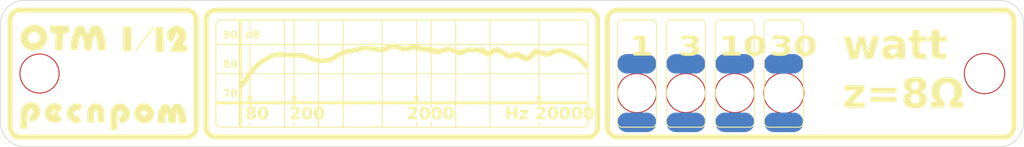
<source format=kicad_pcb>
(kicad_pcb (version 20221018) (generator pcbnew)
  (layers (0 "F.Cu" signal) (31 "B.Cu" signal) (34 "B.Paste" user) (35 "F.Paste" user) (36 "B.SilkS" user "B.Silkscreen") (37 "F.SilkS" user "F.Silkscreen") (38 "B.Mask" user) (39 "F.Mask" user) (44 "Edge.Cuts" user))
  (net 0 "")
  (footprint "MountingHole:MountingHole_6mm" (layer "F.Cu") (at 243 31)
    (fp_text reference "REF**" hide)
    (fp_text value "MountingHole_6mm" hide)
    (pad "" np_thru_hole circle (at 0 0) (size 6 6) (drill 6) (layers "*.Cu" "*.Mask"))
  )
  (footprint "MountingHole:MountingHole_6mm" (layer "F.Cu") (at 202 35)
    (fp_text reference "REF**" hide)
    (fp_text value "MountingHole_6mm" hide)
    (pad "" np_thru_hole circle (at 0 0) (size 6 6) (drill 6) (layers "*.Cu" "*.Mask"))
  )
  (footprint "MountingHole:MountingHole_6mm" (layer "F.Cu") (at 50 31)
    (fp_text reference "REF**" hide)
    (fp_text value "MountingHole_6mm" hide)
    (pad "" np_thru_hole circle (at 0 0) (size 6 6) (drill 6) (layers "*.Cu" "*.Mask"))
  )
  (footprint "MountingHole:MountingHole_6mm" (layer "F.Cu") (at 182 35)
    (fp_text reference "REF**" hide)
    (fp_text value "MountingHole_6mm" hide)
    (pad "" np_thru_hole circle (at 0 0) (size 6 6) (drill 6) (layers "*.Cu" "*.Mask"))
  )
  (footprint "MountingHole:MountingHole_6mm" (layer "F.Cu") (at 192 35)
    (fp_text reference "REF**" hide)
    (fp_text value "MountingHole_6mm" hide)
    (pad "" np_thru_hole circle (at 0 0) (size 6 6) (drill 6) (layers "*.Cu" "*.Mask"))
  )
  (footprint "MountingHole:MountingHole_6mm" (layer "F.Cu") (at 172 35)
    (fp_text reference "REF**" hide)
    (fp_text value "MountingHole_6mm" hide)
    (pad "" np_thru_hole circle (at 0 0) (size 6 6) (drill 6) (layers "*.Cu" "*.Mask"))
  )
  (gr_circle (center 182 35) (end 186 35) (stroke (width 0.2)) (fill none) (layer "F.Cu"))
  (gr_circle (center 192 35) (end 196 35) (stroke (width 0.2)) (fill none) (layer "F.Cu"))
  (gr_circle (center 172 35) (end 176 35) (stroke (width 0.2)) (fill none) (layer "F.Cu"))
  (gr_circle (center 243 31) (end 247 30) (stroke (width 0.2)) (fill none) (layer "F.Cu"))
  (gr_circle (center 50 31) (end 54 31) (stroke (width 0.2)) (fill none) (layer "F.Cu"))
  (gr_circle (center 202 35) (end 206 34) (stroke (width 0.2)) (fill none) (layer "F.Cu"))
  (gr_line (start 200 41) (end 204 41) (stroke (width 4)) (layer "B.Cu"))
  (gr_line (start 200 29) (end 204 29) (stroke (width 4)) (layer "B.Cu"))
  (gr_line (start 170 29) (end 174 29) (stroke (width 4)) (layer "B.Cu"))
  (gr_line (start 170 41) (end 174 41) (stroke (width 4)) (layer "B.Cu"))
  (gr_line (start 190 41) (end 194 41) (stroke (width 4)) (layer "B.Cu"))
  (gr_line (start 180 41) (end 184 41) (stroke (width 4)) (layer "B.Cu"))
  (gr_line (start 180 29) (end 184 29) (stroke (width 4)) (layer "B.Cu"))
  (gr_line (start 190 29) (end 194 29) (stroke (width 4)) (layer "B.Cu"))
  (gr_line (start 93 42) (end 93 41) (stroke (width 0.2)) (layer "F.SilkS"))
  (gr_arc (start 84 20) (mid 84.585786 18.585786) (end 86 18) (stroke (width 1)) (layer "F.SilkS"))
  (gr_circle (center 93 36) (end 93.4 36) (stroke (width 0.2)) (fill solid) (layer "F.SilkS"))
  (gr_arc (start 168 21) (mid 168.292893 20.292894) (end 169 20) (stroke (width 0.2)) (layer "F.SilkS"))
  (gr_arc (start 169 42) (mid 168.292894 41.707107) (end 168 41) (stroke (width 0.2)) (layer "F.SilkS"))
  (gr_arc (start 166 20) (mid 166.585786 18.585786) (end 168 18) (stroke (width 1)) (layer "F.SilkS"))
  (gr_arc (start 162 18) (mid 163.414214 18.585786) (end 164 20) (stroke (width 1)) (layer "F.SilkS"))
  (gr_line (start 112 42) (end 112 20) (stroke (width 0.2)) (layer "F.SilkS"))
  (gr_poly (pts (xy 49 21) (xy 49.012691 21.003294) (xy 49.017055 21.005174) (xy 49.02428 21.00724) (xy 49.034201 21.009472) (xy 49.046652 21.01185) (xy 49.07849 21.016955) (xy 49.118478 21.022388) (xy 49.1653 21.027983) (xy 49.217639 21.033571) (xy 49.27418 21.038986) (xy 49.333605 21.044061) (xy 49.44897 21.054829) (xy 49.501484 21.061125) (xy 49.551388 21.068271) (xy 49.599309 21.076445) (xy 49.645874 21.085828) (xy 49.69171 21.0966) (xy 49.737444 21.108942) (xy 49.783701 21.123032) (xy 49.831109 21.139052) (xy 49.880296 21.157181) (xy 49.931886 21.1776) (xy 49.986509 21.200489) (xy 50.044789 21.226027) (xy 50.174831 21.285773) (xy 50.219519 21.307998) (xy 50.267767 21.334232) (xy 50.318804 21.363911) (xy 50.371857 21.396468) (xy 50.480925 21.467956) (xy 50.588793 21.544171) (xy 50.689286 21.62059) (xy 50.734836 21.657461) (xy 50.776226 21.692686) (xy 50.812683 21.725699) (xy 50.843436 21.755935) (xy 50.867713 21.782829) (xy 50.884741 21.805814) (xy 50.887129 21.809386) (xy 50.890281 21.813752) (xy 50.898666 21.824628) (xy 50.909484 21.837954) (xy 50.92232 21.853245) (xy 50.936761 21.870014) (xy 50.952393 21.887776) (xy 50.968803 21.906044) (xy 50.985578 21.924332) (xy 51.028088 21.971093) (xy 51.067716 22.016727) (xy 51.104738 22.06174) (xy 51.139429 22.106636) (xy 51.172065 22.15192) (xy 51.202921 22.198098) (xy 51.232272 22.245674) (xy 51.260395 22.295153) (xy 51.287564 22.34704) (xy 51.314054 22.40184) (xy 51.340142 22.460058) (xy 51.366103 22.522199) (xy 51.392212 22.588768) (xy 51.418744 22.66027) (xy 51.445976 22.73721) (xy 51.474182 22.820093) (xy 51.502201 22.906404) (xy 51.525225 22.983808) (xy 51.543832 23.05532) (xy 51.551658 23.089809) (xy 51.558597 23.123956) (xy 51.564719 23.158138) (xy 51.570097 23.192732) (xy 51.574803 23.228114) (xy 51.578909 23.264663) (xy 51.585609 23.342765) (xy 51.590773 23.430055) (xy 51.594904 23.526517) (xy 51.595995 23.568807) (xy 51.596309 23.608208) (xy 51.595747 23.64552) (xy 51.594212 23.681548) (xy 51.591609 23.717093) (xy 51.587839 23.752958) (xy 51.582806 23.789947) (xy 51.576413 23.82886) (xy 51.568562 23.870502) (xy 51.559158 23.915674) (xy 51.535299 24.019821) (xy 51.50406 24.147721) (xy 51.464146 24.298311) (xy 51.42196 24.437151) (xy 51.399974 24.502256) (xy 51.377372 24.564535) (xy 51.354138 24.624023) (xy 51.330255 24.680758) (xy 51.305707 24.734776) (xy 51.280479 24.786114) (xy 51.254553 24.83481) (xy 51.227915 24.8809) (xy 51.200547 24.92442) (xy 51.172434 24.965408) (xy 51.14356 25.003901) (xy 51.113907 25.039936) (xy 50.973489 25.203108) (xy 50.960468 25.218751) (xy 50.948319 25.234235) (xy 50.937311 25.249159) (xy 50.927707 25.26312) (xy 50.923516 25.269613) (xy 50.919775 25.275714) (xy 50.916519 25.281374) (xy 50.91378 25.286541) (xy 50.911592 25.291165) (xy 50.909988 25.295195) (xy 50.909002 25.298583) (xy 50.908665 25.301276) (xy 50.906888 25.3091) (xy 50.901678 25.319219) (xy 50.893214 25.331491) (xy 50.881676 25.345775) (xy 50.8501 25.379806) (xy 50.808389 25.420178) (xy 50.757983 25.465753) (xy 50.700323 25.515395) (xy 50.636848 25.567968) (xy 50.568999 25.622337) (xy 50.498214 25.677363) (xy 50.425936 25.731912) (xy 50.353602 25.784847) (xy 50.282654 25.835031) (xy 50.21453 25.881329) (xy 50.150673 25.922604) (xy 50.09252 25.95772) (xy 50.041513 25.98554) (xy 49.945131 26.030929) (xy 49.841104 26.073579) (xy 49.73069 26.113287) (xy 49.615148 26.149849) (xy 49.495737 26.183062) (xy 49.373715 26.212722) (xy 49.250343 26.238627) (xy 49.126878 26.260571) (xy 49.00458 26.278353) (xy 48.884707 26.291767) (xy 48.768519 26.300612) (xy 48.657274 26.304683) (xy 48.552232 26.303777) (xy 48.45465 26.29769) (xy 48.365789 26.286219) (xy 48.286906 26.26916) (xy 48.128775 26.225224) (xy 47.98389 26.182498) (xy 47.851058 26.140273) (xy 47.729087 26.097843) (xy 47.616784 26.0545) (xy 47.512956 26.009536) (xy 47.416411 25.962245) (xy 47.325955 25.911918) (xy 47.240396 25.857848) (xy 47.158542 25.799329) (xy 47.079199 25.735652) (xy 47.001175 25.666109) (xy 46.923277 25.589995) (xy 46.844312 25.506601) (xy 46.763088 25.415219) (xy 46.678412 25.315143) (xy 46.642296 25.272003) (xy 46.600823 25.223105) (xy 46.559115 25.174458) (xy 46.522296 25.132068) (xy 46.501479 25.106712) (xy 46.480201 25.077719) (xy 46.458631 25.045455) (xy 46.436938 25.010285) (xy 46.415289 24.972576) (xy 46.393854 24.932691) (xy 46.372801 24.890996) (xy 46.352298 24.847857) (xy 46.332513 24.803639) (xy 46.313617 24.758708) (xy 46.295775 24.713428) (xy 46.279158 24.668164) (xy 46.263934 24.623283) (xy 46.250271 24.57915) (xy 46.238338 24.536129) (xy 46.228303 24.494586) (xy 46.198037 24.355537) (xy 46.174653 24.239797) (xy 46.157431 24.140659) (xy 46.150905 24.095222) (xy 46.145649 24.05142) (xy 46.141573 24.008416) (xy 46.138586 23.965373) (xy 46.135522 23.875813) (xy 46.135735 23.776034) (xy 46.138506 23.659332) (xy 46.139724 23.625847) (xy 47.690876 23.625847) (xy 47.692113 23.688403) (xy 47.697338 23.751287) (xy 47.714158 23.900472) (xy 47.724424 23.996177) (xy 47.725317 24.00257) (xy 47.726819 24.00981) (xy 47.728895 24.017816) (xy 47.73151 24.026506) (xy 47.73463 24.035801) (xy 47.738219 24.045617) (xy 47.742242 24.055875) (xy 47.746666 24.066492) (xy 47.751454 24.077388) (xy 47.756573 24.088481) (xy 47.761988 24.099691) (xy 47.767664 24.110935) (xy 47.773565 24.122132) (xy 47.779658 24.133202) (xy 47.785907 24.144063) (xy 47.792278 24.154634) (xy 47.804808 24.175479) (xy 47.816544 24.196061) (xy 47.827227 24.21585) (xy 47.836595 24.234314) (xy 47.844389 24.250921) (xy 47.850349 24.265139) (xy 47.852559 24.271186) (xy 47.854213 24.276436) (xy 47.855279 24.280824) (xy 47.855723 24.284282) (xy 47.855905 24.285893) (xy 47.856324 24.287749) (xy 47.857851 24.292164) (xy 47.860254 24.29746) (xy 47.863487 24.303569) (xy 47.867502 24.310423) (xy 47.872249 24.317955) (xy 47.877681 24.326098) (xy 47.88375 24.334784) (xy 47.890408 24.343946) (xy 47.897607 24.353517) (xy 47.905298 24.363428) (xy 47.913435 24.373614) (xy 47.921967 24.384006) (xy 47.930849 24.394536) (xy 47.940031 24.405138) (xy 47.949465 24.415745) (xy 47.994314 24.463192) (xy 48.040276 24.507277) (xy 48.087359 24.548004) (xy 48.135572 24.585374) (xy 48.184923 24.619394) (xy 48.235422 24.650066) (xy 48.287078 24.677393) (xy 48.3399 24.70138) (xy 48.393896 24.722031) (xy 48.449075 24.739349) (xy 48.505446 24.753337) (xy 48.563018 24.764) (xy 48.621801 24.771341) (xy 48.681802 24.775365) (xy 48.74303 24.776073) (xy 48.805496 24.773471) (xy 48.851974 24.769725) (xy 48.901273 24.764651) (xy 48.951889 24.758473) (xy 49.002319 24.751415) (xy 49.051059 24.7437) (xy 49.096605 24.735554) (xy 49.137454 24.727198) (xy 49.172102 24.718859) (xy 49.20456 24.709495) (xy 49.239131 24.698203) (xy 49.274753 24.685415) (xy 49.310362 24.671559) (xy 49.344895 24.657065) (xy 49.377287 24.642364) (xy 49.406475 24.627885) (xy 49.431397 24.614058) (xy 49.466664 24.591723) (xy 49.50328 24.566021) (xy 49.540901 24.53731) (xy 49.579184 24.505949) (xy 49.617788 24.472299) (xy 49.65637 24.436718) (xy 49.694586 24.399566) (xy 49.732095 24.361203) (xy 49.768553 24.321987) (xy 49.803618 24.282278) (xy 49.836948 24.242435) (xy 49.868199 24.202819) (xy 49.897029 24.163787) (xy 49.923095 24.1257) (xy 49.946055 24.088917) (xy 49.965566 24.053797) (xy 49.979317 24.02682) (xy 49.991623 24.001718) (xy 50.002566 23.97814) (xy 50.012224 23.955734) (xy 50.020677 23.93415) (xy 50.028004 23.913036) (xy 50.034285 23.89204) (xy 50.0396 23.870812) (xy 50.044027 23.848999) (xy 50.047647 23.826252) (xy 50.050539 23.802217) (xy 50.052783 23.776545) (xy 50.054458 23.748884) (xy 50.055643 23.718881) (xy 50.056864 23.65045) (xy 50.055975 23.575449) (xy 50.05199 23.503724) (xy 50.044818 23.435083) (xy 50.034367 23.369335) (xy 50.020546 23.30629) (xy 50.003264 23.245755) (xy 49.982429 23.187541) (xy 49.95795 23.131456) (xy 49.929736 23.077309) (xy 49.897695 23.024908) (xy 49.861736 22.974064) (xy 49.821768 22.924585) (xy 49.777699 22.87628) (xy 49.729438 22.828957) (xy 49.676894 22.782426) (xy 49.619975 22.736496) (xy 49.579192 22.706695) (xy 49.536868 22.679067) (xy 49.493109 22.653606) (xy 49.44802 22.630307) (xy 49.401708 22.609162) (xy 49.354276 22.590165) (xy 49.305832 22.57331) (xy 49.256481 22.558591) (xy 49.155476 22.535533) (xy 49.052107 22.520942) (xy 48.947218 22.514766) (xy 48.841651 22.516954) (xy 48.736252 22.527456) (xy 48.631863 22.546221) (xy 48.529329 22.573198) (xy 48.429493 22.608337) (xy 48.3332 22.651586) (xy 48.286645 22.676236) (xy 48.241293 22.702895) (xy 48.197248 22.731556) (xy 48.154615 22.762213) (xy 48.113502 22.79486) (xy 48.074012 22.82949) (xy 48.022852 22.879017) (xy 47.975222 22.929998) (xy 47.931153 22.982351) (xy 47.890679 23.035996) (xy 47.853832 23.090854) (xy 47.820646 23.146843) (xy 47.791154 23.203883) (xy 47.765387 23.261894) (xy 47.74338 23.320796) (xy 47.725164 23.380507) (xy 47.710773 23.440949) (xy 47.700239 23.502039) (xy 47.693596 23.563699) (xy 47.690876 23.625847) (xy 46.139724 23.625847) (xy 46.142286 23.555436) (xy 46.147318 23.466592) (xy 46.154247 23.388738) (xy 46.158626 23.352661) (xy 46.163722 23.317806) (xy 46.169616 23.283666) (xy 46.17639 23.249733) (xy 46.184124 23.215497) (xy 46.192899 23.180452) (xy 46.213896 23.1059) (xy 46.240029 23.022011) (xy 46.274269 22.921458) (xy 46.311655 22.822909) (xy 46.352156 22.726408) (xy 46.395743 22.632002) (xy 46.442384 22.539736) (xy 46.492048 22.449656) (xy 46.544704 22.361806) (xy 46.600322 22.276233) (xy 46.658872 22.192982) (xy 46.720321 22.112098) (xy 46.78464 22.033628) (xy 46.851797 21.957616) (xy 46.921762 21.884108) (xy 46.994504 21.81315) (xy 47.069992 21.744788) (xy 47.148196 21.679066) (xy 47.211686 21.628692) (xy 47.274204 21.581197) (xy 47.336075 21.536414) (xy 47.397624 21.494176) (xy 47.459175 21.454318) (xy 47.521053 21.416673) (xy 47.583583 21.381074) (xy 47.647089 21.347356) (xy 47.711897 21.315351) (xy 47.778332 21.284894) (xy 47.846718 21.255818) (xy 47.91738 21.227957) (xy 47.990643 21.201144) (xy 48.066831 21.175213) (xy 48.14627 21.149997) (xy 48.229285 21.125331) (xy 48.326501 21.100349) (xy 48.441964 21.075336) (xy 48.566652 21.051696) (xy 48.691543 21.030835) (xy 48.807615 21.014159) (xy 48.905845 21.003073) (xy 48.977211 20.998983)) (stroke (width 0.02881)) (fill solid) (layer "F.SilkS"))
  (gr_arc (start 82 42) (mid 81.414214 43.414214) (end 80 44) (stroke (width 1)) (layer "F.SilkS"))
  (gr_line (start 162 44) (end 86 44) (stroke (width 1)) (layer "F.SilkS"))
  (gr_line (start 189 42) (end 195 42) (stroke (width 0.2)) (layer "F.SilkS"))
  (gr_line (start 162 18) (end 86 18) (stroke (width 1)) (layer "F.SilkS"))
  (gr_line (start 206 41) (end 206 21) (stroke (width 0.2)) (layer "F.SilkS"))
  (gr_arc (start 178 21) (mid 178.292893 20.292894) (end 179 20) (stroke (width 0.2)) (layer "F.SilkS"))
  (gr_line (start 188 21) (end 188 41) (stroke (width 0.2)) (layer "F.SilkS"))
  (gr_poly (pts (xy 122.12088 24.825975) (xy 122.172224 24.831065) (xy 122.225501 24.838813) (xy 122.281242 24.849203) (xy 122.339974 24.862215) (xy 122.402227 24.877833) (xy 122.468532 24.896038) (xy 122.583832 24.928185) (xy 122.712609 24.963034) (xy 122.83914 24.996383) (xy 122.947702 25.024031) (xy 123.128972 25.070207) (xy 123.339478 25.126859) (xy 123.623629 25.206197) (xy 124.025835 25.320428) (xy 124.337751 25.407506) (xy 124.452326 25.437396) (xy 124.545567 25.459577) (xy 124.622168 25.475088) (xy 124.686819 25.484972) (xy 124.744213 25.490269) (xy 124.799041 25.492021) (xy 124.832205 25.491161) (xy 124.868499 25.488269) (xy 124.907605 25.483434) (xy 124.949205 25.476747) (xy 124.992982 25.468298) (xy 125.038617 25.458179) (xy 125.085793 25.446478) (xy 125.134191 25.433287) (xy 125.183495 25.418696) (xy 125.233385 25.402796) (xy 125.283543 25.385676) (xy 125.333653 25.367428) (xy 125.383396 25.348141) (xy 125.432454 25.327906) (xy 125.480509 25.306813) (xy 125.527244 25.284953) (xy 125.593075 25.253906) (xy 125.623089 25.240578) (xy 125.6521 25.228458) (xy 125.680808 25.217358) (xy 125.709911 25.207086) (xy 125.740109 25.197452) (xy 125.7721 25.188265) (xy 125.806583 25.179335) (xy 125.844258 25.170472) (xy 125.885822 25.161485) (xy 125.931976 25.152184) (xy 126.040847 25.131876) (xy 126.176461 25.108025) (xy 126.617711 25.031591) (xy 126.944419 25.07875) (xy 127.051869 25.094852) (xy 127.155863 25.111758) (xy 127.259699 25.130123) (xy 127.366672 25.1506) (xy 127.480079 25.173845) (xy 127.603217 25.20051) (xy 127.891871 25.266719) (xy 127.919766 25.273673) (xy 127.946842 25.281196) (xy 127.972997 25.289237) (xy 127.99813 25.297743) (xy 128.022138 25.306662) (xy 128.044921 25.315942) (xy 128.066378 25.32553) (xy 128.086406 25.335374) (xy 128.104905 25.345422) (xy 128.121774 25.35562) (xy 128.13691 25.365918) (xy 128.150213 25.376262) (xy 128.161581 25.3866) (xy 128.170913 25.396879) (xy 128.178107 25.407048) (xy 128.183063 25.417054) (xy 128.183748 25.418707) (xy 128.184528 25.420338) (xy 128.185399 25.421946) (xy 128.186358 25.42353) (xy 128.187402 25.425085) (xy 128.188527 25.426612) (xy 128.18973 25.428108) (xy 128.191007 25.42957) (xy 128.192356 25.430996) (xy 128.193773 25.432385) (xy 128.195254 25.433735) (xy 128.196796 25.435043) (xy 128.198396 25.436307) (xy 128.200051 25.437526) (xy 128.201756 25.438696) (xy 128.203509 25.439817) (xy 128.205307 25.440886) (xy 128.207146 25.441901) (xy 128.209022 25.44286) (xy 128.210933 25.44376) (xy 128.212875 25.444601) (xy 128.214844 25.445379) (xy 128.216837 25.446093) (xy 128.218852 25.44674) (xy 128.220884 25.447319) (xy 128.22293 25.447828) (xy 128.224987 25.448264) (xy 128.227051 25.448625) (xy 128.22912 25.44891) (xy 128.231189 25.449115) (xy 128.233256 25.44924) (xy 128.235317 25.449283) (xy 128.239487 25.449389) (xy 128.243752 25.449703) (xy 128.248078 25.450212) (xy 128.252437 25.450907) (xy 128.256796 25.451777) (xy 128.261124 25.452811) (xy 128.26539 25.453999) (xy 128.269564 25.455331) (xy 128.273614 25.456795) (xy 128.27751 25.458382) (xy 128.281219 25.46008) (xy 128.284712 25.46188) (xy 128.287956 25.463771) (xy 128.290922 25.465742) (xy 128.293578 25.467783) (xy 128.295892 25.469883) (xy 128.307066 25.474101) (xy 128.330991 25.477944) (xy 128.412573 25.484442) (xy 128.53159 25.48926) (xy 128.678994 25.492279) (xy 128.845736 25.493381) (xy 129.022769 25.492445) (xy 129.201042 25.489355) (xy 129.371509 25.483991) (xy 129.465974 25.480473) (xy 129.540946 25.478786) (xy 129.572804 25.478814) (xy 129.601806 25.479522) (xy 129.628627 25.480983) (xy 129.653937 25.483272) (xy 129.67841 25.486461) (xy 129.702719 25.490626) (xy 129.727536 25.495839) (xy 129.753534 25.502176) (xy 129.811763 25.518512) (xy 129.882787 25.540226) (xy 129.928524 25.554835) (xy 129.974694 25.570325) (xy 130.020035 25.586225) (xy 130.063288 25.602063) (xy 130.103191 25.617365) (xy 130.138482 25.631661) (xy 130.167903 25.644477) (xy 130.190191 25.655343) (xy 130.210217 25.665377) (xy 130.233155 25.675812) (xy 130.2582 25.686342) (xy 130.284543 25.696662) (xy 130.31138 25.706468) (xy 130.337903 25.715453) (xy 130.363306 25.723312) (xy 130.386783 25.72974) (xy 130.485343 25.755148) (xy 130.570865 25.77801) (xy 130.612614 25.78865) (xy 130.673326 25.802927) (xy 130.833416 25.838455) (xy 131.014694 25.876718) (xy 131.180719 25.909838) (xy 131.21528 25.915745) (xy 131.250405 25.920426) (xy 131.285811 25.923905) (xy 131.321214 25.926207) (xy 131.35633 25.927356) (xy 131.390875 25.927375) (xy 131.424565 25.926289) (xy 131.457117 25.924122) (xy 131.488247 25.920898) (xy 131.517671 25.91664) (xy 131.545105 25.911374) (xy 131.570265 25.905122) (xy 131.592868 25.89791) (xy 131.612629 25.88976) (xy 131.629266 25.880698) (xy 131.642494 25.870747) (xy 131.650355 25.863845) (xy 131.657998 25.857707) (xy 131.661785 25.854916) (xy 131.665574 25.852305) (xy 131.669385 25.84987) (xy 131.673236 25.847608) (xy 131.677147 25.845516) (xy 131.681137 25.843589) (xy 131.685225 25.841824) (xy 131.68943 25.840218) (xy 131.693772 25.838767) (xy 131.698268 25.837466) (xy 131.702939 25.836314) (xy 131.707804 25.835305) (xy 131.712881 25.834437) (xy 131.718189 25.833706) (xy 131.723749 25.833108) (xy 131.729578 25.83264) (xy 131.742123 25.832077) (xy 131.755976 25.831989) (xy 131.771291 25.832348) (xy 131.788221 25.833124) (xy 131.806917 25.834288) (xy 131.827533 25.835812) (xy 131.855934 25.837501) (xy 131.88492 25.838203) (xy 131.913679 25.837965) (xy 131.941399 25.836836) (xy 131.967266 25.834864) (xy 131.99047 25.832099) (xy 132.000818 25.830433) (xy 132.010196 25.828588) (xy 132.018501 25.826568) (xy 132.025633 25.82438) (xy 132.033015 25.822045) (xy 132.04096 25.819979) (xy 132.049422 25.818184) (xy 132.058351 25.816661) (xy 132.067701 25.815411) (xy 132.077424 25.814435) (xy 132.087472 25.813736) (xy 132.097798 25.813313) (xy 132.108355 25.813169) (xy 132.119094 25.813304) (xy 132.129968 25.81372) (xy 132.140929 25.814419) (xy 132.151931 25.8154) (xy 132.162924 25.816667) (xy 132.173863 25.818219) (xy 132.184699 25.820058) (xy 132.20328 25.822588) (xy 132.22391 25.823773) (xy 132.246324 25.823671) (xy 132.270258 25.822341) (xy 132.295448 25.819843) (xy 132.321629 25.816236) (xy 132.348537 25.811577) (xy 132.375908 25.805926) (xy 132.403478 25.799342) (xy 132.430982 25.791884) (xy 132.458155 25.78361) (xy 132.484735 25.774579) (xy 132.510455 25.764851) (xy 132.535053 25.754484) (xy 132.558263 25.743537) (xy 132.579822 25.732068) (xy 132.583882 25.729882) (xy 132.588232 25.727758) (xy 132.592834 25.725706) (xy 132.597646 25.723737) (xy 132.60263 25.721862) (xy 132.607746 25.720093) (xy 132.612954 25.71844) (xy 132.618214 25.716915) (xy 132.623486 25.715528) (xy 132.628732 25.71429) (xy 132.63391 25.713213) (xy 132.638982 25.712306) (xy 132.643908 25.711582) (xy 132.648647 25.711052) (xy 132.653161 25.710725) (xy 132.65741 25.710614) (xy 132.661928 25.710388) (xy 132.667237 25.709725) (xy 132.673271 25.708647) (xy 132.679962 25.707177) (xy 132.687246 25.705336) (xy 132.695053 25.703148) (xy 132.703319 25.700635) (xy 132.711977 25.697818) (xy 132.7302 25.691365) (xy 132.74919 25.683968) (xy 132.768413 25.675806) (xy 132.777946 25.671493) (xy 132.787338 25.667056) (xy 132.805915 25.658307) (xy 132.824146 25.650144) (xy 132.841569 25.642747) (xy 132.857719 25.636294) (xy 132.872133 25.630964) (xy 132.884349 25.626936) (xy 132.893903 25.624388) (xy 132.897537 25.623725) (xy 132.900332 25.623499) (xy 132.901503 25.623475) (xy 132.902659 25.623404) (xy 132.903799 25.623287) (xy 132.904921 25.623125) (xy 132.906023 25.62292) (xy 132.907105 25.622672) (xy 132.909201 25.622055) (xy 132.911196 25.621282) (xy 132.913079 25.620363) (xy 132.914837 25.619307) (xy 132.916461 25.618125) (xy 132.917218 25.617488) (xy 132.917937 25.616824) (xy 132.918616 25.616132) (xy 132.919254 25.615414) (xy 132.919849 25.614672) (xy 132.920401 25.613906) (xy 132.920906 25.613117) (xy 132.921365 25.612307) (xy 132.921775 25.611477) (xy 132.922135 25.610628) (xy 132.922444 25.609762) (xy 132.9227 25.608878) (xy 132.922902 25.60798) (xy 132.923047 25.607067) (xy 132.923136 25.606141) (xy 132.923166 25.605203) (xy 132.923281 25.604225) (xy 132.923625 25.603184) (xy 132.92419 25.602083) (xy 132.924972 25.600925) (xy 132.925964 25.599714) (xy 132.927162 25.598451) (xy 132.928558 25.597141) (xy 132.930149 25.595786) (xy 132.933888 25.592953) (xy 132.938333 25.589977) (xy 132.94344 25.586883) (xy 132.949162 25.583694) (xy 132.955455 25.580435) (xy 132.962273 25.577131) (xy 132.969571 25.573804) (xy 132.977304 25.57048) (xy 132.985425 25.567183) (xy 132.99389 25.563936) (xy 133.002654 25.560765) (xy 133.01167 25.557694) (xy 133.020978 25.554372) (xy 133.030598 25.550463) (xy 133.040456 25.546015) (xy 133.050476 25.541079) (xy 133.060585 25.535703) (xy 133.07071 25.529936) (xy 133.080774 25.523829) (xy 133.090705 25.517429) (xy 133.100429 25.510787) (xy 133.10987 25.503952) (xy 133.118955 25.496972) (xy 133.12761 25.489898) (xy 133.13576 25.482778) (xy 133.143331 25.475661) (xy 133.150249 25.468598) (xy 133.15644 25.461637) (xy 133.212705 25.394793) (xy 133.474638 25.397057) (xy 133.551848 25.398011) (xy 133.613265 25.399619) (xy 133.661047 25.402194) (xy 133.680499 25.403942) (xy 133.69735 25.406052) (xy 133.711872 25.40856) (xy 133.724333 25.411507) (xy 133.735003 25.414933) (xy 133.744152 25.418877) (xy 133.752049 25.423377) (xy 133.758964 25.428474) (xy 133.765166 25.434207) (xy 133.770926 25.440614) (xy 133.780474 25.451206) (xy 133.791984 25.462422) (xy 133.80537 25.474208) (xy 133.820543 25.486509) (xy 133.837416 25.499269) (xy 133.855901 25.512435) (xy 133.875912 25.525949) (xy 133.89736 25.539758) (xy 133.920159 25.553807) (xy 133.94422 25.56804) (xy 133.969457 25.582401) (xy 133.995781 25.596837) (xy 134.023106 25.611292) (xy 134.051343 25.625711) (xy 134.080406 25.640038) (xy 134.110207 25.654219) (xy 134.195702 25.692165) (xy 134.296117 25.7335) (xy 134.404914 25.775862) (xy 134.515559 25.816887) (xy 134.621515 25.85421) (xy 134.716245 25.885466) (xy 134.793213 25.908293) (xy 134.822994 25.915807) (xy 134.845883 25.920326) (xy 134.864898 25.923566) (xy 134.88367 25.927402) (xy 134.901716 25.931693) (xy 134.91855 25.936296) (xy 134.933688 25.941069) (xy 134.946645 25.945869) (xy 134.952155 25.948235) (xy 134.956937 25.950554) (xy 134.960932 25.952809) (xy 134.964079 25.954983) (xy 134.970151 25.959208) (xy 134.978099 25.963759) (xy 134.988057 25.968678) (xy 135.000163 25.974013) (xy 135.014553 25.979807) (xy 135.031363 25.986107) (xy 135.05073 25.992956) (xy 135.07279 26.0004) (xy 135.125534 26.017256) (xy 135.190688 26.037033) (xy 135.269341 26.060095) (xy 135.362586 26.086801) (xy 135.412822 26.099865) (xy 135.464493 26.110957) (xy 135.517508 26.12008) (xy 135.571777 26.127235) (xy 135.627212 26.132425) (xy 135.683721 26.135653) (xy 135.741217 26.136922) (xy 135.799609 26.136234) (xy 135.858807 26.133591) (xy 135.918723 26.128996) (xy 135.979266 26.122452) (xy 136.040347 26.113961) (xy 136.101875 26.103526) (xy 136.163763 26.09115) (xy 136.225919 26.076834) (xy 136.288255 26.060582) (xy 136.520832 25.997317) (xy 136.712975 25.946512) (xy 136.74719 25.937443) (xy 136.781818 25.927733) (xy 136.815906 25.917684) (xy 136.848505 25.907598) (xy 136.878661 25.897777) (xy 136.905424 25.888523) (xy 136.927841 25.88014) (xy 136.944962 25.872928) (xy 136.959461 25.866573) (xy 136.974361 25.860643) (xy 136.989237 25.85527) (xy 137.003666 25.850582) (xy 137.017222 25.84671) (xy 137.029482 25.843784) (xy 137.034994 25.842715) (xy 137.040022 25.841932) (xy 137.044515 25.841451) (xy 137.048418 25.841286) (xy 137.051965 25.841186) (xy 137.055413 25.84089) (xy 137.058743 25.840409) (xy 137.061938 25.839754) (xy 137.06498 25.838934) (xy 137.067852 25.83796) (xy 137.070534 25.836841) (xy 137.07301 25.835587) (xy 137.075262 25.834209) (xy 137.077271 25.832717) (xy 137.07902 25.831121) (xy 137.080492 25.829431) (xy 137.081117 25.828554) (xy 137.081667 25.827657) (xy 137.082138 25.826741) (xy 137.082529 25.825809) (xy 137.082836 25.82486) (xy 137.083059 25.823897) (xy 137.083194 25.82292) (xy 137.083239 25.821931) (xy 137.083346 25.820919) (xy 137.083663 25.819883) (xy 137.084185 25.818825) (xy 137.084906 25.817746) (xy 137.085822 25.816648) (xy 137.086928 25.815535) (xy 137.088217 25.814408) (xy 137.089684 25.81327) (xy 137.091326 25.812122) (xy 137.093135 25.810966) (xy 137.095108 25.809805) (xy 137.097238 25.808642) (xy 137.101952 25.806314) (xy 137.107233 25.804001) (xy 137.113041 25.801718) (xy 137.119334 25.799485) (xy 137.126069 25.797317) (xy 137.133206 25.795233) (xy 137.140701 25.79325) (xy 137.148513 25.791384) (xy 137.156601 25.789654) (xy 137.164921 25.788077) (xy 137.184682 25.784214) (xy 137.205593 25.77948) (xy 137.249528 25.767889) (xy 137.294047 25.754284) (xy 137.336476 25.739644) (xy 137.374135 25.724952) (xy 137.390341 25.717893) (xy 137.40435 25.711187) (xy 137.415828 25.704959) (xy 137.424441 25.699331) (xy 137.429855 25.694425) (xy 137.431257 25.692281) (xy 137.431733 25.690363) (xy 137.431905 25.689587) (xy 137.432412 25.688746) (xy 137.433248 25.687843) (xy 137.434405 25.68688) (xy 137.435872 25.685861) (xy 137.437643 25.684788) (xy 137.44206 25.682491) (xy 137.447588 25.680012) (xy 137.454162 25.677372) (xy 137.461713 25.674594) (xy 137.470175 25.6717) (xy 137.479479 25.668711) (xy 137.48956 25.66565) (xy 137.500351 25.662539) (xy 137.511783 25.6594) (xy 137.523789 25.656254) (xy 137.536304 25.653124) (xy 137.549259 25.650033) (xy 137.562588 25.647001) (xy 137.581868 25.643066) (xy 137.602409 25.639569) (xy 137.624467 25.636504) (xy 137.648299 25.633865) (xy 137.674164 25.631647) (xy 137.702318 25.629843) (xy 137.733018 25.628448) (xy 137.766523 25.627456) (xy 137.842975 25.626658) (xy 137.933731 25.627401) (xy 138.040851 25.629639) (xy 138.166393 25.633326) (xy 138.35113 25.639964) (xy 138.504506 25.646697) (xy 138.610545 25.652736) (xy 138.64082 25.655248) (xy 138.653271 25.657291) (xy 138.655686 25.658296) (xy 138.660006 25.659525) (xy 138.673934 25.662586) (xy 138.694201 25.666337) (xy 138.719955 25.670642) (xy 138.750343 25.675364) (xy 138.784513 25.680365) (xy 138.821611 25.68551) (xy 138.860787 25.690661) (xy 139.185062 25.732182) (xy 139.2195 25.735602) (xy 139.258697 25.737735) (xy 139.301996 25.738641) (xy 139.348739 25.738377) (xy 139.449924 25.734574) (xy 139.556992 25.726794) (xy 139.664679 25.715503) (xy 139.767724 25.70117) (xy 139.860864 25.684262) (xy 139.902075 25.674988) (xy 139.938838 25.665245) (xy 139.998691 25.649811) (xy 140.058848 25.638147) (xy 140.119298 25.630252) (xy 140.180033 25.626123) (xy 140.241042 25.625759) (xy 140.302316 25.629158) (xy 140.363846 25.636317) (xy 140.425621 25.647234) (xy 140.487632 25.661908) (xy 140.549869 25.680337) (xy 140.612322 25.702519) (xy 140.674983 25.728451) (xy 140.737841 25.758132) (xy 140.800886 25.79156) (xy 140.864109 25.828732) (xy 140.927501 25.869648) (xy 140.983286 25.907725) (xy 141.036474 25.944976) (xy 141.086573 25.98103) (xy 141.133092 26.015517) (xy 141.175541 26.048067) (xy 141.213428 26.078309) (xy 141.246262 26.105875) (xy 141.273553 26.130393) (xy 141.294512 26.149005) (xy 141.316789 26.166757) (xy 141.340262 26.183603) (xy 141.364814 26.199496) (xy 141.390325 26.214388) (xy 141.416675 26.228232) (xy 141.443745 26.240982) (xy 141.471415 26.252589) (xy 141.499567 26.263008) (xy 141.52808 26.27219) (xy 141.556834 26.280089) (xy 141.585712 26.286657) (xy 141.614593 26.291848) (xy 141.643357 26.295614) (xy 141.671886 26.297908) (xy 141.70006 26.298683) (xy 141.728222 26.29829) (xy 141.755041 26.297069) (xy 141.780687 26.294958) (xy 141.805331 26.291896) (xy 141.829141 26.28782) (xy 141.852288 26.282669) (xy 141.874942 26.27638) (xy 141.897273 26.268891) (xy 141.91945 26.260141) (xy 141.941644 26.250067) (xy 141.964024 26.238608) (xy 141.986761 26.225701) (xy 142.010024 26.211284) (xy 142.033983 26.195297) (xy 142.058809 26.177675) (xy 142.084671 26.158359) (xy 142.095218 26.150466) (xy 142.105881 26.142795) (xy 142.127263 26.128275) (xy 142.148234 26.115117) (xy 142.168214 26.103638) (xy 142.17765 26.098627) (xy 142.186619 26.094156) (xy 142.19505 26.090263) (xy 142.202868 26.08699) (xy 142.210003 26.084374) (xy 142.21638 26.082456) (xy 142.221927 26.081277) (xy 142.226571 26.080875) (xy 142.23069 26.080744) (xy 142.234693 26.080361) (xy 142.23856 26.079738) (xy 142.24227 26.078888) (xy 142.245802 26.077825) (xy 142.249136 26.07656) (xy 142.25225 26.075108) (xy 142.255125 26.07348) (xy 142.25774 26.07169) (xy 142.260073 26.069751) (xy 142.262103 26.067676) (xy 142.262999 26.066591) (xy 142.263812 26.065477) (xy 142.264538 26.064335) (xy 142.265176 26.063168) (xy 142.265723 26.061975) (xy 142.266177 26.060761) (xy 142.266534 26.059525) (xy 142.266792 26.058269) (xy 142.266949 26.056995) (xy 142.267002 26.055705) (xy 142.267315 26.051534) (xy 142.268232 26.046892) (xy 142.26972 26.041818) (xy 142.271745 26.036352) (xy 142.277274 26.024402) (xy 142.284552 26.011358) (xy 142.293311 25.997539) (xy 142.303285 25.983259) (xy 142.314206 25.968837) (xy 142.325808 25.954588) (xy 142.337824 25.94083) (xy 142.349986 25.927878) (xy 142.362027 25.91605) (xy 142.373681 25.905663) (xy 142.38468 25.897032) (xy 142.394758 25.890476) (xy 142.399368 25.888074) (xy 142.403647 25.886309) (xy 142.407563 25.885222) (xy 142.411081 25.88485) (xy 142.415055 25.884568) (xy 142.420129 25.883739) (xy 142.426226 25.882392) (xy 142.433268 25.880554) (xy 142.441177 25.878254) (xy 142.449875 25.875519) (xy 142.469324 25.868856) (xy 142.490994 25.860789) (xy 142.514259 25.851541) (xy 142.538496 25.841336) (xy 142.563081 25.830396) (xy 142.587372 25.819456) (xy 142.610761 25.80925) (xy 142.632685 25.800002) (xy 142.65258 25.791936) (xy 142.669883 25.785273) (xy 142.684028 25.780237) (xy 142.694453 25.777052) (xy 142.698094 25.776224) (xy 142.700593 25.775941) (xy 142.701577 25.775899) (xy 142.702617 25.775775) (xy 142.70371 25.77557) (xy 142.704854 25.775287) (xy 142.70728 25.774495) (xy 142.709873 25.773413) (xy 142.712611 25.77206) (xy 142.715468 25.770451) (xy 142.718424 25.768603) (xy 142.721455 25.766532) (xy 142.724538 25.764255) (xy 142.72765 25.761788) (xy 142.730768 25.759147) (xy 142.733869 25.75635) (xy 142.73693 25.753412) (xy 142.739928 25.750349) (xy 142.74284 25.74718) (xy 142.745644 25.743919) (xy 142.747253 25.742203) (xy 142.74933 25.740363) (xy 142.75483 25.736333) (xy 142.762036 25.731874) (xy 142.770835 25.727032) (xy 142.781119 25.721851) (xy 142.792777 25.716377) (xy 142.805698 25.710655) (xy 142.819773 25.70473) (xy 142.834891 25.698649) (xy 142.850943 25.692456) (xy 142.867816 25.686196) (xy 142.885403 25.679915) (xy 142.903592 25.673658) (xy 142.922272 25.667471) (xy 142.941335 25.661399) (xy 142.960669 25.655486) (xy 143.216008 25.57861) (xy 143.236268 25.573632) (xy 143.261604 25.56937) (xy 143.291165 25.565818) (xy 143.3241 25.562969) (xy 143.396691 25.55936) (xy 143.472572 25.558497) (xy 143.54494 25.560334) (xy 143.577679 25.562251) (xy 143.606989 25.564827) (xy 143.632018 25.568054) (xy 143.651916 25.571928) (xy 143.665832 25.576444) (xy 143.670281 25.57894) (xy 143.672915 25.581594) (xy 143.673995 25.582955) (xy 143.675717 25.584608) (xy 143.68102 25.588756) (xy 143.688686 25.593964) (xy 143.69858 25.600159) (xy 143.724498 25.615214) (xy 143.757675 25.633336) (xy 143.797013 25.653936) (xy 143.841414 25.676428) (xy 143.889779 25.700224) (xy 143.941011 25.724738) (xy 144.115511 25.807452) (xy 144.248021 25.87116) (xy 144.34351 25.918275) (xy 144.406943 25.951214) (xy 144.475373 25.988258) (xy 144.484534 25.993642) (xy 144.499019 26.002751) (xy 144.540993 26.030174) (xy 144.595361 26.066587) (xy 144.656189 26.108051) (xy 144.687001 26.128834) (xy 144.716867 26.148222) (xy 144.745053 26.165792) (xy 144.770825 26.181118) (xy 144.793449 26.193777) (xy 144.812192 26.203345) (xy 144.819879 26.206836) (xy 144.82632 26.209396) (xy 144.831423 26.210971) (xy 144.835098 26.211508) (xy 144.836657 26.211589) (xy 144.838402 26.21183) (xy 144.842423 26.212777) (xy 144.847103 26.214316) (xy 144.852389 26.216415) (xy 144.858224 26.219043) (xy 144.864554 26.222167) (xy 144.871322 26.225756) (xy 144.878475 26.229777) (xy 144.885956 26.2342) (xy 144.89371 26.238991) (xy 144.901682 26.244119) (xy 144.909817 26.249553) (xy 144.918059 26.25526) (xy 144.926353 26.261208) (xy 144.934643 26.267365) (xy 144.942875 26.2737) (xy 144.959929 26.286767) (xy 144.977987 26.300065) (xy 144.996501 26.313227) (xy 145.014922 26.32588) (xy 145.0327 26.337654) (xy 145.049287 26.34818) (xy 145.064135 26.357088) (xy 145.076693 26.364005) (xy 145.082332 26.367023) (xy 145.087989 26.370256) (xy 145.093629 26.373675) (xy 145.099213 26.37725) (xy 145.104707 26.380952) (xy 145.110072 26.384752) (xy 145.115272 26.38862) (xy 145.12027 26.392525) (xy 145.125029 26.39644) (xy 145.129512 26.400334) (xy 145.133683 26.404178) (xy 145.137504 26.407942) (xy 145.140939 26.411596) (xy 145.143951 26.415112) (xy 145.146503 26.418459) (xy 145.148558 26.421609) (xy 145.149513 26.42312) (xy 145.150581 26.424612) (xy 145.151757 26.426084) (xy 145.153038 26.427532) (xy 145.154419 26.428955) (xy 145.155895 26.430352) (xy 145.157463 26.431721) (xy 145.159119 26.433058) (xy 145.162677 26.435635) (xy 145.166534 26.438066) (xy 145.170657 26.440339) (xy 145.175012 26.442436) (xy 145.179566 26.444343) (xy 145.184285 26.446045) (xy 145.189135 26.447526) (xy 145.194083 26.448772) (xy 145.199095 26.449768) (xy 145.204137 26.450498) (xy 145.209176 26.450947) (xy 145.214178 26.4511) (xy 145.216702 26.451171) (xy 145.2193 26.451382) (xy 145.224694 26.452211) (xy 145.230315 26.453558) (xy 145.236118 26.455396) (xy 145.242056 26.457696) (xy 145.248085 26.460432) (xy 145.254157 26.463573) (xy 145.260228 26.467094) (xy 145.266252 26.470966) (xy 145.272184 26.475161) (xy 145.277977 26.479651) (xy 145.283586 26.484409) (xy 145.288965 26.489406) (xy 145.294069 26.494614) (xy 145.298851 26.500007) (xy 145.303267 26.505554) (xy 145.307542 26.511101) (xy 145.311911 26.516492) (xy 145.316343 26.521699) (xy 145.320805 26.526696) (xy 145.325267 26.531453) (xy 145.329695 26.535943) (xy 145.33406 26.540138) (xy 145.338328 26.544011) (xy 145.342468 26.547532) (xy 145.346448 26.550675) (xy 145.350237 26.55341) (xy 145.353803 26.555711) (xy 145.357114 26.55755) (xy 145.360139 26.558897) (xy 145.362845 26.559727) (xy 145.364069 26.559938) (xy 145.365201 26.560009) (xy 145.366334 26.560079) (xy 145.367561 26.560285) (xy 145.368878 26.560624) (xy 145.370281 26.561093) (xy 145.371766 26.561689) (xy 145.373328 26.562408) (xy 145.376669 26.5642) (xy 145.380272 26.566444) (xy 145.384106 26.569112) (xy 145.388138 26.572177) (xy 145.392335 26.575611) (xy 145.396666 26.579388) (xy 145.401099 26.583479) (xy 145.405601 26.587858) (xy 145.41014 26.592498) (xy 145.414683 26.597371) (xy 145.4192 26.602449) (xy 145.423657 26.607707) (xy 145.428022 26.613116) (xy 145.433368 26.619057) (xy 145.440704 26.625872) (xy 145.4499 26.633481) (xy 145.460827 26.641805) (xy 145.473356 26.650764) (xy 145.487358 26.660279) (xy 145.502703 26.670269) (xy 145.519263 26.680656) (xy 145.536908 26.691359) (xy 145.55551 26.702299) (xy 145.574938 26.713396) (xy 145.595064 26.724571) (xy 145.615759 26.735744) (xy 145.636894 26.746835) (xy 145.658339 26.757765) (xy 145.679965 26.768455) (xy 145.746671 26.800546) (xy 145.774928 26.813691) (xy 145.800396 26.825062) (xy 145.823534 26.834779) (xy 145.844799 26.842963) (xy 145.86465 26.849733) (xy 145.883543 26.85521) (xy 145.901937 26.859513) (xy 145.920289 26.862762) (xy 145.939056 26.865078) (xy 145.958697 26.866581) (xy 145.979669 26.86739) (xy 146.002429 26.867626) (xy 146.055147 26.866858) (xy 146.12162 26.864863) (xy 146.177065 26.861968) (xy 146.201422 26.860041) (xy 146.223946 26.857717) (xy 146.244946 26.854941) (xy 146.26473 26.851655) (xy 146.283606 26.847801) (xy 146.301881 26.843323) (xy 146.319866 26.838163) (xy 146.337866 26.832265) (xy 146.356192 26.825572) (xy 146.37515 26.818026) (xy 146.416198 26.800148) (xy 146.575848 26.728286) (xy 146.687711 26.679543) (xy 146.730562 26.661796) (xy 146.767275 26.647374) (xy 146.799785 26.635459) (xy 146.830029 26.625231) (xy 146.848421 26.618994) (xy 146.867296 26.612094) (xy 146.88612 26.604761) (xy 146.904357 26.597222) (xy 146.92147 26.589707) (xy 146.936925 26.582443) (xy 146.950184 26.575659) (xy 146.960711 26.569583) (xy 146.965712 26.566607) (xy 146.971679 26.563346) (xy 146.986199 26.556099) (xy 147.003647 26.548104) (xy 147.023398 26.539621) (xy 147.044828 26.530912) (xy 147.067312 26.522236) (xy 147.090225 26.513856) (xy 147.112943 26.506032) (xy 147.130176 26.500461) (xy 147.146495 26.495587) (xy 147.162206 26.4914) (xy 147.177614 26.487891) (xy 147.193028 26.485048) (xy 147.208753 26.482863) (xy 147.225095 26.481324) (xy 147.242362 26.480423) (xy 147.260859 26.480148) (xy 147.280893 26.48049) (xy 147.302771 26.481439) (xy 147.326799 26.482984) (xy 147.353284 26.485116) (xy 147.382531 26.487824) (xy 147.450541 26.494929) (xy 147.53956 26.505435) (xy 147.617919 26.516321) (xy 147.686013 26.527679) (xy 147.744239 26.539599) (xy 147.792993 26.552172) (xy 147.813942 26.558731) (xy 147.832671 26.565488) (xy 147.849229 26.572453) (xy 147.863668 26.579637) (xy 147.876035 26.587053) (xy 147.886381 26.594711) (xy 147.890274 26.597703) (xy 147.895166 26.601047) (xy 147.900984 26.604708) (xy 147.907658 26.60865) (xy 147.923276 26.617231) (xy 147.941442 26.626504) (xy 147.961573 26.63618) (xy 147.983089 26.645972) (xy 148.00541 26.655593) (xy 148.027956 26.664755) (xy 148.097216 26.693303) (xy 148.175228 26.72755) (xy 148.25666 26.764906) (xy 148.336177 26.802784) (xy 148.408446 26.838594) (xy 148.468133 26.869746) (xy 148.509906 26.893652) (xy 148.522408 26.902078) (xy 148.528431 26.907722) (xy 148.53342 26.91241) (xy 148.543723 26.919476) (xy 148.577324 26.939261) (xy 148.623342 26.964118) (xy 148.675889 26.99109) (xy 148.729072 27.017217) (xy 148.777003 27.039542) (xy 148.813789 27.055107) (xy 148.826163 27.059429) (xy 148.833542 27.060952) (xy 148.835317 27.061301) (xy 148.838432 27.062325) (xy 148.84838 27.066261) (xy 148.862781 27.072483) (xy 148.881034 27.080715) (xy 148.902535 27.090683) (xy 148.926682 27.10211) (xy 148.952872 27.11472) (xy 148.980502 27.128239) (xy 149.065675 27.168953) (xy 149.144774 27.204107) (xy 149.217921 27.233742) (xy 149.285238 27.257898) (xy 149.316748 27.267934) (xy 149.346846 27.276615) (xy 149.375547 27.283947) (xy 149.402866 27.289935) (xy 149.428819 27.294583) (xy 149.453421 27.297897) (xy 149.476688 27.299881) (xy 149.498633 27.300542) (xy 149.509676 27.300429) (xy 149.520409 27.300098) (xy 149.530777 27.29956) (xy 149.540724 27.298827) (xy 149.550195 27.297908) (xy 149.559134 27.296815) (xy 149.567486 27.29556) (xy 149.575194 27.294153) (xy 149.582204 27.292605) (xy 149.588459 27.290927) (xy 149.593905 27.289131) (xy 149.598485 27.287228) (xy 149.602144 27.285227) (xy 149.604826 27.283142) (xy 149.605784 27.28207) (xy 149.606476 27.280981) (xy 149.606897 27.279877) (xy 149.607039 27.278758) (xy 149.607065 27.277641) (xy 149.607144 27.276539) (xy 149.607274 27.275453) (xy 149.607454 27.274383) (xy 149.607682 27.273331) (xy 149.607958 27.2723) (xy 149.608279 27.271289) (xy 149.608644 27.270301) (xy 149.609053 27.269337) (xy 149.609504 27.268398) (xy 149.609995 27.267486) (xy 149.610526 27.266602) (xy 149.611094 27.265747) (xy 149.611699 27.264923) (xy 149.61234 27.264132) (xy 149.613015 27.263374) (xy 149.613722 27.262652) (xy 149.614461 27.261966) (xy 149.61523 27.261317) (xy 149.616027 27.260708) (xy 149.616853 27.26014) (xy 149.617704 27.259614) (xy 149.61858 27.259131) (xy 149.61948 27.258693) (xy 149.620403 27.258302) (xy 149.621346 27.257958) (xy 149.622309 27.257663) (xy 149.62329 27.257419) (xy 149.624288 27.257226) (xy 149.625302 27.257087) (xy 149.62633 27.257003) (xy 149.627372 27.256974) (xy 149.630242 27.256615) (xy 149.634599 27.255562) (xy 149.640353 27.25385) (xy 149.647414 27.251514) (xy 149.665101 27.245115) (xy 149.686946 27.236647) (xy 149.712235 27.226396) (xy 149.740253 27.214644) (xy 149.770285 27.201675) (xy 149.801617 27.187774) (xy 149.83807 27.170814) (xy 149.854414 27.162751) (xy 149.869511 27.15496) (xy 149.883367 27.147437) (xy 149.895987 27.140179) (xy 149.907378 27.13318) (xy 149.917545 27.126438) (xy 149.926494 27.119947) (xy 149.934231 27.113705) (xy 149.940762 27.107706) (xy 149.946092 27.101948) (xy 149.950228 27.096425) (xy 149.953175 27.091134) (xy 149.954938 27.086071) (xy 149.955525 27.081232) (xy 149.955592 27.079203) (xy 149.95579 27.077177) (xy 149.956116 27.075158) (xy 149.956569 27.073147) (xy 149.957145 27.071147) (xy 149.957842 27.069161) (xy 149.958658 27.067191) (xy 149.95959 27.06524) (xy 149.960635 27.063309) (xy 149.96179 27.061402) (xy 149.963054 27.05952) (xy 149.964423 27.057666) (xy 149.965895 27.055843) (xy 149.967467 27.054053) (xy 149.969137 27.052298) (xy 149.970902 27.050581) (xy 149.97276 27.048904) (xy 149.974708 27.04727) (xy 149.976743 27.04568) (xy 149.978863 27.044139) (xy 149.981065 27.042647) (xy 149.983347 27.041208) (xy 149.985706 27.039823) (xy 149.98814 27.038495) (xy 149.99322 27.036022) (xy 149.995862 27.03488) (xy 149.998568 27.033806) (xy 150.001335 27.0328) (xy 150.004162 27.031867) (xy 150.007044 27.031007) (xy 150.009981 27.030225) (xy 150.015529 27.028684) (xy 150.020921 27.026894) (xy 150.02613 27.024875) (xy 150.031127 27.022651) (xy 150.035884 27.020242) (xy 150.040375 27.01767) (xy 150.04457 27.014957) (xy 150.048442 27.012126) (xy 150.051963 27.009197) (xy 150.055105 27.006192) (xy 150.05784 27.003134) (xy 150.060141 27.000044) (xy 150.061979 26.996943) (xy 150.062715 26.995396) (xy 150.063326 26.993855) (xy 150.063807 26.992321) (xy 150.064155 26.990799) (xy 150.064366 26.989291) (xy 150.064437 26.987799) (xy 150.064537 26.986234) (xy 150.064833 26.98451) (xy 150.06532 26.982632) (xy 150.065993 26.980607) (xy 150.06788 26.97614) (xy 150.070453 26.97116) (xy 150.073674 26.965717) (xy 150.077503 26.959862) (xy 150.081902 26.953644) (xy 150.086831 26.947114) (xy 150.092252 26.940322) (xy 150.098124 26.933318) (xy 150.10441 26.926154) (xy 150.11107 26.918878) (xy 150.118065 26.911542) (xy 150.125355 26.904196) (xy 150.132902 26.896889) (xy 150.140667 26.889673) (xy 150.148434 26.882412) (xy 150.155987 26.874971) (xy 150.163286 26.867406) (xy 150.170291 26.859772) (xy 150.176963 26.852124) (xy 150.183264 26.844516) (xy 150.189154 26.837003) (xy 150.194593 26.82964) (xy 150.199543 26.822482) (xy 150.203964 26.815584) (xy 150.207818 26.809) (xy 150.211064 26.802785) (xy 150.213665 26.796995) (xy 150.215579 26.791683) (xy 150.216769 26.786905) (xy 150.21708 26.784734) (xy 150.217195 26.782716) (xy 150.217745 26.775476) (xy 150.219262 26.76761) (xy 150.221703 26.759162) (xy 150.225029 26.750178) (xy 150.229197 26.740704) (xy 150.234165 26.730784) (xy 150.24634 26.709788) (xy 150.261222 26.687552) (xy 150.27848 26.664436) (xy 150.297782 26.640803) (xy 150.318798 26.617013) (xy 150.341196 26.593428) (xy 150.364646 26.570409) (xy 150.388816 26.548318) (xy 150.413374 26.527516) (xy 150.43799 26.508363) (xy 150.462333 26.491223) (xy 150.486072 26.476455) (xy 150.508874 26.464421) (xy 150.516641 26.46056) (xy 150.524318 26.456403) (xy 150.53186 26.451989) (xy 150.539223 26.447357) (xy 150.54636 26.442546) (xy 150.553227 26.437594) (xy 150.559778 26.43254) (xy 150.565969 26.427423) (xy 150.571753 26.422281) (xy 150.577087 26.417153) (xy 150.581924 26.412079) (xy 150.586219 26.407095) (xy 150.589928 26.402242) (xy 150.593004 26.397558) (xy 150.595403 26.393081) (xy 150.59708 26.388851) (xy 150.597795 26.386778) (xy 150.598647 26.384654) (xy 150.600738 26.38027) (xy 150.60332 26.375736) (xy 150.606357 26.371086) (xy 150.609813 26.366357) (xy 150.613653 26.361585) (xy 150.617842 26.356804) (xy 150.622346 26.352051) (xy 150.627128 26.347362) (xy 150.632154 26.342772) (xy 150.637388 26.338317) (xy 150.642796 26.334032) (xy 150.648342 26.329953) (xy 150.65399 26.326116) (xy 150.659706 26.322557) (xy 150.665455 26.319311) (xy 150.671245 26.316067) (xy 150.677085 26.312518) (xy 150.682936 26.308698) (xy 150.688759 26.304642) (xy 150.694513 26.300387) (xy 150.70016 26.295968) (xy 150.705661 26.291419) (xy 150.710977 26.286776) (xy 150.716067 26.282074) (xy 150.720893 26.277349) (xy 150.725415 26.272635) (xy 150.729594 26.267969) (xy 150.73339 26.263385) (xy 150.736765 26.258919) (xy 150.739679 26.254606) (xy 150.742093 26.250481) (xy 150.744381 26.246511) (xy 150.746925 26.242653) (xy 150.749697 26.238925) (xy 150.752672 26.235349) (xy 150.755822 26.231943) (xy 150.759119 26.228729) (xy 150.762539 26.225726) (xy 150.766053 26.222954) (xy 150.769635 26.220434) (xy 150.773258 26.218184) (xy 150.776895 26.216226) (xy 150.78052 26.214579) (xy 150.784105 26.213263) (xy 150.785874 26.212736) (xy 150.787623 26.212299) (xy 150.78935 26.211954) (xy 150.791049 26.211705) (xy 150.792719 26.211554) (xy 150.794355 26.211503) (xy 150.796012 26.211432) (xy 150.79774 26.211221) (xy 150.799535 26.210873) (xy 150.801392 26.210392) (xy 150.803309 26.209781) (xy 150.805279 26.209044) (xy 150.809365 26.207207) (xy 150.813616 26.204906) (xy 150.817997 26.202171) (xy 150.822475 26.199029) (xy 150.827015 26.195508) (xy 150.831582 26.191637) (xy 150.836142 26.187441) (xy 150.840661 26.182951) (xy 150.845105 26.178194) (xy 150.849438 26.173197) (xy 150.853627 26.167988) (xy 150.857638 26.162596) (xy 150.861435 26.157048) (xy 150.865204 26.1515) (xy 150.869134 26.146108) (xy 150.873191 26.1409) (xy 150.877344 26.135903) (xy 150.881562 26.131145) (xy 150.885813 26.126655) (xy 150.890065 26.12246) (xy 150.894287 26.118588) (xy 150.898446 26.115067) (xy 150.902512 26.111925) (xy 150.906453 26.10919) (xy 150.910236 26.10689) (xy 150.91383 26.105052) (xy 150.917204 26.103705) (xy 150.918799 26.103224) (xy 150.920326 26.102876) (xy 150.921783 26.102665) (xy 150.923164 26.102594) (xy 150.924556 26.102543) (xy 150.926039 26.102393) (xy 150.929262 26.101804) (xy 150.932799 26.100848) (xy 150.936616 26.099543) (xy 150.940676 26.097909) (xy 150.944946 26.095966) (xy 150.94939 26.093735) (xy 150.953973 26.091235) (xy 150.95866 26.088485) (xy 150.963417 26.085506) (xy 150.968207 26.082317) (xy 150.972997 26.078939) (xy 150.977751 26.075391) (xy 150.982435 26.071692) (xy 150.987012 26.067863) (xy 150.991449 26.063924) (xy 151.007694 26.050254) (xy 151.016365 26.043839) (xy 151.025424 26.037701) (xy 151.044769 26.02624) (xy 151.065858 26.015847) (xy 151.08882 26.006496) (xy 151.113783 25.998163) (xy 151.140879 25.990822) (xy 151.170234 25.984449) (xy 151.201979 25.979018) (xy 151.236243 25.974505) (xy 151.273155 25.970885) (xy 151.312844 25.968133) (xy 151.355439 25.966224) (xy 151.40107 25.965133) (xy 151.449865 25.964834) (xy 151.501953 25.965304) (xy 151.62564 25.967643) (xy 151.723672 25.971067) (xy 151.764965 25.973529) (xy 151.802121 25.976674) (xy 151.8359 25.980638) (xy 151.86706 25.98556) (xy 151.89636 25.991575) (xy 151.924559 25.998821) (xy 151.952417 26.007435) (xy 151.980692 26.017555) (xy 152.010143 26.029316) (xy 152.04153 26.042857) (xy 152.113146 26.075824) (xy 152.197393 26.112832) (xy 152.298009 26.152955) (xy 152.407706 26.193726) (xy 152.519194 26.232677) (xy 152.625184 26.267341) (xy 152.718386 26.295251) (xy 152.791511 26.313939) (xy 152.818267 26.319054) (xy 152.83727 26.320938) (xy 152.842755 26.3212) (xy 152.849306 26.321861) (xy 152.856836 26.322899) (xy 152.86526 26.324296) (xy 152.884446 26.328079) (xy 152.906177 26.333043) (xy 152.929765 26.339022) (xy 152.954524 26.34585) (xy 152.979767 26.35336) (xy 153.004807 26.361388) (xy 153.031093 26.36972) (xy 153.059914 26.378096) (xy 153.090329 26.386289) (xy 153.121402 26.394074) (xy 153.152193 26.401225) (xy 153.181766 26.407514) (xy 153.209183 26.412716) (xy 153.233504 26.416604) (xy 153.289146 26.425193) (xy 153.360142 26.43724) (xy 153.437364 26.451152) (xy 153.511684 26.465338) (xy 153.553756 26.472528) (xy 153.597842 26.477971) (xy 153.643472 26.481716) (xy 153.690177 26.483811) (xy 153.73749 26.484305) (xy 153.78494 26.483246) (xy 153.832058 26.480683) (xy 153.878378 26.476664) (xy 153.923428 26.471239) (xy 153.966741 26.464456) (xy 154.007848 26.456363) (xy 154.046279 26.44701) (xy 154.081566 26.436444) (xy 154.113241 26.424714) (xy 154.140834 26.41187) (xy 154.163876 26.397959) (xy 154.16895 26.394494) (xy 154.174132 26.391126) (xy 154.179385 26.387874) (xy 154.184671 26.384753) (xy 154.189952 26.381782) (xy 154.195193 26.378977) (xy 154.200354 26.376357) (xy 154.205398 26.373939) (xy 154.210288 26.37174) (xy 154.214986 26.369778) (xy 154.219455 26.36807) (xy 154.223657 26.366633) (xy 154.227555 26.365486) (xy 154.231111 26.364644) (xy 154.234288 26.364127) (xy 154.237048 26.36395) (xy 154.246323 26.361513) (xy 154.26463 26.354579) (xy 154.323493 26.3295) (xy 154.403946 26.293263) (xy 154.496295 26.250419) (xy 154.590848 26.205517) (xy 154.677913 26.163109) (xy 154.747796 26.127745) (xy 154.790805 26.103975) (xy 154.803939 26.096061) (xy 154.818008 26.088115) (xy 154.832826 26.080213) (xy 154.84821 26.072429) (xy 154.879935 26.057515) (xy 154.911702 26.043971) (xy 154.942033 26.032395) (xy 154.956198 26.027532) (xy 154.96945 26.023386) (xy 154.981604 26.020031) (xy 154.992474 26.017542) (xy 155.001877 26.015994) (xy 155.009626 26.015461) (xy 155.013545 26.015305) (xy 155.017471 26.01485) (xy 155.021378 26.014108) (xy 155.025242 26.013097) (xy 155.029037 26.011832) (xy 155.032739 26.010328) (xy 155.03632 26.008599) (xy 155.039757 26.006663) (xy 155.043024 26.004533) (xy 155.046096 26.002227) (xy 155.048947 25.999757) (xy 155.051552 25.997141) (xy 155.053886 25.994394) (xy 155.055923 25.991531) (xy 155.057639 25.988566) (xy 155.058368 25.987051) (xy 155.059007 25.985517) (xy 155.059673 25.983966) (xy 155.06049 25.982402) (xy 155.061454 25.980828) (xy 155.062561 25.979247) (xy 155.063805 25.97766) (xy 155.065181 25.976072) (xy 155.066686 25.974484) (xy 155.068314 25.9729) (xy 155.07006 25.971322) (xy 155.07192 25.969753) (xy 155.075964 25.966651) (xy 155.080407 25.963618) (xy 155.08521 25.960676) (xy 155.090338 25.957844) (xy 155.095752 25.955147) (xy 155.101413 25.952605) (xy 155.107286 25.95024) (xy 155.113331 25.948074) (xy 155.119512 25.946129) (xy 155.12579 25.944426) (xy 155.132128 25.942988) (xy 155.167228 25.935409) (xy 155.217239 25.924041) (xy 155.275495 25.910429) (xy 155.335326 25.896117) (xy 155.371474 25.888114) (xy 155.413046 25.880245) (xy 155.510372 25.865101) (xy 155.623123 25.851067) (xy 155.747117 25.838523) (xy 155.878172 25.82785) (xy 156.012107 25.819429) (xy 156.14474 25.81364) (xy 156.271889 25.810865) (xy 156.354632 25.811228) (xy 156.430879 25.813991) (xy 156.501198 25.819238) (xy 156.534311 25.822817) (xy 156.566156 25.827048) (xy 156.596801 25.831941) (xy 156.62632 25.837505) (xy 156.654782 25.843752) (xy 156.682259 25.85069) (xy 156.708821 25.858331) (xy 156.73454 25.866684) (xy 156.759486 25.875761) (xy 156.783731 25.88557) (xy 156.800149 25.891863) (xy 156.821737 25.899064) (xy 156.877374 25.915463) (xy 156.94453 25.933318) (xy 157.017096 25.951179) (xy 157.088962 25.967595) (xy 157.154017 25.981116) (xy 157.206151 25.990292) (xy 157.225463 25.992797) (xy 157.239253 25.993673) (xy 157.244789 25.993775) (xy 157.250293 25.994074) (xy 157.255732 25.99456) (xy 157.261071 25.995223) (xy 157.266278 25.996053) (xy 157.271317 25.997039) (xy 157.276156 25.998172) (xy 157.28076 25.99944) (xy 157.285096 26.000835) (xy 157.289129 26.002345) (xy 157.292827 26.003961) (xy 157.296156 26.005672) (xy 157.29908 26.007468) (xy 157.301568 26.009339) (xy 157.303585 26.011275) (xy 157.305097 26.013265) (xy 157.30587 26.014303) (xy 157.306928 26.015394) (xy 157.308265 26.016535) (xy 157.309872 26.017724) (xy 157.313864 26.020232) (xy 157.318838 26.022896) (xy 157.32473 26.025691) (xy 157.331475 26.028595) (xy 157.339009 26.031585) (xy 157.347266 26.034636) (xy 157.356183 26.037727) (xy 157.365694 26.040833) (xy 157.375735 26.043932) (xy 157.38624 26.047) (xy 157.397146 26.050014) (xy 157.408388 26.052951) (xy 157.4199 26.055787) (xy 157.431618 26.0585) (xy 157.4566 26.064453) (xy 157.483774 26.071554) (xy 157.512269 26.079538) (xy 157.541213 26.088138) (xy 157.569734 26.097088) (xy 157.596961 26.106122) (xy 157.622023 26.114974) (xy 157.644048 26.123378) (xy 157.654742 26.127451) (xy 157.666526 26.131559) (xy 157.692886 26.13977) (xy 157.722164 26.147791) (xy 157.7534 26.1554) (xy 157.785631 26.162375) (xy 157.817895 26.168495) (xy 157.84923 26.17354) (xy 157.878673 26.177288) (xy 157.906798 26.181408) (xy 157.938494 26.187962) (xy 157.973016 26.196645) (xy 158.009623 26.207157) (xy 158.047571 26.219192) (xy 158.086117 26.23245) (xy 158.162032 26.261421) (xy 158.197915 26.276529) (xy 158.231424 26.291649) (xy 158.261816 26.306476) (xy 158.288348 26.32071) (xy 158.310278 26.334047) (xy 158.326862 26.346184) (xy 158.337357 26.35682) (xy 158.34009 26.361479) (xy 158.341021 26.36565) (xy 158.341099 26.366763) (xy 158.341332 26.36792) (xy 158.341714 26.369117) (xy 158.342243 26.370353) (xy 158.342915 26.371624) (xy 158.343725 26.372928) (xy 158.344671 26.374262) (xy 158.345747 26.375622) (xy 158.34695 26.377007) (xy 158.348277 26.378414) (xy 158.349724 26.379839) (xy 158.351286 26.38128) (xy 158.354742 26.384198) (xy 158.358615 26.387146) (xy 158.362874 26.390102) (xy 158.367489 26.393043) (xy 158.372428 26.395948) (xy 158.377661 26.398793) (xy 158.383158 26.401557) (xy 158.388888 26.404217) (xy 158.394819 26.40675) (xy 158.400921 26.409136) (xy 158.474205 26.440175) (xy 158.576016 26.488123) (xy 158.694712 26.546911) (xy 158.818648 26.610472) (xy 158.936183 26.672738) (xy 159.035671 26.727643) (xy 159.10547 26.769119) (xy 159.125598 26.782925) (xy 159.133936 26.791099) (xy 159.134573 26.792648) (xy 159.135285 26.794178) (xy 159.136068 26.795687) (xy 159.136921 26.797172) (xy 159.137841 26.798631) (xy 159.138824 26.800063) (xy 159.139869 26.801466) (xy 159.140971 26.802838) (xy 159.142129 26.804176) (xy 159.143339 26.805479) (xy 159.144599 26.806745) (xy 159.145905 26.807972) (xy 159.148649 26.810301) (xy 159.151546 26.81245) (xy 159.154576 26.814405) (xy 159.157715 26.816149) (xy 159.159318 26.816938) (xy 159.16094 26.817668) (xy 159.162579 26.818338) (xy 159.164231 26.818945) (xy 159.165894 26.819488) (xy 159.167564 26.819966) (xy 159.16924 26.820375) (xy 159.170917 26.820714) (xy 159.172594 26.820981) (xy 159.174268 26.821174) (xy 159.175935 26.821291) (xy 159.177594 26.821331) (xy 159.189236 26.823906) (xy 159.209219 26.831244) (xy 159.269688 26.857877) (xy 159.34997 26.896567) (xy 159.441033 26.942654) (xy 159.533846 26.991475) (xy 159.619377 27.038369) (xy 159.688595 27.078674) (xy 159.714265 27.094899) (xy 159.73247 27.107729) (xy 159.737905 27.111836) (xy 159.743469 27.115827) (xy 159.749122 27.119683) (xy 159.754824 27.123382) (xy 159.760532 27.126903) (xy 159.766206 27.130227) (xy 159.771806 27.133332) (xy 159.777291 27.136198) (xy 159.782619 27.138803) (xy 159.787751 27.141129) (xy 159.792644 27.143153) (xy 159.797259 27.144856) (xy 159.801554 27.146216) (xy 159.805489 27.147213) (xy 159.809023 27.147826) (xy 159.812114 27.148035) (xy 159.825978 27.149613) (xy 159.844185 27.154154) (xy 159.866174 27.161369) (xy 159.89138 27.17097) (xy 159.91924 27.182668) (xy 159.949192 27.196176) (xy 159.980673 27.211203) (xy 160.013117 27.227461) (xy 160.07865 27.262518) (xy 160.11061 27.280739) (xy 160.141283 27.299037) (xy 160.170105 27.317124) (xy 160.196513 27.33471) (xy 160.219944 27.351508) (xy 160.239833 27.367227) (xy 160.260762 27.384448) (xy 160.281164 27.400515) (xy 160.300529 27.415075) (xy 160.318349 27.427776) (xy 160.334114 27.438268) (xy 160.341067 27.442575) (xy 160.347315 27.446198) (xy 160.352796 27.449092) (xy 160.357444 27.451214) (xy 160.361197 27.452519) (xy 160.363991 27.452964) (xy 160.365154 27.453002) (xy 160.366347 27.453116) (xy 160.367568 27.453304) (xy 160.368814 27.453563) (xy 160.371372 27.454291) (xy 160.374001 27.455282) (xy 160.376679 27.456524) (xy 160.379388 27.458) (xy 160.382107 27.459696) (xy 160.384814 27.461596) (xy 160.387491 27.463685) (xy 160.390116 27.465949) (xy 160.39267 27.468373) (xy 160.395132 27.47094) (xy 160.397481 27.473637) (xy 160.399698 27.476448) (xy 160.401762 27.479358) (xy 160.403653 27.482352) (xy 160.40614 27.485831) (xy 160.409961 27.490163) (xy 160.415036 27.495287) (xy 160.421285 27.501138) (xy 160.428628 27.507654) (xy 160.436986 27.514772) (xy 160.446279 27.522428) (xy 160.456428 27.530561) (xy 160.478974 27.548002) (xy 160.503987 27.566591) (xy 160.530831 27.585824) (xy 160.558868 27.605197) (xy 160.589974 27.626783) (xy 160.620857 27.649254) (xy 160.651811 27.672892) (xy 160.683132 27.697981) (xy 160.715116 27.724804) (xy 160.748057 27.753644) (xy 160.78225 27.784784) (xy 160.817992 27.818507) (xy 160.855578 27.855097) (xy 160.895302 27.894837) (xy 160.982348 27.984898) (xy 161.081493 28.090957) (xy 161.1951 28.215278) (xy 161.332791 28.366402) (xy 161.447748 28.49059) (xy 161.542774 28.59058) (xy 161.62067 28.669112) (xy 161.684236 28.728926) (xy 161.711522 28.752669) (xy 161.736275 28.77276) (xy 161.758847 28.789542) (xy 161.779587 28.803356) (xy 161.798846 28.814545) (xy 161.816973 28.823452) (xy 161.906047 28.86315) (xy 161.920429 29.130707) (xy 161.926243 29.267324) (xy 161.93021 29.420361) (xy 161.932715 29.740713) (xy 161.931311 29.890536) (xy 161.928176 30.021796) (xy 161.923338 30.125746) (xy 161.916826 30.19364) (xy 161.902098 30.28799) (xy 161.662512 30.079275) (xy 161.613273 30.035876) (xy 161.565188 29.992541) (xy 161.519465 29.950422) (xy 161.477309 29.910671) (xy 161.439926 29.87444) (xy 161.408522 29.842882) (xy 161.384302 29.817149) (xy 161.368474 29.798391) (xy 161.355426 29.781763) (xy 161.339171 29.762126) (xy 161.320356 29.740206) (xy 161.29963 29.716729) (xy 161.27764 29.692417) (xy 161.255034 29.667997) (xy 161.23246 29.644193) (xy 161.210566 29.621729) (xy 161.189784 29.600122) (xy 161.170396 29.578772) (xy 161.152826 29.55823) (xy 161.1375 29.539051) (xy 161.13081 29.530144) (xy 161.124841 29.521786) (xy 161.119644 29.514043) (xy 161.115273 29.506987) (xy 161.111781 29.500686) (xy 161.109222 29.495209) (xy 161.107647 29.490624) (xy 161.10711 29.487002) (xy 161.107006 29.483922) (xy 161.106699 29.480929) (xy 161.106201 29.478037) (xy 161.105522 29.475263) (xy 161.104671 29.472622) (xy 161.103659 29.470129) (xy 161.102496 29.4678) (xy 161.101192 29.465651) (xy 161.099757 29.463696) (xy 161.098203 29.461951) (xy 161.097383 29.461163) (xy 161.096538 29.460433) (xy 161.095667 29.459763) (xy 161.094773 29.459156) (xy 161.093856 29.458612) (xy 161.092918 29.458135) (xy 161.091961 29.457726) (xy 161.090984 29.457387) (xy 161.089991 29.45712) (xy 161.088981 29.456927) (xy 161.087956 29.45681) (xy 161.086918 29.45677) (xy 161.085669 29.45655) (xy 161.084009 29.455895) (xy 161.079509 29.453325) (xy 161.073512 29.449148) (xy 161.066113 29.443451) (xy 161.057405 29.436319) (xy 161.047485 29.42784) (xy 161.036446 29.4181) (xy 161.024384 29.407185) (xy 160.997566 29.382179) (xy 160.967788 29.353513) (xy 160.935807 29.32188) (xy 160.902381 29.287972) (xy 160.770145 29.152523) (xy 160.682987 29.063901) (xy 160.677379 29.058163) (xy 160.671928 29.052372) (xy 160.666661 29.046567) (xy 160.661606 29.040788) (xy 160.656792 29.035074) (xy 160.652248 29.029463) (xy 160.648001 29.023996) (xy 160.64408 29.01871) (xy 160.640513 29.013646) (xy 160.637328 29.008842) (xy 160.634554 29.004337) (xy 160.632219 29.000171) (xy 160.630352 28.996383) (xy 160.62898 28.993011) (xy 160.628132 28.990094) (xy 160.627836 28.987673) (xy 160.627665 28.986487) (xy 160.627157 28.985094) (xy 160.626321 28.983502) (xy 160.625166 28.981716) (xy 160.623699 28.979744) (xy 160.62193 28.977593) (xy 160.617515 28.972779) (xy 160.61199 28.96733) (xy 160.605422 28.9613) (xy 160.597877 28.954744) (xy 160.589424 28.947717) (xy 160.580129 28.940273) (xy 160.57006 28.932467) (xy 160.559284 28.924353) (xy 160.547868 28.915987) (xy 160.53588 28.907423) (xy 160.523387 28.898715) (xy 160.510456 28.889919) (xy 160.497154 28.881089) (xy 160.470924 28.863301) (xy 160.446454 28.845575) (xy 160.42428 28.828377) (xy 160.404936 28.812178) (xy 160.396494 28.8046) (xy 160.38896 28.797447) (xy 160.382401 28.790777) (xy 160.376885 28.784651) (xy 160.372478 28.779125) (xy 160.369247 28.774259) (xy 160.367259 28.770112) (xy 160.366753 28.768326) (xy 160.366582 28.766741) (xy 160.366514 28.765263) (xy 160.36631 28.763805) (xy 160.365975 28.762368) (xy 160.365512 28.760954) (xy 160.364924 28.759565) (xy 160.364214 28.758202) (xy 160.363386 28.756868) (xy 160.362443 28.755564) (xy 160.361389 28.754292) (xy 160.360226 28.753054) (xy 160.358958 28.751851) (xy 160.357588 28.750686) (xy 160.35612 28.74956) (xy 160.354557 28.748475) (xy 160.352903 28.747432) (xy 160.35116 28.746435) (xy 160.349331 28.745484) (xy 160.347421 28.744581) (xy 160.345433 28.743728) (xy 160.343369 28.742928) (xy 160.341234 28.74218) (xy 160.33903 28.741489) (xy 160.33676 28.740854) (xy 160.334429 28.740279) (xy 160.33204 28.739765) (xy 160.329595 28.739313) (xy 160.327098 28.738926) (xy 160.324553 28.738605) (xy 160.321962 28.738353) (xy 160.319329 28.73817) (xy 160.316658 28.738059) (xy 160.313951 28.738022) (xy 160.307442 28.737827) (xy 160.301221 28.737241) (xy 160.295288 28.736263) (xy 160.289638 28.734891) (xy 160.284271 28.733123) (xy 160.281692 28.732091) (xy 160.279183 28.730958) (xy 160.276744 28.729726) (xy 160.274373 28.728393) (xy 160.272071 28.726961) (xy 160.269838 28.725428) (xy 160.267672 28.723794) (xy 160.265575 28.72206) (xy 160.263545 28.720224) (xy 160.261582 28.718287) (xy 160.259687 28.716249) (xy 160.257858 28.714109) (xy 160.254398 28.709522) (xy 160.251202 28.704527) (xy 160.248267 28.69912) (xy 160.245591 28.6933) (xy 160.24317 28.687065) (xy 160.239469 28.678404) (xy 160.234351 28.6691) (xy 160.227898 28.659213) (xy 160.220193 28.648803) (xy 160.201359 28.626655) (xy 160.178513 28.603139) (xy 160.15232 28.578735) (xy 160.123443 28.553927) (xy 160.092545 28.529195) (xy 160.060291 28.505022) (xy 160.027345 28.481888) (xy 159.99437 28.460276) (xy 159.962031 28.440667) (xy 159.93099 28.423544) (xy 159.901913 28.409387) (xy 159.875463 28.398678) (xy 159.863431 28.394768) (xy 159.852304 28.3919) (xy 159.842166 28.390135) (xy 159.833099 28.389533) (xy 159.83171 28.389472) (xy 159.83023 28.389292) (xy 159.828666 28.388994) (xy 159.82702 28.388583) (xy 159.823502 28.387431) (xy 159.819711 28.38586) (xy 159.815682 28.383893) (xy 159.81145 28.381554) (xy 159.807049 28.378867) (xy 159.802514 28.375857) (xy 159.797879 28.372546) (xy 159.793179 28.368959) (xy 159.788449 28.365119) (xy 159.783723 28.361051) (xy 159.779036 28.356779) (xy 159.774422 28.352325) (xy 159.769916 28.347715) (xy 159.765552 28.342971) (xy 159.760986 28.338072) (xy 159.755883 28.333004) (xy 159.750298 28.327808) (xy 159.744285 28.322522) (xy 159.737899 28.317185) (xy 159.731195 28.311838) (xy 159.724228 28.306518) (xy 159.717053 28.301266) (xy 159.709724 28.29612) (xy 159.702296 28.29112) (xy 159.694824 28.286306) (xy 159.687363 28.281715) (xy 159.679967 28.277389) (xy 159.672692 28.273365) (xy 159.665591 28.269683) (xy 159.658721 28.266383) (xy 159.643731 28.258979) (xy 159.626219 28.24945) (xy 159.585319 28.225183) (xy 159.53941 28.195911) (xy 159.491878 28.163968) (xy 159.446112 28.131686) (xy 159.4055 28.101397) (xy 159.388186 28.087729) (xy 159.373431 28.075433) (xy 159.361658 28.064802) (xy 159.353291 28.056126) (xy 159.347058 28.049233) (xy 159.340153 28.042391) (xy 159.332337 28.035461) (xy 159.32337 28.028306) (xy 159.313014 28.020787) (xy 159.301029 28.012766) (xy 159.287174 28.004103) (xy 159.271211 27.994662) (xy 159.2529 27.984302) (xy 159.232001 27.972887) (xy 159.208275 27.960277) (xy 159.181483 27.946335) (xy 159.151384 27.930921) (xy 159.11774 27.913897) (xy 159.038857 27.874468) (xy 158.995609 27.852639) (xy 158.951665 27.829847) (xy 158.866567 27.784064) (xy 158.82785 27.762417) (xy 158.793315 27.742497) (xy 158.764179 27.724976) (xy 158.741663 27.710526) (xy 158.722776 27.698169) (xy 158.704048 27.68664) (xy 158.685967 27.676191) (xy 158.669023 27.667077) (xy 158.653705 27.659548) (xy 158.646808 27.656457) (xy 158.640502 27.653858) (xy 158.634846 27.651781) (xy 158.629902 27.650258) (xy 158.625732 27.649322) (xy 158.622396 27.649002) (xy 158.6193 27.648796) (xy 158.615832 27.648191) (xy 158.612031 27.647208) (xy 158.607935 27.645866) (xy 158.603579 27.644187) (xy 158.599003 27.642191) (xy 158.594243 27.639897) (xy 158.589337 27.637327) (xy 158.584322 27.634501) (xy 158.579237 27.631439) (xy 158.574118 27.628161) (xy 158.569002 27.624688) (xy 158.563928 27.62104) (xy 158.558933 27.617238) (xy 158.554055 27.613302) (xy 158.54933 27.609252) (xy 158.544269 27.605051) (xy 158.538408 27.600672) (xy 158.531817 27.596151) (xy 158.524567 27.591521) (xy 158.516727 27.58682) (xy 158.508369 27.582081) (xy 158.499564 27.577341) (xy 158.49038 27.572634) (xy 158.480891 27.567996) (xy 158.471164 27.563462) (xy 158.461272 27.559068) (xy 158.451285 27.554848) (xy 158.441273 27.550838) (xy 158.431307 27.547074) (xy 158.421457 27.54359) (xy 158.411795 27.540422) (xy 158.3932 27.534208) (xy 158.375853 27.527689) (xy 158.360133 27.521059) (xy 158.353001 27.517763) (xy 158.346419 27.514512) (xy 158.340434 27.511331) (xy 158.335092 27.508243) (xy 158.330443 27.505274) (xy 158.326532 27.502446) (xy 158.323407 27.499786) (xy 158.321117 27.497316) (xy 158.319708 27.495062) (xy 158.319349 27.494023) (xy 158.319228 27.493047) (xy 158.319194 27.492107) (xy 158.319094 27.49118) (xy 158.318929 27.490266) (xy 158.318702 27.489366) (xy 158.318413 27.488481) (xy 158.318065 27.487614) (xy 158.317659 27.486765) (xy 158.317196 27.485934) (xy 158.316679 27.485124) (xy 158.316108 27.484335) (xy 158.315487 27.483569) (xy 158.314815 27.482827) (xy 158.314096 27.482109) (xy 158.31333 27.481418) (xy 158.312519 27.480754) (xy 158.311665 27.480118) (xy 158.31077 27.479511) (xy 158.309835 27.478936) (xy 158.308862 27.478392) (xy 158.307853 27.477881) (xy 158.306808 27.477405) (xy 158.305731 27.476964) (xy 158.304621 27.476559) (xy 158.303482 27.476192) (xy 158.302315 27.475864) (xy 158.301121 27.475576) (xy 158.299903 27.475329) (xy 158.298661 27.475124) (xy 158.297397 27.474963) (xy 158.296113 27.474846) (xy 158.294812 27.474775) (xy 158.293493 27.474751) (xy 158.281668 27.472833) (xy 158.261821 27.467385) (xy 158.202739 27.447746) (xy 158.125602 27.419523) (xy 158.039764 27.386405) (xy 157.95458 27.352081) (xy 157.879404 27.32024) (xy 157.82359 27.29457) (xy 157.805867 27.285202) (xy 157.796492 27.278761) (xy 157.792646 27.275645) (xy 157.786466 27.271637) (xy 157.778058 27.266783) (xy 157.767525 27.261132) (xy 157.740502 27.24763) (xy 157.706231 27.231514) (xy 157.665546 27.213167) (xy 157.619281 27.192973) (xy 157.568268 27.171315) (xy 157.513343 27.148577) (xy 157.39355 27.098992) (xy 157.273757 27.048589) (xy 157.213265 27.024197) (xy 157.151276 27.001728) (xy 157.089317 26.981592) (xy 157.02891 26.964198) (xy 156.971582 26.949957) (xy 156.918855 26.939277) (xy 156.894695 26.935401) (xy 156.872256 26.932569) (xy 156.85173 26.930832) (xy 156.833308 26.930242) (xy 156.825119 26.930052) (xy 156.815955 26.929496) (xy 156.795097 26.92736) (xy 156.771526 26.923983) (xy 156.746032 26.919514) (xy 156.719406 26.914104) (xy 156.692437 26.907902) (xy 156.665916 26.901058) (xy 156.640634 26.893722) (xy 156.62293 26.888599) (xy 156.604353 26.883931) (xy 156.584624 26.879701) (xy 156.563469 26.875887) (xy 156.540609 26.872471) (xy 156.51577 26.869434) (xy 156.488673 26.866755) (xy 156.459043 26.864417) (xy 156.426603 26.862398) (xy 156.391076 26.86068) (xy 156.309657 26.85807) (xy 156.212573 26.856431) (xy 156.097612 26.855608) (xy 155.964478 26.855343) (xy 155.859716 26.85603) (xy 155.777853 26.858162) (xy 155.713414 26.862227) (xy 155.686019 26.865138) (xy 155.660927 26.868717) (xy 155.637454 26.873024) (xy 155.614916 26.878121) (xy 155.569908 26.89093) (xy 155.520429 26.907634) (xy 155.488782 26.91917) (xy 155.457284 26.93141) (xy 155.426765 26.943979) (xy 155.398057 26.956504) (xy 155.371989 26.968612) (xy 155.349393 26.979928) (xy 155.331099 26.990079) (xy 155.323824 26.994601) (xy 155.317937 26.998691) (xy 155.312479 27.002583) (xy 155.306463 27.006519) (xy 155.299952 27.010474) (xy 155.293007 27.014419) (xy 155.285688 27.018328) (xy 155.278059 27.022174) (xy 155.270179 27.02593) (xy 155.262111 27.029568) (xy 155.253915 27.033063) (xy 155.245654 27.036387) (xy 155.237388 27.039513) (xy 155.229179 27.042414) (xy 155.221089 27.045063) (xy 155.213179 27.047434) (xy 155.20551 27.049499) (xy 155.198144 27.051231) (xy 155.190738 27.052986) (xy 155.182953 27.055105) (xy 155.174853 27.05756) (xy 155.166505 27.060323) (xy 155.157973 27.063365) (xy 155.149323 27.066658) (xy 155.13193 27.073881) (xy 155.114849 27.081764) (xy 155.106588 27.085882) (xy 155.098601 27.09008) (xy 155.090954 27.094328) (xy 155.083711 27.0986) (xy 155.076938 27.102865) (xy 155.0707 27.107096) (xy 155.056724 27.116072) (xy 155.036696 27.127635) (xy 154.981485 27.157089) (xy 154.911056 27.192596) (xy 154.831401 27.231292) (xy 154.748508 27.270311) (xy 154.668368 27.306792) (xy 154.596971 27.33787) (xy 154.540307 27.360681) (xy 154.524512 27.366115) (xy 154.504621 27.372182) (xy 154.481439 27.378675) (xy 154.455769 27.385392) (xy 154.428414 27.392128) (xy 154.400179 27.39868) (xy 154.371868 27.404842) (xy 154.344284 27.410412) (xy 154.316032 27.416303) (xy 154.285808 27.423379) (xy 154.254551 27.431373) (xy 154.223198 27.440015) (xy 154.192687 27.449039) (xy 154.163957 27.458177) (xy 154.137944 27.467161) (xy 154.115587 27.475723) (xy 154.087269 27.486756) (xy 154.058499 27.496852) (xy 154.029074 27.506035) (xy 153.998792 27.514332) (xy 153.96745 27.521768) (xy 153.934846 27.528369) (xy 153.900777 27.534159) (xy 153.865042 27.539166) (xy 153.827437 27.543413) (xy 153.787759 27.546928) (xy 153.745807 27.549735) (xy 153.701379 27.55186) (xy 153.65427 27.553328) (xy 153.60428 27.554166) (xy 153.494844 27.55405) (xy 153.41801 27.552829) (xy 153.353358 27.550828) (xy 153.299394 27.547876) (xy 153.254622 27.543801) (xy 153.217548 27.538434) (xy 153.201431 27.535213) (xy 153.186678 27.531604) (xy 153.173101 27.527586) (xy 153.160515 27.523139) (xy 153.148732 27.518241) (xy 153.137565 27.51287) (xy 153.121955 27.505214) (xy 153.105999 27.498071) (xy 153.090148 27.491599) (xy 153.074849 27.485952) (xy 153.060553 27.481288) (xy 153.053921 27.479373) (xy 153.047707 27.477763) (xy 153.041969 27.476476) (xy 153.036762 27.475533) (xy 153.032143 27.474953) (xy 153.028166 27.474755) (xy 153.017034 27.473512) (xy 153.000892 27.469924) (xy 152.980287 27.464203) (xy 152.955766 27.45656) (xy 152.897163 27.436352) (xy 152.829458 27.410993) (xy 152.757025 27.382174) (xy 152.684241 27.351586) (xy 152.61548 27.320922) (xy 152.555118 27.291871) (xy 152.532226 27.280481) (xy 152.510136 27.269858) (xy 152.489383 27.260234) (xy 152.470502 27.251842) (xy 152.454032 27.244913) (xy 152.440506 27.239681) (xy 152.430462 27.236378) (xy 152.426913 27.235522) (xy 152.424436 27.235235) (xy 152.41841 27.234182) (xy 152.407741 27.231138) (xy 152.374623 27.21992) (xy 152.329379 27.203262) (xy 152.276309 27.182845) (xy 152.219712 27.160353) (xy 152.163886 27.137467) (xy 152.113131 27.115868) (xy 152.071745 27.097239) (xy 152.065628 27.094796) (xy 152.057857 27.092414) (xy 152.048552 27.090105) (xy 152.03783 27.087883) (xy 152.025809 27.08576) (xy 152.012607 27.083749) (xy 151.983133 27.080111) (xy 151.950351 27.077072) (xy 151.915205 27.074732) (xy 151.878639 27.073192) (xy 151.841596 27.072553) (xy 151.790841 27.07287) (xy 151.768175 27.073486) (xy 151.747059 27.074455) (xy 151.727298 27.07581) (xy 151.708699 27.077587) (xy 151.691068 27.07982) (xy 151.674213 27.082545) (xy 151.657939 27.085795) (xy 151.642052 27.089606) (xy 151.62636 27.094013) (xy 151.610668 27.099049) (xy 151.594783 27.104751) (xy 151.578511 27.111153) (xy 151.544033 27.126195) (xy 151.519674 27.137674) (xy 151.495814 27.14946) (xy 151.473056 27.161219) (xy 151.452004 27.172615) (xy 151.43326 27.183312) (xy 151.417429 27.192977) (xy 151.405113 27.201274) (xy 151.400462 27.204804) (xy 151.396916 27.207867) (xy 151.393825 27.210648) (xy 151.39051 27.21335) (xy 151.387 27.215961) (xy 151.383326 27.218466) (xy 151.379518 27.220851) (xy 151.375607 27.223102) (xy 151.371623 27.225205) (xy 151.367597 27.227147) (xy 151.363559 27.228912) (xy 151.35954 27.230487) (xy 151.355569 27.231859) (xy 151.351679 27.233012) (xy 151.347898 27.233934) (xy 151.344258 27.234609) (xy 151.340789 27.235025) (xy 151.337522 27.235166) (xy 151.335906 27.235238) (xy 151.334218 27.235449) (xy 151.332463 27.235797) (xy 151.330645 27.236278) (xy 151.328767 27.236888) (xy 151.326834 27.237625) (xy 151.322821 27.239463) (xy 151.31864 27.241763) (xy 151.314323 27.244498) (xy 151.309907 27.24764) (xy 151.305423 27.251161) (xy 151.300907 27.255033) (xy 151.296392 27.259228) (xy 151.291913 27.263718) (xy 151.287503 27.268476) (xy 151.283196 27.273473) (xy 151.279026 27.278681) (xy 151.275028 27.284073) (xy 151.271235 27.289621) (xy 151.267463 27.295167) (xy 151.263527 27.300558) (xy 151.25946 27.305766) (xy 151.255293 27.310762) (xy 151.251057 27.31552) (xy 151.246785 27.32001) (xy 151.242509 27.324205) (xy 151.238259 27.328077) (xy 151.23407 27.331599) (xy 151.229971 27.334741) (xy 151.225995 27.337477) (xy 151.222174 27.339778) (xy 151.218539 27.341617) (xy 151.215123 27.342964) (xy 151.213507 27.343445) (xy 151.211957 27.343793) (xy 151.210478 27.344005) (xy 151.209073 27.344076) (xy 151.207677 27.344147) (xy 151.206224 27.344356) (xy 151.204718 27.344702) (xy 151.203161 27.34518) (xy 151.201558 27.345786) (xy 151.199911 27.346518) (xy 151.198225 27.347371) (xy 151.196504 27.348343) (xy 151.192967 27.350628) (xy 151.189329 27.353345) (xy 151.185618 27.356466) (xy 151.181863 27.359964) (xy 151.178092 27.36381) (xy 151.174334 27.367977) (xy 151.170617 27.372438) (xy 151.166969 27.377164) (xy 151.163419 27.382128) (xy 151.159995 27.387302) (xy 151.156726 27.392659) (xy 151.15364 27.398171) (xy 151.150508 27.403739) (xy 151.147104 27.409265) (xy 151.143461 27.414715) (xy 151.139611 27.420057) (xy 151.135588 27.425257) (xy 151.131424 27.430281) (xy 151.127153 27.435096) (xy 151.122807 27.439668) (xy 151.11842 27.443963) (xy 151.114024 27.44795) (xy 151.109652 27.451593) (xy 151.105338 27.454859) (xy 151.101115 27.457716) (xy 151.097014 27.460129) (xy 151.09307 27.462066) (xy 151.089316 27.463491) (xy 151.084749 27.465563) (xy 151.078714 27.469294) (xy 151.062661 27.48131) (xy 151.042003 27.498676) (xy 151.017588 27.520531) (xy 150.960869 27.574263) (xy 150.899276 27.635614) (xy 150.839582 27.697692) (xy 150.788558 27.753604) (xy 150.768414 27.777095) (xy 150.752978 27.79646) (xy 150.743095 27.810837) (xy 150.740501 27.815886) (xy 150.739612 27.819366) (xy 150.738717 27.822241) (xy 150.736095 27.826423) (xy 150.726051 27.838392) (xy 150.710239 27.854637) (xy 150.689418 27.874524) (xy 150.63579 27.922678) (xy 150.571243 27.977772) (xy 150.501855 28.034721) (xy 150.433702 28.088441) (xy 150.401988 28.112503) (xy 150.372861 28.133851) (xy 150.347081 28.15185) (xy 150.325408 28.165865) (xy 150.308952 28.176389) (xy 150.29153 28.188409) (xy 150.273673 28.201504) (xy 150.255909 28.215255) (xy 150.238768 28.229239) (xy 150.222779 28.243038) (xy 150.208472 28.25623) (xy 150.202114 28.262467) (xy 150.196375 28.268395) (xy 150.190889 28.27408) (xy 150.185271 28.279606) (xy 150.179561 28.284944) (xy 150.173801 28.290065) (xy 150.168032 28.294941) (xy 150.162297 28.299543) (xy 150.156635 28.303843) (xy 150.151089 28.307812) (xy 150.145699 28.311421) (xy 150.140508 28.314641) (xy 150.135556 28.317445) (xy 150.130885 28.319803) (xy 150.126536 28.321687) (xy 150.12255 28.323068) (xy 150.11897 28.323918) (xy 150.117344 28.324135) (xy 150.115835 28.324208) (xy 150.114368 28.324259) (xy 150.112864 28.324411) (xy 150.111327 28.324662) (xy 150.109761 28.325009) (xy 150.108169 28.32545) (xy 150.106553 28.325981) (xy 150.103265 28.327307) (xy 150.099921 28.328967) (xy 150.096547 28.33094) (xy 150.093169 28.333207) (xy 150.089811 28.335747) (xy 150.086499 28.33854) (xy 150.083257 28.341565) (xy 150.080112 28.344804) (xy 150.077088 28.348236) (xy 150.07421 28.351839) (xy 150.071505 28.355596) (xy 150.068996 28.359484) (xy 150.06671 28.363485) (xy 150.064138 28.367612) (xy 150.060707 28.372015) (xy 150.056446 28.376677) (xy 150.051385 28.381583) (xy 150.038988 28.392063) (xy 150.023756 28.403325) (xy 150.005931 28.415243) (xy 149.985756 28.427688) (xy 149.963471 28.440533) (xy 149.939319 28.45365) (xy 149.913542 28.466911) (xy 149.886381 28.480189) (xy 149.858079 28.493356) (xy 149.828876 28.506283) (xy 149.799015 28.518845) (xy 149.768737 28.530911) (xy 149.738285 28.542356) (xy 149.7079 28.55305) (xy 149.693418 28.557862) (xy 149.680026 28.562079) (xy 149.667637 28.565705) (xy 149.656165 28.568746) (xy 149.645524 28.571206) (xy 149.63563 28.57309) (xy 149.626395 28.574402) (xy 149.617733 28.575148) (xy 149.60956 28.575332) (xy 149.601789 28.574958) (xy 149.594334 28.574032) (xy 149.587109 28.572559) (xy 149.580029 28.570542) (xy 149.573008 28.567987) (xy 149.565959 28.564899) (xy 149.558797 28.561282) (xy 149.552953 28.558486) (xy 149.545492 28.555467) (xy 149.53653 28.552252) (xy 149.52618 28.548869) (xy 149.501776 28.541718) (xy 149.473196 28.534241) (xy 149.441356 28.526666) (xy 149.407171 28.519221) (xy 149.371559 28.512134) (xy 149.335434 28.505634) (xy 149.224852 28.484536) (xy 149.115035 28.459241) (xy 149.008732 28.430661) (xy 148.908692 28.399708) (xy 148.817663 28.367293) (xy 148.776386 28.350822) (xy 148.738394 28.334328) (xy 148.704028 28.317924) (xy 148.673634 28.301724) (xy 148.647554 28.285842) (xy 148.626132 28.270393) (xy 148.607138 28.256364) (xy 148.583198 28.240646) (xy 148.55473 28.223437) (xy 148.522153 28.204936) (xy 148.446337 28.164854) (xy 148.35909 28.12199) (xy 148.263753 28.077932) (xy 148.163664 28.034272) (xy 148.062165 27.992598) (xy 147.962595 27.954502) (xy 147.917105 27.936688) (xy 147.869108 27.915793) (xy 147.819355 27.892211) (xy 147.768597 27.866341) (xy 147.717586 27.838576) (xy 147.667073 27.809314) (xy 147.617809 27.77895) (xy 147.570546 27.74788) (xy 147.559964 27.740962) (xy 147.549527 27.734802) (xy 147.538942 27.729363) (xy 147.533503 27.726902) (xy 147.527918 27.724607) (xy 147.522149 27.722474) (xy 147.51616 27.720497) (xy 147.509915 27.718671) (xy 147.503377 27.716993) (xy 147.496509 27.715457) (xy 147.489275 27.714059) (xy 147.481638 27.712794) (xy 147.473562 27.711657) (xy 147.455945 27.709748) (xy 147.436132 27.708295) (xy 147.413829 27.70726) (xy 147.388744 27.706605) (xy 147.360585 27.706292) (xy 147.329058 27.706284) (xy 147.25473 27.707029) (xy 147.177164 27.708484) (xy 147.114629 27.710797) (xy 147.087905 27.712472) (xy 147.063627 27.714596) (xy 147.041357 27.717249) (xy 147.020658 27.720507) (xy 147.001094 27.724451) (xy 146.982226 27.729158) (xy 146.963617 27.734706) (xy 146.944831 27.741174) (xy 146.925429 27.748641) (xy 146.904975 27.757184) (xy 146.859159 27.777814) (xy 146.829334 27.791313) (xy 146.800195 27.803907) (xy 146.772475 27.81532) (xy 146.746904 27.825276) (xy 146.724215 27.8335) (xy 146.70514 27.839715) (xy 146.69041 27.843646) (xy 146.684903 27.844669) (xy 146.680757 27.845018) (xy 146.677295 27.84513) (xy 146.673793 27.845461) (xy 146.670274 27.845999) (xy 146.666763 27.846733) (xy 146.663284 27.847651) (xy 146.659861 27.848744) (xy 146.656518 27.849999) (xy 146.653279 27.851406) (xy 146.650168 27.852954) (xy 146.647209 27.854632) (xy 146.644426 27.856428) (xy 146.641842 27.858332) (xy 146.639483 27.860332) (xy 146.637372 27.862418) (xy 146.635534 27.864578) (xy 146.633991 27.866801) (xy 146.633221 27.867918) (xy 146.632302 27.86902) (xy 146.63124 27.870107) (xy 146.630039 27.871176) (xy 146.628705 27.872228) (xy 146.627241 27.87326) (xy 146.623944 27.875258) (xy 146.620188 27.877161) (xy 146.61601 27.878958) (xy 146.61145 27.880636) (xy 146.606544 27.882185) (xy 146.601332 27.883594) (xy 146.595852 27.884851) (xy 146.590141 27.885945) (xy 146.584238 27.886866) (xy 146.578182 27.887601) (xy 146.57201 27.88814) (xy 146.565761 27.888472) (xy 146.559473 27.888585) (xy 146.552317 27.888818) (xy 146.543526 27.889501) (xy 146.521535 27.892127) (xy 146.494489 27.896278) (xy 146.463378 27.901769) (xy 146.429193 27.908418) (xy 146.392924 27.916038) (xy 146.355561 27.924447) (xy 146.318093 27.93346) (xy 146.279247 27.942186) (xy 146.236789 27.950032) (xy 146.191437 27.956975) (xy 146.143911 27.962991) (xy 146.045214 27.972151) (xy 145.946451 27.977326) (xy 145.853375 27.978333) (xy 145.810767 27.977214) (xy 145.771739 27.974984) (xy 145.737009 27.971619) (xy 145.707297 27.967096) (xy 145.683321 27.961391) (xy 145.665802 27.954483) (xy 145.661289 27.952199) (xy 145.656389 27.949963) (xy 145.651149 27.947787) (xy 145.645618 27.945684) (xy 145.639841 27.943666) (xy 145.633867 27.941744) (xy 145.627742 27.939932) (xy 145.621513 27.938241) (xy 145.615229 27.936684) (xy 145.608935 27.935273) (xy 145.602681 27.93402) (xy 145.596511 27.932938) (xy 145.590475 27.932038) (xy 145.584619 27.931334) (xy 145.57899 27.930836) (xy 145.573636 27.930558) (xy 145.568159 27.93018) (xy 145.56217 27.929387) (xy 145.555729 27.928202) (xy 145.548896 27.926647) (xy 145.541729 27.924744) (xy 145.534288 27.922516) (xy 145.526632 27.919985) (xy 145.51882 27.917173) (xy 145.510913 27.914102) (xy 145.502969 27.910795) (xy 145.495047 27.907273) (xy 145.487208 27.903559) (xy 145.47951 27.899676) (xy 145.472013 27.895644) (xy 145.464776 27.891487) (xy 145.457858 27.887227) (xy 145.443619 27.878302) (xy 145.428188 27.86893) (xy 145.412056 27.859391) (xy 145.395714 27.849966) (xy 145.379653 27.840933) (xy 145.364363 27.832574) (xy 145.350337 27.825168) (xy 145.338065 27.818994) (xy 145.325573 27.812529) (xy 145.310911 27.804287) (xy 145.294614 27.794606) (xy 145.27722 27.783827) (xy 145.259263 27.772287) (xy 145.241281 27.760324) (xy 145.223809 27.748279) (xy 145.207383 27.736489) (xy 145.190513 27.724468) (xy 145.171767 27.71176) (xy 145.151771 27.698751) (xy 145.13115 27.685825) (xy 145.110529 27.673367) (xy 145.090533 27.661763) (xy 145.071789 27.651397) (xy 145.05492 27.642654) (xy 145.007969 27.618588) (xy 144.95969 27.592445) (xy 144.911734 27.565229) (xy 144.865753 27.537942) (xy 144.823401 27.511589) (xy 144.786329 27.487172) (xy 144.75619 27.465695) (xy 144.744237 27.456372) (xy 144.734637 27.448161) (xy 144.729942 27.444072) (xy 144.724392 27.439569) (xy 144.718057 27.434697) (xy 144.711008 27.429503) (xy 144.695051 27.41833) (xy 144.677088 27.406417) (xy 144.657686 27.394131) (xy 144.637411 27.381838) (xy 144.616829 27.369905) (xy 144.596509 27.3587) (xy 144.552404 27.334837) (xy 144.504017 27.308284) (xy 144.457208 27.282279) (xy 144.41784 27.26006) (xy 144.261616 27.171154) (xy 144.244052 27.160915) (xy 144.222657 27.147975) (xy 144.171685 27.116093) (xy 144.11531 27.079712) (xy 144.060145 27.043037) (xy 144.001988 27.004696) (xy 143.946838 26.970428) (xy 143.894503 26.940135) (xy 143.844791 26.91372) (xy 143.820859 26.901937) (xy 143.797511 26.891087) (xy 143.774722 26.881158) (xy 143.75247 26.872139) (xy 143.73073 26.864016) (xy 143.709478 26.856778) (xy 143.68869 26.850413) (xy 143.668342 26.844909) (xy 143.49761 26.80132) (xy 143.472145 26.795293) (xy 143.446286 26.790239) (xy 143.420147 26.786152) (xy 143.393846 26.783029) (xy 143.367499 26.780862) (xy 143.341223 26.779648) (xy 143.315133 26.77938) (xy 143.289347 26.780055) (xy 143.263981 26.781666) (xy 143.23915 26.784208) (xy 143.214973 26.787677) (xy 143.191564 26.792067) (xy 143.169041 26.797372) (xy 143.147519 26.803588) (xy 143.127116 26.81071) (xy 143.107947 26.818731) (xy 143.010975 26.862388) (xy 142.903517 26.909849) (xy 142.8913 26.915426) (xy 142.878427 26.921763) (xy 142.865008 26.928789) (xy 142.851152 26.936431) (xy 142.822565 26.953278) (xy 142.793538 26.971728) (xy 142.764946 26.991207) (xy 142.737662 27.01114) (xy 142.724784 27.021096) (xy 142.71256 27.03095) (xy 142.7011 27.04063) (xy 142.690513 27.050064) (xy 142.669008 27.069233) (xy 142.645465 27.089207) (xy 142.620647 27.109399) (xy 142.595319 27.129222) (xy 142.570245 27.148089) (xy 142.546189 27.165413) (xy 142.523914 27.180609) (xy 142.504186 27.193088) (xy 142.485274 27.204675) (xy 142.465338 27.217308) (xy 142.444977 27.23058) (xy 142.424791 27.244086) (xy 142.405381 27.257417) (xy 142.387348 27.270169) (xy 142.371293 27.281933) (xy 142.357814 27.292305) (xy 142.325892 27.313853) (xy 142.284798 27.335472) (xy 142.23573 27.356901) (xy 142.179887 27.377875) (xy 142.118468 27.398133) (xy 142.05267 27.41741) (xy 141.983693 27.435445) (xy 141.912736 27.451975) (xy 141.840995 27.466737) (xy 141.76967 27.479468) (xy 141.69996 27.489905) (xy 141.633063 27.497786) (xy 141.570177 27.502847) (xy 141.512502 27.504826) (xy 141.461234 27.503459) (xy 141.417574 27.498485) (xy 141.363747 27.488177) (xy 141.31109 27.476179) (xy 141.25957 27.462474) (xy 141.209152 27.447044) (xy 141.159803 27.429873) (xy 141.111488 27.410943) (xy 141.064174 27.390236) (xy 141.017826 27.367736) (xy 140.97241 27.343425) (xy 140.927893 27.317285) (xy 140.88424 27.2893) (xy 140.841417 27.259451) (xy 140.799391 27.227722) (xy 140.758128 27.194096) (xy 140.717593 27.158554) (xy 140.677752 27.12108) (xy 140.671014 27.114792) (xy 140.663496 27.108265) (xy 140.655277 27.10155) (xy 140.646438 27.094698) (xy 140.637059 27.087761) (xy 140.62722 27.080791) (xy 140.617001 27.073839) (xy 140.606484 27.066957) (xy 140.595748 27.060196) (xy 140.584872 27.053609) (xy 140.573939 27.047245) (xy 140.563027 27.041158) (xy 140.552217 27.035398) (xy 140.54159 27.030017) (xy 140.531225 27.025066) (xy 140.521202 27.020598) (xy 140.501462 27.011667) (xy 140.48188 27.001929) (xy 140.462967 26.991698) (xy 140.445235 26.981288) (xy 140.429197 26.971012) (xy 140.421973 26.966022) (xy 140.415364 26.961183) (xy 140.409434 26.956535) (xy 140.404248 26.952116) (xy 140.399869 26.947965) (xy 140.396361 26.944123) (xy 140.39319 26.940492) (xy 140.389798 26.936963) (xy 140.386215 26.933554) (xy 140.382472 26.930284) (xy 140.378599 26.92717) (xy 140.374629 26.92423) (xy 140.370591 26.921484) (xy 140.366517 26.91895) (xy 140.362437 26.916645) (xy 140.358383 26.914588) (xy 140.354384 26.912797) (xy 140.350472 26.911291) (xy 140.346677 26.910088) (xy 140.343031 26.909206) (xy 140.339565 26.908663) (xy 140.337908 26.908525) (xy 140.336308 26.908478) (xy 140.334715 26.90841) (xy 140.333081 26.90821) (xy 140.33141 26.907879) (xy 140.329705 26.907422) (xy 140.32797 26.906842) (xy 140.326208 26.906143) (xy 140.324422 26.905326) (xy 140.322616 26.904397) (xy 140.320794 26.903358) (xy 140.318958 26.902212) (xy 140.315262 26.899614) (xy 140.311554 26.896629) (xy 140.307864 26.893285) (xy 140.304218 26.889607) (xy 140.300645 26.885623) (xy 140.297172 26.881359) (xy 140.293826 26.87684) (xy 140.290636 26.872095) (xy 140.287629 26.867149) (xy 140.284833 26.862029) (xy 140.282276 26.856761) (xy 140.280936 26.854042) (xy 140.279351 26.851225) (xy 140.275479 26.845317) (xy 140.270721 26.839091) (xy 140.265143 26.832599) (xy 140.258809 26.825896) (xy 140.251782 26.819033) (xy 140.244126 26.812063) (xy 140.235906 26.805041) (xy 140.227186 26.798018) (xy 140.218029 26.791047) (xy 140.208499 26.784183) (xy 140.198661 26.777477) (xy 140.188579 26.770984) (xy 140.178316 26.764755) (xy 140.167937 26.758844) (xy 140.157506 26.753304) (xy 140.14068 26.744898) (xy 140.124696 26.737439) (xy 140.109073 26.730868) (xy 140.093325 26.725125) (xy 140.07697 26.72015) (xy 140.059524 26.715883) (xy 140.040503 26.712266) (xy 140.019425 26.709237) (xy 139.995805 26.706738) (xy 139.96916 26.704707) (xy 139.939008 26.703087) (xy 139.904863 26.701816) (xy 139.866243 26.700835) (xy 139.822665 26.700084) (xy 139.718698 26.699035) (xy 139.598965 26.696636) (xy 139.470713 26.691508) (xy 139.340863 26.684203) (xy 139.216335 26.675274) (xy 139.104047 26.665273) (xy 139.010921 26.654754) (xy 138.943875 26.644269) (xy 138.922295 26.639213) (xy 138.90983 26.634372) (xy 138.893282 26.629364) (xy 138.86119 26.62448) (xy 138.757561 26.615309) (xy 138.613322 26.607299) (xy 138.442849 26.600889) (xy 138.260518 26.596518) (xy 138.080707 26.594625) (xy 137.917792 26.595651) (xy 137.786151 26.600035) (xy 137.454473 26.618546) (xy 137.26342 26.714284) (xy 137.22418 26.734301) (xy 137.185907 26.754487) (xy 137.149557 26.774291) (xy 137.116087 26.793165) (xy 137.086454 26.810559) (xy 137.061615 26.825922) (xy 137.042526 26.838706) (xy 137.035438 26.843958) (xy 137.030145 26.84836) (xy 137.025724 26.852266) (xy 137.021191 26.856063) (xy 137.01658 26.859733) (xy 137.011926 26.863255) (xy 137.00726 26.86661) (xy 137.002618 26.869777) (xy 136.998031 26.872738) (xy 136.993534 26.875473) (xy 136.989161 26.877961) (xy 136.984944 26.880184) (xy 136.980917 26.882121) (xy 136.977113 26.883753) (xy 136.973567 26.88506) (xy 136.970311 26.886022) (xy 136.967379 26.88662) (xy 136.964804 26.886834) (xy 136.961545 26.887299) (xy 136.956603 26.888634) (xy 136.95008 26.890796) (xy 136.942077 26.89374) (xy 136.922036 26.901794) (xy 136.89729 26.912441) (xy 136.868648 26.925323) (xy 136.83692 26.940084) (xy 136.802915 26.956367) (xy 136.767443 26.973816) (xy 136.731246 26.991264) (xy 136.695165 27.007548) (xy 136.660154 27.022309) (xy 136.627168 27.035192) (xy 136.597164 27.045839) (xy 136.571095 27.053893) (xy 136.559836 27.056836) (xy 136.549919 27.058998) (xy 136.541463 27.060333) (xy 136.534589 27.060797) (xy 136.528555 27.060912) (xy 136.522566 27.061226) (xy 136.516658 27.061728) (xy 136.510868 27.062408) (xy 136.505232 27.063256) (xy 136.499787 27.064262) (xy 136.494567 27.065414) (xy 136.489611 27.066702) (xy 136.484954 27.068117) (xy 136.480632 27.069647) (xy 136.476681 27.071283) (xy 136.473139 27.073013) (xy 136.47004 27.074829) (xy 136.467422 27.076718) (xy 136.465321 27.078671) (xy 136.463772 27.080677) (xy 136.462999 27.081709) (xy 136.46194 27.082767) (xy 136.460602 27.083849) (xy 136.458994 27.084952) (xy 136.455 27.087216) (xy 136.450023 27.089539) (xy 136.444128 27.091905) (xy 136.437379 27.094295) (xy 136.429842 27.096692) (xy 136.421582 27.099077) (xy 136.412663 27.101433) (xy 136.403151 27.103742) (xy 136.39311 27.105986) (xy 136.382605 27.108146) (xy 136.371702 27.110206) (xy 136.360466 27.112147) (xy 136.34896 27.113952) (xy 136.337251 27.115602) (xy 136.311839 27.119282) (xy 136.283407 27.123943) (xy 136.252913 27.129396) (xy 136.221319 27.13545) (xy 136.189584 27.141914) (xy 136.158669 27.148598) (xy 136.129533 27.155312) (xy 136.103137 27.161866) (xy 136.074329 27.168366) (xy 136.038281 27.174927) (xy 135.99644 27.181372) (xy 135.950249 27.187519) (xy 135.901153 27.193189) (xy 135.850598 27.198203) (xy 135.800027 27.202382) (xy 135.750886 27.205547) (xy 135.518429 27.218152) (xy 135.228155 27.104498) (xy 135.105135 27.054876) (xy 134.98476 27.003786) (xy 134.880842 26.957241) (xy 134.839372 26.937551) (xy 134.807195 26.921251) (xy 134.776498 26.905791) (xy 134.739267 26.888507) (xy 134.696931 26.869983) (xy 134.650919 26.850801) (xy 134.602661 26.831543) (xy 134.553587 26.812793) (xy 134.505125 26.795132) (xy 134.458705 26.779144) (xy 134.382281 26.753622) (xy 134.322528 26.73321) (xy 134.274718 26.715911) (xy 134.234124 26.699729) (xy 134.196018 26.682665) (xy 134.155672 26.662724) (xy 134.108358 26.637908) (xy 134.049349 26.606219) (xy 134.006232 26.584213) (xy 133.962582 26.564341) (xy 133.918493 26.546613) (xy 133.874058 26.531043) (xy 133.82937 26.517643) (xy 133.784523 26.506423) (xy 133.739611 26.497396) (xy 133.694727 26.490574) (xy 133.649965 26.485969) (xy 133.605418 26.483593) (xy 133.56118 26.483458) (xy 133.517344 26.485575) (xy 133.474005 26.489957) (xy 133.431255 26.496615) (xy 133.389188 26.505562) (xy 133.347898 26.516809) (xy 133.333659 26.520991) (xy 133.318228 26.525276) (xy 133.302096 26.529542) (xy 133.285753 26.533669) (xy 133.269692 26.537536) (xy 133.254403 26.541021) (xy 133.240377 26.544003) (xy 133.228105 26.546362) (xy 133.166928 26.560268) (xy 133.073454 26.585027) (xy 132.83355 26.654016) (xy 132.59626 26.727159) (xy 132.506053 26.75711) (xy 132.44945 26.778284) (xy 132.408629 26.795893) (xy 132.372429 26.811155) (xy 132.338247 26.825066) (xy 132.303477 26.838619) (xy 132.265513 26.852808) (xy 132.22175 26.868628) (xy 132.106408 26.909134) (xy 132.043428 26.930478) (xy 132.015327 26.939319) (xy 131.988545 26.947066) (xy 131.962375 26.953814) (xy 131.93611 26.959661) (xy 131.909044 26.964701) (xy 131.880471 26.969031) (xy 131.849684 26.972745) (xy 131.815977 26.97594) (xy 131.778644 26.978711) (xy 131.736978 26.981154) (xy 131.637822 26.985439) (xy 131.51286 26.989561) (xy 131.419519 26.991893) (xy 131.330272 26.993035) (xy 131.245709 26.993002) (xy 131.166424 26.991809) (xy 131.093007 26.989472) (xy 131.026052 26.986007) (xy 130.966151 26.981428) (xy 130.913895 26.975751) (xy 130.810955 26.961424) (xy 130.702025 26.944452) (xy 130.591486 26.925667) (xy 130.483717 26.905904) (xy 130.383098 26.885996) (xy 130.294009 26.866777) (xy 130.220831 26.84908) (xy 130.167942 26.83374) (xy 130.147995 26.827303) (xy 130.12466 26.820232) (xy 130.098786 26.812758) (xy 130.071221 26.805111) (xy 130.014414 26.790225) (xy 129.986868 26.783448) (xy 129.961026 26.777423) (xy 129.936518 26.771655) (xy 129.912794 26.765613) (xy 129.890436 26.759478) (xy 129.870024 26.753429) (xy 129.852139 26.747645) (xy 129.837362 26.742306) (xy 129.826272 26.737591) (xy 129.822292 26.735524) (xy 129.819452 26.73368) (xy 129.816725 26.731839) (xy 129.813077 26.729764) (xy 129.808569 26.727479) (xy 129.803262 26.725006) (xy 129.797219 26.72237) (xy 129.790499 26.719592) (xy 129.775279 26.713705) (xy 129.758094 26.707529) (xy 129.739434 26.701249) (xy 129.719792 26.69505) (xy 129.699659 26.689114) (xy 129.679525 26.683214) (xy 129.659882 26.677113) (xy 129.641223 26.670989) (xy 129.624038 26.665017) (xy 129.608819 26.659375) (xy 129.596056 26.654238) (xy 129.586241 26.649782) (xy 129.582593 26.647865) (xy 129.579866 26.646184) (xy 129.557573 26.633028) (xy 129.52964 26.620304) (xy 129.496706 26.608112) (xy 129.459412 26.596548) (xy 129.418396 26.585711) (xy 129.3743 26.5757) (xy 129.327763 26.566611) (xy 129.279424 26.558545) (xy 129.229925 26.551599) (xy 129.179904 26.54587) (xy 129.130002 26.541458) (xy 129.080859 26.53846) (xy 129.033114 26.536975) (xy 128.987408 26.5371) (xy 128.94438 26.538935) (xy 128.904671 26.542576) (xy 128.871554 26.545548) (xy 128.827388 26.547892) (xy 128.774089 26.549589) (xy 128.713572 26.55062) (xy 128.647752 26.550968) (xy 128.578546 26.550613) (xy 128.507869 26.549537) (xy 128.437636 26.547721) (xy 128.337778 26.544106) (xy 128.254193 26.539841) (xy 128.182895 26.534382) (xy 128.119904 26.527184) (xy 128.061236 26.517702) (xy 128.002908 26.505391) (xy 127.940937 26.489707) (xy 127.871341 26.470104) (xy 127.779413 26.442792) (xy 127.699094 26.417886) (xy 127.639028 26.398133) (xy 127.619292 26.391048) (xy 127.607862 26.386281) (xy 127.603828 26.384485) (xy 127.598697 26.382579) (xy 127.592546 26.380581) (xy 127.585455 26.378508) (xy 127.568761 26.374202) (xy 127.549241 26.369797) (xy 127.527519 26.365426) (xy 127.504222 26.361225) (xy 127.479973 26.357327) (xy 127.455398 26.353868) (xy 127.442492 26.351917) (xy 127.428396 26.349298) (xy 127.39719 26.342228) (xy 127.362894 26.333015) (xy 127.326621 26.322013) (xy 127.289482 26.309576) (xy 127.252592 26.296059) (xy 127.217064 26.281817) (xy 127.184009 26.267205) (xy 127.119743 26.240203) (xy 127.048897 26.215857) (xy 126.972461 26.194231) (xy 126.891425 26.175385) (xy 126.806781 26.15938) (xy 126.719518 26.14628) (xy 126.630627 26.136145) (xy 126.541098 26.129038) (xy 126.451921 26.125019) (xy 126.364087 26.12415) (xy 126.278586 26.126493) (xy 126.196409 26.13211) (xy 126.118545 26.141063) (xy 126.045985 26.153412) (xy 125.979719 26.16922) (xy 125.920738 26.188549) (xy 125.845896 26.215744) (xy 125.757201 26.245506) (xy 125.659631 26.276374) (xy 125.558163 26.306888) (xy 125.457776 26.335587) (xy 125.363446 26.361012) (xy 125.280153 26.381702) (xy 125.212873 26.396197) (xy 125.056531 26.426713) (xy 124.989053 26.440474) (xy 124.940616 26.450847) (xy 124.902128 26.458991) (xy 124.863497 26.466154) (xy 124.824798 26.472335) (xy 124.786102 26.477532) (xy 124.747482 26.481744) (xy 124.709011 26.484969) (xy 124.670762 26.487207) (xy 124.632808 26.488454) (xy 124.595221 26.488711) (xy 124.558074 26.487975) (xy 124.521439 26.486246) (xy 124.485391 26.483521) (xy 124.45 26.479799) (xy 124.41534 26.475079) (xy 124.381484 26.46936) (xy 124.348505 26.462639) (xy 124.277421 26.445584) (xy 124.198852 26.424619) (xy 124.117432 26.40121) (xy 124.037798 26.376822) (xy 123.964583 26.352918) (xy 123.902424 26.330964) (xy 123.855955 26.312423) (xy 123.840053 26.304891) (xy 123.829812 26.298762) (xy 123.827198 26.297033) (xy 123.823882 26.295213) (xy 123.819913 26.293317) (xy 123.815341 26.291361) (xy 123.810218 26.28936) (xy 123.804593 26.287328) (xy 123.798516 26.285282) (xy 123.792039 26.283237) (xy 123.78521 26.281207) (xy 123.778081 26.279208) (xy 123.76312 26.275363) (xy 123.74756 26.271825) (xy 123.73968 26.270209) (xy 123.731801 26.268715) (xy 123.715227 26.265277) (xy 123.697331 26.260798) (xy 123.678678 26.255468) (xy 123.659834 26.249477) (xy 123.641365 26.243012) (xy 123.623836 26.236262) (xy 123.607813 26.229418) (xy 123.600543 26.226019) (xy 123.593861 26.222667) (xy 123.579614 26.215729) (xy 123.562741 26.208347) (xy 123.543868 26.200747) (xy 123.52362 26.193157) (xy 123.502624 26.185802) (xy 123.481505 26.178911) (xy 123.460887 26.172708) (xy 123.441398 26.16742) (xy 123.422278 26.162432) (xy 123.402722 26.157085) (xy 123.364506 26.145981) (xy 123.346947 26.140557) (xy 123.331157 26.135441) (xy 123.317684 26.130798) (xy 123.307081 26.126795) (xy 123.294998 26.122215) (xy 123.277279 26.115915) (xy 123.228332 26.099289) (xy 123.167031 26.079181) (xy 123.100167 26.057852) (xy 123.067131 26.047245) (xy 123.035881 26.036787) (xy 123.007133 26.026747) (xy 122.9816 26.017395) (xy 122.959998 26.008998) (xy 122.943042 26.001826) (xy 122.931446 25.996148) (xy 122.927881 25.993954) (xy 122.925924 25.992233) (xy 122.925282 25.991488) (xy 122.924479 25.990722) (xy 122.922409 25.98913) (xy 122.919752 25.987472) (xy 122.916549 25.98576) (xy 122.912837 25.984009) (xy 122.908657 25.982231) (xy 122.904047 25.980441) (xy 122.899047 25.978652) (xy 122.893696 25.976877) (xy 122.888032 25.97513) (xy 122.882096 25.973426) (xy 122.875927 25.971776) (xy 122.869563 25.970196) (xy 122.863044 25.968698) (xy 122.856408 25.967296) (xy 122.849696 25.966004) (xy 122.833016 25.962604) (xy 122.810579 25.95751) (xy 122.752367 25.943236) (xy 122.682923 25.92517) (xy 122.61011 25.905303) (xy 122.572214 25.895558) (xy 122.531907 25.886764) (xy 122.489715 25.878945) (xy 122.446164 25.872125) (xy 122.401781 25.86633) (xy 122.357091 25.861584) (xy 122.31262 25.857912) (xy 122.268895 25.855337) (xy 122.226439 25.853886) (xy 122.185781 25.853581) (xy 122.147445 25.854448) (xy 122.111958 25.856512) (xy 122.079846 25.859797) (xy 122.051634 25.864327) (xy 122.027848 25.870127) (xy 122.009014 25.877222) (xy 121.965921 25.897514) (xy 121.921367 25.917889) (xy 121.835927 25.955446) (xy 121.799066 25.970911) (xy 121.768795 25.983021) (xy 121.747125 25.990918) (xy 121.740144 25.993017) (xy 121.736068 25.99374) (xy 121.732552 25.994097) (xy 121.727597 25.995273) (xy 121.720851 25.99743) (xy 121.711961 26.000729) (xy 121.700573 26.005329) (xy 121.686336 26.011391) (xy 121.668895 26.019077) (xy 121.647897 26.028546) (xy 121.59382 26.053478) (xy 121.521281 26.087472) (xy 121.427455 26.131812) (xy 121.309517 26.187785) (xy 121.261989 26.21006) (xy 121.216385 26.23084) (xy 121.173796 26.249671) (xy 121.135308 26.266097) (xy 121.10201 26.279664) (xy 121.074992 26.289918) (xy 121.05534 26.296404) (xy 121.048617 26.298092) (xy 121.044144 26.298667) (xy 121.040167 26.298962) (xy 121.034902 26.299826) (xy 121.028435 26.301232) (xy 121.020853 26.303149) (xy 121.002693 26.308401) (xy 120.981116 26.315351) (xy 120.956818 26.323765) (xy 120.930494 26.333409) (xy 120.902841 26.344051) (xy 120.874552 26.355458) (xy 120.709361 26.421391) (xy 120.634581 26.449153) (xy 120.563901 26.473653) (xy 120.496486 26.49505) (xy 120.431503 26.513499) (xy 120.368117 26.529158) (xy 120.305496 26.542184) (xy 120.242806 26.552732) (xy 120.179212 26.560961) (xy 120.113881 26.567026) (xy 120.045979 26.571086) (xy 119.974673 26.573296) (xy 119.899129 26.573813) (xy 119.731991 26.570398) (xy 119.570536 26.563664) (xy 119.413249 26.554871) (xy 119.278137 26.545159) (xy 119.224524 26.540315) (xy 119.183207 26.535669) (xy 119.143238 26.530899) (xy 119.09349 26.5257) (xy 118.972577 26.51468) (xy 118.836305 26.503951) (xy 118.700512 26.494849) (xy 118.51208 26.48222) (xy 118.344182 26.468097) (xy 118.194411 26.452111) (xy 118.060363 26.433893) (xy 117.93963 26.413076) (xy 117.829807 26.38929) (xy 117.728488 26.362167) (xy 117.633267 26.331339) (xy 117.587921 26.316542) (xy 117.534435 26.301016) (xy 117.476161 26.285548) (xy 117.416453 26.270926) (xy 117.358663 26.257939) (xy 117.306143 26.247373) (xy 117.262247 26.240018) (xy 117.24458 26.23779) (xy 117.230327 26.23666) (xy 117.080292 26.235644) (xy 116.822586 26.237175) (xy 116.567281 26.240249) (xy 116.424448 26.243863) (xy 116.382579 26.247438) (xy 116.333463 26.252563) (xy 116.277599 26.259172) (xy 116.215489 26.267201) (xy 116.074529 26.287257) (xy 115.914588 26.31221) (xy 115.879447 26.31849) (xy 115.841698 26.326312) (xy 115.760647 26.345837) (xy 115.675977 26.369305) (xy 115.592225 26.395235) (xy 115.513932 26.422147) (xy 115.445638 26.44856) (xy 115.416659 26.461118) (xy 115.391882 26.472995) (xy 115.371874 26.484007) (xy 115.357204 26.49397) (xy 115.336466 26.505888) (xy 115.302829 26.519464) (xy 115.257568 26.534433) (xy 115.201959 26.550531) (xy 115.0648 26.585055) (xy 114.901562 26.620921) (xy 114.72245 26.656012) (xy 114.537672 26.688213) (xy 114.357435 26.715407) (xy 114.191946 26.73548) (xy 114.070918 26.7488) (xy 113.9562 26.763336) (xy 113.848791 26.778911) (xy 113.749685 26.795348) (xy 113.659882 26.812469) (xy 113.580377 26.830099) (xy 113.512166 26.848059) (xy 113.456248 26.866174) (xy 113.443214 26.870633) (xy 113.427946 26.875293) (xy 113.391469 26.88506) (xy 113.348336 26.895172) (xy 113.300064 26.905323) (xy 113.248174 26.915211) (xy 113.194184 26.924531) (xy 113.139612 26.932979) (xy 113.085978 26.940251) (xy 112.96946 26.955676) (xy 112.861963 26.971643) (xy 112.764166 26.988013) (xy 112.676752 27.004648) (xy 112.600399 27.021409) (xy 112.535789 27.038157) (xy 112.483603 27.054753) (xy 112.462381 27.062951) (xy 112.44452 27.071059) (xy 112.430452 27.077779) (xy 112.416172 27.084048) (xy 112.402073 27.089729) (xy 112.388553 27.094685) (xy 112.376004 27.098778) (xy 112.364823 27.101872) (xy 112.359868 27.103001) (xy 112.355404 27.103829) (xy 112.351479 27.104338) (xy 112.348143 27.104512) (xy 112.345156 27.104603) (xy 112.342253 27.104871) (xy 112.339449 27.105306) (xy 112.336758 27.105899) (xy 112.334196 27.106641) (xy 112.331778 27.107523) (xy 112.329518 27.108536) (xy 112.327433 27.10967) (xy 112.325537 27.110916) (xy 112.323844 27.112264) (xy 112.322371 27.113707) (xy 112.321721 27.114461) (xy 112.321132 27.115234) (xy 112.320604 27.116027) (xy 112.320142 27.116837) (xy 112.319745 27.117663) (xy 112.319416 27.118505) (xy 112.319157 27.119362) (xy 112.318969 27.120231) (xy 112.318855 27.121113) (xy 112.318817 27.122005) (xy 112.318582 27.123) (xy 112.317885 27.124167) (xy 112.316737 27.125501) (xy 112.315149 27.126996) (xy 112.310703 27.130448) (xy 112.304638 27.134475) (xy 112.297047 27.139033) (xy 112.288021 27.144076) (xy 112.277652 27.149558) (xy 112.266033 27.155434) (xy 112.253256 27.161659) (xy 112.239413 27.168187) (xy 112.224596 27.174972) (xy 112.208898 27.18197) (xy 112.192409 27.189133) (xy 112.175223 27.196418) (xy 112.157432 27.203778) (xy 112.139127 27.211167) (xy 112.06518 27.240991) (xy 111.998989 27.268416) (xy 111.939558 27.293898) (xy 111.885893 27.317895) (xy 111.836996 27.340861) (xy 111.791873 27.363252) (xy 111.749527 27.385526) (xy 111.708963 27.408139) (xy 111.690092 27.418556) (xy 111.665613 27.431439) (xy 111.603938 27.462573) (xy 111.532158 27.497473) (xy 111.458488 27.532072) (xy 111.426326 27.547688) (xy 111.392005 27.565812) (xy 111.356109 27.586028) (xy 111.319224 27.607921) (xy 111.244818 27.65507) (xy 111.173462 27.703934) (xy 111.109827 27.751183) (xy 111.082366 27.773163) (xy 111.058588 27.793492) (xy 111.039077 27.811754) (xy 111.024417 27.827533) (xy 111.015193 27.840414) (xy 111.012802 27.845637) (xy 111.011988 27.849979) (xy 111.011903 27.850988) (xy 111.011649 27.852043) (xy 111.011232 27.853142) (xy 111.010655 27.854281) (xy 111.009922 27.855459) (xy 111.009038 27.856672) (xy 111.008006 27.857918) (xy 111.006832 27.859194) (xy 111.005519 27.860498) (xy 111.004071 27.861826) (xy 111.002493 27.863176) (xy 111.000789 27.864546) (xy 110.997018 27.867332) (xy 110.992793 27.870164) (xy 110.988146 27.87302) (xy 110.983112 27.875877) (xy 110.977724 27.878716) (xy 110.972016 27.881514) (xy 110.966021 27.88425) (xy 110.959772 27.886902) (xy 110.953303 27.889449) (xy 110.946647 27.89187) (xy 110.939991 27.894291) (xy 110.933521 27.896845) (xy 110.927271 27.899509) (xy 110.921275 27.902262) (xy 110.915566 27.905082) (xy 110.910178 27.907948) (xy 110.905145 27.910836) (xy 110.900499 27.913727) (xy 110.896274 27.916597) (xy 110.892504 27.919425) (xy 110.889222 27.92219) (xy 110.886462 27.924869) (xy 110.884257 27.927441) (xy 110.88264 27.929884) (xy 110.881646 27.932176) (xy 110.881392 27.933258) (xy 110.881307 27.934295) (xy 110.881268 27.935302) (xy 110.881152 27.936296) (xy 110.880962 27.937277) (xy 110.8807 27.938242) (xy 110.880366 27.93919) (xy 110.879964 27.940121) (xy 110.879495 27.941033) (xy 110.878961 27.941924) (xy 110.878363 27.942794) (xy 110.877705 27.943641) (xy 110.876987 27.944464) (xy 110.876211 27.945262) (xy 110.87538 27.946033) (xy 110.874495 27.946776) (xy 110.873559 27.94749) (xy 110.872573 27.948174) (xy 110.871539 27.948826) (xy 110.870458 27.949445) (xy 110.869334 27.95003) (xy 110.868168 27.950579) (xy 110.866961 27.951092) (xy 110.865715 27.951567) (xy 110.864434 27.952002) (xy 110.863117 27.952397) (xy 110.861768 27.952751) (xy 110.860388 27.953061) (xy 110.858979 27.953327) (xy 110.857543 27.953548) (xy 110.856083 27.953721) (xy 110.854598 27.953847) (xy 110.853093 27.953923) (xy 110.851568 27.953949) (xy 110.84827 27.954156) (xy 110.844536 27.954763) (xy 110.840407 27.955751) (xy 110.835926 27.957097) (xy 110.831134 27.958783) (xy 110.826073 27.960787) (xy 110.820785 27.96309) (xy 110.815312 27.965669) (xy 110.809696 27.968506) (xy 110.803979 27.97158) (xy 110.798203 27.974869) (xy 110.792409 27.978355) (xy 110.786639 27.982015) (xy 110.780936 27.98583) (xy 110.775341 27.98978) (xy 110.769896 27.993843) (xy 110.758549 28.002255) (xy 110.7459 28.011064) (xy 110.731963 28.020265) (xy 110.716753 28.029847) (xy 110.682572 28.050129) (xy 110.643474 28.071846) (xy 110.599576 28.094934) (xy 110.550994 28.119331) (xy 110.497847 28.144972) (xy 110.440251 28.171795) (xy 110.419468 28.181641) (xy 110.40008 28.19145) (xy 110.38251 28.200961) (xy 110.367184 28.209917) (xy 110.354524 28.218058) (xy 110.349328 28.221742) (xy 110.344957 28.225124) (xy 110.341465 28.228173) (xy 110.338905 28.230857) (xy 110.33733 28.233142) (xy 110.336929 28.234125) (xy 110.336794 28.234997) (xy 110.336573 28.235908) (xy 110.335918 28.237019) (xy 110.334839 28.238322) (xy 110.333348 28.239812) (xy 110.329172 28.243325) (xy 110.323474 28.247509) (xy 110.316342 28.252313) (xy 110.307863 28.257689) (xy 110.298123 28.263585) (xy 110.287208 28.269952) (xy 110.275206 28.27674) (xy 110.262202 28.283899) (xy 110.233536 28.299132) (xy 110.201903 28.315251) (xy 110.167995 28.331856) (xy 110.099877 28.364915) (xy 110.039185 28.394998) (xy 109.992531 28.418788) (xy 109.976534 28.427286) (xy 109.966526 28.432966) (xy 109.936604 28.449859) (xy 109.895618 28.47091) (xy 109.846373 28.494835) (xy 109.791675 28.520346) (xy 109.73433 28.54616) (xy 109.677145 28.570989) (xy 109.622925 28.593549) (xy 109.574476 28.612554) (xy 109.549523 28.622175) (xy 109.524525 28.63224) (xy 109.500153 28.64245) (xy 109.477076 28.652508) (xy 109.455964 28.662115) (xy 109.437488 28.670974) (xy 109.422317 28.678786) (xy 109.411122 28.685253) (xy 109.388442 28.698577) (xy 109.363958 28.710911) (xy 109.337536 28.722277) (xy 109.309046 28.732697) (xy 109.278354 28.742191) (xy 109.24533 28.750782) (xy 109.20984 28.75849) (xy 109.171753 28.765338) (xy 109.130937 28.771347) (xy 109.087259 28.776538) (xy 109.040587 28.780933) (xy 108.990791 28.784553) (xy 108.937736 28.78742) (xy 108.881292 28.789556) (xy 108.821326 28.790981) (xy 108.757707 28.791717) (xy 108.683924 28.792684) (xy 108.607787 28.794653) (xy 108.457204 28.801121) (xy 108.387135 28.805378) (xy 108.323467 28.810157) (xy 108.268387 28.815337) (xy 108.224084 28.820797) (xy 108.173442 28.827177) (xy 108.118941 28.832071) (xy 108.059827 28.835492) (xy 107.995346 28.837455) (xy 107.924745 28.837972) (xy 107.84727 28.837057) (xy 107.762167 28.834723) (xy 107.668683 28.830984) (xy 107.512025 28.824948) (xy 107.359196 28.82083) (xy 107.227704 28.819009) (xy 107.13506 28.819861) (xy 107.069446 28.820789) (xy 107.036199 28.820225) (xy 107.002337 28.818936) (xy 106.967618 28.816891) (xy 106.931799 28.81406) (xy 106.855893 28.805918) (xy 106.772684 28.794268) (xy 106.680234 28.778869) (xy 106.576607 28.759478) (xy 106.459865 28.735853) (xy 106.189838 28.678106) (xy 106.084823 28.653744) (xy 105.990045 28.629805) (xy 105.898181 28.604353) (xy 105.801911 28.57545) (xy 105.693913 28.541158) (xy 105.566864 28.49954) (xy 105.26888 28.401992) (xy 105.087694 28.344297) (xy 105.065873 28.337168) (xy 105.041397 28.328122) (xy 105.015096 28.317526) (xy 104.9878 28.305751) (xy 104.960338 28.293165) (xy 104.933542 28.280139) (xy 104.908241 28.26704) (xy 104.885265 28.254239) (xy 104.863669 28.242036) (xy 104.842322 28.230653) (xy 104.821775 28.220337) (xy 104.802584 28.211339) (xy 104.785299 28.203906) (xy 104.770476 28.198289) (xy 104.76416 28.196239) (xy 104.758666 28.194737) (xy 104.754064 28.193812) (xy 104.750423 28.193497) (xy 104.747251 28.193378) (xy 104.744022 28.193028) (xy 104.74076 28.192458) (xy 104.737488 28.191682) (xy 104.734229 28.19071) (xy 104.731005 28.189554) (xy 104.727841 28.188227) (xy 104.724757 28.186739) (xy 104.721778 28.185103) (xy 104.718927 28.183331) (xy 104.716225 28.181433) (xy 104.713697 28.179423) (xy 104.711365 28.177312) (xy 104.709252 28.175111) (xy 104.707381 28.172833) (xy 104.705775 28.170489) (xy 104.704132 28.168227) (xy 104.701871 28.165759) (xy 104.695498 28.160208) (xy 104.686656 28.153834) (xy 104.675345 28.146638) (xy 104.661565 28.13862) (xy 104.645317 28.12978) (xy 104.626601 28.120119) (xy 104.605417 28.109636) (xy 104.581767 28.098332) (xy 104.555649 28.086207) (xy 104.496014 28.059495) (xy 104.426516 28.029502) (xy 104.347158 27.996227) (xy 104.322427 27.98572) (xy 104.298067 27.974875) (xy 104.274702 27.964002) (xy 104.252957 27.953415) (xy 104.233459 27.943425) (xy 104.216833 27.934345) (xy 104.203703 27.926487) (xy 104.198644 27.923114) (xy 104.194695 27.920164) (xy 104.191085 27.917387) (xy 104.187021 27.914524) (xy 104.18255 27.911596) (xy 104.177714 27.908626) (xy 104.172559 27.905634) (xy 104.16713 27.902644) (xy 104.161471 27.899676) (xy 104.155627 27.896753) (xy 104.149643 27.893896) (xy 104.143563 27.891128) (xy 104.137431 27.888469) (xy 104.131293 27.885943) (xy 104.125193 27.88357) (xy 104.119176 27.881374) (xy 104.113287 27.879374) (xy 104.107569 27.877594) (xy 104.096112 27.873947) (xy 104.084423 27.869743) (xy 104.072829 27.865132) (xy 104.061658 27.860263) (xy 104.051236 27.855288) (xy 104.041891 27.850355) (xy 104.037725 27.847952) (xy 104.03395 27.845616) (xy 104.030608 27.843365) (xy 104.027739 27.841219) (xy 104.0241 27.839052) (xy 104.018493 27.836741) (xy 104.011035 27.834306) (xy 104.001844 27.831768) (xy 103.991037 27.829148) (xy 103.978732 27.826466) (xy 103.950094 27.821) (xy 103.916868 27.815537) (xy 103.879992 27.810242) (xy 103.840405 27.805281) (xy 103.799044 27.80082) (xy 103.714943 27.792138) (xy 103.636255 27.783394) (xy 103.571796 27.775607) (xy 103.530382 27.769796) (xy 103.427523 27.755709) (xy 103.298087 27.743173) (xy 103.143027 27.73223) (xy 102.963292 27.722921) (xy 102.759835 27.71529) (xy 102.533606 27.709378) (xy 102.285556 27.705228) (xy 102.016638 27.70288) (xy 101.197667 27.692515) (xy 100.495052 27.672058) (xy 100.209245 27.658908) (xy 99.978769 27.644271) (xy 99.812369 27.628492) (xy 99.718795 27.611917) (xy 99.703474 27.607634) (xy 99.685628 27.603529) (xy 99.665198 27.599597) (xy 99.642126 27.595834) (xy 99.616354 27.592235) (xy 99.587825 27.588793) (xy 99.522263 27.582366) (xy 99.444975 27.576513) (xy 99.355499 27.571194) (xy 99.253371 27.56637) (xy 99.138128 27.562) (xy 98.972757 27.557137) (xy 98.835274 27.55524) (xy 98.719475 27.556812) (xy 98.667769 27.559056) (xy 98.619157 27.562357) (xy 98.572864 27.566778) (xy 98.528115 27.57238) (xy 98.484134 27.579228) (xy 98.440146 27.587384) (xy 98.349046 27.607872) (xy 98.248611 27.634349) (xy 98.18663 27.650911) (xy 98.106425 27.671513) (xy 98.018359 27.693528) (xy 97.932794 27.714333) (xy 97.851526 27.73436) (xy 97.775158 27.75426) (xy 97.712267 27.77173) (xy 97.688555 27.778835) (xy 97.671428 27.78447) (xy 97.619524 27.80462) (xy 97.559632 27.8305) (xy 97.495948 27.859999) (xy 97.432666 27.891005) (xy 97.373979 27.921406) (xy 97.324082 27.949091) (xy 97.287171 27.971947) (xy 97.274895 27.980904) (xy 97.267438 27.987863) (xy 97.264635 27.991063) (xy 97.261622 27.994173) (xy 97.258425 27.997177) (xy 97.255074 28.000059) (xy 97.251595 28.002802) (xy 97.248017 28.005392) (xy 97.244368 28.007811) (xy 97.240675 28.010044) (xy 97.236967 28.012075) (xy 97.233272 28.013887) (xy 97.229617 28.015464) (xy 97.226031 28.01679) (xy 97.222542 28.01785) (xy 97.219177 28.018627) (xy 97.215964 28.019105) (xy 97.214424 28.019227) (xy 97.212932 28.019268) (xy 97.209884 28.019413) (xy 97.206629 28.019838) (xy 97.203195 28.02053) (xy 97.199613 28.021473) (xy 97.195912 28.022653) (xy 97.192121 28.024057) (xy 97.188268 28.025669) (xy 97.184385 28.027475) (xy 97.180499 28.029462) (xy 97.17664 28.031614) (xy 97.172838 28.033918) (xy 97.169121 28.036359) (xy 97.16552 28.038922) (xy 97.162063 28.041594) (xy 97.158779 28.04436) (xy 97.155699 28.047205) (xy 97.144354 28.057791) (xy 97.131979 28.068562) (xy 97.118765 28.079399) (xy 97.104903 28.090182) (xy 97.090583 28.10079) (xy 97.075995 28.111105) (xy 97.061332 28.121005) (xy 97.046784 28.130372) (xy 97.032541 28.139086) (xy 97.018794 28.147027) (xy 97.005735 28.154075) (xy 96.993553 28.16011) (xy 96.98244 28.165013) (xy 96.972587 28.168663) (xy 96.964184 28.17094) (xy 96.960586 28.171528) (xy 96.957423 28.171726) (xy 96.954023 28.171885) (xy 96.95046 28.172349) (xy 96.946765 28.173105) (xy 96.942965 28.174135) (xy 96.939092 28.175425) (xy 96.935174 28.176958) (xy 96.93124 28.178719) (xy 96.927321 28.180693) (xy 96.923445 28.182863) (xy 96.919642 28.185214) (xy 96.915941 28.187731) (xy 96.912372 28.190398) (xy 96.908965 28.193198) (xy 96.905748 28.196117) (xy 96.902751 28.199138) (xy 96.900005 28.202247) (xy 96.896779 28.205677) (xy 96.892378 28.209642) (xy 96.886878 28.214094) (xy 96.880356 28.218987) (xy 96.87289 28.224272) (xy 96.864554 28.229903) (xy 96.855427 28.235831) (xy 96.845585 28.24201) (xy 96.824063 28.254928) (xy 96.800603 28.268278) (xy 96.775817 28.281679) (xy 96.75032 28.294754) (xy 96.724827 28.307686) (xy 96.700055 28.320682) (xy 96.676616 28.333389) (xy 96.655125 28.345458) (xy 96.636192 28.356536) (xy 96.620433 28.366275) (xy 96.608458 28.374321) (xy 96.604082 28.3776) (xy 96.600882 28.380325) (xy 96.597072 28.383271) (xy 96.590908 28.387197) (xy 96.582528 28.392039) (xy 96.572067 28.39773) (xy 96.545452 28.411399) (xy 96.512158 28.427679) (xy 96.473278 28.446045) (xy 96.429908 28.46597) (xy 96.38314 28.48693) (xy 96.33407 28.5084) (xy 96.285512 28.529792) (xy 96.240211 28.550526) (xy 96.19916 28.570092) (xy 96.163349 28.587983) (xy 96.13377 28.603688) (xy 96.111415 28.616697) (xy 96.103256 28.622032) (xy 96.097275 28.626503) (xy 96.093595 28.630045) (xy 96.092341 28.632595) (xy 96.09216 28.63369) (xy 96.091623 28.634936) (xy 96.090739 28.636329) (xy 96.089516 28.637864) (xy 96.087963 28.639534) (xy 96.08609 28.641335) (xy 96.081418 28.645307) (xy 96.075569 28.649736) (xy 96.068615 28.654581) (xy 96.060627 28.659797) (xy 96.051675 28.665342) (xy 96.041831 28.671172) (xy 96.031166 28.677246) (xy 96.01975 28.68352) (xy 96.007655 28.689951) (xy 95.994951 28.696496) (xy 95.98171 28.703112) (xy 95.968003 28.709757) (xy 95.953899 28.716386) (xy 95.925526 28.729937) (xy 95.897968 28.74389) (xy 95.871906 28.757846) (xy 95.848022 28.771406) (xy 95.826997 28.78417) (xy 95.80951 28.79574) (xy 95.802307 28.800952) (xy 95.796244 28.805716) (xy 95.791406 28.809982) (xy 95.787878 28.813699) (xy 95.784931 28.817084) (xy 95.781795 28.820374) (xy 95.778498 28.823551) (xy 95.775069 28.8266) (xy 95.771534 28.829503) (xy 95.767922 28.832243) (xy 95.764261 28.834803) (xy 95.760578 28.837165) (xy 95.756901 28.839314) (xy 95.753258 28.841231) (xy 95.749677 28.8429) (xy 95.746185 28.844304) (xy 95.742811 28.845425) (xy 95.739582 28.846247) (xy 95.736526 28.846753) (xy 95.735071 28.846882) (xy 95.733671 28.846925) (xy 95.732254 28.846982) (xy 95.730754 28.847151) (xy 95.729174 28.84743) (xy 95.727518 28.847814) (xy 95.723996 28.848892) (xy 95.720222 28.850362) (xy 95.71623 28.852203) (xy 95.712054 28.854391) (xy 95.707727 28.856904) (xy 95.703284 28.859721) (xy 95.698759 28.862818) (xy 95.694185 28.866174) (xy 95.689597 28.869765) (xy 95.685027 28.873571) (xy 95.680511 28.877568) (xy 95.676082 28.881733) (xy 95.671773 28.886046) (xy 95.667619 28.890483) (xy 95.663459 28.89492) (xy 95.659133 28.899232) (xy 95.654674 28.903398) (xy 95.650117 28.907395) (xy 95.645498 28.9112) (xy 95.640849 28.914792) (xy 95.636207 28.918148) (xy 95.631604 28.921245) (xy 95.627077 28.924061) (xy 95.622658 28.926575) (xy 95.618384 28.928763) (xy 95.614287 28.930603) (xy 95.610404 28.932074) (xy 95.606767 28.933151) (xy 95.603413 28.933814) (xy 95.601852 28.933983) (xy 95.600374 28.934041) (xy 95.598928 28.934104) (xy 95.59746 28.934292) (xy 95.595973 28.934603) (xy 95.594471 28.935032) (xy 95.592955 28.935576) (xy 95.591428 28.936234) (xy 95.589894 28.937) (xy 95.588355 28.937873) (xy 95.586814 28.938849) (xy 95.585273 28.939925) (xy 95.583736 28.941098) (xy 95.582204 28.942364) (xy 95.580682 28.943722) (xy 95.579172 28.945167) (xy 95.576196 28.948307) (xy 95.573301 28.951761) (xy 95.570508 28.955503) (xy 95.567839 28.959507) (xy 95.565317 28.963751) (xy 95.562963 28.968207) (xy 95.5608 28.972853) (xy 95.55885 28.977661) (xy 95.557136 28.982609) (xy 95.555264 28.987841) (xy 95.55284 28.993486) (xy 95.5499 28.999489) (xy 95.546485 29.005798) (xy 95.542632 29.01236) (xy 95.53838 29.019122) (xy 95.533768 29.02603) (xy 95.528833 29.033033) (xy 95.523615 29.040076) (xy 95.518151 29.047107) (xy 95.512481 29.054073) (xy 95.506643 29.06092) (xy 95.500675 29.067596) (xy 95.494616 29.074048) (xy 95.488505 29.080223) (xy 95.482379 29.086067) (xy 95.449615 29.115476) (xy 95.412256 29.147573) (xy 95.372864 29.180321) (xy 95.334005 29.211683) (xy 95.29824 29.239622) (xy 95.268134 29.262101) (xy 95.246249 29.277082) (xy 95.239191 29.281125) (xy 95.235149 29.282529) (xy 95.233877 29.282721) (xy 95.232206 29.283292) (xy 95.227704 29.285542) (xy 95.221714 29.289222) (xy 95.214309 29.294271) (xy 95.20556 29.300633) (xy 95.19554 29.308247) (xy 95.184321 29.317057) (xy 95.171973 29.327002) (xy 95.144181 29.350066) (xy 95.112741 29.376973) (xy 95.078227 29.407252) (xy 95.041215 29.440437) (xy 95.027662 29.452479) (xy 95.014502 29.463729) (xy 95.002059 29.47394) (xy 94.990659 29.482864) (xy 94.980626 29.490255) (xy 94.972286 29.495866) (xy 94.968852 29.497926) (xy 94.965963 29.499449) (xy 94.963659 29.500403) (xy 94.961982 29.500757) (xy 94.959231 29.501238) (xy 94.955821 29.502498) (xy 94.947199 29.507187) (xy 94.93647 29.514483) (xy 94.923986 29.524042) (xy 94.9101 29.535524) (xy 94.895166 29.548586) (xy 94.879535 29.562886) (xy 94.86356 29.578084) (xy 94.847596 29.593836) (xy 94.831993 29.609801) (xy 94.817105 29.625637) (xy 94.803285 29.641002) (xy 94.790886 29.655555) (xy 94.78026 29.668953) (xy 94.77176 29.680855) (xy 94.765739 29.690918) (xy 94.763009 29.69591) (xy 94.760058 29.700761) (xy 94.756913 29.705448) (xy 94.753603 29.709944) (xy 94.750156 29.714225) (xy 94.746599 29.718266) (xy 94.742961 29.72204) (xy 94.73927 29.725525) (xy 94.735553 29.728693) (xy 94.731839 29.731521) (xy 94.728155 29.733982) (xy 94.724529 29.736053) (xy 94.72099 29.737707) (xy 94.717566 29.738919) (xy 94.715905 29.739352) (xy 94.714284 29.739665) (xy 94.712704 29.739855) (xy 94.711172 29.739919) (xy 94.709637 29.740003) (xy 94.708053 29.740253) (xy 94.706423 29.740663) (xy 94.70475 29.741231) (xy 94.703039 29.741952) (xy 94.701293 29.742822) (xy 94.699515 29.743836) (xy 94.697709 29.744991) (xy 94.695879 29.746283) (xy 94.694028 29.747707) (xy 94.69216 29.749259) (xy 94.690278 29.750936) (xy 94.686487 29.754645) (xy 94.682685 29.758801) (xy 94.6789 29.763372) (xy 94.67516 29.768324) (xy 94.671495 29.773625) (xy 94.667933 29.779241) (xy 94.664502 29.785139) (xy 94.661232 29.791288) (xy 94.65815 29.797652) (xy 94.655286 29.804201) (xy 94.652312 29.810921) (xy 94.648906 29.817791) (xy 94.645107 29.824759) (xy 94.640957 29.831777) (xy 94.636493 29.838794) (xy 94.631756 29.84576) (xy 94.626785 29.852625) (xy 94.62162 29.85934) (xy 94.616301 29.865854) (xy 94.610866 29.872117) (xy 94.605356 29.87808) (xy 94.59981 29.883692) (xy 94.594268 29.888904) (xy 94.588769 29.893665) (xy 94.583353 29.897926) (xy 94.57806 29.901637) (xy 94.572842 29.905215) (xy 94.567644 29.909086) (xy 94.562498 29.913214) (xy 94.557436 29.917562) (xy 94.552491 29.922094) (xy 94.547696 29.926771) (xy 94.543081 29.931558) (xy 94.53868 29.936417) (xy 94.534525 29.941312) (xy 94.530649 29.946206) (xy 94.527083 29.951061) (xy 94.52386 29.955842) (xy 94.521012 29.960512) (xy 94.518572 29.965033) (xy 94.516572 29.969368) (xy 94.515044 29.973481) (xy 94.514326 29.975522) (xy 94.513446 29.977649) (xy 94.511226 29.982143) (xy 94.508423 29.986922) (xy 94.505078 29.991943) (xy 94.501231 29.997164) (xy 94.496921 30.002544) (xy 94.49219 30.008039) (xy 94.487076 30.013607) (xy 94.48162 30.019207) (xy 94.475863 30.024796) (xy 94.469843 30.030332) (xy 94.463602 30.035773) (xy 94.457179 30.041076) (xy 94.450615 30.0462) (xy 94.443949 30.051102) (xy 94.437221 30.055739) (xy 94.430558 30.06031) (xy 94.424081 30.065014) (xy 94.417824 30.069817) (xy 94.41182 30.074683) (xy 94.406103 30.079576) (xy 94.400707 30.084461) (xy 94.395664 30.089303) (xy 94.39101 30.094065) (xy 94.386776 30.098712) (xy 94.382998 30.103209) (xy 94.379707 30.10752) (xy 94.376939 30.111609) (xy 94.374726 30.115442) (xy 94.373102 30.118982) (xy 94.372101 30.122194) (xy 94.371844 30.123666) (xy 94.371756 30.125042) (xy 94.371667 30.126423) (xy 94.37141 30.127906) (xy 94.37099 30.129488) (xy 94.370409 30.131163) (xy 94.369673 30.132928) (xy 94.368786 30.134776) (xy 94.366575 30.138709) (xy 94.363809 30.142923) (xy 94.360521 30.147383) (xy 94.356745 30.15205) (xy 94.352516 30.156889) (xy 94.347866 30.161861) (xy 94.342828 30.166931) (xy 94.337437 30.17206) (xy 94.331726 30.177212) (xy 94.325729 30.18235) (xy 94.319478 30.187437) (xy 94.313008 30.192436) (xy 94.306353 30.197309) (xy 94.299696 30.202203) (xy 94.293225 30.20726) (xy 94.286976 30.212442) (xy 94.28098 30.217711) (xy 94.275271 30.223027) (xy 94.269883 30.22835) (xy 94.264849 30.233643) (xy 94.260203 30.238865) (xy 94.255979 30.243979) (xy 94.252209 30.248944) (xy 94.248927 30.253723) (xy 94.246166 30.258275) (xy 94.243961 30.262563) (xy 94.242345 30.266546) (xy 94.24135 30.270187) (xy 94.241097 30.271866) (xy 94.241011 30.273445) (xy 94.240945 30.275015) (xy 94.24075 30.276668) (xy 94.240428 30.278399) (xy 94.239983 30.280204) (xy 94.238737 30.284018) (xy 94.237036 30.288075) (xy 94.234908 30.292338) (xy 94.232378 30.296774) (xy 94.229471 30.301345) (xy 94.226214 30.306017) (xy 94.222633 30.310753) (xy 94.218752 30.315519) (xy 94.214599 30.32028) (xy 94.210198 30.324998) (xy 94.205576 30.32964) (xy 94.200759 30.334169) (xy 94.195772 30.33855) (xy 94.190642 30.342748) (xy 94.185405 30.346978) (xy 94.180108 30.351453) (xy 94.174785 30.356136) (xy 94.169474 30.360986) (xy 94.164211 30.365966) (xy 94.159032 30.371037) (xy 94.153973 30.37616) (xy 94.149071 30.381297) (xy 94.144363 30.386408) (xy 94.139883 30.391455) (xy 94.135669 30.396399) (xy 94.131758 30.401202) (xy 94.128184 30.405825) (xy 94.124985 30.410229) (xy 94.122198 30.414375) (xy 94.119857 30.418225) (xy 94.112667 30.429188) (xy 94.101127 30.444714) (xy 94.067025 30.487147) (xy 94.021617 30.540912) (xy 93.968969 30.601395) (xy 93.913147 30.663984) (xy 93.858215 30.724065) (xy 93.80824 30.777025) (xy 93.767287 30.818252) (xy 93.760076 30.825446) (xy 93.753067 30.832915) (xy 93.746296 30.840602) (xy 93.739801 30.848446) (xy 93.733616 30.856388) (xy 93.72778 30.864371) (xy 93.722327 30.872334) (xy 93.717294 30.880218) (xy 93.712717 30.887965) (xy 93.708633 30.895516) (xy 93.705077 30.90281) (xy 93.702087 30.909791) (xy 93.699698 30.916398) (xy 93.697947 30.922572) (xy 93.69687 30.928254) (xy 93.696503 30.933386) (xy 93.696434 30.936203) (xy 93.696229 30.939011) (xy 93.695889 30.941811) (xy 93.695414 30.9446) (xy 93.694805 30.947378) (xy 93.694064 30.950144) (xy 93.693191 30.952897) (xy 93.692187 30.955635) (xy 93.691053 30.958357) (xy 93.689789 30.961063) (xy 93.688398 30.963751) (xy 93.686879 30.96642) (xy 93.683463 30.971696) (xy 93.679549 30.976882) (xy 93.675143 30.98197) (xy 93.670254 30.986951) (xy 93.664888 30.991816) (xy 93.659052 30.996555) (xy 93.652754 31.00116) (xy 93.646002 31.005622) (xy 93.638802 31.009932) (xy 93.631161 31.014081) (xy 93.623029 31.018477) (xy 93.615464 31.022966) (xy 93.60846 31.027555) (xy 93.602011 31.032252) (xy 93.596113 31.037065) (xy 93.590757 31.042001) (xy 93.58594 31.047068) (xy 93.581655 31.052273) (xy 93.577896 31.057625) (xy 93.576211 31.060358) (xy 93.574657 31.063131) (xy 93.57323 31.065944) (xy 93.571932 31.068798) (xy 93.570761 31.071695) (xy 93.569716 31.074635) (xy 93.568797 31.077619) (xy 93.568003 31.080648) (xy 93.566786 31.086846) (xy 93.56606 31.093237) (xy 93.56582 31.099827) (xy 93.565743 31.102768) (xy 93.565514 31.105776) (xy 93.564611 31.111976) (xy 93.56313 31.118395) (xy 93.561092 31.124999) (xy 93.558516 31.131757) (xy 93.555423 31.138635) (xy 93.551833 31.1456) (xy 93.547766 31.152619) (xy 93.543242 31.15966) (xy 93.538282 31.166688) (xy 93.532905 31.173671) (xy 93.527132 31.180577) (xy 93.520983 31.187372) (xy 93.514477 31.194024) (xy 93.507636 31.200499) (xy 93.500478 31.206764) (xy 93.493823 31.212463) (xy 93.487354 31.218195) (xy 93.481105 31.223922) (xy 93.47511 31.229605) (xy 93.469401 31.235208) (xy 93.464013 31.240691) (xy 93.458979 31.246018) (xy 93.454333 31.25115) (xy 93.450108 31.256049) (xy 93.446337 31.260679) (xy 93.443054 31.265) (xy 93.440293 31.268975) (xy 93.438088 31.272566) (xy 93.436471 31.275735) (xy 93.435476 31.278444) (xy 93.435222 31.279615) (xy 93.435137 31.280656) (xy 93.435037 31.281722) (xy 93.434741 31.282966) (xy 93.434254 31.284382) (xy 93.433581 31.285964) (xy 93.431695 31.289601) (xy 93.429121 31.29383) (xy 93.425901 31.298604) (xy 93.422071 31.303875) (xy 93.417672 31.309596) (xy 93.412743 31.315718) (xy 93.407323 31.322195) (xy 93.40145 31.328979) (xy 93.395165 31.336022) (xy 93.388505 31.343277) (xy 93.38151 31.350696) (xy 93.37422 31.358231) (xy 93.366673 31.365836) (xy 93.358909 31.373462) (xy 93.351141 31.38124) (xy 93.343591 31.38929) (xy 93.336299 31.397551) (xy 93.329304 31.405959) (xy 93.322644 31.414452) (xy 93.316358 31.422967) (xy 93.310486 31.431442) (xy 93.305066 31.439814) (xy 93.300138 31.448021) (xy 93.29574 31.456) (xy 93.291912 31.463689) (xy 93.288693 31.471025) (xy 93.286121 31.477946) (xy 93.284235 31.484389) (xy 93.283076 31.490291) (xy 93.28268 31.495591) (xy 93.282596 31.498164) (xy 93.282346 31.500841) (xy 93.281365 31.506484) (xy 93.279768 31.51247) (xy 93.277587 31.518749) (xy 93.274854 31.52527) (xy 93.2716 31.531985) (xy 93.267856 31.538844) (xy 93.263654 31.545796) (xy 93.259026 31.552793) (xy 93.254003 31.559783) (xy 93.248617 31.566718) (xy 93.242899 31.573547) (xy 93.23688 31.580222) (xy 93.230593 31.586691) (xy 93.224069 31.592905) (xy 93.217339 31.598815) (xy 93.210682 31.60459) (xy 93.204212 31.610543) (xy 93.197962 31.616628) (xy 93.191966 31.622802) (xy 93.186257 31.629017) (xy 93.180869 31.63523) (xy 93.175835 31.641394) (xy 93.17119 31.647465) (xy 93.166965 31.653396) (xy 93.163195 31.659143) (xy 93.159913 31.664661) (xy 93.157153 31.669903) (xy 93.154947 31.674825) (xy 93.153331 31.679382) (xy 93.152336 31.683527) (xy 93.152083 31.685432) (xy 93.151997 31.687216) (xy 93.151912 31.688993) (xy 93.15166 31.690872) (xy 93.151244 31.692847) (xy 93.150668 31.694915) (xy 93.149938 31.697068) (xy 93.149057 31.699303) (xy 93.146859 31.703996) (xy 93.144107 31.70895) (xy 93.140836 31.714125) (xy 93.137078 31.719478) (xy 93.132867 31.724968) (xy 93.128236 31.730552) (xy 93.123219 31.73619) (xy 93.117849 31.741838) (xy 93.112159 31.747456) (xy 93.106183 31.753002) (xy 93.099954 31.758433) (xy 93.093506 31.763708) (xy 93.086872 31.768785) (xy 93.080178 31.773877) (xy 93.073554 31.779197) (xy 93.06704 31.7847) (xy 93.060675 31.790343) (xy 93.054499 31.796084) (xy 93.04855 31.801878) (xy 93.042868 31.807683) (xy 93.037492 31.813455) (xy 93.032461 31.819151) (xy 93.027815 31.824728) (xy 93.023594 31.830142) (xy 93.019835 31.83535) (xy 93.01658 31.840309) (xy 93.013866 31.844975) (xy 93.011734 31.849305) (xy 93.010222 31.853255) (xy 93.009557 31.855149) (xy 93.008761 31.857083) (xy 93.007838 31.859052) (xy 93.006792 31.861053) (xy 93.004349 31.865135) (xy 93.001466 31.869299) (xy 92.998175 31.873512) (xy 92.994511 31.877743) (xy 92.990506 31.881962) (xy 92.986195 31.886136) (xy 92.98161 31.890235) (xy 92.976784 31.894227) (xy 92.971753 31.898082) (xy 92.966548 31.901767) (xy 92.961203 31.905252) (xy 92.955752 31.908506) (xy 92.950228 31.911496) (xy 92.944664 31.914193) (xy 92.93916 31.916908) (xy 92.93381 31.919954) (xy 92.928643 31.923297) (xy 92.923685 31.926905) (xy 92.918964 31.930744) (xy 92.914509 31.934781) (xy 92.910346 31.938983) (xy 92.906504 31.943317) (xy 92.90301 31.94775) (xy 92.899892 31.952248) (xy 92.897178 31.956779) (xy 92.894895 31.961309) (xy 92.893071 31.965806) (xy 92.89234 31.968031) (xy 92.891734 31.970236) (xy 92.891257 31.972415) (xy 92.890912 31.974566) (xy 92.890702 31.976683) (xy 92.890631 31.978762) (xy 92.890549 31.980889) (xy 92.890305 31.983144) (xy 92.889346 31.988018) (xy 92.887788 31.993331) (xy 92.885662 31.999034) (xy 92.883002 32.005073) (xy 92.879838 32.011398) (xy 92.876204 32.017958) (xy 92.872131 32.024701) (xy 92.867653 32.031575) (xy 92.862801 32.038529) (xy 92.857607 32.045512) (xy 92.852104 32.052472) (xy 92.846325 32.059359) (xy 92.8403 32.066119) (xy 92.834063 32.072703) (xy 92.827646 32.079059) (xy 92.82117 32.08551) (xy 92.814756 32.092378) (xy 92.808442 32.099602) (xy 92.802267 32.10712) (xy 92.796269 32.114873) (xy 92.790486 32.122798) (xy 92.784956 32.130835) (xy 92.779718 32.138923) (xy 92.77481 32.147) (xy 92.770271 32.155006) (xy 92.766139 32.162879) (xy 92.762452 32.170559) (xy 92.759248 32.177984) (xy 92.756566 32.185093) (xy 92.754444 32.191826) (xy 92.75292 32.198121) (xy 92.751373 32.204467) (xy 92.74919 32.211346) (xy 92.746411 32.218693) (xy 92.743075 32.226443) (xy 92.739224 32.234529) (xy 92.734898 32.242885) (xy 92.730136 32.251445) (xy 92.724979 32.260143) (xy 92.719467 32.268914) (xy 92.713641 32.277691) (xy 92.70754 32.286408) (xy 92.701205 32.295) (xy 92.694676 32.3034) (xy 92.687992 32.311543) (xy 92.681196 32.319362) (xy 92.674325 32.326791) (xy 92.667516 32.334095) (xy 92.660897 32.341543) (xy 92.654504 32.349082) (xy 92.64837 32.356657) (xy 92.64253 32.364217) (xy 92.637018 32.371707) (xy 92.631869 32.379073) (xy 92.627116 32.386263) (xy 92.622794 32.393223) (xy 92.618937 32.3999) (xy 92.61558 32.40624) (xy 92.612756 32.412189) (xy 92.6105 32.417695) (xy 92.608846 32.422704) (xy 92.607828 32.427162) (xy 92.607481 32.431015) (xy 92.607396 32.432844) (xy 92.607142 32.434792) (xy 92.606725 32.436854) (xy 92.606148 32.439023) (xy 92.604531 32.443661) (xy 92.602325 32.448662) (xy 92.599564 32.453979) (xy 92.596281 32.459567) (xy 92.592511 32.46538) (xy 92.588286 32.471372) (xy 92.583639 32.477497) (xy 92.578605 32.483711) (xy 92.573217 32.489966) (xy 92.567509 32.496217) (xy 92.561513 32.502419) (xy 92.555264 32.508526) (xy 92.548795 32.514492) (xy 92.54214 32.520271) (xy 92.53542 32.526171) (xy 92.528903 32.532379) (xy 92.522622 32.538844) (xy 92.516606 32.545515) (xy 92.510889 32.552343) (xy 92.505503 32.559277) (xy 92.500478 32.566267) (xy 92.495848 32.573263) (xy 92.491643 32.580215) (xy 92.487895 32.587071) (xy 92.484637 32.593783) (xy 92.4819 32.6003) (xy 92.479716 32.606571) (xy 92.478116 32.612546) (xy 92.477133 32.618176) (xy 92.476883 32.620845) (xy 92.476798 32.623409) (xy 92.476663 32.626057) (xy 92.476262 32.629027) (xy 92.474687 32.635884) (xy 92.472127 32.643886) (xy 92.468636 32.652938) (xy 92.464265 32.662944) (xy 92.459068 32.673809) (xy 92.453099 32.685439) (xy 92.446409 32.697738) (xy 92.439053 32.710612) (xy 92.431083 32.723965) (xy 92.422552 32.737701) (xy 92.413513 32.751727) (xy 92.40402 32.765947) (xy 92.394124 32.780266) (xy 92.38388 32.794589) (xy 92.373341 32.80882) (xy 92.351808 32.837737) (xy 92.330269 32.867317) (xy 92.3093 32.896726) (xy 92.289476 32.925131) (xy 92.271372 32.951698) (xy 92.255563 32.975593) (xy 92.242623 32.995983) (xy 92.233128 33.012035) (xy 92.22469 33.026451) (xy 92.214783 33.042151) (xy 92.203768 33.058631) (xy 92.192008 33.075385) (xy 92.179866 33.09191) (xy 92.167704 33.1077) (xy 92.155883 33.122251) (xy 92.144768 33.13506) (xy 92.133792 33.147602) (xy 92.121827 33.162017) (xy 92.095513 33.19562) (xy 92.066994 33.234178) (xy 92.037442 33.276) (xy 92.008026 33.319397) (xy 91.979915 33.362678) (xy 91.95428 33.404153) (xy 91.93229 33.442132) (xy 91.92834 33.448679) (xy 91.923282 33.45611) (xy 91.917194 33.46434) (xy 91.910152 33.473287) (xy 91.902237 33.482864) (xy 91.893525 33.49299) (xy 91.884096 33.50358) (xy 91.874027 33.514549) (xy 91.852282 33.537292) (xy 91.828916 33.560546) (xy 91.804556 33.583641) (xy 91.792198 33.594919) (xy 91.779826 33.605905) (xy 91.755345 33.627664) (xy 91.731701 33.649339) (xy 91.709469 33.670357) (xy 91.689224 33.690143) (xy 91.671542 33.708122) (xy 91.656996 33.723721) (xy 91.646163 33.736365) (xy 91.642318 33.741399) (xy 91.639616 33.745479) (xy 91.637285 33.749222) (xy 91.634526 33.753248) (xy 91.631374 33.75752) (xy 91.627865 33.762001) (xy 91.624033 33.766653) (xy 91.619915 33.771439) (xy 91.615545 33.776321) (xy 91.610959 33.781262) (xy 91.606191 33.786225) (xy 91.601279 33.791173) (xy 91.596256 33.796067) (xy 91.591158 33.800871) (xy 91.586021 33.805547) (xy 91.580879 33.810058) (xy 91.575769 33.814366) (xy 91.570725 33.818435) (xy 91.565469 33.822943) (xy 91.560278 33.828102) (xy 91.555176 33.833864) (xy 91.550187 33.840185) (xy 91.545334 33.847016) (xy 91.540641 33.854313) (xy 91.536131 33.862027) (xy 91.53183 33.870114) (xy 91.527759 33.878525) (xy 91.523943 33.887216) (xy 91.520406 33.896139) (xy 91.517171 33.905248) (xy 91.514263 33.914496) (xy 91.511704 33.923838) (xy 91.509518 33.933226) (xy 91.507729 33.942614) (xy 91.505387 33.955444) (xy 91.50283 33.96726) (xy 91.499981 33.978161) (xy 91.496766 33.988246) (xy 91.493109 33.997616) (xy 91.488935 34.00637) (xy 91.48663 34.010548) (xy 91.484168 34.014608) (xy 91.481538 34.018565) (xy 91.478732 34.02243) (xy 91.475741 34.026216) (xy 91.472553 34.029935) (xy 91.465555 34.037222) (xy 91.457662 34.044393) (xy 91.448799 34.051545) (xy 91.43889 34.05878) (xy 91.427861 34.066196) (xy 91.415634 34.073894) (xy 91.402136 34.081972) (xy 91.385317 34.092575) (xy 91.367506 34.105214) (xy 91.348855 34.11973) (xy 91.329513 34.135963) (xy 91.309629 34.153752) (xy 91.289354 34.172938) (xy 91.268838 34.193361) (xy 91.24823 34.21486) (xy 91.22768 34.237276) (xy 91.207338 34.260449) (xy 91.187353 34.284218) (xy 91.167876 34.308424) (xy 91.149057 34.332907) (xy 91.131045 34.357507) (xy 91.11399 34.382063) (xy 91.098042 34.406416) (xy 91.094063 34.412515) (xy 91.089978 34.418443) (xy 91.085819 34.42417) (xy 91.081616 34.429665) (xy 91.077398 34.434897) (xy 91.073197 34.439835) (xy 91.069043 34.444449) (xy 91.064966 34.448708) (xy 91.060997 34.45258) (xy 91.057166 34.456037) (xy 91.053504 34.459046) (xy 91.05004 34.461577) (xy 91.046805 34.463598) (xy 91.043831 34.465081) (xy 91.041146 34.465993) (xy 91.039922 34.466225) (xy 91.038782 34.466304) (xy 91.037588 34.465893) (xy 91.036412 34.464671) (xy 91.035254 34.462649) (xy 91.034116 34.459841) (xy 91.031899 34.451912) (xy 91.029771 34.440985) (xy 91.027736 34.42716) (xy 91.025803 34.410536) (xy 91.023979 34.391214) (xy 91.02227 34.369293) (xy 91.019229 34.318056) (xy 91.016737 34.257623) (xy 91.014849 34.188794) (xy 91.013623 34.112369) (xy 91.013615 34.112452) (xy 91.011776 33.849697) (xy 91.011924 33.759805) (xy 91.012797 33.71496) (xy 91.014228 33.66892) (xy 91.01591 33.575784) (xy 91.019177 33.302359) (xy 91.022469 32.933318) (xy 91.135956 32.812298) (xy 91.186561 32.757236) (xy 91.208995 32.731855) (xy 91.229705 32.707629) (xy 91.248834 32.684351) (xy 91.266523 32.661813) (xy 91.282914 32.639806) (xy 91.298148 32.618122) (xy 91.312367 32.596554) (xy 91.325713 32.574893) (xy 91.338327 32.552931) (xy 91.350352 32.530461) (xy 91.361928 32.507273) (xy 91.373198 32.48316) (xy 91.384303 32.457914) (xy 91.395385 32.431327) (xy 91.401975 32.416002) (xy 91.409388 32.400408) (xy 91.417643 32.384519) (xy 91.426757 32.368313) (xy 91.436748 32.351764) (xy 91.447634 32.334849) (xy 91.459432 32.317543) (xy 91.472161 32.299822) (xy 91.485838 32.281663) (xy 91.50048 32.263041) (xy 91.516106 32.243932) (xy 91.532734 32.224311) (xy 91.55038 32.204156) (xy 91.569063 32.183441) (xy 91.588801 32.162142) (xy 91.609611 32.140235) (xy 91.643673 32.104174) (xy 91.676788 32.067945) (xy 91.708135 32.032525) (xy 91.736895 31.998893) (xy 91.762247 31.968026) (xy 91.783369 31.940904) (xy 91.799441 31.918503) (xy 91.805328 31.90938) (xy 91.809644 31.901803) (xy 91.813265 31.895059) (xy 91.817114 31.888377) (xy 91.821157 31.881799) (xy 91.825359 31.875363) (xy 91.829688 31.86911) (xy 91.834108 31.86308) (xy 91.838586 31.857312) (xy 91.843088 31.851848) (xy 91.84758 31.846726) (xy 91.852028 31.841986) (xy 91.856398 31.83767) (xy 91.860656 31.833816) (xy 91.864769 31.830464) (xy 91.868701 31.827655) (xy 91.87242 31.825429) (xy 91.875891 31.823825) (xy 91.877578 31.823083) (xy 91.879302 31.822132) (xy 91.881059 31.820979) (xy 91.882847 31.819631) (xy 91.884661 31.818094) (xy 91.886498 31.816373) (xy 91.888354 31.814475) (xy 91.890227 31.812407) (xy 91.894006 31.807781) (xy 91.897806 31.802547) (xy 91.9016 31.796753) (xy 91.905359 31.790449) (xy 91.909055 31.783683) (xy 91.91266 31.776507) (xy 91.916146 31.768969) (xy 91.919484 31.761118) (xy 91.922647 31.753005) (xy 91.925606 31.744678) (xy 91.928332 31.736188) (xy 91.930799 31.727583) (xy 91.93344 31.718716) (xy 91.936675 31.709458) (xy 91.94046 31.699882) (xy 91.944748 31.690065) (xy 91.949495 31.680082) (xy 91.954656 31.670008) (xy 91.960186 31.659918) (xy 91.966038 31.649887) (xy 91.972168 31.639991) (xy 91.978531 31.630306) (xy 91.985082 31.620905) (xy 91.991775 31.611865) (xy 91.998565 31.60326) (xy 92.005407 31.595167) (xy 92.012256 31.587659) (xy 92.019066 31.580813) (xy 92.025758 31.574218) (xy 92.032262 31.567448) (xy 92.038544 31.560552) (xy 92.044572 31.553582) (xy 92.050311 31.546587) (xy 92.055728 31.539619) (xy 92.060789 31.532727) (xy 92.06546 31.525963) (xy 92.069708 31.519375) (xy 92.073498 31.513016) (xy 92.076798 31.506935) (xy 92.079574 31.501183) (xy 92.081791 31.49581) (xy 92.083417 31.490867) (xy 92.084417 31.486404) (xy 92.084757 31.482472) (xy 92.084843 31.480575) (xy 92.085096 31.478539) (xy 92.085514 31.476372) (xy 92.086091 31.47408) (xy 92.087708 31.469144) (xy 92.089914 31.463782) (xy 92.092675 31.458043) (xy 92.095957 31.451978) (xy 92.099728 31.445638) (xy 92.103953 31.439073) (xy 92.1086 31.432332) (xy 92.113634 31.425466) (xy 92.119022 31.418525) (xy 92.12473 31.41156) (xy 92.130726 31.404621) (xy 92.136975 31.397757) (xy 92.143444 31.39102) (xy 92.150099 31.384459) (xy 92.156756 31.377954) (xy 92.163226 31.371381) (xy 92.169476 31.364783) (xy 92.175472 31.358205) (xy 92.181181 31.351693) (xy 92.186569 31.345292) (xy 92.191602 31.339045) (xy 92.196248 31.332998) (xy 92.200473 31.327195) (xy 92.204243 31.321682) (xy 92.207525 31.316502) (xy 92.210285 31.311701) (xy 92.212491 31.307324) (xy 92.214107 31.303415) (xy 92.215102 31.300018) (xy 92.215355 31.298527) (xy 92.215441 31.29718) (xy 92.21554 31.295799) (xy 92.215836 31.294204) (xy 92.216997 31.290405) (xy 92.218883 31.285841) (xy 92.221456 31.280571) (xy 92.224677 31.274652) (xy 92.228506 31.268144) (xy 92.232905 31.261104) (xy 92.237834 31.25359) (xy 92.243255 31.245662) (xy 92.249127 31.237377) (xy 92.255413 31.228794) (xy 92.262073 31.219971) (xy 92.269067 31.210966) (xy 92.276357 31.201838) (xy 92.283904 31.192645) (xy 92.291669 31.183446) (xy 92.306983 31.165241) (xy 92.321269 31.147648) (xy 92.334215 31.131096) (xy 92.345507 31.116013) (xy 92.354834 31.102827) (xy 92.361883 31.091968) (xy 92.364456 31.087545) (xy 92.366342 31.083863) (xy 92.367502 31.080978) (xy 92.367897 31.078942) (xy 92.367983 31.078049) (xy 92.368236 31.076975) (xy 92.369231 31.074308) (xy 92.370848 31.070986) (xy 92.373054 31.067054) (xy 92.375815 31.06256) (xy 92.379097 31.057549) (xy 92.382868 31.052066) (xy 92.387093 31.046158) (xy 92.39174 31.039871) (xy 92.396773 31.033249) (xy 92.402161 31.02634) (xy 92.40787 31.019189) (xy 92.413865 31.011841) (xy 92.420114 31.004343) (xy 92.426583 30.996741) (xy 92.433239 30.98908) (xy 92.439894 30.981335) (xy 92.446363 30.973488) (xy 92.452612 30.965593) (xy 92.458607 30.957704) (xy 92.464316 30.949875) (xy 92.469704 30.942161) (xy 92.474738 30.934615) (xy 92.479384 30.927292) (xy 92.48361 30.920247) (xy 92.48738 30.913533) (xy 92.490663 30.907205) (xy 92.493424 30.901317) (xy 92.495629 30.895923) (xy 92.497246 30.891077) (xy 92.498241 30.886835) (xy 92.49858 30.883249) (xy 92.498651 30.881592) (xy 92.498863 30.879864) (xy 92.499211 30.878069) (xy 92.499692 30.876211) (xy 92.500302 30.874294) (xy 92.501039 30.872324) (xy 92.502876 30.868237) (xy 92.505177 30.863985) (xy 92.507912 30.859603) (xy 92.511054 30.855124) (xy 92.514575 30.850584) (xy 92.518447 30.846015) (xy 92.522642 30.841454) (xy 92.527132 30.836934) (xy 92.531889 30.83249) (xy 92.536886 30.828156) (xy 92.542095 30.823967) (xy 92.547487 30.819956) (xy 92.553035 30.816159) (xy 92.558581 30.812368) (xy 92.563972 30.808377) (xy 92.56918 30.80422) (xy 92.574176 30.799929) (xy 92.578933 30.79554) (xy 92.583424 30.791086) (xy 92.587619 30.7866) (xy 92.591491 30.782116) (xy 92.595013 30.777669) (xy 92.598155 30.773291) (xy 92.600891 30.769016) (xy 92.603192 30.764878) (xy 92.60503 30.760912) (xy 92.606378 30.75715) (xy 92.606859 30.755356) (xy 92.607207 30.753626) (xy 92.607418 30.751964) (xy 92.60749 30.750375) (xy 92.607589 30.748721) (xy 92.607885 30.74687) (xy 92.609046 30.742605) (xy 92.610932 30.737639) (xy 92.613505 30.732029) (xy 92.616726 30.725834) (xy 92.620555 30.719114) (xy 92.624954 30.711926) (xy 92.629883 30.70433) (xy 92.635304 30.696384) (xy 92.641176 30.688146) (xy 92.647462 30.679676) (xy 92.654122 30.671033) (xy 92.661116 30.662273) (xy 92.668406 30.653458) (xy 92.675953 30.644645) (xy 92.683718 30.635892) (xy 92.699032 30.618425) (xy 92.713319 30.601132) (xy 92.726264 30.584462) (xy 92.737556 30.568864) (xy 92.742485 30.561608) (xy 92.746883 30.55479) (xy 92.750712 30.548464) (xy 92.753932 30.542688) (xy 92.756505 30.537517) (xy 92.758391 30.533008) (xy 92.759551 30.529218) (xy 92.759946 30.526202) (xy 92.760039 30.524809) (xy 92.760313 30.523244) (xy 92.760766 30.521515) (xy 92.761391 30.519626) (xy 92.763143 30.515398) (xy 92.765532 30.51061) (xy 92.768523 30.505313) (xy 92.772079 30.499557) (xy 92.776164 30.493392) (xy 92.780741 30.48687) (xy 92.785774 30.480039) (xy 92.791228 30.472952) (xy 92.797064 30.465658) (xy 92.803249 30.458207) (xy 92.809744 30.450651) (xy 92.816513 30.443039) (xy 92.823521 30.435422) (xy 92.830731 30.42785) (xy 92.87888 30.377761) (xy 92.919226 30.334862) (xy 92.952195 30.298643) (xy 92.978214 30.268594) (xy 92.997708 30.244205) (xy 93.005142 30.233974) (xy 93.011105 30.224966) (xy 93.015649 30.217119) (xy 93.01883 30.210367) (xy 93.020699 30.204648) (xy 93.02131 30.199898) (xy 93.02141 30.198618) (xy 93.021706 30.197173) (xy 93.022193 30.195572) (xy 93.022866 30.193819) (xy 93.024752 30.189882) (xy 93.027326 30.185411) (xy 93.030546 30.180453) (xy 93.034376 30.175055) (xy 93.038774 30.169264) (xy 93.043704 30.163128) (xy 93.049124 30.156695) (xy 93.054997 30.150012) (xy 93.061282 30.143127) (xy 93.067942 30.136086) (xy 93.074937 30.128937) (xy 93.082227 30.121728) (xy 93.089774 30.114506) (xy 93.097538 30.107319) (xy 93.105304 30.100111) (xy 93.112853 30.092828) (xy 93.120144 30.08552) (xy 93.127139 30.078235) (xy 93.133799 30.071024) (xy 93.140084 30.063937) (xy 93.145957 30.057021) (xy 93.151377 30.050328) (xy 93.156305 30.043906) (xy 93.160704 30.037806) (xy 93.164532 30.032076) (xy 93.167753 30.026766) (xy 93.170325 30.021925) (xy 93.172211 30.017604) (xy 93.173371 30.013851) (xy 93.173667 30.012204) (xy 93.173767 30.010716) (xy 93.173852 30.009248) (xy 93.174106 30.007656) (xy 93.174523 30.005946) (xy 93.1751 30.004123) (xy 93.176717 30.000157) (xy 93.178923 29.995802) (xy 93.181684 29.9911) (xy 93.184967 29.986092) (xy 93.188737 29.980822) (xy 93.192963 29.97533) (xy 93.197609 29.96966) (xy 93.202643 29.963853) (xy 93.208031 29.957951) (xy 93.213739 29.951997) (xy 93.219735 29.946033) (xy 93.225984 29.940101) (xy 93.232453 29.934242) (xy 93.239108 29.9285) (xy 93.245763 29.922762) (xy 93.252232 29.916916) (xy 93.258481 29.911005) (xy 93.264477 29.90507) (xy 93.270185 29.899153) (xy 93.275573 29.893296) (xy 93.280607 29.887539) (xy 93.285253 29.881926) (xy 93.289479 29.876497) (xy 93.293249 29.871294) (xy 93.296532 29.86636) (xy 93.299293 29.861735) (xy 93.301499 29.857462) (xy 93.303116 29.853581) (xy 93.30411 29.850136) (xy 93.304364 29.84859) (xy 93.304449 29.847167) (xy 93.30462 29.845654) (xy 93.305127 29.843837) (xy 93.305962 29.841727) (xy 93.307117 29.839334) (xy 93.31035 29.833737) (xy 93.314761 29.827121) (xy 93.320282 29.819565) (xy 93.326847 29.811146) (xy 93.334387 29.801941) (xy 93.342837 29.792026) (xy 93.35213 29.781481) (xy 93.362197 29.77038) (xy 93.372973 29.758803) (xy 93.384391 29.746826) (xy 93.396382 29.734526) (xy 93.408881 29.721981) (xy 93.42182 29.709268) (xy 93.435133 29.696464) (xy 93.448614 29.683419) (xy 93.461679 29.670349) (xy 93.474265 29.657333) (xy 93.486308 29.644452) (xy 93.497747 29.631786) (xy 93.50852 29.619414) (xy 93.518562 29.607416) (xy 93.527813 29.595873) (xy 93.53621 29.584863) (xy 93.54369 29.574468) (xy 93.55019 29.564766) (xy 93.555649 29.555838) (xy 93.560003 29.547764) (xy 93.563191 29.540623) (xy 93.565149 29.534495) (xy 93.565648 29.531836) (xy 93.565816 29.529461) (xy 93.565901 29.527192) (xy 93.566155 29.52479) (xy 93.567149 29.519614) (xy 93.568766 29.513985) (xy 93.570972 29.507958) (xy 93.573733 29.501587) (xy 93.577016 29.494925) (xy 93.580786 29.488027) (xy 93.585012 29.480946) (xy 93.589658 29.473737) (xy 93.594692 29.466453) (xy 93.60008 29.459149) (xy 93.605788 29.451878) (xy 93.611784 29.444694) (xy 93.618033 29.437652) (xy 93.624502 29.430805) (xy 93.631157 29.424207) (xy 93.637814 29.417686) (xy 93.644284 29.411066) (xy 93.650534 29.404392) (xy 93.65653 29.397711) (xy 93.662239 29.39107) (xy 93.667627 29.384514) (xy 93.67266 29.37809) (xy 93.677306 29.371844) (xy 93.681531 29.365823) (xy 93.685301 29.360073) (xy 93.688583 29.354639) (xy 93.691343 29.34957) (xy 93.693548 29.344909) (xy 93.695165 29.340705) (xy 93.69616 29.337004) (xy 93.696413 29.335356) (xy 93.696498 29.333851) (xy 93.696977 29.330599) (xy 93.698376 29.326566) (xy 93.70064 29.321811) (xy 93.703713 29.316392) (xy 93.712063 29.303793) (xy 93.722981 29.289232) (xy 93.736022 29.273173) (xy 93.75074 29.256079) (xy 93.76669 29.238413) (xy 93.783427 29.220639) (xy 93.800506 29.20322) (xy 93.81748 29.18662) (xy 93.833906 29.171302) (xy 93.849337 29.157731) (xy 93.863328 29.146368) (xy 93.875433 29.137678) (xy 93.88064 29.13448) (xy 93.885209 29.132124) (xy 93.889083 29.130668) (xy 93.892208 29.13017) (xy 93.893381 29.129929) (xy 93.895037 29.129213) (xy 93.89975 29.126407) (xy 93.906236 29.121845) (xy 93.914389 29.115622) (xy 93.9241 29.107832) (xy 93.935262 29.098571) (xy 93.961502 29.076011) (xy 93.992246 29.048698) (xy 94.026627 29.017388) (xy 94.063781 28.982837) (xy 94.102843 28.945803) (xy 94.142023 28.908753) (xy 94.179515 28.874158) (xy 94.214432 28.842777) (xy 94.245886 28.81537) (xy 94.272989 28.792696) (xy 94.294852 28.775515) (xy 94.303542 28.769221) (xy 94.310589 28.764585) (xy 94.315883 28.761703) (xy 94.319312 28.760668) (xy 94.320586 28.760572) (xy 94.321946 28.760364) (xy 94.323388 28.760047) (xy 94.324908 28.759625) (xy 94.328165 28.758473) (xy 94.331684 28.756932) (xy 94.335434 28.755025) (xy 94.339381 28.752773) (xy 94.343493 28.7502) (xy 94.347738 28.747329) (xy 94.352083 28.744181) (xy 94.356497 28.740781) (xy 94.360945 28.73715) (xy 94.365397 28.733312) (xy 94.369819 28.729289) (xy 94.37418 28.725104) (xy 94.378446 28.72078) (xy 94.382585 28.716339) (xy 94.386707 28.711902) (xy 94.390921 28.70759) (xy 94.395196 28.703424) (xy 94.399502 28.699427) (xy 94.403809 28.695622) (xy 94.408085 28.69203) (xy 94.4123 28.688674) (xy 94.416423 28.685577) (xy 94.420423 28.68276) (xy 94.42427 28.680247) (xy 94.427932 28.678059) (xy 94.43138 28.676218) (xy 94.434583 28.674748) (xy 94.43751 28.67367) (xy 94.440129 28.673007) (xy 94.441314 28.672838) (xy 94.442411 28.672781) (xy 94.445141 28.672543) (xy 94.448323 28.67184) (xy 94.451934 28.670688) (xy 94.455954 28.669102) (xy 94.465136 28.664698) (xy 94.475698 28.658758) (xy 94.487472 28.651411) (xy 94.500289 28.642787) (xy 94.513978 28.633015) (xy 94.52837 28.622227) (xy 94.543296 28.610551) (xy 94.558587 28.598117) (xy 94.574073 28.585055) (xy 94.589584 28.571496) (xy 94.604952 28.557568) (xy 94.620007 28.543402) (xy 94.634579 28.529127) (xy 94.648499 28.514873) (xy 94.654449 28.508771) (xy 94.660492 28.502839) (xy 94.666586 28.49711) (xy 94.672689 28.491614) (xy 94.678758 28.486381) (xy 94.684752 28.481442) (xy 94.690627 28.476827) (xy 94.696341 28.472568) (xy 94.701852 28.468696) (xy 94.707118 28.46524) (xy 94.712096 28.462231) (xy 94.716743 28.459701) (xy 94.721017 28.457679) (xy 94.724876 28.456197) (xy 94.728278 28.455286) (xy 94.729794 28.455053) (xy 94.731179 28.454975) (xy 94.732523 28.454904) (xy 94.733913 28.454693) (xy 94.735348 28.454345) (xy 94.736823 28.453864) (xy 94.738336 28.453253) (xy 94.739883 28.452517) (xy 94.741461 28.451657) (xy 94.743067 28.450679) (xy 94.744697 28.449585) (xy 94.746349 28.448379) (xy 94.749704 28.445643) (xy 94.753105 28.442501) (xy 94.756528 28.438981) (xy 94.759945 28.435109) (xy 94.763332 28.430914) (xy 94.766662 28.426423) (xy 94.769909 28.421666) (xy 94.773049 28.416669) (xy 94.776054 28.41146) (xy 94.778899 28.406068) (xy 94.781559 28.40052) (xy 94.784252 28.394974) (xy 94.787194 28.389583) (xy 94.790356 28.384376) (xy 94.793709 28.379379) (xy 94.797224 28.374622) (xy 94.800872 28.370132) (xy 94.804624 28.365936) (xy 94.808451 28.362064) (xy 94.812323 28.358543) (xy 94.816212 28.3554) (xy 94.820089 28.352664) (xy 94.823924 28.350363) (xy 94.827688 28.348525) (xy 94.831353 28.347177) (xy 94.833139 28.346696) (xy 94.834889 28.346348) (xy 94.8366 28.346137) (xy 94.838267 28.346065) (xy 94.83994 28.346016) (xy 94.841665 28.345868) (xy 94.845256 28.345287) (xy 94.849012 28.344344) (xy 94.852899 28.343058) (xy 94.856889 28.341447) (xy 94.860949 28.339532) (xy 94.865049 28.337332) (xy 94.869158 28.334867) (xy 94.873245 28.332157) (xy 94.877278 28.32922) (xy 94.881227 28.326076) (xy 94.885062 28.322745) (xy 94.88875 28.319247) (xy 94.892261 28.3156) (xy 94.895564 28.311825) (xy 94.898629 28.307941) (xy 94.901978 28.303718) (xy 94.906116 28.298949) (xy 94.910985 28.293685) (xy 94.916526 28.287982) (xy 94.922679 28.281891) (xy 94.929385 28.275466) (xy 94.94422 28.261824) (xy 94.960559 28.24748) (xy 94.977929 28.23286) (xy 94.995857 28.218386) (xy 95.01387 28.204484) (xy 95.044786 28.181377) (xy 95.071497 28.161888) (xy 95.09565 28.144958) (xy 95.118891 28.129524) (xy 95.142868 28.114524) (xy 95.169226 28.098899) (xy 95.199614 28.081585) (xy 95.235677 28.061521) (xy 95.401981 27.96889) (xy 95.459427 27.936005) (xy 95.50262 27.910305) (xy 95.533725 27.890464) (xy 95.554904 27.875156) (xy 95.568322 27.863054) (xy 95.572796 27.857791) (xy 95.576142 27.852832) (xy 95.577075 27.85132) (xy 95.57808 27.849827) (xy 95.579153 27.848355) (xy 95.580291 27.846906) (xy 95.582749 27.844085) (xy 95.585427 27.841378) (xy 95.588301 27.838801) (xy 95.591346 27.83637) (xy 95.594536 27.834098) (xy 95.597846 27.832001) (xy 95.60125 27.830095) (xy 95.604723 27.828393) (xy 95.608239 27.826912) (xy 95.611773 27.825667) (xy 95.615301 27.824672) (xy 95.617053 27.824273) (xy 95.618795 27.823942) (xy 95.620522 27.823682) (xy 95.622232 27.823494) (xy 95.62392 27.823379) (xy 95.625585 27.823341) (xy 95.629326 27.823034) (xy 95.633899 27.822135) (xy 95.639242 27.820674) (xy 95.64529 27.81868) (xy 95.65198 27.816184) (xy 95.659249 27.813217) (xy 95.667032 27.809809) (xy 95.675266 27.805989) (xy 95.683888 27.801789) (xy 95.692833 27.797238) (xy 95.702038 27.792367) (xy 95.71144 27.787205) (xy 95.720975 27.781785) (xy 95.730579 27.776134) (xy 95.740189 27.770284) (xy 95.749741 27.764266) (xy 95.770028 27.751559) (xy 95.792391 27.738077) (xy 95.816095 27.724232) (xy 95.840405 27.710434) (xy 95.864585 27.697095) (xy 95.8879 27.684627) (xy 95.909616 27.673441) (xy 95.928997 27.663949) (xy 96.158424 27.553273) (xy 96.378613 27.4438) (xy 96.545928 27.357567) (xy 96.596122 27.330053) (xy 96.616733 27.316613) (xy 96.624611 27.307858) (xy 96.636581 27.29731) (xy 96.652138 27.285259) (xy 96.67078 27.271996) (xy 96.692003 27.257809) (xy 96.715302 27.242989) (xy 96.766118 27.212609) (xy 96.8192 27.183176) (xy 96.845331 27.169539) (xy 96.870518 27.157008) (xy 96.894256 27.145874) (xy 96.916043 27.136426) (xy 96.935375 27.128953) (xy 96.951749 27.123747) (xy 96.971971 27.117613) (xy 96.99646 27.109068) (xy 97.024276 27.098502) (xy 97.054482 27.086305) (xy 97.08614 27.072863) (xy 97.118311 27.058567) (xy 97.150058 27.043805) (xy 97.180444 27.028966) (xy 97.212405 27.013869) (xy 97.248666 26.998366) (xy 97.287974 26.982899) (xy 97.329074 26.967908) (xy 97.370711 26.953835) (xy 97.411631 26.94112) (xy 97.45058 26.930205) (xy 97.486303 26.921529) (xy 97.521051 26.913214) (xy 97.557208 26.903331) (xy 97.593716 26.892248) (xy 97.629515 26.880335) (xy 97.663546 26.867959) (xy 97.694751 26.855488) (xy 97.722071 26.843292) (xy 97.733943 26.837412) (xy 97.744447 26.831739) (xy 97.754501 26.826252) (xy 97.765057 26.820919) (xy 97.776025 26.815768) (xy 97.78732 26.810826) (xy 97.798851 26.80612) (xy 97.810531 26.801679) (xy 97.822273 26.79753) (xy 97.833987 26.793701) (xy 97.845587 26.790218) (xy 97.856983 26.787111) (xy 97.868088 26.784406) (xy 97.878814 26.78213) (xy 97.889072 26.780313) (xy 97.898775 26.77898) (xy 97.907835 26.77816) (xy 97.916163 26.777881) (xy 97.930604 26.777547) (xy 97.946293 26.776566) (xy 97.963087 26.77497) (xy 97.980839 26.77279) (xy 98.018642 26.766805) (xy 98.058543 26.758864) (xy 98.099383 26.749218) (xy 98.140003 26.738121) (xy 98.179245 26.725824) (xy 98.197986 26.719305) (xy 98.215949 26.712581) (xy 98.261509 26.697169) (xy 98.315142 26.683058) (xy 98.376052 26.670291) (xy 98.443443 26.658911) (xy 98.516522 26.648958) (xy 98.594492 26.640477) (xy 98.676559 26.633508) (xy 98.761928 26.628095) (xy 98.849803 26.624279) (xy 98.93939 26.622104) (xy 99.029893 26.62161) (xy 99.120517 26.622842) (xy 99.210468 26.62584) (xy 99.29895 26.630648) (xy 99.385168 26.637307) (xy 99.468327 26.64586) (xy 99.68374 26.668194) (xy 99.944813 26.691288) (xy 100.201784 26.711029) (xy 100.404888 26.723303) (xy 100.488938 26.728349) (xy 100.597032 26.73669) (xy 100.715235 26.747162) (xy 100.829608 26.758598) (xy 100.977389 26.7704) (xy 101.167477 26.779444) (xy 101.388824 26.785649) (xy 101.630378 26.788936) (xy 101.881092 26.789225) (xy 102.129914 26.786434) (xy 102.365796 26.780484) (xy 102.577687 26.771295) (xy 102.773465 26.763417) (xy 102.969697 26.761113) (xy 103.162858 26.764175) (xy 103.349421 26.772395) (xy 103.525857 26.785566) (xy 103.688641 26.803479) (xy 103.834245 26.825926) (xy 103.899502 26.838785) (xy 103.959142 26.8527) (xy 104.044168 26.875142) (xy 104.119734 26.89654) (xy 104.151402 26.906091) (xy 104.177624 26.914473) (xy 104.197371 26.921384) (xy 104.209617 26.92652) (xy 104.347158 26.99678) (xy 104.477841 27.063346) (xy 104.493609 27.070464) (xy 104.518113 27.080399) (xy 104.550955 27.093005) (xy 104.591738 27.108138) (xy 104.695537 27.145399) (xy 104.826329 27.191018) (xy 104.843403 27.196727) (xy 104.862732 27.202882) (xy 104.905492 27.215752) (xy 104.94928 27.228075) (xy 104.969894 27.233547) (xy 104.988767 27.238301) (xy 105.007437 27.243124) (xy 105.027468 27.248797) (xy 105.048236 27.255112) (xy 105.069114 27.26186) (xy 105.089478 27.268833) (xy 105.108702 27.275825) (xy 105.126161 27.282627) (xy 105.14123 27.28903) (xy 105.157427 27.295983) (xy 105.178125 27.304359) (xy 105.20247 27.31384) (xy 105.229609 27.324106) (xy 105.288861 27.345725) (xy 105.349061 27.366668) (xy 105.377922 27.376682) (xy 105.405663 27.386784) (xy 105.431619 27.396697) (xy 105.455125 27.406147) (xy 105.475513 27.414859) (xy 105.49212 27.422557) (xy 105.504279 27.428966) (xy 105.508483 27.431601) (xy 105.511325 27.433811) (xy 105.513686 27.43577) (xy 105.516477 27.437674) (xy 105.519664 27.439514) (xy 105.52321 27.44128) (xy 105.527079 27.442961) (xy 105.531237 27.444547) (xy 105.535647 27.44603) (xy 105.540274 27.447398) (xy 105.545082 27.448643) (xy 105.550036 27.449753) (xy 105.5551 27.45072) (xy 105.560239 27.451534) (xy 105.565416 27.452183) (xy 105.570596 27.45266) (xy 105.575744 27.452953) (xy 105.580824 27.453053) (xy 105.585866 27.453165) (xy 105.590903 27.453496) (xy 105.595905 27.454034) (xy 105.600838 27.454768) (xy 105.605671 27.455686) (xy 105.610372 27.456779) (xy 105.614909 27.458034) (xy 105.61925 27.459442) (xy 105.623363 27.460989) (xy 105.627217 27.462667) (xy 105.630779 27.464463) (xy 105.634018 27.466367) (xy 105.636901 27.468367) (xy 105.639397 27.470453) (xy 105.641473 27.472613) (xy 105.643099 27.474837) (xy 105.643835 27.475953) (xy 105.644651 27.477055) (xy 105.645545 27.478142) (xy 105.646513 27.479211) (xy 105.647553 27.480263) (xy 105.64866 27.481295) (xy 105.651068 27.483293) (xy 105.653712 27.485196) (xy 105.656566 27.486993) (xy 105.659607 27.488671) (xy 105.662809 27.49022) (xy 105.666149 27.491629) (xy 105.669601 27.492886) (xy 105.67314 27.49398) (xy 105.676742 27.494901) (xy 105.680383 27.495636) (xy 105.684037 27.496176) (xy 105.68768 27.496507) (xy 105.691287 27.49662) (xy 105.695421 27.496903) (xy 105.700609 27.49773) (xy 105.706774 27.499076) (xy 105.713841 27.500911) (xy 105.721731 27.503208) (xy 105.730369 27.50594) (xy 105.749579 27.512593) (xy 105.770856 27.520648) (xy 105.793587 27.529882) (xy 105.817158 27.540071) (xy 105.840954 27.550993) (xy 105.897876 27.577214) (xy 105.954579 27.60189) (xy 106.011248 27.625069) (xy 106.068072 27.646803) (xy 106.125237 27.667139) (xy 106.182931 27.686128) (xy 106.24134 27.70382) (xy 106.300653 27.720263) (xy 106.361056 27.735508) (xy 106.422737 27.749604) (xy 106.485882 27.7626) (xy 106.55068 27.774546) (xy 106.617316 27.785492) (xy 106.685979 27.795487) (xy 106.830134 27.812824) (xy 106.891741 27.81972) (xy 106.954126 27.82749) (xy 107.015573 27.835867) (xy 107.074366 27.844587) (xy 107.128787 27.853382) (xy 107.177121 27.861988) (xy 107.21765 27.870139) (xy 107.248658 27.877569) (xy 107.288057 27.886845) (xy 107.332898 27.894821) (xy 107.382689 27.901498) (xy 107.436938 27.906879) (xy 107.495154 27.910968) (xy 107.556846 27.913767) (xy 107.621521 27.91528) (xy 107.688688 27.915509) (xy 107.828533 27.912129) (xy 107.972448 27.903651) (xy 108.044702 27.897508) (xy 108.1165 27.8901) (xy 108.187348 27.881428) (xy 108.256757 27.871498) (xy 108.392623 27.851754) (xy 108.537144 27.83274) (xy 108.67305 27.81662) (xy 108.783072 27.805559) (xy 108.835203 27.800625) (xy 108.88159 27.795241) (xy 108.922194 27.789416) (xy 108.956978 27.783158) (xy 108.985902 27.776473) (xy 108.998155 27.772973) (xy 109.008929 27.769369) (xy 109.018219 27.765662) (xy 109.02602 27.761854) (xy 109.032328 27.757944) (xy 109.037137 27.753934) (xy 109.040843 27.750462) (xy 109.045184 27.746807) (xy 109.050107 27.743001) (xy 109.055557 27.739073) (xy 109.061481 27.735056) (xy 109.067824 27.730979) (xy 109.074533 27.726874) (xy 109.081553 27.722771) (xy 109.088831 27.718702) (xy 109.096313 27.714696) (xy 109.103944 27.710786) (xy 109.11167 27.707001) (xy 109.119439 27.703373) (xy 109.127195 27.699933) (xy 109.134885 27.696711) (xy 109.142455 27.693738) (xy 109.174485 27.681298) (xy 109.20945 27.667185) (xy 109.282425 27.63643) (xy 109.349859 27.606457) (xy 109.377898 27.593323) (xy 109.400231 27.582253) (xy 109.607145 27.475625) (xy 109.643924 27.456298) (xy 109.681673 27.435751) (xy 109.719321 27.414613) (xy 109.755795 27.393513) (xy 109.790023 27.373082) (xy 109.820933 27.353949) (xy 109.847453 27.336744) (xy 109.86851 27.322095) (xy 109.889847 27.307044) (xy 109.917165 27.288683) (xy 109.949337 27.267721) (xy 109.985233 27.244871) (xy 110.023728 27.220843) (xy 110.063692 27.196347) (xy 110.103998 27.172095) (xy 110.143519 27.148798) (xy 110.181815 27.126137) (xy 110.218613 27.103705) (xy 110.253031 27.082087) (xy 110.284186 27.061864) (xy 110.311197 27.043621) (xy 110.333182 27.027941) (xy 110.349259 27.015407) (xy 110.354806 27.010502) (xy 110.358546 27.006603) (xy 110.361429 27.003272) (xy 110.364464 27.000034) (xy 110.367625 26.996906) (xy 110.370887 26.993905) (xy 110.374223 26.991048) (xy 110.377607 26.988352) (xy 110.381016 26.985832) (xy 110.384422 26.983507) (xy 110.387801 26.981393) (xy 110.391126 26.979506) (xy 110.394372 26.977863) (xy 110.397514 26.976481) (xy 110.400526 26.975378) (xy 110.403382 26.974569) (xy 110.406057 26.974071) (xy 110.407318 26.973944) (xy 110.408525 26.973901) (xy 110.409748 26.973854) (xy 110.41106 26.973714) (xy 110.41393 26.973163) (xy 110.417104 26.972268) (xy 110.420549 26.971047) (xy 110.424234 26.969518) (xy 110.428126 26.967701) (xy 110.432192 26.965614) (xy 110.436401 26.963274) (xy 110.440721 26.960702) (xy 110.445119 26.957915) (xy 110.449562 26.954931) (xy 110.45402 26.95177) (xy 110.45846 26.94845) (xy 110.462848 26.94499) (xy 110.467155 26.941407) (xy 110.471346 26.937722) (xy 110.480252 26.929969) (xy 110.49025 26.921802) (xy 110.501002 26.913464) (xy 110.512166 26.905203) (xy 110.523405 26.897262) (xy 110.534376 26.889888) (xy 110.544741 26.883327) (xy 110.55416 26.877824) (xy 110.584155 26.8608) (xy 110.634164 26.831985) (xy 110.766371 26.755078) (xy 110.84073 26.712411) (xy 110.917983 26.669443) (xy 110.989001 26.631176) (xy 111.019318 26.61537) (xy 111.044651 26.602616) (xy 111.06675 26.591605) (xy 111.087796 26.580796) (xy 111.107298 26.570465) (xy 111.124763 26.560887) (xy 111.139702 26.552336) (xy 111.151623 26.545087) (xy 111.160034 26.539416) (xy 111.16277 26.537258) (xy 111.164444 26.535597) (xy 111.166341 26.533849) (xy 111.169737 26.531452) (xy 111.17455 26.528446) (xy 111.180694 26.524875) (xy 111.196643 26.516202) (xy 111.216914 26.505771) (xy 111.240836 26.493918) (xy 111.267737 26.48098) (xy 111.296949 26.467293) (xy 111.327798 26.453194) (xy 111.38998 26.424815) (xy 111.446584 26.398411) (xy 111.491366 26.37693) (xy 111.518082 26.363322) (xy 111.522118 26.361177) (xy 111.526396 26.359093) (xy 111.530881 26.35708) (xy 111.535535 26.355148) (xy 111.54032 26.353309) (xy 111.545199 26.351573) (xy 111.550135 26.349951) (xy 111.55509 26.348454) (xy 111.560028 26.347092) (xy 111.56491 26.345877) (xy 111.5697 26.34482) (xy 111.57436 26.34393) (xy 111.578853 26.343219) (xy 111.583142 26.342698) (xy 111.587188 26.342378) (xy 111.590956 26.342268) (xy 111.594826 26.342107) (xy 111.599176 26.341635) (xy 111.603958 26.340868) (xy 111.609126 26.339822) (xy 111.614631 26.338512) (xy 111.620426 26.336955) (xy 111.626462 26.335166) (xy 111.632693 26.333162) (xy 111.639071 26.330957) (xy 111.645548 26.32857) (xy 111.652076 26.326014) (xy 111.658609 26.323306) (xy 111.665097 26.320463) (xy 111.671494 26.317499) (xy 111.677752 26.314431) (xy 111.683823 26.311275) (xy 111.760462 26.271509) (xy 111.836327 26.234759) (xy 111.910833 26.201257) (xy 111.983391 26.171236) (xy 112.053415 26.144926) (xy 112.120316 26.12256) (xy 112.18351 26.104369) (xy 112.213532 26.096913) (xy 112.242407 26.090587) (xy 112.311175 26.076112) (xy 112.369739 26.062869) (xy 112.411895 26.052322) (xy 112.424883 26.048518) (xy 112.431442 26.045939) (xy 112.441655 26.042311) (xy 112.4612 26.037887) (xy 112.523537 26.027224) (xy 112.608953 26.015085) (xy 112.70795 26.002605) (xy 112.811029 25.990922) (xy 112.90869 25.98117) (xy 112.991436 25.974486) (xy 113.049767 25.972005) (xy 113.062165 25.971781) (xy 113.075962 25.971123) (xy 113.107168 25.968595) (xy 113.142219 25.964598) (xy 113.179948 25.959309) (xy 113.219188 25.952905) (xy 113.258771 25.945564) (xy 113.29753 25.937462) (xy 113.334298 25.928777) (xy 113.371206 25.920082) (xy 113.410364 25.911951) (xy 113.450577 25.904563) (xy 113.49065 25.898099) (xy 113.529388 25.892736) (xy 113.565597 25.888655) (xy 113.598082 25.886035) (xy 113.625647 25.885055) (xy 113.655582 25.884558) (xy 113.686349 25.883322) (xy 113.749972 25.878707) (xy 113.8157 25.871346) (xy 113.882713 25.861374) (xy 113.950195 25.848929) (xy 114.017328 25.834146) (xy 114.083294 25.817162) (xy 114.147276 25.798115) (xy 114.178256 25.788944) (xy 114.214613 25.779405) (xy 114.255018 25.769779) (xy 114.298142 25.760343) (xy 114.342657 25.751377) (xy 114.387234 25.743159) (xy 114.430544 25.73597) (xy 114.471258 25.730087) (xy 114.535507 25.721041) (xy 114.597822 25.711048) (xy 114.658908 25.699958) (xy 114.719471 25.687618) (xy 114.780215 25.673877) (xy 114.841848 25.658582) (xy 114.905072 25.641581) (xy 114.970595 25.622724) (xy 115.004022 25.613054) (xy 115.042702 25.602241) (xy 115.081846 25.591607) (xy 115.116662 25.582469) (xy 115.124513 25.580324) (xy 115.132503 25.57788) (xy 115.140573 25.575167) (xy 115.148668 25.572211) (xy 115.156731 25.569041) (xy 115.164705 25.565685) (xy 115.172534 25.562171) (xy 115.180161 25.558526) (xy 115.18753 25.554778) (xy 115.194584 25.550956) (xy 115.201266 25.547086) (xy 115.207519 25.543198) (xy 115.213288 25.539319) (xy 115.218515 25.535477) (xy 115.223144 25.531699) (xy 115.227119 25.528014) (xy 115.230828 25.524431) (xy 115.23468 25.520949) (xy 115.238645 25.517584) (xy 115.242692 25.514356) (xy 115.24679 25.511283) (xy 115.25091 25.508382) (xy 115.25502 25.505671) (xy 115.259091 25.503169) (xy 115.263091 25.500894) (xy 115.266991 25.498864) (xy 115.270759 25.497096) (xy 115.274365 25.49561) (xy 115.27778 25.494422) (xy 115.280971 25.493551) (xy 115.283909 25.493016) (xy 115.286564 25.492833) (xy 115.287876 25.492769) (xy 115.289306 25.492579) (xy 115.292501 25.491833) (xy 115.296111 25.49062) (xy 115.300095 25.488966) (xy 115.304416 25.486896) (xy 115.309033 25.484435) (xy 115.313908 25.481607) (xy 115.319002 25.478439) (xy 115.324274 25.474954) (xy 115.329687 25.471179) (xy 115.335201 25.467139) (xy 115.340777 25.462858) (xy 115.346375 25.458361) (xy 115.351957 25.453675) (xy 115.357483 25.448823) (xy 115.362915 25.443832) (xy 115.371819 25.435827) (xy 115.376295 25.43215) (xy 115.380867 25.428678) (xy 115.385595 25.4254) (xy 115.390537 25.422309) (xy 115.395753 25.419394) (xy 115.401303 25.416646) (xy 115.407245 25.414056) (xy 115.41364 25.411613) (xy 115.420547 25.409309) (xy 115.428024 25.407135) (xy 115.436133 25.40508) (xy 115.444931 25.403136) (xy 115.454479 25.401293) (xy 115.464836 25.399541) (xy 115.476061 25.397872) (xy 115.488213 25.396275) (xy 115.501353 25.394742) (xy 115.515539 25.393262) (xy 115.547289 25.390428) (xy 115.583939 25.387696) (xy 115.625963 25.384991) (xy 115.673837 25.382239) (xy 115.789036 25.376288) (xy 115.968888 25.368097) (xy 116.132088 25.362403) (xy 116.284868 25.359235) (xy 116.433458 25.35862) (xy 116.584088 25.360587) (xy 116.742989 25.365164) (xy 116.916393 25.372377) (xy 117.110528 25.382257) (xy 117.569211 25.405516) (xy 118.014418 25.425711) (xy 118.143095 25.431396) (xy 118.248303 25.437077) (xy 118.334426 25.443287) (xy 118.405848 25.450559) (xy 118.466951 25.459428) (xy 118.52212 25.470427) (xy 118.575737 25.484091) (xy 118.632186 25.500952) (xy 118.66998 25.512448) (xy 118.707568 25.523174) (xy 118.743958 25.532893) (xy 118.778162 25.541372) (xy 118.809192 25.548375) (xy 118.836057 25.553669) (xy 118.857769 25.557017) (xy 118.866383 25.557888) (xy 118.873338 25.558185) (xy 118.879847 25.558343) (xy 118.887156 25.558805) (xy 118.903854 25.560585) (xy 118.922792 25.563397) (xy 118.943333 25.567119) (xy 118.96484 25.571625) (xy 118.986675 25.576791) (xy 119.008201 25.582491) (xy 119.028779 25.588602) (xy 119.086287 25.605282) (xy 119.146217 25.619874) (xy 119.208259 25.632373) (xy 119.272107 25.642775) (xy 119.33745 25.651077) (xy 119.403983 25.657273) (xy 119.471395 25.66136) (xy 119.539379 25.663334) (xy 119.607627 25.663191) (xy 119.675831 25.660926) (xy 119.743682 25.656536) (xy 119.810872 25.650015) (xy 119.877093 25.641361) (xy 119.942038 25.63057) (xy 120.005397 25.617635) (xy 120.066862 25.602555) (xy 120.315845 25.53565) (xy 120.324372 25.533046) (xy 120.333439 25.529737) (xy 120.342965 25.525772) (xy 120.352871 25.521203) (xy 120.363076 25.516079) (xy 120.373499 25.510451) (xy 120.384062 25.504369) (xy 120.394684 25.497883) (xy 120.405284 25.491044) (xy 120.415782 25.483902) (xy 120.426099 25.476507) (xy 120.436154 25.46891) (xy 120.445866 25.46116) (xy 120.455157 25.45331) (xy 120.463946 25.445407) (xy 120.472152 25.437504) (xy 120.480318 25.429585) (xy 120.488993 25.421639) (xy 120.498099 25.413717) (xy 120.507561 25.40587) (xy 120.517302 25.398151) (xy 120.527245 25.390612) (xy 120.537315 25.383304) (xy 120.547435 25.376278) (xy 120.557528 25.369587) (xy 120.567519 25.363283) (xy 120.57733 25.357418) (xy 120.586887 25.352042) (xy 120.596111 25.347208) (xy 120.604928 25.342968) (xy 120.61326 25.339374) (xy 120.621031 25.336476) (xy 120.636684 25.330785) (xy 120.653434 25.324007) (xy 120.670763 25.316394) (xy 120.68815 25.3082) (xy 120.705075 25.299677) (xy 120.721017 25.29108) (xy 120.735457 25.282662) (xy 120.747874 25.274675) (xy 120.762835 25.264926) (xy 120.779719 25.254795) (xy 120.798275 25.244389) (xy 120.818252 25.233815) (xy 120.861471 25.212595) (xy 120.907372 25.191996) (xy 120.953954 25.172878) (xy 120.999213 25.1561) (xy 121.020721 25.148858) (xy 121.041148 25.142523) (xy 121.060242 25.137204) (xy 121.077754 25.133008) (xy 121.085705 25.131155) (xy 121.094431 25.128857) (xy 121.113855 25.123065) (xy 121.135326 25.115896) (xy 121.158142 25.107616) (xy 121.181602 25.098491) (xy 121.205003 25.088785) (xy 121.227644 25.078765) (xy 121.248824 25.068696) (xy 121.273625 25.057012) (xy 121.306645 25.042363) (xy 121.346454 25.025339) (xy 121.391623 25.006527) (xy 121.492324 24.965896) (xy 121.597312 24.925179) (xy 121.658438 24.902712) (xy 121.716204 24.88308) (xy 121.771138 24.866265) (xy 121.823771 24.852251) (xy 121.874632 24.841019) (xy 121.92425 24.832552) (xy 121.973154 24.826831) (xy 122.021875 24.82384) (xy 122.07094 24.82356)) (stroke (width 0.02178)) (fill solid) (layer "F.SilkS"))
  (gr_arc (start 179 42) (mid 178.292894 41.707107) (end 178 41) (stroke (width 0.2)) (layer "F.SilkS"))
  (gr_poly (pts (xy 68.589548 21.48111) (xy 68.667139 21.56209) (xy 68.678349 22.246138) (xy 68.68648 22.808391) (xy 68.690779 23.311008) (xy 68.691703 23.844746) (xy 68.689709 24.500361) (xy 68.689533 24.833712) (xy 68.691599 25.176963) (xy 68.695526 25.489714) (xy 68.70093 25.731568) (xy 68.706526 25.970647) (xy 68.705416 26.067522) (xy 68.700141 26.150679) (xy 68.695576 26.187439) (xy 68.689532 26.221161) (xy 68.681861 26.251975) (xy 68.672418 26.280012) (xy 68.661057 26.305402) (xy 68.64763 26.328275) (xy 68.631993 26.348762) (xy 68.613999 26.366993) (xy 68.593501 26.383099) (xy 68.570354 26.39721) (xy 68.544411 26.409457) (xy 68.515526 26.41997) (xy 68.483553 26.428879) (xy 68.448345 26.436315) (xy 68.409757 26.442408) (xy 68.367642 26.44729) (xy 68.272246 26.453937) (xy 68.160988 26.4573) (xy 67.886208 26.458349) (xy 67.748494 26.457544) (xy 67.630314 26.455689) (xy 67.530278 26.452694) (xy 67.447 26.44847) (xy 67.379093 26.442925) (xy 67.325169 26.435972) (xy 67.28384 26.427519) (xy 67.267465 26.422703) (xy 67.253719 26.417478) (xy 67.25371 26.417478) (xy 67.244255 26.413153) (xy 67.234775 26.408406) (xy 67.225331 26.403287) (xy 67.215985 26.397842) (xy 67.206798 26.392118) (xy 67.197832 26.386165) (xy 67.189148 26.380029) (xy 67.180808 26.373757) (xy 67.172872 26.367399) (xy 67.165403 26.361001) (xy 67.158462 26.354611) (xy 67.152111 26.348277) (xy 67.146411 26.342047) (xy 67.141422 26.335968) (xy 67.137208 26.330088) (xy 67.133829 26.324454) (xy 67.13053 26.309598) (xy 67.127531 26.278055) (xy 67.122438 26.165714) (xy 67.118563 25.989044) (xy 67.115917 25.749663) (xy 67.114364 25.089228) (xy 67.11788 24.197333) (xy 67.129721 21.844196) (xy 67.129893 21.758761) (xy 67.131293 21.69104) (xy 67.132637 21.662859) (xy 67.13451 21.637951) (xy 67.136983 21.61593) (xy 67.140132 21.596412) (xy 67.144029 21.579012) (xy 67.148749 21.563344) (xy 67.154364 21.549023) (xy 67.16095 21.535665) (xy 67.168579 21.522883) (xy 67.177324 21.510293) (xy 67.187261 21.497509) (xy 67.198462 21.484147) (xy 67.267922 21.403394) (xy 67.88994 21.401762) (xy 68.511957 21.400129)) (stroke (width 0.02881)) (fill solid) (layer "F.SilkS"))
  (gr_line (start 195 20) (end 189 20) (stroke (width 0.2)) (layer "F.SilkS"))
  (gr_line (start 107 42) (end 107 20) (stroke (width 0.2)) (layer "F.SilkS"))
  (gr_circle (center 152 36) (end 152.4 36) (stroke (width 0.2)) (fill solid) (layer "F.SilkS"))
  (gr_line (start 102 20) (end 102 38) (stroke (width 0.2)) (layer "F.SilkS"))
  (gr_line (start 142 20) (end 142 42) (stroke (width 0.2)) (layer "F.SilkS"))
  (gr_line (start 178 21) (end 178 41) (stroke (width 0.2)) (layer "F.SilkS"))
  (gr_line (start 135 20) (end 135 42) (stroke (width 0.2)) (layer "F.SilkS"))
  (gr_arc (start 205 20) (mid 205.707106 20.292893) (end 206 21) (stroke (width 0.2)) (layer "F.SilkS"))
  (gr_arc (start 199 42) (mid 198.292894 41.707107) (end 198 41) (stroke (width 0.2)) (layer "F.SilkS"))
  (gr_line (start 130 42) (end 130 41) (stroke (width 0.2)) (layer "F.SilkS"))
  (gr_line (start 87 20) (end 161 20) (stroke (width 0.2)) (layer "F.SilkS"))
  (gr_line (start 93 20) (end 93 22) (stroke (width 0.2)) (layer "F.SilkS"))
  (gr_arc (start 185 20) (mid 185.707106 20.292893) (end 186 21) (stroke (width 0.2)) (layer "F.SilkS"))
  (gr_line (start 168 44) (end 247 44) (stroke (width 1)) (layer "F.SilkS"))
  (gr_line (start 100 42) (end 100 20) (stroke (width 0.2)) (layer "F.SilkS"))
  (gr_line (start 86 41) (end 86 21) (stroke (width 0.2)) (layer "F.SilkS"))
  (gr_arc (start 188 21) (mid 188.292893 20.292894) (end 189 20) (stroke (width 0.2)) (layer "F.SilkS"))
  (gr_arc (start 164 42) (mid 163.414214 43.414214) (end 162 44) (stroke (width 1)) (layer "F.SilkS"))
  (gr_line (start 87 42) (end 161 42) (stroke (width 0.2)) (layer "F.SilkS"))
  (gr_poly (pts (xy 77.991236 21.239499) (xy 78.060191 21.244825) (xy 78.131791 21.252861) (xy 78.206556 21.263544) (xy 78.285008 21.276812) (xy 78.37871 21.294469) (xy 78.465145 21.31247) (xy 78.54522 21.331283) (xy 78.619842 21.351376) (xy 78.689917 21.373218) (xy 78.756353 21.397276) (xy 78.820055 21.424018) (xy 78.881932 21.453914) (xy 78.94289 21.48743) (xy 79.003836 21.525036) (xy 79.065677 21.567198) (xy 79.129319 21.614386) (xy 79.195669 21.667068) (xy 79.265635 21.725711) (xy 79.340123 21.790785) (xy 79.42004 21.862756) (xy 79.452491 21.893461) (xy 79.485244 21.926656) (xy 79.51814 21.96211) (xy 79.551016 21.999595) (xy 79.583712 22.038882) (xy 79.616066 22.079741) (xy 79.647917 22.121943) (xy 79.679105 22.165259) (xy 79.709467 22.20946) (xy 79.738843 22.254317) (xy 79.767072 22.299599) (xy 79.793992 22.345079) (xy 79.819442 22.390527) (xy 79.843261 22.435713) (xy 79.865287 22.480409) (xy 79.885361 22.524385) (xy 79.897667 22.554932) (xy 79.909653 22.589403) (xy 79.921255 22.627402) (xy 79.932405 22.66853) (xy 79.943039 22.712391) (xy 79.953091 22.758586) (xy 79.962495 22.806719) (xy 79.971185 22.856391) (xy 79.986162 22.958765) (xy 79.997498 23.062529) (xy 80.001635 23.113939) (xy 80.004666 23.164504) (xy 80.006523 23.213826) (xy 80.007141 23.261508) (xy 80.00592 23.318799) (xy 80.002335 23.376065) (xy 79.99632 23.433502) (xy 79.987809 23.491303) (xy 79.976737 23.549664) (xy 79.96304 23.608779) (xy 79.94665 23.668844) (xy 79.927502 23.730053) (xy 79.905532 23.7926) (xy 79.880673 23.856681) (xy 79.852859 23.922491) (xy 79.822026 23.990223) (xy 79.788108 24.060074) (xy 79.751039 24.132237) (xy 79.710754 24.206908) (xy 79.667187 24.284282) (xy 79.564625 24.46394) (xy 79.48538 24.60584) (xy 79.426966 24.715617) (xy 79.404794 24.760221) (xy 79.386898 24.798909) (xy 79.372966 24.832383) (xy 79.362688 24.86135) (xy 79.355754 24.886513) (xy 79.351852 24.908578) (xy 79.350672 24.928248) (xy 79.351903 24.946229) (xy 79.355234 24.963225) (xy 79.360355 24.97994) (xy 79.363835 24.989259) (xy 79.36761 24.998232) (xy 79.371707 25.006869) (xy 79.376148 25.015184) (xy 79.38096 25.023188) (xy 79.386166 25.030893) (xy 79.391791 25.038311) (xy 79.397859 25.045455) (xy 79.404396 25.052335) (xy 79.411425 25.058965) (xy 79.418972 25.065356) (xy 79.427061 25.07152) (xy 79.435716 25.07747) (xy 79.444962 25.083217) (xy 79.454824 25.088772) (xy 79.465325 25.09415) (xy 79.476492 25.09936) (xy 79.488348 25.104416) (xy 79.500918 25.109329) (xy 79.514227 25.114111) (xy 79.528298 25.118774) (xy 79.543157 25.123331) (xy 79.558829 25.127793) (xy 79.575337 25.132173) (xy 79.610962 25.140731) (xy 79.650228 25.149104) (xy 79.693334 25.157385) (xy 79.740475 25.165672) (xy 79.783248 25.173697) (xy 79.824747 25.182987) (xy 79.863956 25.193211) (xy 79.899858 25.20404) (xy 79.931435 25.215143) (xy 79.945284 25.220694) (xy 79.957672 25.226189) (xy 79.968469 25.231588) (xy 79.97755 25.236849) (xy 79.984788 25.24193) (xy 79.990055 25.24679) (xy 79.997085 25.255319) (xy 80.004021 25.265076) (xy 80.017585 25.28813) (xy 80.030689 25.315674) (xy 80.043277 25.34743) (xy 80.055293 25.383116) (xy 80.066681 25.422456) (xy 80.077383 25.465168) (xy 80.087343 25.510974) (xy 80.096504 25.559595) (xy 80.104811 25.610751) (xy 80.112206 25.664163) (xy 80.118633 25.719552) (xy 80.124036 25.776639) (xy 80.128357 25.835145) (xy 80.13154 25.894789) (xy 80.13353 25.955294) (xy 80.134511 26.072689) (xy 80.133549 26.124884) (xy 80.131574 26.172949) (xy 80.128551 26.217038) (xy 80.124446 26.257303) (xy 80.119225 26.293898) (xy 80.112855 26.326977) (xy 80.1053 26.356693) (xy 80.096527 26.383199) (xy 80.086502 26.406649) (xy 80.07519 26.427196) (xy 80.062558 26.444994) (xy 80.048572 26.460196) (xy 80.033197 26.472955) (xy 80.016399 26.483425) (xy 79.995042 26.489119) (xy 79.953742 26.49497) (xy 79.822908 26.506675) (xy 79.647078 26.517609) (xy 79.449432 26.52684) (xy 79.253153 26.533437) (xy 79.081419 26.536468) (xy 78.957412 26.535003) (xy 78.92055 26.532292) (xy 78.904312 26.528109) (xy 78.904308 26.528111) (xy 78.897937 26.52652) (xy 78.882257 26.524858) (xy 78.824919 26.521377) (xy 78.736177 26.517779) (xy 78.619914 26.514172) (xy 78.320361 26.507359) (xy 77.957329 26.501803) (xy 77.356671 26.492211) (xy 77.157125 26.485865) (xy 77.011564 26.47743) (xy 76.910087 26.466113) (xy 76.872784 26.459128) (xy 76.842789 26.451125) (xy 76.818864 26.442006) (xy 76.799771 26.431672) (xy 76.784271 26.420024) (xy 76.771128 26.406963) (xy 76.764647 26.399457) (xy 76.759 26.392239) (xy 76.756488 26.388701) (xy 76.754182 26.385188) (xy 76.752082 26.381685) (xy 76.750188 26.378178) (xy 76.748499 26.374649) (xy 76.747013 26.371085) (xy 76.745731 26.367469) (xy 76.744651 26.363785) (xy 76.743774 26.360018) (xy 76.743098 26.356154) (xy 76.742622 26.352175) (xy 76.742347 26.348067) (xy 76.742272 26.343814) (xy 76.742395 26.339401) (xy 76.742716 26.334812) (xy 76.743235 26.330031) (xy 76.74395 26.325043) (xy 76.744862 26.319833) (xy 76.745969 26.314384) (xy 76.747272 26.308682) (xy 76.750458 26.296456) (xy 76.754417 26.283029) (xy 76.759141 26.268277) (xy 76.764628 26.252076) (xy 76.773037 26.23088) (xy 76.78659 26.200841) (xy 76.827988 26.116349) (xy 76.886544 26.002843) (xy 76.959979 25.864566) (xy 77.046017 25.705761) (xy 77.14238 25.530669) (xy 77.246791 25.343535) (xy 77.356972 25.148601) (xy 77.393854 25.082258) (xy 77.445807 24.986812) (xy 77.505932 24.875025) (xy 77.567326 24.759659) (xy 77.629634 24.644293) (xy 77.692247 24.532506) (xy 77.747882 24.43706) (xy 77.770808 24.399453) (xy 77.789259 24.370717) (xy 77.808457 24.340805) (xy 77.833522 24.299827) (xy 77.897012 24.192001) (xy 77.971247 24.061892) (xy 78.047749 23.924153) (xy 78.308575 23.44878) (xy 78.329098 23.410712) (xy 78.347239 23.375113) (xy 78.363027 23.341757) (xy 78.376494 23.310415) (xy 78.38767 23.28086) (xy 78.396588 23.252863) (xy 78.403276 23.226197) (xy 78.407767 23.200634) (xy 78.410092 23.175947) (xy 78.41028 23.151907) (xy 78.408363 23.128287) (xy 78.404373 23.10486) (xy 78.398339 23.081396) (xy 78.390292 23.05767) (xy 78.380265 23.033452) (xy 78.368286 23.008515) (xy 78.361768 22.996291) (xy 78.354861 22.984401) (xy 78.34757 22.972848) (xy 78.339902 22.961635) (xy 78.331863 22.950768) (xy 78.323459 22.940248) (xy 78.314698 22.930079) (xy 78.305585 22.920266) (xy 78.296126 22.910811) (xy 78.286328 22.901719) (xy 78.276198 22.892992) (xy 78.265742 22.884635) (xy 78.254965 22.87665) (xy 78.243875 22.869042) (xy 78.232478 22.861814) (xy 78.220779 22.85497) (xy 78.208786 22.848513) (xy 78.196505 22.842447) (xy 78.183942 22.836775) (xy 78.171104 22.8315) (xy 78.157996 22.826628) (xy 78.144626 22.82216) (xy 78.130999 22.818101) (xy 78.117122 22.814454) (xy 78.103002 22.811222) (xy 78.088644 22.80841) (xy 78.074054 22.806021) (xy 78.059241 22.804058) (xy 78.044209 22.802526) (xy 78.028965 22.801426) (xy 78.013515 22.800764) (xy 77.997866 22.800543) (xy 77.979042 22.800977) (xy 77.960801 22.802285) (xy 77.943139 22.804472) (xy 77.926051 22.807543) (xy 77.909535 22.811505) (xy 77.893585 22.816363) (xy 77.878197 22.822123) (xy 77.863369 22.82879) (xy 77.849095 22.83637) (xy 77.835372 22.844869) (xy 77.822195 22.854293) (xy 77.809561 22.864648) (xy 77.797466 22.875938) (xy 77.785906 22.88817) (xy 77.774876 22.90135) (xy 77.764373 22.915483) (xy 77.754392 22.930575) (xy 77.744931 22.946631) (xy 77.735983 22.963658) (xy 77.727547 22.981662) (xy 77.719617 23.000646) (xy 77.71219 23.020619) (xy 77.705261 23.041585) (xy 77.698827 23.063549) (xy 77.692883 23.086519) (xy 77.687426 23.110499) (xy 77.682452 23.135494) (xy 77.677956 23.161512) (xy 77.670384 23.216636) (xy 77.664679 23.275916) (xy 77.661768 23.304952) (xy 77.657521 23.335332) (xy 77.65206 23.366686) (xy 77.645508 23.398641) (xy 77.637988 23.430826) (xy 77.629623 23.462868) (xy 77.620536 23.494396) (xy 77.610849 23.525038) (xy 77.600687 23.554423) (xy 77.590172 23.582178) (xy 77.579426 23.607932) (xy 77.568572 23.631313) (xy 77.557735 23.651949) (xy 77.547036 23.669468) (xy 77.536598 23.683499) (xy 77.526545 23.693669) (xy 77.523743 23.696925) (xy 77.51901 23.703599) (xy 77.504192 23.726467) (xy 77.482972 23.760799) (xy 77.456231 23.805122) (xy 77.424849 23.857963) (xy 77.389708 23.917848) (xy 77.31167 24.052859) (xy 77.224597 24.202796) (xy 77.152561 24.321126) (xy 77.12131 24.369433) (xy 77.092772 24.411034) (xy 77.066597 24.446327) (xy 77.042436 24.475709) (xy 77.01994 24.49958) (xy 76.998761 24.518338) (xy 76.978549 24.53238) (xy 76.958954 24.542107) (xy 76.939629 24.547915) (xy 76.920224 24.550204) (xy 76.900389 24.549372) (xy 76.879776 24.545817) (xy 76.863 24.541214) (xy 76.845515 24.534878) (xy 76.827374 24.526869) (xy 76.808629 24.517245) (xy 76.789331 24.506066) (xy 76.769534 24.493391) (xy 76.728647 24.463787) (xy 76.686386 24.428907) (xy 76.643168 24.389223) (xy 76.59941 24.345208) (xy 76.555529 24.297335) (xy 76.511941 24.246076) (xy 76.469065 24.191905) (xy 76.427318 24.135293) (xy 76.387116 24.076713) (xy 76.348876 24.016638) (xy 76.313017 23.955541) (xy 76.279954 23.893895) (xy 76.250105 23.832172) (xy 76.218008 23.758762) (xy 76.189035 23.686032) (xy 76.163168 23.613832) (xy 76.140387 23.542016) (xy 76.120673 23.470437) (xy 76.104009 23.398947) (xy 76.090375 23.327398) (xy 76.079753 23.255643) (xy 76.072123 23.183534) (xy 76.067468 23.110924) (xy 76.065769 23.037666) (xy 76.067006 22.963612) (xy 76.071162 22.888615) (xy 76.078217 22.812526) (xy 76.088153 22.735199) (xy 76.10095 22.656487) (xy 76.110635 22.60441) (xy 76.120444 22.556165) (xy 76.130582 22.511299) (xy 76.141254 22.469361) (xy 76.152667 22.429897) (xy 76.165025 22.392456) (xy 76.178535 22.356586) (xy 76.193402 22.321835) (xy 76.209832 22.28775) (xy 76.22803 22.253879) (xy 76.248201 22.21977) (xy 76.270552 22.184971) (xy 76.295287 22.149029) (xy 76.322613 22.111493) (xy 76.352735 22.071911) (xy 76.385859 22.029829) (xy 76.43564 21.96837) (xy 76.483293 21.911586) (xy 76.529269 21.859126) (xy 76.574021 21.810634) (xy 76.618002 21.765759) (xy 76.661664 21.724148) (xy 76.705459 21.685446) (xy 76.749841 21.649302) (xy 76.79526 21.615361) (xy 76.842171 21.583272) (xy 76.891024 21.55268) (xy 76.942273 21.523233) (xy 76.996371 21.494577) (xy 77.053769 21.46636) (xy 77.11492 21.438229) (xy 77.180277 21.409829) (xy 77.258162 21.377737) (xy 77.332436 21.349109) (xy 77.403619 21.323881) (xy 77.472234 21.301991) (xy 77.538802 21.283376) (xy 77.603843 21.267973) (xy 77.66788 21.25572) (xy 77.731433 21.246553) (xy 77.795024 21.240411) (xy 77.859174 21.23723) (xy 77.924404 21.236947)) (stroke (width 0.02881)) (fill solid) (layer "F.SilkS"))
  (gr_arc (start 86 44) (mid 84.585786 43.414214) (end 84 42) (stroke (width 1)) (layer "F.SilkS"))
  (gr_line (start 84 20) (end 84 42) (stroke (width 1)) (layer "F.SilkS"))
  (gr_line (start 205 20) (end 199 20) (stroke (width 0.2)) (layer "F.SilkS"))
  (gr_poly (pts (xy 71.276634 37.10976) (xy 71.307937 37.110763) (xy 71.377728 37.114491) (xy 71.441998 37.11959) (xy 71.506533 37.126744) (xy 71.571325 37.135949) (xy 71.636363 37.147204) (xy 71.701638 37.160504) (xy 71.767141 37.175847) (xy 71.832863 37.19323) (xy 71.898793 37.21265) (xy 71.964924 37.234105) (xy 72.031246 37.257591) (xy 72.097749 37.283106) (xy 72.164423 37.310647) (xy 72.231261 37.34021) (xy 72.298251 37.371793) (xy 72.365386 37.405394) (xy 72.432656 37.441008) (xy 72.464733 37.459429) (xy 72.498487 37.480619) (xy 72.533511 37.504223) (xy 72.5694 37.529886) (xy 72.60575 37.557252) (xy 72.642155 37.585964) (xy 72.678211 37.615669) (xy 72.713511 37.646009) (xy 72.747651 37.676629) (xy 72.780225 37.707174) (xy 72.810829 37.737287) (xy 72.839057 37.766614) (xy 72.864504 37.794797) (xy 72.886765 37.821483) (xy 72.905435 37.846315) (xy 72.920109 37.868937) (xy 72.93533 37.894207) (xy 72.950803 37.918597) (xy 72.966097 37.941516) (xy 72.980783 37.96237) (xy 72.994432 37.980568) (xy 73.006614 37.995518) (xy 73.012021 38.001589) (xy 73.0169 38.006627) (xy 73.021198 38.010556) (xy 73.02486 38.013303) (xy 73.032229 38.019003) (xy 73.040365 38.027087) (xy 73.058699 38.049888) (xy 73.079387 38.080651) (xy 73.101955 38.118323) (xy 73.125926 38.161852) (xy 73.150826 38.210184) (xy 73.17618 38.262266) (xy 73.201513 38.317044) (xy 73.226348 38.373465) (xy 73.250212 38.430477) (xy 73.272628 38.487025) (xy 73.293122 38.542056) (xy 73.311219 38.594518) (xy 73.326443 38.643357) (xy 73.338319 38.68752) (xy 73.346372 38.725953) (xy 73.352635 38.768844) (xy 73.358018 38.817923) (xy 73.366161 38.930616) (xy 73.37083 39.055973) (xy 73.372056 39.185934) (xy 73.369867 39.31244) (xy 73.364293 39.427431) (xy 73.355364 39.522847) (xy 73.34965 39.560696) (xy 73.343108 39.590628) (xy 73.338211 39.610142) (xy 73.333226 39.632683) (xy 73.328291 39.657449) (xy 73.323545 39.683635) (xy 73.319127 39.710439) (xy 73.315176 39.737057) (xy 73.31183 39.762686) (xy 73.309228 39.786522) (xy 73.306891 39.804819) (xy 73.30329 39.824279) (xy 73.298403 39.844953) (xy 73.292208 39.866892) (xy 73.284682 39.890148) (xy 73.275803 39.914771) (xy 73.265548 39.940812) (xy 73.253895 39.968322) (xy 73.240822 39.997352) (xy 73.226306 40.027954) (xy 73.210324 40.060179) (xy 73.192854 40.094076) (xy 73.173873 40.129699) (xy 73.15336 40.167096) (xy 73.107644 40.247422) (xy 73.087292 40.280398) (xy 73.063462 40.315439) (xy 73.036524 40.352159) (xy 73.006851 40.390169) (xy 72.974813 40.429082) (xy 72.940784 40.468509) (xy 72.905134 40.508063) (xy 72.868236 40.547356) (xy 72.83046 40.585999) (xy 72.792179 40.623606) (xy 72.753764 40.659787) (xy 72.715586 40.694155) (xy 72.678019 40.726323) (xy 72.641432 40.755902) (xy 72.606199 40.782504) (xy 72.57269 40.805741) (xy 72.496006 40.855434) (xy 72.430815 40.896127) (xy 72.404685 40.911787) (xy 72.384014 40.923623) (xy 72.369666 40.931109) (xy 72.365132 40.933057) (xy 72.362502 40.933721) (xy 72.359927 40.934162) (xy 72.355576 40.935456) (xy 72.34195 40.940428) (xy 72.322431 40.948289) (xy 72.29783 40.95869) (xy 72.268954 40.971282) (xy 72.236614 40.985717) (xy 72.201618 41.001646) (xy 72.164775 41.01872) (xy 72.123636 41.036607) (xy 72.076327 41.054866) (xy 72.024521 41.072985) (xy 71.969893 41.090451) (xy 71.914116 41.106753) (xy 71.858866 41.121378) (xy 71.805815 41.133815) (xy 71.756638 41.143552) (xy 71.665553 41.156405) (xy 71.557235 41.166662) (xy 71.438866 41.174144) (xy 71.317626 41.178672) (xy 71.200696 41.180068) (xy 71.095257 41.178152) (xy 71.00849 41.172747) (xy 70.974352 41.16868) (xy 70.947575 41.163674) (xy 70.947623 41.163674) (xy 70.941834 41.162184) (xy 70.935938 41.16048) (xy 70.929979 41.158583) (xy 70.923997 41.156513) (xy 70.918035 41.154288) (xy 70.912134 41.151929) (xy 70.906338 41.149455) (xy 70.900687 41.146885) (xy 70.895223 41.144241) (xy 70.88999 41.14154) (xy 70.885028 41.138804) (xy 70.88038 41.136051) (xy 70.876087 41.133302) (xy 70.872192 41.130575) (xy 70.868737 41.127891) (xy 70.865763 41.12527) (xy 70.862907 41.122717) (xy 70.859799 41.120237) (xy 70.856468 41.11784) (xy 70.852946 41.115541) (xy 70.849261 41.113352) (xy 70.845446 41.111286) (xy 70.841529 41.109356) (xy 70.837541 41.107574) (xy 70.833513 41.105954) (xy 70.829474 41.104508) (xy 70.825455 41.10325) (xy 70.821486 41.102191) (xy 70.817598 41.101346) (xy 70.81382 41.100726) (xy 70.810183 41.100344) (xy 70.806717 41.100214) (xy 70.796914 41.099402) (xy 70.784773 41.097025) (xy 70.770483 41.09317) (xy 70.754235 41.087924) (xy 70.736221 41.081375) (xy 70.716629 41.07361) (xy 70.695651 41.064717) (xy 70.673477 41.054783) (xy 70.650297 41.043896) (xy 70.626303 41.032143) (xy 70.601684 41.019611) (xy 70.576632 41.006389) (xy 70.551336 40.992563) (xy 70.525987 40.97822) (xy 70.500775 40.963449) (xy 70.475892 40.948337) (xy 70.426225 40.918052) (xy 70.373048 40.886354) (xy 70.322731 40.857004) (xy 70.281649 40.83376) (xy 70.255074 40.818191) (xy 70.22668 40.799866) (xy 70.196783 40.779069) (xy 70.165699 40.756084) (xy 70.133742 40.731196) (xy 70.101229 40.704689) (xy 70.068474 40.676847) (xy 70.035794 40.647954) (xy 70.003503 40.618294) (xy 69.971916 40.588153) (xy 69.94135 40.557813) (xy 69.912119 40.527559) (xy 69.88454 40.497676) (xy 69.858927 40.468448) (xy 69.835595 40.440158) (xy 69.814861 40.413092) (xy 69.779826 40.362657) (xy 69.743134 40.304984) (xy 69.705392 40.241412) (xy 69.667208 40.173283) (xy 69.59194 40.028708) (xy 69.522188 39.881977) (xy 69.46281 39.743808) (xy 69.438529 39.681284) (xy 69.418664 39.624919) (xy 69.403821 39.576054) (xy 69.394608 39.536028) (xy 69.391631 39.50618) (xy 69.392672 39.495492) (xy 69.395499 39.487852) (xy 69.396132 39.486603) (xy 69.396686 39.48505) (xy 69.397558 39.481068) (xy 69.398124 39.47598) (xy 69.398389 39.46986) (xy 69.398363 39.462782) (xy 69.398052 39.454822) (xy 69.397463 39.446052) (xy 69.396604 39.436548) (xy 69.395482 39.426384) (xy 69.394104 39.415633) (xy 69.392479 39.404371) (xy 69.390613 39.392671) (xy 69.388513 39.380607) (xy 69.386188 39.368255) (xy 69.383643 39.355688) (xy 69.380888 39.34298) (xy 69.374456 39.305513) (xy 69.370134 39.260869) (xy 69.36782 39.210018) (xy 69.367417 39.153927) (xy 69.367517 39.149644) (xy 70.832927 39.149644) (xy 70.833621 39.176207) (xy 70.835578 39.202854) (xy 70.838811 39.22954) (xy 70.843335 39.256217) (xy 70.849163 39.282839) (xy 70.856308 39.309359) (xy 70.864783 39.335731) (xy 70.874603 39.361907) (xy 70.88578 39.387842) (xy 70.898329 39.413489) (xy 70.908313 39.432187) (xy 70.918188 39.449549) (xy 70.928069 39.465686) (xy 70.938071 39.480706) (xy 70.94831 39.494719) (xy 70.958901 39.507833) (xy 70.969959 39.52016) (xy 70.981601 39.531807) (xy 70.993941 39.542884) (xy 71.007094 39.5535) (xy 71.021177 39.563766) (xy 71.036305 39.57379) (xy 71.052592 39.583681) (xy 71.070155 39.593549) (xy 71.089109 39.603504) (xy 71.109569 39.613654) (xy 71.141282 39.628036) (xy 71.173496 39.640764) (xy 71.206083 39.651833) (xy 71.238916 39.661235) (xy 71.271868 39.668962) (xy 71.304811 39.675008) (xy 71.337617 39.679366) (xy 71.37016 39.682027) (xy 71.402312 39.682987) (xy 71.433945 39.682236) (xy 71.464931 39.679768) (xy 71.495145 39.675576) (xy 71.524457 39.669652) (xy 71.552741 39.661991) (xy 71.579869 39.652583) (xy 71.605713 39.641423) (xy 71.605715 39.641423) (xy 71.62249 39.632716) (xy 71.639049 39.622782) (xy 71.655363 39.611679) (xy 71.671404 39.599465) (xy 71.687144 39.5862) (xy 71.702554 39.571941) (xy 71.717607 39.556746) (xy 71.732273 39.540675) (xy 71.746526 39.523786) (xy 71.760336 39.506136) (xy 71.786515 39.468792) (xy 71.810584 39.429108) (xy 71.832318 39.387554) (xy 71.85149 39.344595) (xy 71.867874 39.3007) (xy 71.881243 39.256335) (xy 71.886727 39.234123) (xy 71.891372 39.211969) (xy 71.895151 39.189931) (xy 71.898034 39.168068) (xy 71.899995 39.146438) (xy 71.901003 39.1251) (xy 71.901032 39.104112) (xy 71.900053 39.083532) (xy 71.898038 39.063419) (xy 71.894958 39.043832) (xy 71.88958 39.021741) (xy 71.881514 38.997621) (xy 71.871085 38.971948) (xy 71.85862 38.945201) (xy 71.844445 38.917855) (xy 71.828887 38.890386) (xy 71.812272 38.863271) (xy 71.794926 38.836988) (xy 71.777176 38.812011) (xy 71.759347 38.788819) (xy 71.741766 38.767887) (xy 71.72476 38.749693) (xy 71.708654 38.734712) (xy 71.693775 38.723421) (xy 71.686897 38.719308) (xy 71.680449 38.716297) (xy 71.67447 38.714446) (xy 71.669002 38.713816) (xy 71.667096 38.713773) (xy 71.665184 38.713643) (xy 71.66136 38.713133) (xy 71.657553 38.712304) (xy 71.65379 38.711173) (xy 71.650094 38.709758) (xy 71.646489 38.708076) (xy 71.643002 38.706143) (xy 71.639655 38.703977) (xy 71.636475 38.701595) (xy 71.633485 38.699015) (xy 71.63071 38.696253) (xy 71.628175 38.693327) (xy 71.625904 38.690253) (xy 71.623922 38.68705) (xy 71.623047 38.685404) (xy 71.622254 38.683733) (xy 71.621545 38.682038) (xy 71.620924 38.680321) (xy 71.620067 38.678416) (xy 71.618786 38.676531) (xy 71.617088 38.674666) (xy 71.614977 38.672822) (xy 71.612462 38.671003) (xy 71.609549 38.669208) (xy 71.606243 38.667439) (xy 71.602552 38.665698) (xy 71.594039 38.662305) (xy 71.584061 38.659038) (xy 71.572669 38.65591) (xy 71.559915 38.652931) (xy 71.545851 38.650113) (xy 71.530527 38.647467) (xy 71.513996 38.645003) (xy 71.496309 38.642734) (xy 71.477517 38.64067) (xy 71.457671 38.638823) (xy 71.436825 38.637204) (xy 71.415028 38.635823) (xy 71.360766 38.633389) (xy 71.336533 38.632866) (xy 71.313993 38.63284) (xy 71.292965 38.633339) (xy 71.273269 38.63439) (xy 71.254726 38.636018) (xy 71.237154 38.638251) (xy 71.220376 38.641115) (xy 71.20421 38.644638) (xy 71.188477 38.648845) (xy 71.172996 38.653764) (xy 71.157589 38.659421) (xy 71.142074 38.665842) (xy 71.126272 38.673056) (xy 71.110003 38.681087) (xy 71.086314 38.693987) (xy 71.063592 38.707999) (xy 71.04185 38.723074) (xy 71.021101 38.739166) (xy 71.00136 38.756229) (xy 70.98264 38.774217) (xy 70.964954 38.793082) (xy 70.948315 38.812778) (xy 70.932738 38.833257) (xy 70.918235 38.854475) (xy 70.904821 38.876384) (xy 70.892507 38.898936) (xy 70.881309 38.922087) (xy 70.87124 38.945789) (xy 70.862312 38.969995) (xy 70.85454 38.994659) (xy 70.847937 39.019734) (xy 70.842516 39.045173) (xy 70.838291 39.070931) (xy 70.835276 39.096959) (xy 70.833483 39.123213) (xy 70.832927 39.149644) (xy 69.367517 39.149644) (xy 69.368824 39.093566) (xy 69.371942 39.029901) (xy 69.382912 38.896537) (xy 69.39953 38.761581) (xy 69.409709 38.695926) (xy 69.421001 38.632778) (xy 69.433308 38.573106) (xy 69.446529 38.517876) (xy 69.460564 38.468058) (xy 69.475315 38.42462) (xy 69.495782 38.372265) (xy 69.517336 38.320684) (xy 69.539918 38.269975) (xy 69.56347 38.220234) (xy 69.587932 38.171557) (xy 69.613244 38.124042) (xy 69.639346 38.077784) (xy 69.666181 38.03288) (xy 69.693687 37.989426) (xy 69.721807 37.94752) (xy 69.75048 37.907258) (xy 69.779647 37.868735) (xy 69.809248 37.83205) (xy 69.839225 37.797298) (xy 69.869517 37.764576) (xy 69.900066 37.73398) (xy 69.947924 37.68971) (xy 69.998781 37.646056) (xy 70.052409 37.603145) (xy 70.108581 37.561108) (xy 70.167067 37.520071) (xy 70.227641 37.480165) (xy 70.290073 37.441517) (xy 70.354137 37.404255) (xy 70.419603 37.368509) (xy 70.486244 37.334407) (xy 70.553833 37.302077) (xy 70.62214 37.271648) (xy 70.690938 37.243248) (xy 70.759999 37.217006) (xy 70.829094 37.193051) (xy 70.897997 37.171511) (xy 70.970025 37.150927) (xy 71.002206 37.142378) (xy 71.032354 37.13493) (xy 71.060858 37.128536) (xy 71.088109 37.12315) (xy 71.114499 37.118725) (xy 71.140419 37.115215) (xy 71.166258 37.112573) (xy 71.192409 37.110753) (xy 71.219261 37.109708) (xy 71.247206 37.109393)) (stroke (width 0.027748)) (fill solid) (layer "F.SilkS"))
  (gr_arc (start 162 41) (mid 161.707107 41.707106) (end 161 42) (stroke (width 0.2)) (layer "F.SilkS"))
  (gr_arc (start 196 41) (mid 195.707107 41.707106) (end 195 42) (stroke (width 0.2)) (layer "F.SilkS"))
  (gr_poly (pts (xy 66.459295 37.189567) (xy 66.572 37.193381) (xy 66.6807 37.201769) (xy 66.785805 37.214921) (xy 66.887729 37.233027) (xy 66.986882 37.256278) (xy 67.083677 37.284862) (xy 67.178526 37.31897) (xy 67.27184 37.358793) (xy 67.364032 37.404519) (xy 67.455514 37.456339) (xy 67.546696 37.514443) (xy 67.637992 37.57902) (xy 67.729813 37.650261) (xy 67.822571 37.728356) (xy 67.916678 37.813495) (xy 68.012546 37.905867) (xy 68.045841 37.939553) (xy 68.076803 37.972382) (xy 68.105643 38.004722) (xy 68.132575 38.036937) (xy 68.157809 38.069396) (xy 68.181559 38.102465) (xy 68.204037 38.13651) (xy 68.225455 38.171897) (xy 68.246025 38.208994) (xy 68.265961 38.248167) (xy 68.285474 38.289782) (xy 68.304776 38.334206) (xy 68.32408 38.381806) (xy 68.343599 38.432947) (xy 68.363544 38.487998) (xy 68.384128 38.547323) (xy 68.411993 38.630883) (xy 68.423454 38.667344) (xy 68.433403 38.701231) (xy 68.441944 38.733269) (xy 68.449179 38.764186) (xy 68.45521 38.794709) (xy 68.460141 38.825565) (xy 68.464074 38.857481) (xy 68.467111 38.891185) (xy 68.469356 38.927404) (xy 68.47091 38.966865) (xy 68.472359 39.058421) (xy 68.472278 39.171672) (xy 68.470434 39.293297) (xy 68.465957 39.403514) (xy 68.458717 39.503286) (xy 68.448584 39.59358) (xy 68.43543 39.675359) (xy 68.427679 39.713358) (xy 68.419123 39.74959) (xy 68.409747 39.784176) (xy 68.399535 39.817237) (xy 68.388469 39.848894) (xy 68.376535 39.879266) (xy 68.352081 39.935179) (xy 68.324085 39.994121) (xy 68.293138 40.055182) (xy 68.259833 40.11745) (xy 68.188507 40.241963) (xy 68.114838 40.360373) (xy 68.043552 40.465389) (xy 68.010281 40.510598) (xy 67.979379 40.549725) (xy 67.951438 40.58186) (xy 67.927048 40.606091) (xy 67.906801 40.621508) (xy 67.898416 40.625626) (xy 67.891288 40.627199) (xy 67.889645 40.627312) (xy 67.887987 40.627515) (xy 67.886317 40.627806) (xy 67.884639 40.628184) (xy 67.882955 40.628645) (xy 67.881268 40.629187) (xy 67.877897 40.630505) (xy 67.874549 40.632121) (xy 67.871248 40.634014) (xy 67.868017 40.636165) (xy 67.864878 40.638557) (xy 67.861856 40.641169) (xy 67.858974 40.643984) (xy 67.856255 40.646982) (xy 67.853722 40.650144) (xy 67.851398 40.653452) (xy 67.849308 40.656886) (xy 67.847473 40.660428) (xy 67.845918 40.664059) (xy 67.842642 40.670776) (xy 67.837742 40.678179) (xy 67.831281 40.686225) (xy 67.823326 40.694877) (xy 67.803191 40.713839) (xy 67.777855 40.734747) (xy 67.747836 40.757287) (xy 67.713654 40.781142) (xy 67.675828 40.805996) (xy 67.634876 40.831533) (xy 67.591319 40.857438) (xy 67.545674 40.883394) (xy 67.49846 40.909085) (xy 67.450197 40.934197) (xy 67.401404 40.958412) (xy 67.352599 40.981415) (xy 67.304302 41.00289) (xy 67.257031 41.022521) (xy 67.198169 41.045131) (xy 67.14028 41.065604) (xy 67.083616 41.083908) (xy 67.028428 41.100011) (xy 66.974966 41.11388) (xy 66.923481 41.125484) (xy 66.874225 41.134791) (xy 66.827446 41.141768) (xy 66.783398 41.146384) (xy 66.742329 41.148607) (xy 66.704492 41.148405) (xy 66.670136 41.145745) (xy 66.639513 41.140596) (xy 66.612873 41.132925) (xy 66.590468 41.122701) (xy 66.572547 41.109892) (xy 66.566712 41.104487) (xy 66.560787 41.098759) (xy 66.554813 41.092757) (xy 66.548831 41.086532) (xy 66.537011 41.073609) (xy 66.525659 41.060391) (xy 66.515106 41.047275) (xy 66.510234 41.040881) (xy 66.505685 41.034663) (xy 66.501503 41.02867) (xy 66.497728 41.022952) (xy 66.494402 41.01756) (xy 66.491566 41.012543) (xy 66.48532 40.996235) (xy 66.477939 40.969285) (xy 66.460742 40.88979) (xy 66.44192 40.78672) (xy 66.423419 40.672739) (xy 66.407182 40.560507) (xy 66.395154 40.462687) (xy 66.389279 40.391942) (xy 66.389257 40.370679) (xy 66.390081 40.364267) (xy 66.391503 40.360933) (xy 66.392111 40.360105) (xy 66.392613 40.358958) (xy 66.393009 40.357499) (xy 66.3933 40.355737) (xy 66.393578 40.351343) (xy 66.393459 40.345848) (xy 66.392957 40.339324) (xy 66.392085 40.331842) (xy 66.390856 40.323475) (xy 66.389283 40.314296) (xy 66.38738 40.304376) (xy 66.385159 40.293787) (xy 66.382635 40.282601) (xy 66.379819 40.270891) (xy 66.376726 40.258729) (xy 66.373369 40.246186) (xy 66.36976 40.233335) (xy 66.365913 40.220249) (xy 66.356728 40.187851) (xy 66.348862 40.156136) (xy 66.342313 40.125188) (xy 66.337078 40.09509) (xy 66.333156 40.065925) (xy 66.330544 40.037777) (xy 66.32924 40.010729) (xy 66.329243 39.984863) (xy 66.330549 39.960264) (xy 66.333158 39.937015) (xy 66.337066 39.915199) (xy 66.342272 39.894899) (xy 66.348774 39.876198) (xy 66.356569 39.85918) (xy 66.365656 39.843929) (xy 66.376032 39.830526) (xy 66.381861 39.824617) (xy 66.389258 39.818249) (xy 66.39811 39.811483) (xy 66.408305 39.804378) (xy 66.419731 39.796993) (xy 66.432276 39.789388) (xy 66.445829 39.781623) (xy 66.460276 39.773756) (xy 66.475506 39.765849) (xy 66.491408 39.75796) (xy 66.507868 39.750148) (xy 66.524774 39.742474) (xy 66.542016 39.734997) (xy 66.55948 39.727776) (xy 66.577054 39.720872) (xy 66.594627 39.714343) (xy 66.646763 39.693887) (xy 66.695409 39.671368) (xy 66.718422 39.659337) (xy 66.740561 39.646794) (xy 66.761824 39.633739) (xy 66.782211 39.620174) (xy 66.801722 39.606098) (xy 66.820356 39.591514) (xy 66.838112 39.576422) (xy 66.854989 39.560823) (xy 66.870986 39.544719) (xy 66.886104 39.528109) (xy 66.90034 39.510996) (xy 66.913695 39.493379) (xy 66.926168 39.475261) (xy 66.937758 39.456642) (xy 66.948464 39.437523) (xy 66.958286 39.417905) (xy 66.967223 39.397788) (xy 66.975274 39.377175) (xy 66.982438 39.356066) (xy 66.988716 39.334462) (xy 66.994105 39.312363) (xy 66.998606 39.289772) (xy 67.002217 39.266688) (xy 67.004939 39.243113) (xy 67.006769 39.219049) (xy 67.007709 39.194494) (xy 67.007756 39.169452) (xy 67.00691 39.143923) (xy 67.004692 39.111548) (xy 67.001339 39.080014) (xy 66.996871 39.049341) (xy 66.991305 39.019547) (xy 66.984661 38.990649) (xy 66.976958 38.962667) (xy 66.968215 38.935618) (xy 66.95845 38.909522) (xy 66.947683 38.884397) (xy 66.935932 38.860261) (xy 66.923217 38.837132) (xy 66.909555 38.815029) (xy 66.894966 38.793971) (xy 66.87947 38.773976) (xy 66.863084 38.755062) (xy 66.845827 38.737247) (xy 66.827719 38.720551) (xy 66.808779 38.704991) (xy 66.789025 38.690586) (xy 66.768476 38.677355) (xy 66.747151 38.665316) (xy 66.725069 38.654486) (xy 66.702249 38.644886) (xy 66.67871 38.636532) (xy 66.65447 38.629445) (xy 66.629549 38.623641) (xy 66.603965 38.61914) (xy 66.577738 38.615959) (xy 66.550885 38.614118) (xy 66.523427 38.613634) (xy 66.495381 38.614527) (xy 66.466768 38.616814) (xy 66.450915 38.618661) (xy 66.434794 38.620933) (xy 66.402206 38.626624) (xy 66.369915 38.63363) (xy 66.338831 38.641694) (xy 66.309864 38.65056) (xy 66.296459 38.655213) (xy 66.283925 38.659971) (xy 66.272376 38.6648) (xy 66.261926 38.66967) (xy 66.252688 38.674548) (xy 66.244776 38.679402) (xy 66.230405 38.688827) (xy 66.216373 38.697648) (xy 66.203031 38.705671) (xy 66.190732 38.712699) (xy 66.179827 38.718538) (xy 66.170669 38.722993) (xy 66.166854 38.72464) (xy 66.163608 38.725868) (xy 66.160975 38.726653) (xy 66.158998 38.726969) (xy 66.15592 38.7274) (xy 66.152517 38.728416) (xy 66.148807 38.729996) (xy 66.144806 38.73212) (xy 66.140532 38.734769) (xy 66.136 38.737923) (xy 66.126236 38.745667) (xy 66.115647 38.755191) (xy 66.104371 38.766339) (xy 66.092543 38.77895) (xy 66.080298 38.792866) (xy 66.067773 38.807929) (xy 66.055102 38.823979) (xy 66.042422 38.840859) (xy 66.029868 38.858408) (xy 66.017576 38.87647) (xy 66.005681 38.894884) (xy 65.99432 38.913492) (xy 65.983627 38.932136) (xy 65.972028 38.954084) (xy 65.966747 38.965297) (xy 65.961796 38.97707) (xy 65.957159 38.989703) (xy 65.952823 39.003497) (xy 65.948775 39.018752) (xy 65.945002 39.035768) (xy 65.941489 39.054845) (xy 65.938223 39.076285) (xy 65.93519 39.100386) (xy 65.932378 39.12745) (xy 65.929771 39.157777) (xy 65.927358 39.191667) (xy 65.925124 39.229421) (xy 65.923056 39.271338) (xy 65.919362 39.368865) (xy 65.916168 39.486652) (xy 65.913367 39.6271) (xy 65.910848 39.792612) (xy 65.908505 39.985591) (xy 65.906228 40.208439) (xy 65.901439 40.753353) (xy 65.889245 41.62692) (xy 65.881158 41.962443) (xy 65.872988 42.168543) (xy 65.866815 42.260827) (xy 65.860743 42.333807) (xy 65.857527 42.363991) (xy 65.854072 42.390468) (xy 65.850293 42.41361) (xy 65.846101 42.433791) (xy 65.841408 42.451383) (xy 65.836127 42.46676) (xy 65.83017 42.480293) (xy 65.823449 42.492357) (xy 65.815877 42.503323) (xy 65.807366 42.513565) (xy 65.797829 42.523456) (xy 65.787177 42.533368) (xy 65.777272 42.541554) (xy 65.76632 42.549335) (xy 65.75431 42.556713) (xy 65.741231 42.563686) (xy 65.727073 42.570257) (xy 65.711825 42.576427) (xy 65.678017 42.587563) (xy 65.639724 42.597101) (xy 65.596861 42.605046) (xy 65.549345 42.611406) (xy 65.497091 42.616186) (xy 65.440016 42.619393) (xy 65.378034 42.621032) (xy 65.311063 42.62111) (xy 65.239017 42.619632) (xy 65.161813 42.616606) (xy 65.079366 42.612036) (xy 64.991593 42.60593) (xy 64.89841 42.598293) (xy 64.898381 42.598295) (xy 64.852587 42.593935) (xy 64.810753 42.589171) (xy 64.772673 42.583909) (xy 64.738142 42.578055) (xy 64.706953 42.571514) (xy 64.678901 42.564192) (xy 64.653779 42.555993) (xy 64.631383 42.546824) (xy 64.611506 42.536591) (xy 64.593942 42.525197) (xy 64.578486 42.512551) (xy 64.564931 42.498555) (xy 64.553072 42.483117) (xy 64.542702 42.466142) (xy 64.533617 42.447535) (xy 64.525609 42.427201) (xy 64.519341 42.399801) (xy 64.513726 42.355715) (xy 64.504511 42.223357) (xy 64.498069 42.041878) (xy 64.494506 41.823025) (xy 64.493927 41.578547) (xy 64.496435 41.320193) (xy 64.502138 41.059712) (xy 64.511139 40.808851) (xy 64.518239 40.611857) (xy 64.525733 40.342151) (xy 64.532744 40.035245) (xy 64.538393 39.726648) (xy 64.547869 39.232926) (xy 64.553855 39.066134) (xy 64.562004 38.93678) (xy 64.573313 38.832905) (xy 64.58878 38.742552) (xy 64.609404 38.653764) (xy 64.636182 38.554584) (xy 64.66563 38.453556) (xy 64.680146 38.407616) (xy 64.694715 38.364319) (xy 64.709481 38.323359) (xy 64.724588 38.284432) (xy 64.740178 38.247234) (xy 64.756397 38.211459) (xy 64.773387 38.176803) (xy 64.791293 38.142962) (xy 64.810258 38.109629) (xy 64.830426 38.0765) (xy 64.85194 38.043272) (xy 64.874945 38.009638) (xy 64.926 37.939936) (xy 64.97299 37.880247) (xy 65.021136 37.823276) (xy 65.07053 37.768957) (xy 65.121267 37.717222) (xy 65.173441 37.668007) (xy 65.227147 37.621244) (xy 65.282477 37.576867) (xy 65.339527 37.53481) (xy 65.39839 37.495005) (xy 65.45916 37.457388) (xy 65.521932 37.42189) (xy 65.586799 37.388446) (xy 65.653856 37.35699) (xy 65.723196 37.327454) (xy 65.794914 37.299773) (xy 65.869103 37.27388) (xy 65.952691 37.246769) (xy 65.989248 37.235587) (xy 66.023172 37.225865) (xy 66.055108 37.21751) (xy 66.085698 37.210431) (xy 66.115588 37.204536) (xy 66.145421 37.199733) (xy 66.17584 37.195929) (xy 66.20749 37.193033) (xy 66.241015 37.190952) (xy 66.277058 37.189596) (xy 66.359276 37.188686)) (stroke (width 0.027748)) (fill solid) (layer "F.SilkS"))
  (gr_line (start 249 20) (end 249 42) (stroke (width 1)) (layer "F.SilkS"))
  (gr_line (start 86 31) (end 162 31) (stroke (width 0.2)) (layer "F.SilkS"))
  (gr_arc (start 189 42) (mid 188.292894 41.707107) (end 188 41) (stroke (width 0.2)) (layer "F.SilkS"))
  (gr_line (start 179 42) (end 185 42) (stroke (width 0.2)) (layer "F.SilkS"))
  (gr_arc (start 87 42) (mid 86.292894 41.707107) (end 86 41) (stroke (width 0.2)) (layer "F.SilkS"))
  (gr_poly (pts (xy 48.333017 36.879802) (xy 48.414817 36.885908) (xy 48.495185 36.896539) (xy 48.604012 36.914603) (xy 48.692254 36.930571) (xy 48.765036 36.945939) (xy 48.797231 36.953866) (xy 48.827483 36.962203) (xy 48.856432 36.971138) (xy 48.884721 36.980858) (xy 48.912988 36.991549) (xy 48.941875 37.003398) (xy 49.004072 37.031321) (xy 49.076436 37.06612) (xy 49.154535 37.105384) (xy 49.189717 37.124011) (xy 49.222736 37.142263) (xy 49.253904 37.160364) (xy 49.283534 37.178535) (xy 49.311938 37.196997) (xy 49.339426 37.215974) (xy 49.366313 37.235687) (xy 49.392908 37.256357) (xy 49.419526 37.278208) (xy 49.446476 37.30146) (xy 49.474072 37.326337) (xy 49.502626 37.353059) (xy 49.563854 37.41293) (xy 49.595138 37.444504) (xy 49.623884 37.474215) (xy 49.650413 37.50252) (xy 49.675043 37.52988) (xy 49.698096 37.556755) (xy 49.71989 37.583603) (xy 49.740746 37.610884) (xy 49.760984 37.639057) (xy 49.780924 37.668582) (xy 49.800885 37.699918) (xy 49.821187 37.733524) (xy 49.84215 37.769859) (xy 49.864094 37.809384) (xy 49.887339 37.852558) (xy 49.939012 37.951687) (xy 50.008291 38.09962) (xy 50.064742 38.248402) (xy 50.108419 38.397711) (xy 50.13938 38.547227) (xy 50.15768 38.696628) (xy 50.163375 38.845592) (xy 50.156522 38.993799) (xy 50.137176 39.140926) (xy 50.105394 39.286653) (xy 50.061232 39.430658) (xy 50.004745 39.57262) (xy 49.93599 39.712217) (xy 49.855024 39.849129) (xy 49.761902 39.983033) (xy 49.656679 40.113609) (xy 49.539414 40.240535) (xy 49.507342 40.272732) (xy 49.477051 40.302389) (xy 49.448107 40.329808) (xy 49.420078 40.355295) (xy 49.39253 40.379152) (xy 49.365032 40.401684) (xy 49.33715 40.423194) (xy 49.308452 40.443986) (xy 49.278505 40.464364) (xy 49.246877 40.484631) (xy 49.213134 40.505092) (xy 49.176843 40.52605) (xy 49.137573 40.547809) (xy 49.094891 40.570672) (xy 48.997557 40.620928) (xy 48.897445 40.670317) (xy 48.804211 40.713329) (xy 48.717677 40.749969) (xy 48.637665 40.780244) (xy 48.563997 40.804159) (xy 48.496494 40.82172) (xy 48.43498 40.832933) (xy 48.379277 40.837803) (xy 48.353548 40.837861) (xy 48.329205 40.836335) (xy 48.306226 40.833227) (xy 48.284588 40.828537) (xy 48.264269 40.822265) (xy 48.245247 40.814413) (xy 48.2275 40.804981) (xy 48.211005 40.793969) (xy 48.19574 40.781379) (xy 48.181684 40.767211) (xy 48.168812 40.751466) (xy 48.157105 40.734145) (xy 48.146538 40.715248) (xy 48.13709 40.694776) (xy 48.121463 40.64911) (xy 48.0958 40.543394) (xy 48.070704 40.41694) (xy 48.047316 40.278327) (xy 48.026773 40.136133) (xy 48.010215 39.998935) (xy 47.998781 39.875314) (xy 47.993611 39.773845) (xy 47.99373 39.734099) (xy 47.995843 39.703109) (xy 47.999632 39.67889) (xy 48.005046 39.655517) (xy 48.012029 39.63305) (xy 48.020527 39.611548) (xy 48.030486 39.591074) (xy 48.041851 39.571689) (xy 48.054569 39.553452) (xy 48.068584 39.536426) (xy 48.083842 39.52067) (xy 48.10029 39.506246) (xy 48.117872 39.493214) (xy 48.136535 39.481636) (xy 48.156224 39.471572) (xy 48.166436 39.467126) (xy 48.176884 39.463083) (xy 48.187561 39.459448) (xy 48.198462 39.45623) (xy 48.209577 39.453436) (xy 48.220902 39.451073) (xy 48.24119 39.446704) (xy 48.263621 39.44088) (xy 48.287451 39.433854) (xy 48.311941 39.425878) (xy 48.336348 39.417205) (xy 48.359932 39.408087) (xy 48.381951 39.398777) (xy 48.401662 39.389528) (xy 48.42289 39.377889) (xy 48.445101 39.36378) (xy 48.467973 39.347542) (xy 48.491182 39.329516) (xy 48.514406 39.310042) (xy 48.537321 39.289461) (xy 48.559605 39.268113) (xy 48.580934 39.24634) (xy 48.600986 39.22448) (xy 48.619437 39.202875) (xy 48.635965 39.181866) (xy 48.650247 39.161793) (xy 48.661959 39.142997) (xy 48.670779 39.125818) (xy 48.674003 39.117942) (xy 48.676383 39.110597) (xy 48.677879 39.103827) (xy 48.678449 39.097674) (xy 48.678673 39.092914) (xy 48.679177 39.088192) (xy 48.679948 39.083536) (xy 48.680971 39.078974) (xy 48.68223 39.074536) (xy 48.683711 39.070249) (xy 48.685399 39.066143) (xy 48.68728 39.062245) (xy 48.689337 39.058585) (xy 48.691557 39.055191) (xy 48.693925 39.052091) (xy 48.696425 39.049314) (xy 48.699043 39.046889) (xy 48.701764 39.044844) (xy 48.703159 39.043973) (xy 48.704573 39.043207) (xy 48.706006 39.042551) (xy 48.707455 39.042008) (xy 48.708925 39.041344) (xy 48.710419 39.04033) (xy 48.711933 39.038974) (xy 48.713466 39.037287) (xy 48.715014 39.035278) (xy 48.716575 39.032957) (xy 48.719721 39.027414) (xy 48.722884 39.020735) (xy 48.726038 39.012996) (xy 48.729162 39.004272) (xy 48.732232 38.994639) (xy 48.735227 38.984174) (xy 48.738122 38.972952) (xy 48.740895 38.961049) (xy 48.743523 38.948541) (xy 48.745983 38.935504) (xy 48.748252 38.922014) (xy 48.750308 38.908147) (xy 48.752127 38.893978) (xy 48.7545 38.872437) (xy 48.756267 38.852516) (xy 48.757371 38.833962) (xy 48.757752 38.816524) (xy 48.757353 38.79995) (xy 48.756116 38.78399) (xy 48.753982 38.768391) (xy 48.750894 38.752903) (xy 48.746794 38.737273) (xy 48.741622 38.721251) (xy 48.735322 38.704584) (xy 48.727835 38.687021) (xy 48.719104 38.668312) (xy 48.709069 38.648203) (xy 48.697673 38.626445) (xy 48.684857 38.602784) (xy 48.672409 38.580539) (xy 48.660376 38.560033) (xy 48.648612 38.541123) (xy 48.636974 38.523668) (xy 48.625316 38.507524) (xy 48.613493 38.492548) (xy 48.601361 38.478599) (xy 48.588775 38.465532) (xy 48.57559 38.453206) (xy 48.561661 38.441479) (xy 48.546844 38.430206) (xy 48.530993 38.419246) (xy 48.513965 38.408456) (xy 48.495613 38.397693) (xy 48.475793 38.386815) (xy 48.454362 38.375678) (xy 48.435556 38.366338) (xy 48.41747 38.357782) (xy 48.400074 38.35) (xy 48.383337 38.342986) (xy 48.36723 38.336732) (xy 48.35172 38.33123) (xy 48.336779 38.326471) (xy 48.322374 38.322448) (xy 48.308477 38.319154) (xy 48.295056 38.316579) (xy 48.282081 38.314717) (xy 48.269521 38.31356) (xy 48.257346 38.313099) (xy 48.245525 38.313326) (xy 48.234028 38.314235) (xy 48.222825 38.315816) (xy 48.136744 38.332852) (xy 48.096793 38.342564) (xy 48.058828 38.353194) (xy 48.022797 38.364832) (xy 47.988644 38.37757) (xy 47.956316 38.391499) (xy 47.925757 38.40671) (xy 47.896915 38.423295) (xy 47.869735 38.441344) (xy 47.844163 38.46095) (xy 47.820144 38.482203) (xy 47.797625 38.505194) (xy 47.776551 38.530015) (xy 47.756867 38.556757) (xy 47.738521 38.585511) (xy 47.721457 38.616368) (xy 47.705621 38.64942) (xy 47.69096 38.684757) (xy 47.677418 38.722472) (xy 47.664943 38.762655) (xy 47.653479 38.805397) (xy 47.642972 38.85079) (xy 47.633369 38.898925) (xy 47.624615 38.949893) (xy 47.616655 39.003786) (xy 47.602904 39.120709) (xy 47.591683 39.250424) (xy 47.582557 39.393662) (xy 47.574519 39.529523) (xy 47.566107 39.653287) (xy 47.558318 39.751297) (xy 47.55215 39.809894) (xy 47.549175 39.843041) (xy 47.545378 39.905714) (xy 47.535944 40.105072) (xy 47.525098 40.378831) (xy 47.514088 40.697856) (xy 47.499156 41.135136) (xy 47.484532 41.473712) (xy 47.468064 41.72785) (xy 47.458466 41.827713) (xy 47.4476 41.911816) (xy 47.435196 41.981943) (xy 47.420986 42.039876) (xy 47.404701 42.087398) (xy 47.386071 42.126294) (xy 47.364827 42.158346) (xy 47.340701 42.185338) (xy 47.313424 42.209052) (xy 47.282726 42.231272) (xy 47.262189 42.243726) (xy 47.238935 42.255118) (xy 47.213158 42.265425) (xy 47.185052 42.274628) (xy 47.154812 42.282703) (xy 47.12263 42.289631) (xy 47.088702 42.295389) (xy 47.053222 42.299957) (xy 47.016383 42.303313) (xy 46.97838 42.305437) (xy 46.939407 42.306306) (xy 46.899658 42.305899) (xy 46.859327 42.304196) (xy 46.818608 42.301175) (xy 46.777696 42.296814) (xy 46.736784 42.291093) (xy 46.707303 42.287335) (xy 46.671302 42.28417) (xy 46.630175 42.281641) (xy 46.585318 42.279796) (xy 46.538127 42.278678) (xy 46.489997 42.278333) (xy 46.442325 42.278805) (xy 46.396505 42.28014) (xy 46.325716 42.282772) (xy 46.296749 42.283478) (xy 46.271526 42.283624) (xy 46.249643 42.283096) (xy 46.230692 42.281779) (xy 46.21427 42.279558) (xy 46.199971 42.276318) (xy 46.187389 42.271945) (xy 46.176119 42.266323) (xy 46.165755 42.259339) (xy 46.155892 42.250876) (xy 46.146125 42.240821) (xy 46.136049 42.229058) (xy 46.113345 42.199952) (xy 46.102933 42.18599) (xy 46.093673 42.172812) (xy 46.085516 42.160193) (xy 46.078413 42.147911) (xy 46.072315 42.135743) (xy 46.069628 42.129631) (xy 46.067174 42.123465) (xy 46.064946 42.117215) (xy 46.06294 42.110855) (xy 46.061148 42.104355) (xy 46.059564 42.097689) (xy 46.058183 42.090828) (xy 46.056998 42.083745) (xy 46.055193 42.068798) (xy 46.0541 42.052628) (xy 46.05367 42.035009) (xy 46.053854 42.015719) (xy 46.054603 41.994535) (xy 46.055868 41.971234) (xy 46.057601 41.945593) (xy 46.070022 41.751249) (xy 46.083022 41.516447) (xy 46.118185 40.850476) (xy 46.126139 40.689869) (xy 46.131719 40.550008) (xy 46.134414 40.445917) (xy 46.134521 40.411981) (xy 46.133715 40.39262) (xy 46.13478 40.334196) (xy 46.141438 40.213757) (xy 46.165081 39.872896) (xy 46.191752 39.542158) (xy 46.202193 39.434373) (xy 46.208555 39.393663) (xy 46.208835 39.392439) (xy 46.209223 39.388849) (xy 46.210292 39.375052) (xy 46.213415 39.324378) (xy 46.217481 39.24938) (xy 46.222047 39.157798) (xy 46.233141 38.976753) (xy 46.248735 38.807753) (xy 46.269247 38.649957) (xy 46.295093 38.502521) (xy 46.32669 38.364604) (xy 46.364454 38.235361) (xy 46.408803 38.113952) (xy 46.460153 37.999532) (xy 46.51892 37.89126) (xy 46.585521 37.788293) (xy 46.660374 37.689787) (xy 46.743894 37.594901) (xy 46.836498 37.502791) (xy 46.938603 37.412616) (xy 47.050627 37.323532) (xy 47.172984 37.234696) (xy 47.249416 37.183963) (xy 47.327806 37.136887) (xy 47.407911 37.093531) (xy 47.489489 37.053956) (xy 47.572297 37.018224) (xy 47.656095 36.986398) (xy 47.740639 36.958538) (xy 47.825688 36.934708) (xy 47.911 36.914968) (xy 47.996331 36.899381) (xy 48.081441 36.88801) (xy 48.166086 36.880914) (xy 48.250026 36.878158)) (stroke (width 0.027748)) (fill solid) (layer "F.SilkS"))
  (gr_line (start 168 18) (end 247 18) (stroke (width 1)) (layer "F.SilkS"))
  (gr_arc (start 195 20) (mid 195.707106 20.292893) (end 196 21) (stroke (width 0.2)) (layer "F.SilkS"))
  (gr_line (start 127 20) (end 127 38) (stroke (width 0.2)) (layer "F.SilkS"))
  (gr_poly (pts (xy 53.96176 21.199931) (xy 54.966416 21.213444) (xy 55.309547 21.222435) (xy 55.564592 21.234015) (xy 55.745086 21.249012) (xy 55.864563 21.26825) (xy 55.90565 21.279718) (xy 55.936558 21.292556) (xy 55.958979 21.306867) (xy 55.974605 21.322756) (xy 55.97749 21.326867) (xy 55.98022 21.33149) (xy 55.982799 21.336668) (xy 55.985226 21.342445) (xy 55.987505 21.348865) (xy 55.989636 21.355972) (xy 55.993466 21.372421) (xy 55.996728 21.392143) (xy 55.999439 21.41549) (xy 56.001611 21.442811) (xy 56.00326 21.474457) (xy 56.0044 21.510779) (xy 56.005045 21.552128) (xy 56.00521 21.598855) (xy 56.004909 21.65131) (xy 56.004157 21.709843) (xy 56.002967 21.774807) (xy 55.999334 21.925426) (xy 55.992903 22.121867) (xy 55.984608 22.279475) (xy 55.979433 22.345251) (xy 55.973398 22.403159) (xy 55.966372 22.453812) (xy 55.958223 22.497823) (xy 55.948821 22.535807) (xy 55.938033 22.568377) (xy 55.925728 22.596146) (xy 55.911776 22.619727) (xy 55.896045 22.639734) (xy 55.878403 22.65678) (xy 55.858719 22.671478) (xy 55.836863 22.684443) (xy 55.829483 22.687465) (xy 55.818909 22.690402) (xy 55.805339 22.693239) (xy 55.788975 22.695961) (xy 55.770016 22.698553) (xy 55.748661 22.700999) (xy 55.699563 22.705393) (xy 55.643279 22.709023) (xy 55.581408 22.711766) (xy 55.515547 22.713502) (xy 55.447293 22.714107) (xy 55.344047 22.714768) (xy 55.252848 22.717353) (xy 55.172923 22.722771) (xy 55.136946 22.726824) (xy 55.103498 22.731926) (xy 55.072481 22.738188) (xy 55.043799 22.745724) (xy 55.017355 22.754649) (xy 54.993053 22.765073) (xy 54.970796 22.777112) (xy 54.950487 22.790879) (xy 54.932029 22.806485) (xy 54.915325 22.824046) (xy 54.90028 22.843674) (xy 54.886796 22.865483) (xy 54.874777 22.889585) (xy 54.864125 22.916094) (xy 54.854745 22.945123) (xy 54.846539 22.976786) (xy 54.839411 23.011196) (xy 54.833263 23.048466) (xy 54.823525 23.132039) (xy 54.816551 23.228412) (xy 54.811567 23.33849) (xy 54.807799 23.463181) (xy 54.801323 23.653623) (xy 54.792223 23.84204) (xy 54.781706 24.006687) (xy 54.776293 24.073303) (xy 54.770979 24.125823) (xy 54.765879 24.175403) (xy 54.761083 24.233593) (xy 54.756697 24.298265) (xy 54.75283 24.367292) (xy 54.749589 24.438547) (xy 54.747082 24.509904) (xy 54.745417 24.579235) (xy 54.744701 24.644413) (xy 54.737951 25.079284) (xy 54.722957 25.510423) (xy 54.703601 25.850682) (xy 54.6935 25.959498) (xy 54.683765 26.012913) (xy 54.678545 26.025434) (xy 54.6731 26.038946) (xy 54.66218 26.067232) (xy 54.652285 26.094359) (xy 54.648122 26.106421) (xy 54.644696 26.116914) (xy 54.642617 26.12176) (xy 54.639436 26.126663) (xy 54.635205 26.131609) (xy 54.629975 26.136581) (xy 54.623799 26.141564) (xy 54.616728 26.146543) (xy 54.600108 26.156426) (xy 54.580529 26.166104) (xy 54.558407 26.175456) (xy 54.534154 26.184355) (xy 54.508185 26.192679) (xy 54.480914 26.200303) (xy 54.452756 26.207104) (xy 54.424123 26.212956) (xy 54.395431 26.217737) (xy 54.367094 26.221322) (xy 54.339525 26.223586) (xy 54.313138 26.224407) (xy 54.288348 26.22366) (xy 54.112746 26.214261) (xy 53.804124 26.19915) (xy 53.804123 26.19915) (xy 53.648009 26.19109) (xy 53.52604 26.182744) (xy 53.476372 26.178095) (xy 53.433453 26.172932) (xy 53.396689 26.167107) (xy 53.365484 26.160473) (xy 53.339242 26.152883) (xy 53.317367 26.144189) (xy 53.299265 26.134244) (xy 53.28434 26.1229) (xy 53.271995 26.11001) (xy 53.261636 26.095427) (xy 53.252667 26.079002) (xy 53.244493 26.060588) (xy 53.23964 26.034646) (xy 53.235603 25.984367) (xy 53.22991 25.821941) (xy 53.227278 25.595581) (xy 53.227572 25.327559) (xy 53.230655 25.040146) (xy 53.236394 24.755614) (xy 53.244652 24.496236) (xy 53.255293 24.284282) (xy 53.260412 24.181746) (xy 53.267405 24.009051) (xy 53.283336 23.549613) (xy 53.289743 23.326675) (xy 53.291757 23.156027) (xy 53.290512 23.087617) (xy 53.287442 23.029045) (xy 53.282305 22.979234) (xy 53.27486 22.937104) (xy 53.264864 22.901577) (xy 53.252074 22.871577) (xy 53.236249 22.846023) (xy 53.217147 22.823839) (xy 53.194525 22.803946) (xy 53.168141 22.785265) (xy 53.10312 22.74723) (xy 53.083825 22.736927) (xy 53.064924 22.727619) (xy 53.046037 22.719241) (xy 53.026782 22.711725) (xy 53.00678 22.705006) (xy 52.985649 22.699018) (xy 52.963009 22.693695) (xy 52.93848 22.68897) (xy 52.91168 22.684777) (xy 52.882229 22.681051) (xy 52.849746 22.677724) (xy 52.813851 22.674732) (xy 52.774163 22.672007) (xy 52.730301 22.669484) (xy 52.628533 22.664778) (xy 52.464045 22.657691) (xy 52.398034 22.65352) (xy 52.341852 22.647944) (xy 52.294758 22.640222) (xy 52.274386 22.635324) (xy 52.256007 22.629613) (xy 52.239528 22.622994) (xy 52.224856 22.615376) (xy 52.211898 22.606665) (xy 52.200561 22.596771) (xy 52.190753 22.585598) (xy 52.182381 22.573056) (xy 52.17535 22.559052) (xy 52.16957 22.543493) (xy 52.164946 22.526286) (xy 52.161385 22.507339) (xy 52.158796 22.486559) (xy 52.157084 22.463853) (xy 52.155922 22.412297) (xy 52.157157 22.351928) (xy 52.163842 22.20179) (xy 52.175758 21.96417) (xy 52.187511 21.770968) (xy 52.199812 21.617033) (xy 52.213374 21.497216) (xy 52.228907 21.406365) (xy 52.237635 21.370193) (xy 52.247123 21.339331) (xy 52.257459 21.313136) (xy 52.268733 21.290964) (xy 52.281033 21.272171) (xy 52.294448 21.256113) (xy 52.361954 21.184257)) (stroke (width 0.02881)) (fill solid) (layer "F.SilkS"))
  (gr_poly (pts (xy 61.249892 21.201447) (xy 61.354781 21.202994) (xy 61.471704 21.205301) (xy 61.713996 21.211693) (xy 61.814216 21.215851) (xy 61.902026 21.221153) (xy 61.978581 21.227979) (xy 62.045037 21.236706) (xy 62.10255 21.247712) (xy 62.152275 21.261375) (xy 62.195367 21.278073) (xy 62.232982 21.298184) (xy 62.266276 21.322086) (xy 62.296404 21.350156) (xy 62.324522 21.382774) (xy 62.351785 21.420317) (xy 62.379349 21.463163) (xy 62.408369 21.51169) (xy 62.521037 21.711813) (xy 62.629957 21.920159) (xy 62.73371 22.133461) (xy 62.830875 22.348453) (xy 62.920031 22.56187) (xy 62.999758 22.770445) (xy 63.068634 22.970911) (xy 63.12524 23.160003) (xy 63.158232 23.277809) (xy 63.189513 23.385103) (xy 63.215555 23.470045) (xy 63.225508 23.500435) (xy 63.232828 23.520797) (xy 63.252079 23.577095) (xy 63.271431 23.647963) (xy 63.290722 23.732039) (xy 63.309784 23.827959) (xy 63.346568 24.049879) (xy 63.380464 24.302817) (xy 63.410154 24.575866) (xy 63.434319 24.858119) (xy 63.451641 25.13867) (xy 63.460802 25.406611) (xy 63.465557 25.695989) (xy 63.465119 25.812137) (xy 63.461091 25.911089) (xy 63.45733 25.954545) (xy 63.452189 25.994217) (xy 63.445508 26.030276) (xy 63.437127 26.062894) (xy 63.426885 26.092243) (xy 63.414622 26.118493) (xy 63.400176 26.141818) (xy 63.383388 26.162387) (xy 63.364096 26.180374) (xy 63.342141 26.195948) (xy 63.317362 26.209283) (xy 63.289597 26.22055) (xy 63.258687 26.22992) (xy 63.224471 26.237565) (xy 63.186788 26.243656) (xy 63.145478 26.248365) (xy 63.051333 26.254324) (xy 62.940753 26.256815) (xy 62.665146 26.256882) (xy 62.3787 26.254498) (xy 62.268116 26.251797) (xy 62.177846 26.248013) (xy 62.106807 26.243086) (xy 62.053915 26.236959) (xy 62.018086 26.229573) (xy 62.006232 26.225389) (xy 61.998237 26.220869) (xy 61.998224 26.220873) (xy 61.989621 26.214027) (xy 61.981445 26.20699) (xy 61.973685 26.1997) (xy 61.966326 26.192092) (xy 61.959357 26.184102) (xy 61.952765 26.175666) (xy 61.946536 26.16672) (xy 61.940657 26.157199) (xy 61.935116 26.14704) (xy 61.9299 26.136179) (xy 61.924996 26.124552) (xy 61.920391 26.112094) (xy 61.916072 26.098741) (xy 61.912027 26.084429) (xy 61.908241 26.069094) (xy 61.904703 26.052673) (xy 61.9014 26.0351) (xy 61.898318 26.016312) (xy 61.895445 25.996245) (xy 61.892768 25.974835) (xy 61.887949 25.927727) (xy 61.883759 25.874477) (xy 61.880095 25.814571) (xy 61.876852 25.747497) (xy 61.873929 25.672742) (xy 61.871222 25.589794) (xy 61.860941 25.299578) (xy 61.848371 25.045519) (xy 61.832778 24.821079) (xy 61.813432 24.619716) (xy 61.789601 24.434892) (xy 61.760554 24.260068) (xy 61.725559 24.088704) (xy 61.683886 23.91426) (xy 61.638678 23.737441) (xy 61.602613 23.600998) (xy 61.573194 23.498219) (xy 61.560196 23.457355) (xy 61.547923 23.42239) (xy 61.536063 23.392483) (xy 61.524303 23.366797) (xy 61.512331 23.344492) (xy 61.499836 23.324728) (xy 61.486505 23.306666) (xy 61.472025 23.289468) (xy 61.438373 23.254305) (xy 61.421218 23.237295) (xy 61.4059 23.222537) (xy 61.39214 23.210019) (xy 61.385757 23.204598) (xy 61.37966 23.199733) (xy 61.373814 23.195423) (xy 61.368184 23.191667) (xy 61.362735 23.188463) (xy 61.357433 23.185811) (xy 61.352242 23.183708) (xy 61.347129 23.182155) (xy 61.342059 23.181148) (xy 61.336996 23.180688) (xy 61.331907 23.180773) (xy 61.326756 23.181401) (xy 61.321508 23.182572) (xy 61.31613 23.184284) (xy 61.310585 23.186535) (xy 61.304841 23.189325) (xy 61.298861 23.192652) (xy 61.292612 23.196515) (xy 61.286058 23.200912) (xy 61.279164 23.205843) (xy 61.264221 23.217299) (xy 61.247505 23.230873) (xy 61.228737 23.246555) (xy 61.21626 23.258509) (xy 61.203241 23.273766) (xy 61.17575 23.313664) (xy 61.146611 23.365198) (xy 61.116173 23.427316) (xy 61.084783 23.498968) (xy 61.052789 23.579101) (xy 61.020537 23.666664) (xy 60.988377 23.760606) (xy 60.956655 23.859875) (xy 60.92572 23.96342) (xy 60.895918 24.070189) (xy 60.867597 24.179131) (xy 60.841106 24.289194) (xy 60.816791 24.399327) (xy 60.795001 24.508479) (xy 60.776083 24.615598) (xy 60.752975 24.766482) (xy 60.730084 24.934407) (xy 60.688482 25.28816) (xy 60.671534 25.457378) (xy 60.658329 25.610417) (xy 60.649751 25.738971) (xy 60.646679 25.834736) (xy 60.645826 25.893357) (xy 60.644625 25.92016) (xy 60.64278 25.945358) (xy 60.640193 25.969002) (xy 60.636768 25.991142) (xy 60.632408 26.011827) (xy 60.627016 26.03111) (xy 60.620495 26.049038) (xy 60.612748 26.065664) (xy 60.603679 26.081036) (xy 60.593191 26.095206) (xy 60.581187 26.108223) (xy 60.567571 26.120138) (xy 60.552245 26.131001) (xy 60.535113 26.140863) (xy 60.516078 26.149772) (xy 60.495043 26.157781) (xy 60.471911 26.164938) (xy 60.446586 26.171295) (xy 60.418971 26.176901) (xy 60.388969 26.181807) (xy 60.356484 26.186063) (xy 60.321418 26.189719) (xy 60.243157 26.195432) (xy 60.153412 26.199349) (xy 60.051411 26.201872) (xy 59.936377 26.203402) (xy 59.693048 26.203641) (xy 59.592738 26.20127) (xy 59.505469 26.196612) (xy 59.430341 26.189199) (xy 59.366457 26.17856) (xy 59.338451 26.171884) (xy 59.312919 26.164226) (xy 59.289749 26.155528) (xy 59.268829 26.145729) (xy 59.250046 26.134772) (xy 59.233288 26.122598) (xy 59.218444 26.109148) (xy 59.2054 26.094364) (xy 59.194045 26.078187) (xy 59.184266 26.060557) (xy 59.175951 26.041418) (xy 59.168988 26.020709) (xy 59.158668 25.97435) (xy 59.152409 25.921009) (xy 59.149311 25.860219) (xy 59.148479 25.791509) (xy 59.144977 25.672505) (xy 59.135458 25.512305) (xy 59.121398 25.326737) (xy 59.104275 25.13163) (xy 59.085567 24.942812) (xy 59.06675 24.776113) (xy 59.049302 24.64736) (xy 59.034701 24.572383) (xy 59.029175 24.552205) (xy 59.023283 24.527938) (xy 59.017207 24.500502) (xy 59.011129 24.470818) (xy 59.00523 24.439805) (xy 58.999692 24.408385) (xy 58.994695 24.377477) (xy 58.990421 24.348001) (xy 58.985622 24.317225) (xy 58.979117 24.282589) (xy 58.971195 24.245275) (xy 58.962143 24.206465) (xy 58.952247 24.16734) (xy 58.941795 24.129083) (xy 58.931074 24.092873) (xy 58.920371 24.059895) (xy 58.909298 24.025616) (xy 58.897515 23.98568) (xy 58.885384 23.941529) (xy 58.873267 23.894607) (xy 58.861526 23.846356) (xy 58.850521 23.798221) (xy 58.840616 23.751643) (xy 58.832172 23.708066) (xy 58.819429 23.643956) (xy 58.80532 23.583634) (xy 58.789897 23.527176) (xy 58.773209 23.474663) (xy 58.755306 23.426171) (xy 58.73624 23.381781) (xy 58.716061 23.34157) (xy 58.694818 23.305616) (xy 58.672564 23.273998) (xy 58.649347 23.246795) (xy 58.625219 23.224085) (xy 58.60023 23.205946) (xy 58.587429 23.198615) (xy 58.574431 23.192456) (xy 58.561243 23.18748) (xy 58.547872 23.183695) (xy 58.534323 23.181112) (xy 58.520603 23.179741) (xy 58.506718 23.17959) (xy 58.492675 23.180671) (xy 58.483234 23.182084) (xy 58.473989 23.184038) (xy 58.464928 23.186554) (xy 58.456038 23.189652) (xy 58.447305 23.193352) (xy 58.438716 23.197674) (xy 58.430258 23.202637) (xy 58.421919 23.208262) (xy 58.413684 23.21457) (xy 58.405542 23.221579) (xy 58.397478 23.229311) (xy 58.38948 23.237784) (xy 58.381535 23.24702) (xy 58.37363 23.257039) (xy 58.365751 23.267859) (xy 58.357886 23.279502) (xy 58.350021 23.291988) (xy 58.342143 23.305336) (xy 58.33424 23.319566) (xy 58.326298 23.334699) (xy 58.318305 23.350755) (xy 58.310246 23.367754) (xy 58.293882 23.404659) (xy 58.277101 23.445577) (xy 58.2598 23.490666) (xy 58.241872 23.540087) (xy 58.223214 23.594002) (xy 58.161073 23.788142) (xy 58.133269 23.884333) (xy 58.107453 23.981058) (xy 58.083482 24.079154) (xy 58.061213 24.179461) (xy 58.040503 24.282819) (xy 58.021209 24.390065) (xy 58.003189 24.502039) (xy 57.9863 24.61958) (xy 57.955343 24.874719) (xy 57.927195 25.162193) (xy 57.900715 25.488713) (xy 57.884554 25.715081) (xy 57.876871 25.805141) (xy 57.867652 25.881309) (xy 57.862045 25.91454) (xy 57.855548 25.944727) (xy 57.847992 25.972012) (xy 57.839208 25.996539) (xy 57.829028 26.01845) (xy 57.817282 26.037887) (xy 57.803803 26.054994) (xy 57.78842 26.069914) (xy 57.770966 26.082789) (xy 57.751271 26.093762) (xy 57.729168 26.102977) (xy 57.704486 26.110575) (xy 57.677057 26.116701) (xy 57.646713 26.121495) (xy 57.576604 26.127665) (xy 57.492807 26.130228) (xy 57.393972 26.130326) (xy 57.145788 26.127699) (xy 56.948361 26.125181) (xy 56.789148 26.120606) (xy 56.663954 26.113335) (xy 56.612805 26.108487) (xy 56.568588 26.102726) (xy 56.53078 26.095971) (xy 56.498856 26.088141) (xy 56.472292 26.079157) (xy 56.450564 26.068939) (xy 56.433148 26.057407) (xy 56.419519 26.044481) (xy 56.409154 26.030081) (xy 56.401528 26.014127) (xy 56.397556 25.995826) (xy 56.394026 25.963835) (xy 56.388327 25.865191) (xy 56.384503 25.731013) (xy 56.382622 25.574119) (xy 56.382754 25.407327) (xy 56.38497 25.243452) (xy 56.389338 25.095314) (xy 56.395928 24.975729) (xy 56.404399 24.872932) (xy 56.413793 24.777559) (xy 56.424868 24.684635) (xy 56.438382 24.589183) (xy 56.455093 24.48623) (xy 56.475758 24.370799) (xy 56.501135 24.237915) (xy 56.531982 24.082603) (xy 56.564106 23.933247) (xy 56.601273 23.778866) (xy 56.689107 23.459368) (xy 56.792238 23.13279) (xy 56.907422 22.807813) (xy 57.031412 22.493118) (xy 57.160962 22.197384) (xy 57.226808 22.059341) (xy 57.292827 21.929293) (xy 57.358613 21.808326) (xy 57.423761 21.697525) (xy 57.524996 21.535075) (xy 57.568555 21.46917) (xy 57.609068 21.412565) (xy 57.628572 21.387536) (xy 57.647782 21.364574) (xy 57.666853 21.343595) (xy 57.685941 21.324513) (xy 57.705202 21.307241) (xy 57.724791 21.291695) (xy 57.744864 21.277788) (xy 57.765576 21.265435) (xy 57.787084 21.25455) (xy 57.809543 21.245048) (xy 57.833109 21.236842) (xy 57.857937 21.229848) (xy 57.884183 21.223979) (xy 57.912002 21.21915) (xy 57.941551 21.215275) (xy 57.972985 21.212269) (xy 58.042131 21.208518) (xy 58.120684 21.207214) (xy 58.310996 21.2092) (xy 58.403518 21.211432) (xy 58.493083 21.214827) (xy 58.577603 21.219224) (xy 58.654988 21.224464) (xy 58.723148 21.230387) (xy 58.779996 21.236831) (xy 58.82344 21.243637) (xy 58.839484 21.247126) (xy 58.851394 21.250645) (xy 58.861725 21.254837) (xy 58.872555 21.260097) (xy 58.883809 21.266359) (xy 58.895412 21.273558) (xy 58.907289 21.28163) (xy 58.919366 21.290511) (xy 58.931568 21.300135) (xy 58.94382 21.310438) (xy 58.956047 21.321355) (xy 58.968176 21.332821) (xy 58.980131 21.344772) (xy 58.991838 21.357143) (xy 59.003221 21.369869) (xy 59.014207 21.382886) (xy 59.024721 21.396128) (xy 59.034687 21.409532) (xy 59.054558 21.439422) (xy 59.078713 21.479393) (xy 59.1368 21.583341) (xy 59.202807 21.708914) (xy 59.270589 21.843646) (xy 59.334003 21.975076) (xy 59.386905 22.090738) (xy 59.423151 22.17817) (xy 59.433109 22.207405) (xy 59.436599 22.224907) (xy 59.43681 22.228741) (xy 59.43743 22.233246) (xy 59.438437 22.238366) (xy 59.439811 22.244043) (xy 59.441531 22.250222) (xy 59.443576 22.256845) (xy 59.445924 22.263857) (xy 59.448556 22.271201) (xy 59.451451 22.27882) (xy 59.454586 22.286659) (xy 59.457942 22.294659) (xy 59.461498 22.302766) (xy 59.465232 22.310922) (xy 59.469125 22.319071) (xy 59.473154 22.327156) (xy 59.477299 22.335121) (xy 59.503427 22.386296) (xy 59.53008 22.442294) (xy 59.55636 22.500931) (xy 59.58137 22.560025) (xy 59.604213 22.617393) (xy 59.623994 22.670853) (xy 59.639814 22.718223) (xy 59.650777 22.757319) (xy 59.65566 22.775285) (xy 59.661558 22.793003) (xy 59.668375 22.810346) (xy 59.676013 22.827189) (xy 59.684373 22.843407) (xy 59.693359 22.858874) (xy 59.702874 22.873463) (xy 59.712818 22.887051) (xy 59.723096 22.89951) (xy 59.733609 22.910716) (xy 59.74426 22.920542) (xy 59.754952 22.928863) (xy 59.765586 22.935554) (xy 59.770851 22.938249) (xy 59.776066 22.940489) (xy 59.781217 22.942258) (xy 59.786293 22.943542) (xy 59.791281 22.944323) (xy 59.79617 22.944587) (xy 59.802657 22.944192) (xy 59.809254 22.943014) (xy 59.815954 22.941063) (xy 59.82275 22.938352) (xy 59.829634 22.934891) (xy 59.836599 22.930692) (xy 59.843638 22.925765) (xy 59.850744 22.920122) (xy 59.857908 22.913774) (xy 59.865124 22.906733) (xy 59.872385 22.899008) (xy 59.879684 22.890612) (xy 59.887012 22.881556) (xy 59.894363 22.87185) (xy 59.901729 22.861507) (xy 59.909104 22.850536) (xy 59.916479 22.83895) (xy 59.923848 22.826759) (xy 59.938537 22.800609) (xy 59.953112 22.772174) (xy 59.967516 22.741544) (xy 59.981689 22.708809) (xy 59.995574 22.674057) (xy 60.009112 22.637378) (xy 60.022245 22.598861) (xy 60.101561 22.36507) (xy 60.181322 22.145767) (xy 60.260083 21.944227) (xy 60.336396 21.763722) (xy 60.408817 21.607525) (xy 60.475899 21.47891) (xy 60.506986 21.425968) (xy 60.536197 21.381148) (xy 60.56335 21.344861) (xy 60.588265 21.317514) (xy 60.599268 21.307251) (xy 60.610323 21.297554) (xy 60.621531 21.288409) (xy 60.632995 21.279803) (xy 60.644817 21.271725) (xy 60.657097 21.264159) (xy 60.66994 21.257095) (xy 60.683445 21.250518) (xy 60.697716 21.244415) (xy 60.712854 21.238775) (xy 60.728962 21.233583) (xy 60.74614 21.228828) (xy 60.764492 21.224495) (xy 60.784119 21.220572) (xy 60.805123 21.217046) (xy 60.827606 21.213904) (xy 60.851671 21.211134) (xy 60.877418 21.208721) (xy 60.90495 21.206654) (xy 60.93437 21.204919) (xy 60.999277 21.202394) (xy 61.072957 21.201043) (xy 61.156223 21.200761)) (stroke (width 0.02881)) (fill solid) (layer "F.SilkS"))
  (gr_arc (start 206 41) (mid 205.707107 41.707106) (end 205 42) (stroke (width 0.2)) (layer "F.SilkS"))
  (gr_line (start 199 42) (end 205 42) (stroke (width 0.2)) (layer "F.SilkS"))
  (gr_arc (start 80 18) (mid 81.414214 18.585786) (end 82 20) (stroke (width 1)) (layer "F.SilkS"))
  (gr_line (start 80 44) (end 46 44) (stroke (width 1)) (layer "F.SilkS"))
  (gr_line (start 152 42) (end 152 41) (stroke (width 0.2)) (layer "F.SilkS"))
  (gr_line (start 186 21) (end 186 41) (stroke (width 0.2)) (layer "F.SilkS"))
  (gr_arc (start 249 42) (mid 248.414214 43.414214) (end 247 44) (stroke (width 1)) (layer "F.SilkS"))
  (gr_line (start 162 41) (end 162 21) (stroke (width 0.2)) (layer "F.SilkS"))
  (gr_poly (pts (xy 73.251012 21.455896) (xy 73.264303 21.458262) (xy 73.277171 21.462002) (xy 73.289617 21.467118) (xy 73.30164 21.473608) (xy 73.31324 21.481472) (xy 73.324419 21.490711) (xy 73.334581 21.500443) (xy 73.343711 21.510348) (xy 73.351793 21.520461) (xy 73.35881 21.530819) (xy 73.364746 21.541458) (xy 73.369583 21.552413) (xy 73.373305 21.563721) (xy 73.375895 21.575416) (xy 73.377336 21.587536) (xy 73.37761 21.600115) (xy 73.376703 21.613191) (xy 73.374595 21.626798) (xy 73.371272 21.640973) (xy 73.366715 21.655751) (xy 73.360908 21.671169) (xy 73.353834 21.687262) (xy 73.345477 21.704066) (xy 73.335819 21.721617) (xy 73.324844 21.739952) (xy 73.312535 21.759105) (xy 73.298875 21.779112) (xy 73.283847 21.800011) (xy 73.267434 21.821835) (xy 73.24962 21.844623) (xy 73.20972 21.893227) (xy 73.164012 21.946112) (xy 73.112362 22.003565) (xy 73.054634 22.065871) (xy 73.021672 22.101749) (xy 72.990174 22.137451) (xy 72.960882 22.172035) (xy 72.934539 22.20456) (xy 72.911888 22.234086) (xy 72.89367 22.259672) (xy 72.886456 22.270693) (xy 72.88063 22.280376) (xy 72.876283 22.288604) (xy 72.873509 22.295259) (xy 72.867265 22.309279) (xy 72.856212 22.329091) (xy 72.840928 22.353908) (xy 72.821993 22.382947) (xy 72.775478 22.450547) (xy 72.721292 22.525606) (xy 72.664063 22.601845) (xy 72.608416 22.672979) (xy 72.558978 22.732726) (xy 72.538033 22.756367) (xy 72.520374 22.774806) (xy 72.498042 22.797311) (xy 72.474758 22.821808) (xy 72.450458 22.848378) (xy 72.425076 22.877104) (xy 72.370808 22.941355) (xy 72.311437 23.015218) (xy 72.246445 23.099352) (xy 72.175312 23.194415) (xy 72.097521 23.301067) (xy 72.012552 23.419966) (xy 71.959604 23.494304) (xy 71.913937 23.557312) (xy 71.872981 23.612236) (xy 71.834165 23.662324) (xy 71.79492 23.710819) (xy 71.752674 23.760969) (xy 71.704859 23.816019) (xy 71.648903 23.879215) (xy 71.626941 23.904768) (xy 71.604453 23.932586) (xy 71.582075 23.961774) (xy 71.560442 23.99144) (xy 71.540188 24.02069) (xy 71.52195 24.048631) (xy 71.506362 24.07437) (xy 71.49976 24.086135) (xy 71.494059 24.097014) (xy 71.483674 24.116478) (xy 71.470977 24.138245) (xy 71.456208 24.161994) (xy 71.439609 24.187407) (xy 71.401881 24.241948) (xy 71.35972 24.299317) (xy 71.315052 24.356962) (xy 71.269803 24.412329) (xy 71.225901 24.462868) (xy 71.205057 24.48553) (xy 71.185272 24.506027) (xy 71.179951 24.511679) (xy 71.174175 24.518357) (xy 71.167999 24.525975) (xy 71.16148 24.534448) (xy 71.154673 24.543691) (xy 71.147634 24.55362) (xy 71.133082 24.575192) (xy 71.118269 24.598485) (xy 71.103641 24.622818) (xy 71.089643 24.647511) (xy 71.083019 24.659779) (xy 71.076719 24.671883) (xy 71.069782 24.684768) (xy 71.061284 24.699331) (xy 71.040084 24.732838) (xy 71.014069 24.771107) (xy 70.984191 24.812838) (xy 70.951399 24.856734) (xy 70.916642 24.901497) (xy 70.880873 24.945827) (xy 70.845039 24.988427) (xy 70.810419 25.029182) (xy 70.77812 25.068226) (xy 70.748851 25.10463) (xy 70.723317 25.137467) (xy 70.702227 25.16581) (xy 70.686288 25.18873) (xy 70.68047 25.197866) (xy 70.676206 25.2053) (xy 70.673582 25.210914) (xy 70.672688 25.214592) (xy 70.672612 25.215988) (xy 70.672389 25.217502) (xy 70.672021 25.219128) (xy 70.671512 25.220862) (xy 70.670086 25.22463) (xy 70.668141 25.228768) (xy 70.665706 25.233235) (xy 70.662812 25.237991) (xy 70.659487 25.242996) (xy 70.655761 25.248211) (xy 70.651664 25.253594) (xy 70.647225 25.259107) (xy 70.642474 25.264708) (xy 70.63744 25.270359) (xy 70.632153 25.276018) (xy 70.626642 25.281647) (xy 70.620938 25.287205) (xy 70.615069 25.292651) (xy 70.609199 25.298152) (xy 70.603494 25.303868) (xy 70.597983 25.309755) (xy 70.592696 25.315767) (xy 70.587662 25.321859) (xy 70.582911 25.327984) (xy 70.578472 25.334099) (xy 70.574375 25.340158) (xy 70.570649 25.346114) (xy 70.567325 25.351923) (xy 70.56443 25.35754) (xy 70.561996 25.362919) (xy 70.560051 25.368014) (xy 70.558625 25.372781) (xy 70.557748 25.377174) (xy 70.557525 25.379216) (xy 70.557449 25.381147) (xy 70.557318 25.3849) (xy 70.556934 25.388645) (xy 70.556309 25.39236) (xy 70.555456 25.396019) (xy 70.554388 25.399601) (xy 70.553119 25.40308) (xy 70.551661 25.406435) (xy 70.550027 25.40964) (xy 70.54823 25.412674) (xy 70.546283 25.415511) (xy 70.5442 25.418129) (xy 70.541992 25.420503) (xy 70.539673 25.422611) (xy 70.537256 25.424429) (xy 70.534754 25.425933) (xy 70.533474 25.42656) (xy 70.532179 25.4271) (xy 70.530644 25.427913) (xy 70.528655 25.429349) (xy 70.523368 25.434027) (xy 70.516424 25.441005) (xy 70.50793 25.450152) (xy 70.497992 25.461337) (xy 70.486718 25.47443) (xy 70.460588 25.505818) (xy 70.430392 25.543272) (xy 70.396986 25.585749) (xy 70.361222 25.632204) (xy 70.323956 25.681593) (xy 70.25134 25.777378) (xy 70.188863 25.857149) (xy 70.163508 25.888428) (xy 70.143185 25.91258) (xy 70.128728 25.928566) (xy 70.123959 25.933171) (xy 70.120968 25.935345) (xy 70.119778 25.936014) (xy 70.11828 25.937099) (xy 70.114398 25.940474) (xy 70.109397 25.94538) (xy 70.10335 25.951729) (xy 70.096333 25.959432) (xy 70.088418 25.968401) (xy 70.070195 25.989781) (xy 70.049274 26.01516) (xy 70.026249 26.04383) (xy 70.001713 26.075082) (xy 69.976261 26.108207) (xy 69.923846 26.176743) (xy 69.881543 26.230889) (xy 69.847837 26.272266) (xy 69.833734 26.288671) (xy 69.821212 26.30249) (xy 69.810081 26.313926) (xy 69.800153 26.323181) (xy 69.791237 26.330457) (xy 69.783144 26.335957) (xy 69.775685 26.339882) (xy 69.76867 26.342435) (xy 69.76191 26.343819) (xy 69.755215 26.344235) (xy 69.753743 26.34427) (xy 69.752265 26.344373) (xy 69.7493 26.34478) (xy 69.746339 26.34544) (xy 69.743403 26.34634) (xy 69.74051 26.347467) (xy 69.73768 26.348808) (xy 69.734933 26.350347) (xy 69.732288 26.352072) (xy 69.729764 26.353969) (xy 69.727382 26.356025) (xy 69.72516 26.358225) (xy 69.723119 26.360556) (xy 69.721277 26.363004) (xy 69.719654 26.365555) (xy 69.71827 26.368197) (xy 69.717674 26.369547) (xy 69.717144 26.370915) (xy 69.716547 26.372308) (xy 69.715752 26.373735) (xy 69.714765 26.375192) (xy 69.713592 26.376676) (xy 69.712239 26.378184) (xy 69.710712 26.379714) (xy 69.709015 26.381262) (xy 69.707155 26.382826) (xy 69.702968 26.385987) (xy 69.698197 26.389175) (xy 69.692885 26.392365) (xy 69.68708 26.395533) (xy 69.680827 26.398656) (xy 69.67417 26.40171) (xy 69.667156 26.404671) (xy 69.659829 26.407516) (xy 69.652236 26.41022) (xy 69.644422 26.412761) (xy 69.636433 26.415113) (xy 69.628313 26.417254) (xy 69.616517 26.420065) (xy 69.605908 26.422321) (xy 69.596427 26.423996) (xy 69.588014 26.425062) (xy 69.580612 26.425491) (xy 69.577272 26.425459) (xy 69.574162 26.425258) (xy 69.571275 26.424884) (xy 69.568604 26.424333) (xy 69.566142 26.423604) (xy 69.563881 26.422691) (xy 69.561814 26.421592) (xy 69.559934 26.420303) (xy 69.558232 26.418821) (xy 69.556703 26.417143) (xy 69.555338 26.415265) (xy 69.55413 26.413183) (xy 69.553072 26.410894) (xy 69.552157 26.408396) (xy 69.551377 26.405683) (xy 69.550724 26.402754) (xy 69.549774 26.396231) (xy 69.549247 26.388798) (xy 69.549084 26.38043) (xy 69.54908 26.38043) (xy 69.549446 26.374168) (xy 69.550522 26.367085) (xy 69.55227 26.359261) (xy 69.554654 26.350774) (xy 69.557639 26.341703) (xy 69.561187 26.332128) (xy 69.565263 26.322128) (xy 69.569831 26.311782) (xy 69.574854 26.301169) (xy 69.580296 26.290368) (xy 69.586121 26.279458) (xy 69.592293 26.268519) (xy 69.598775 26.25763) (xy 69.605531 26.246869) (xy 69.612525 26.236316) (xy 69.619721 26.226051) (xy 69.698068 26.114769) (xy 69.788688 25.981736) (xy 69.881499 25.841949) (xy 69.966419 25.710403) (xy 69.988022 25.677597) (xy 70.018018 25.63392) (xy 70.097745 25.521514) (xy 70.194718 25.38831) (xy 70.298058 25.249435) (xy 70.40597 25.103739) (xy 70.515393 24.951966) (xy 70.613544 24.812077) (xy 70.654399 24.752203) (xy 70.687641 24.702035) (xy 70.71818 24.655726) (xy 70.751282 24.606911) (xy 70.785895 24.557061) (xy 70.820963 24.507645) (xy 70.855432 24.460132) (xy 70.888249 24.415992) (xy 70.918358 24.376695) (xy 70.944706 24.343711) (xy 71.004184 24.270262) (xy 71.062738 24.195495) (xy 71.122602 24.116311) (xy 71.186006 24.029613) (xy 71.255183 23.932305) (xy 71.332364 23.821289) (xy 71.419781 23.693467) (xy 71.519665 23.545742) (xy 71.623463 23.394232) (xy 71.7249 23.250785) (xy 71.812344 23.131579) (xy 71.847184 23.086121) (xy 71.874163 23.052788) (xy 71.899961 23.021726) (xy 71.931418 22.982779) (xy 72.00644 22.887486) (xy 72.089492 22.779433) (xy 72.170837 22.671142) (xy 72.478893 22.256565) (xy 72.61013 22.07849) (xy 72.756046 21.877677) (xy 72.804391 21.81215) (xy 72.851016 21.752142) (xy 72.895924 21.697652) (xy 72.939116 21.648678) (xy 72.980594 21.605218) (xy 73.020362 21.567273) (xy 73.05842 21.534839) (xy 73.094772 21.507915) (xy 73.12942 21.4865) (xy 73.146106 21.477857) (xy 73.162366 21.470592) (xy 73.178201 21.464703) (xy 73.193612 21.46019) (xy 73.208598 21.457053) (xy 73.22316 21.455292) (xy 73.237298 21.454906)) (stroke (width 0.02881)) (fill solid) (layer "F.SilkS"))
  (gr_line (start 86.2 37) (end 161.8 37) (stroke (width 0.6)) (layer "F.SilkS"))
  (gr_poly (pts (xy 74.37262 21.465618) (xy 74.484087 21.467656) (xy 74.600624 21.471039) (xy 75.143322 21.489668) (xy 75.212853 21.570498) (xy 75.223538 21.583302) (xy 75.233103 21.595695) (xy 75.241609 21.607938) (xy 75.245485 21.614085) (xy 75.249118 21.620294) (xy 75.252518 21.626597) (xy 75.255691 21.633027) (xy 75.258646 21.639616) (xy 75.26139 21.646397) (xy 75.263931 21.653404) (xy 75.266276 21.660669) (xy 75.268434 21.668225) (xy 75.270411 21.676105) (xy 75.272217 21.684342) (xy 75.273858 21.692967) (xy 75.276676 21.711519) (xy 75.278929 21.732022) (xy 75.280678 21.754739) (xy 75.281984 21.779933) (xy 75.282909 21.807867) (xy 75.283515 21.838803) (xy 75.283863 21.873003) (xy 75.284574 21.921355) (xy 75.286035 21.973852) (xy 75.29085 22.084571) (xy 75.2976 22.191742) (xy 75.301478 22.239804) (xy 75.305573 22.281947) (xy 75.309289 22.322505) (xy 75.312084 22.366026) (xy 75.313944 22.411151) (xy 75.314856 22.456521) (xy 75.314808 22.500776) (xy 75.313787 22.542558) (xy 75.311779 22.580509) (xy 75.308773 22.613268) (xy 75.305898 22.668666) (xy 75.304293 22.7715) (xy 75.304728 23.095844) (xy 75.309746 23.539031) (xy 75.319014 24.053794) (xy 75.338569 25.12041) (xy 75.347233 25.864246) (xy 75.348156 26.378224) (xy 75.257136 26.469267) (xy 75.166115 26.560311) (xy 74.626448 26.564611) (xy 74.507043 26.564945) (xy 74.394997 26.564032) (xy 74.291739 26.561932) (xy 74.1987 26.558707) (xy 74.117312 26.55442) (xy 74.049005 26.549132) (xy 73.995211 26.542905) (xy 73.957359 26.5358) (xy 73.957319 26.535801) (xy 73.919495 26.525805) (xy 73.902364 26.520724) (xy 73.886366 26.51531) (xy 73.871463 26.509352) (xy 73.857613 26.502642) (xy 73.844779 26.494971) (xy 73.832919 26.486129) (xy 73.821995 26.475908) (xy 73.816871 26.470214) (xy 73.811966 26.464098) (xy 73.807274 26.457532) (xy 73.802792 26.45049) (xy 73.794434 26.434876) (xy 73.786852 26.417045) (xy 73.780006 26.396789) (xy 73.773857 26.373899) (xy 73.768364 26.348166) (xy 73.763489 26.31938) (xy 73.75919 26.287332) (xy 73.755429 26.251813) (xy 73.752165 26.212615) (xy 73.74936 26.169528) (xy 73.746972 26.122342) (xy 73.744963 26.070849) (xy 73.743292 26.01484) (xy 73.740806 25.888435) (xy 73.739198 25.741456) (xy 73.737339 25.379079) (xy 73.728859 24.308217) (xy 73.713598 23.068682) (xy 73.703084 22.162004) (xy 73.706987 21.885898) (xy 73.712381 21.783429) (xy 73.720509 21.70136) (xy 73.7317 21.637199) (xy 73.746284 21.588452) (xy 73.76459 21.552628) (xy 73.786947 21.527234) (xy 73.813684 21.509778) (xy 73.845131 21.497767) (xy 73.923472 21.480111) (xy 73.940499 21.477234) (xy 73.962079 21.47465) (xy 74.01788 21.470371) (xy 74.088855 21.467301) (xy 74.172984 21.465468) (xy 74.268246 21.464898)) (stroke (width 0.02881)) (fill solid) (layer "F.SilkS"))
  (gr_line (start 46 18) (end 80 18) (stroke (width 1)) (layer "F.SilkS"))
  (gr_line (start 152 20) (end 152 38) (stroke (width 0.2)) (layer "F.SilkS"))
  (gr_arc (start 175 20) (mid 175.707106 20.292893) (end 176 21) (stroke (width 0.2)) (layer "F.SilkS"))
  (gr_line (start 120 20) (end 120 42) (stroke (width 0.2)) (layer "F.SilkS"))
  (gr_line (start 176 21) (end 176 41) (stroke (width 0.2)) (layer "F.SilkS"))
  (gr_arc (start 161 20) (mid 161.707106 20.292893) (end 162 21) (stroke (width 0.2)) (layer "F.SilkS"))
  (gr_line (start 93 25) (end 93 38) (stroke (width 0.2)) (layer "F.SilkS"))
  (gr_arc (start 168 44) (mid 166.585786 43.414214) (end 166 42) (stroke (width 1)) (layer "F.SilkS"))
  (gr_arc (start 247 18) (mid 248.414214 18.585786) (end 249 20) (stroke (width 1)) (layer "F.SilkS"))
  (gr_line (start 166 20) (end 166 42) (stroke (width 1)) (layer "F.SilkS"))
  (gr_poly (pts (xy 53.172146 37.068191) (xy 53.234668 37.073436) (xy 53.298341 37.08207) (xy 53.363546 37.094173) (xy 53.43067 37.109826) (xy 53.500094 37.12911) (xy 53.572203 37.152104) (xy 53.64738 37.17889) (xy 53.726009 37.209548) (xy 53.808475 37.244158) (xy 53.89516 37.282801) (xy 53.986449 37.325558) (xy 54.029096 37.347021) (xy 54.072574 37.370917) (xy 54.116507 37.396939) (xy 54.160516 37.42478) (xy 54.204226 37.454135) (xy 54.24726 37.484697) (xy 54.289239 37.51616) (xy 54.329788 37.548217) (xy 54.368529 37.580563) (xy 54.405085 37.612892) (xy 54.43908 37.644896) (xy 54.470136 37.676271) (xy 54.497876 37.706709) (xy 54.521923 37.735905) (xy 54.541901 37.763552) (xy 54.557433 37.789344) (xy 54.566318 37.807808) (xy 54.57368 37.826919) (xy 54.579527 37.846618) (xy 54.583864 37.866852) (xy 54.586697 37.887565) (xy 54.588032 37.908701) (xy 54.587875 37.930204) (xy 54.586233 37.952018) (xy 54.58311 37.974089) (xy 54.578514 37.996361) (xy 54.57245 38.018778) (xy 54.564925 38.041284) (xy 54.555943 38.063824) (xy 54.545513 38.086342) (xy 54.533638 38.108783) (xy 54.520326 38.131091) (xy 54.506391 38.153479) (xy 54.493391 38.174972) (xy 54.48161 38.195055) (xy 54.471333 38.213215) (xy 54.462844 38.228937) (xy 54.456428 38.241709) (xy 54.45237 38.251016) (xy 54.451314 38.254209) (xy 54.450954 38.256344) (xy 54.450855 38.257231) (xy 54.450558 38.258303) (xy 54.450071 38.259555) (xy 54.449397 38.260979) (xy 54.447509 38.264325) (xy 54.444933 38.268294) (xy 54.441709 38.27284) (xy 54.437876 38.277915) (xy 54.433473 38.283474) (xy 54.428538 38.289469) (xy 54.423112 38.295853) (xy 54.417234 38.302581) (xy 54.410941 38.309604) (xy 54.404275 38.316877) (xy 54.397272 38.324353) (xy 54.389974 38.331985) (xy 54.382419 38.339726) (xy 54.374645 38.34753) (xy 54.351996 38.370557) (xy 54.330028 38.393936) (xy 54.30879 38.417599) (xy 54.288326 38.441475) (xy 54.268686 38.465498) (xy 54.249915 38.489597) (xy 54.232061 38.513704) (xy 54.21517 38.53775) (xy 54.19929 38.561667) (xy 54.184468 38.585385) (xy 54.170751 38.608836) (xy 54.158186 38.631951) (xy 54.146819 38.654661) (xy 54.136698 38.676897) (xy 54.12787 38.698591) (xy 54.120382 38.719673) (xy 54.115893 38.732272) (xy 54.110716 38.744788) (xy 54.104859 38.757212) (xy 54.098331 38.769532) (xy 54.091138 38.78174) (xy 54.083289 38.793825) (xy 54.074793 38.805777) (xy 54.065656 38.817587) (xy 54.055888 38.829244) (xy 54.045496 38.840738) (xy 54.034488 38.85206) (xy 54.022872 38.8632) (xy 54.010656 38.874147) (xy 53.997849 38.884892) (xy 53.984458 38.895424) (xy 53.970491 38.905734) (xy 53.926004 38.938516) (xy 53.884152 38.97132) (xy 53.844945 39.004135) (xy 53.80839 39.03695) (xy 53.774497 39.069751) (xy 53.743275 39.102528) (xy 53.714732 39.135269) (xy 53.688878 39.16796) (xy 53.665722 39.200592) (xy 53.645272 39.233151) (xy 53.627537 39.265626) (xy 53.612527 39.298005) (xy 53.60025 39.330276) (xy 53.590715 39.362428) (xy 53.583931 39.394447) (xy 53.579907 39.426323) (xy 53.578399 39.448341) (xy 53.577496 39.47025) (xy 53.577183 39.491473) (xy 53.577442 39.511433) (xy 53.578259 39.529552) (xy 53.579616 39.545253) (xy 53.580493 39.552017) (xy 53.581498 39.557959) (xy 53.582631 39.563008) (xy 53.583889 39.567092) (xy 53.585913 39.571263) (xy 53.58878 39.575154) (xy 53.592448 39.578768) (xy 53.596876 39.582103) (xy 53.602023 39.58516) (xy 53.607848 39.587941) (xy 53.61431 39.590444) (xy 53.621367 39.592671) (xy 53.62898 39.594622) (xy 53.637106 39.596297) (xy 53.654735 39.598823) (xy 53.673925 39.600252) (xy 53.694348 39.600586) (xy 53.715675 39.59983) (xy 53.737578 39.597986) (xy 53.759727 39.595058) (xy 53.781795 39.59105) (xy 53.803451 39.585964) (xy 53.824369 39.579804) (xy 53.844218 39.572573) (xy 53.85364 39.568557) (xy 53.862671 39.564274) (xy 53.874609 39.5586) (xy 53.886418 39.55359) (xy 53.898092 39.549244) (xy 53.909631 39.545559) (xy 53.921029 39.542535) (xy 53.932285 39.54017) (xy 53.943396 39.538462) (xy 53.954357 39.53741) (xy 53.965166 39.537012) (xy 53.975821 39.537268) (xy 53.986317 39.538175) (xy 53.996652 39.539732) (xy 54.006823 39.541939) (xy 54.016826 39.544792) (xy 54.026659 39.548292) (xy 54.036318 39.552436) (xy 54.045801 39.557223) (xy 54.055103 39.562651) (xy 54.064223 39.56872) (xy 54.073157 39.575427) (xy 54.081902 39.582772) (xy 54.090455 39.590752) (xy 54.098813 39.599367) (xy 54.106972 39.608614) (xy 54.11493 39.618494) (xy 54.122683 39.629003) (xy 54.130229 39.640141) (xy 54.137564 39.651906) (xy 54.144686 39.664296) (xy 54.151591 39.677311) (xy 54.164737 39.705208) (xy 54.203906 39.80081) (xy 54.246358 39.913981) (xy 54.289471 40.036593) (xy 54.330625 40.160515) (xy 54.367196 40.277618) (xy 54.396565 40.379773) (xy 54.416109 40.45885) (xy 54.421377 40.487194) (xy 54.423206 40.506719) (xy 54.422747 40.518641) (xy 54.421389 40.530819) (xy 54.419158 40.543225) (xy 54.416078 40.555829) (xy 54.412177 40.568604) (xy 54.40748 40.581521) (xy 54.402012 40.594552) (xy 54.395801 40.607667) (xy 54.381249 40.634036) (xy 54.364031 40.660402) (xy 54.344354 40.686535) (xy 54.322426 40.712206) (xy 54.298453 40.737188) (xy 54.272643 40.76125) (xy 54.245204 40.784166) (xy 54.216341 40.805705) (xy 54.186262 40.82564) (xy 54.155176 40.843742) (xy 54.123287 40.859782) (xy 54.107108 40.866958) (xy 54.090805 40.873532) (xy 53.979119 40.914777) (xy 53.927105 40.932589) (xy 53.87671 40.948712) (xy 53.827235 40.963284) (xy 53.777978 40.976445) (xy 53.728239 40.988332) (xy 53.67732 40.999083) (xy 53.624518 41.008838) (xy 53.569135 41.017734) (xy 53.51047 41.025911) (xy 53.447822 41.033506) (xy 53.30778 41.047505) (xy 53.143408 41.060839) (xy 53.083746 41.064842) (xy 53.032745 41.067221) (xy 52.989963 41.067951) (xy 52.954961 41.067006) (xy 52.940239 41.065898) (xy 52.927296 41.064361) (xy 52.916078 41.062394) (xy 52.906529 41.059992) (xy 52.898595 41.057152) (xy 52.892219 41.053871) (xy 52.887347 41.050147) (xy 52.883924 41.045975) (xy 52.882841 41.044311) (xy 52.881685 41.042702) (xy 52.880459 41.041148) (xy 52.879166 41.039652) (xy 52.87781 41.038214) (xy 52.876395 41.036835) (xy 52.874923 41.035518) (xy 52.873399 41.034262) (xy 52.871826 41.03307) (xy 52.870207 41.031943) (xy 52.868545 41.030882) (xy 52.866845 41.029888) (xy 52.865109 41.028962) (xy 52.863341 41.028107) (xy 52.861545 41.027322) (xy 52.859724 41.02661) (xy 52.857881 41.025972) (xy 52.85602 41.025408) (xy 52.854145 41.024921) (xy 52.852258 41.024511) (xy 52.850364 41.02418) (xy 52.848465 41.023929) (xy 52.846565 41.023759) (xy 52.844668 41.023672) (xy 52.842777 41.023669) (xy 52.840895 41.02375) (xy 52.839027 41.023918) (xy 52.837175 41.024174) (xy 52.835343 41.024519) (xy 52.833534 41.024954) (xy 52.831752 41.02548) (xy 52.83 41.026099) (xy 52.819792 41.028328) (xy 52.804773 41.029256) (xy 52.785566 41.028983) (xy 52.762797 41.027612) (xy 52.737091 41.025243) (xy 52.709072 41.02198) (xy 52.648597 41.013175) (xy 52.58637 41.00201) (xy 52.52739 40.989298) (xy 52.500679 40.982617) (xy 52.476655 40.975854) (xy 52.455942 40.969111) (xy 52.439165 40.96249) (xy 52.425079 40.956583) (xy 52.406259 40.949287) (xy 52.383524 40.94089) (xy 52.35769 40.931678) (xy 52.329577 40.921938) (xy 52.300002 40.911959) (xy 52.269783 40.902028) (xy 52.239738 40.892431) (xy 52.224186 40.887246) (xy 52.207324 40.881077) (xy 52.170314 40.86611) (xy 52.130004 40.848169) (xy 52.087687 40.827896) (xy 52.044657 40.80593) (xy 52.002208 40.782912) (xy 51.961635 40.759483) (xy 51.924231 40.736282) (xy 51.89089 40.713746) (xy 51.855141 40.687801) (xy 51.817612 40.659035) (xy 51.778934 40.628038) (xy 51.700643 40.561704) (xy 51.625302 40.493509) (xy 51.557942 40.428161) (xy 51.528828 40.398028) (xy 51.503597 40.370372) (xy 51.482878 40.345783) (xy 51.467299 40.324851) (xy 51.457491 40.308162) (xy 51.454947 40.301593) (xy 51.454082 40.296306) (xy 51.453991 40.294891) (xy 51.453722 40.2933) (xy 51.452666 40.289616) (xy 51.450949 40.285306) (xy 51.448608 40.280422) (xy 51.445677 40.275014) (xy 51.442193 40.269135) (xy 51.43819 40.262836) (xy 51.433704 40.256169) (xy 51.428771 40.249185) (xy 51.423427 40.241935) (xy 51.417707 40.234472) (xy 51.411646 40.226847) (xy 51.40528 40.219111) (xy 51.398645 40.211316) (xy 51.391776 40.203513) (xy 51.38471 40.195755) (xy 51.377643 40.187863) (xy 51.370774 40.179668) (xy 51.364139 40.171236) (xy 51.357773 40.162631) (xy 51.351713 40.153918) (xy 51.345992 40.145161) (xy 51.340648 40.136426) (xy 51.335715 40.127777) (xy 51.33123 40.119279) (xy 51.327227 40.110996) (xy 51.323742 40.102994) (xy 51.320811 40.095337) (xy 51.31847 40.08809) (xy 51.316753 40.081317) (xy 51.315697 40.075084) (xy 51.315337 40.069455) (xy 51.31521 40.064215) (xy 51.314837 40.059121) (xy 51.314231 40.054201) (xy 51.313403 40.04948) (xy 51.312368 40.044985) (xy 51.311136 40.040743) (xy 51.309722 40.03678) (xy 51.308137 40.033122) (xy 51.306394 40.029795) (xy 51.304506 40.026826) (xy 51.302484 40.024242) (xy 51.300343 40.022069) (xy 51.299231 40.021144) (xy 51.298093 40.020332) (xy 51.296932 40.019636) (xy 51.295749 40.019059) (xy 51.294545 40.018605) (xy 51.293322 40.018276) (xy 51.292081 40.018077) (xy 51.290825 40.018009) (xy 51.289549 40.017946) (xy 51.288251 40.017757) (xy 51.286934 40.017447) (xy 51.285599 40.017018) (xy 51.28425 40.016474) (xy 51.282889 40.015817) (xy 51.281519 40.01505) (xy 51.280142 40.014178) (xy 51.27876 40.013202) (xy 51.277376 40.012126) (xy 51.275993 40.010953) (xy 51.274613 40.009687) (xy 51.273238 40.008329) (xy 51.271872 40.006885) (xy 51.270517 40.005355) (xy 51.269174 40.003745) (xy 51.266539 40.000292) (xy 51.263987 39.996551) (xy 51.261537 39.992546) (xy 51.259211 39.988304) (xy 51.257029 39.983848) (xy 51.255009 39.979203) (xy 51.253174 39.974395) (xy 51.251542 39.969449) (xy 51.247417 39.956647) (xy 51.241329 39.938814) (xy 51.224437 39.8913) (xy 51.203214 39.833397) (xy 51.180008 39.771599) (xy 51.168401 39.739425) (xy 51.15718 39.705186) (xy 51.146617 39.669934) (xy 51.136987 39.63472) (xy 51.128563 39.600595) (xy 51.121619 39.568611) (xy 51.116429 39.539818) (xy 51.113266 39.515269) (xy 51.110878 39.493383) (xy 51.107906 39.472221) (xy 51.104469 39.4523) (xy 51.100685 39.434137) (xy 51.096672 39.418247) (xy 51.094617 39.411316) (xy 51.092549 39.405147) (xy 51.090483 39.399805) (xy 51.088434 39.395354) (xy 51.086416 39.391859) (xy 51.084444 39.389384) (xy 51.081361 39.385014) (xy 51.078568 39.378443) (xy 51.073835 39.359171) (xy 51.07021 39.332515) (xy 51.067658 39.299423) (xy 51.066144 39.260841) (xy 51.065635 39.217718) (xy 51.067199 39.13663) (xy 52.472641 39.13663) (xy 52.472974 39.170861) (xy 52.473879 39.187733) (xy 52.475639 39.203973) (xy 52.47823 39.219572) (xy 52.481628 39.234516) (xy 52.485811 39.248794) (xy 52.490756 39.262395) (xy 52.496438 39.275306) (xy 52.502835 39.287516) (xy 52.509924 39.299014) (xy 52.517681 39.309788) (xy 52.526083 39.319825) (xy 52.535107 39.329115) (xy 52.544729 39.337646) (xy 52.554926 39.345406) (xy 52.565675 39.352384) (xy 52.576953 39.358567) (xy 52.588736 39.363944) (xy 52.601001 39.368503) (xy 52.613725 39.372234) (xy 52.626885 39.375123) (xy 52.640456 39.37716) (xy 52.654417 39.378333) (xy 52.668743 39.37863) (xy 52.683412 39.378039) (xy 52.698401 39.376549) (xy 52.713685 39.374148) (xy 52.729241 39.370825) (xy 52.745047 39.366567) (xy 52.761079 39.361363) (xy 52.777314 39.355202) (xy 52.793729 39.348072) (xy 52.8103 39.339961) (xy 52.831343 39.327343) (xy 52.855392 39.309892) (xy 52.881973 39.288136) (xy 52.910613 39.262609) (xy 52.940837 39.233841) (xy 52.972173 39.202363) (xy 53.004145 39.168707) (xy 53.036281 39.133404) (xy 53.068106 39.096985) (xy 53.099147 39.059982) (xy 53.12893 39.022925) (xy 53.156981 38.986347) (xy 53.182826 38.950778) (xy 53.205992 38.916749) (xy 53.226005 38.884793) (xy 53.242391 38.855439) (xy 53.253339 38.833304) (xy 53.262571 38.812458) (xy 53.270071 38.79279) (xy 53.275819 38.774187) (xy 53.278032 38.76525) (xy 53.2798 38.756536) (xy 53.281122 38.748033) (xy 53.281996 38.739724) (xy 53.282419 38.731598) (xy 53.282389 38.723639) (xy 53.281904 38.715833) (xy 53.280962 38.708167) (xy 53.27956 38.700625) (xy 53.277697 38.693195) (xy 53.275371 38.685862) (xy 53.272578 38.678612) (xy 53.269317 38.67143) (xy 53.265587 38.664303) (xy 53.261383 38.657217) (xy 53.256705 38.650157) (xy 53.251551 38.643109) (xy 53.245917 38.636059) (xy 53.233205 38.621899) (xy 53.218551 38.607562) (xy 53.201938 38.592936) (xy 53.189198 38.582482) (xy 53.17704 38.573116) (xy 53.165296 38.56479) (xy 53.153795 38.557458) (xy 53.142367 38.551073) (xy 53.136628 38.548221) (xy 53.130844 38.545589) (xy 53.124993 38.54317) (xy 53.119055 38.540958) (xy 53.113008 38.538949) (xy 53.106831 38.537135) (xy 53.100502 38.535512) (xy 53.094001 38.534073) (xy 53.080398 38.531725) (xy 53.06585 38.530045) (xy 53.050188 38.528986) (xy 53.033243 38.5285) (xy 53.014845 38.528543) (xy 52.994824 38.529066) (xy 52.97301 38.530025) (xy 52.944265 38.532206) (xy 52.916182 38.535774) (xy 52.888781 38.540704) (xy 52.86208 38.546974) (xy 52.836097 38.554559) (xy 52.810851 38.563436) (xy 52.786359 38.573582) (xy 52.762641 38.584973) (xy 52.739714 38.597586) (xy 52.717597 38.611397) (xy 52.696307 38.626383) (xy 52.675865 38.64252) (xy 52.656287 38.659785) (xy 52.637592 38.678154) (xy 52.619798 38.697604) (xy 52.602924 38.718111) (xy 52.586988 38.739653) (xy 52.572009 38.762204) (xy 52.558004 38.785742) (xy 52.544992 38.810244) (xy 52.532992 38.835686) (xy 52.522021 38.862044) (xy 52.512098 38.889295) (xy 52.503241 38.917415) (xy 52.495469 38.946381) (xy 52.4888 38.97617) (xy 52.483253 39.006758) (xy 52.478844 39.038122) (xy 52.475594 39.070237) (xy 52.47352 39.103081) (xy 52.472641 39.13663) (xy 51.067199 39.13663) (xy 51.067488 39.121637) (xy 51.072938 39.01876) (xy 51.081708 38.916665) (xy 51.087251 38.868281) (xy 51.093519 38.822934) (xy 51.100478 38.781573) (xy 51.108093 38.745145) (xy 51.129459 38.660551) (xy 51.153114 38.578462) (xy 51.179134 38.498749) (xy 51.207592 38.421285) (xy 51.238564 38.345942) (xy 51.272125 38.272592) (xy 51.30835 38.201107) (xy 51.347314 38.131358) (xy 51.389092 38.063218) (xy 51.433758 37.996559) (xy 51.481388 37.931252) (xy 51.532057 37.867169) (xy 51.58584 37.804183) (xy 51.642812 37.742166) (xy 51.703047 37.680989) (xy 51.766621 37.620524) (xy 51.828814 37.564576) (xy 51.889697 37.51271) (xy 51.949732 37.464703) (xy 52.009381 37.420331) (xy 52.069106 37.37937) (xy 52.12937 37.341597) (xy 52.190635 37.306787) (xy 52.253363 37.274719) (xy 52.318017 37.245166) (xy 52.385059 37.217907) (xy 52.454951 37.192718) (xy 52.528156 37.169374) (xy 52.605137 37.147652) (xy 52.686354 37.127329) (xy 52.772271 37.10818) (xy 52.86335 37.089983) (xy 52.92588 37.079491) (xy 52.98764 37.071985) (xy 53.049016 37.067546) (xy 53.11039 37.066254)) (stroke (width 0.027748)) (fill solid) (layer "F.SilkS"))
  (gr_arc (start 186 41) (mid 185.707107 41.707106) (end 185 42) (stroke (width 0.2)) (layer "F.SilkS"))
  (gr_poly (pts (xy 78.372566 37.234767) (xy 78.562386 37.237463) (xy 78.697835 37.241417) (xy 78.738911 37.243738) (xy 78.758882 37.24622) (xy 78.772775 37.250604) (xy 78.785683 37.255229) (xy 78.797621 37.260106) (xy 78.808598 37.265248) (xy 78.818629 37.270665) (xy 78.827724 37.276369) (xy 78.835895 37.282372) (xy 78.843155 37.288684) (xy 78.849516 37.295318) (xy 78.852364 37.298759) (xy 78.85499 37.302284) (xy 78.857398 37.305896) (xy 78.859589 37.309595) (xy 78.861564 37.313382) (xy 78.863324 37.317261) (xy 78.864872 37.321231) (xy 78.866209 37.325294) (xy 78.867336 37.329452) (xy 78.868254 37.333706) (xy 78.869473 37.342507) (xy 78.869876 37.35171) (xy 78.870239 37.357201) (xy 78.871303 37.363356) (xy 78.873032 37.370108) (xy 78.875391 37.377391) (xy 78.878344 37.385137) (xy 78.881855 37.393281) (xy 78.885888 37.401755) (xy 78.890408 37.410493) (xy 78.895378 37.419428) (xy 78.900762 37.428493) (xy 78.906525 37.437621) (xy 78.912632 37.446746) (xy 78.919045 37.455801) (xy 78.925729 37.46472) (xy 78.932649 37.473435) (xy 78.939769 37.481879) (xy 78.981341 37.529823) (xy 79.014712 37.568826) (xy 79.041835 37.601413) (xy 79.064661 37.630109) (xy 79.085142 37.657439) (xy 79.105229 37.685928) (xy 79.126874 37.718101) (xy 79.15203 37.756482) (xy 79.261339 37.928466) (xy 79.358007 38.08955) (xy 79.442855 38.241428) (xy 79.516707 38.38579) (xy 79.549766 38.455682) (xy 79.580385 38.524329) (xy 79.608666 38.591944) (xy 79.634712 38.658738) (xy 79.658626 38.724922) (xy 79.68051 38.790708) (xy 79.700468 38.856308) (xy 79.718602 38.921932) (xy 79.769413 39.118998) (xy 79.809336 39.287043) (xy 79.825875 39.365149) (xy 79.840486 39.441962) (xy 79.853433 39.519466) (xy 79.864979 39.599651) (xy 79.87539 39.684502) (xy 79.884929 39.776007) (xy 79.902451 39.986925) (xy 79.919661 40.248302) (xy 79.938672 40.576034) (xy 79.94388 40.676159) (xy 79.947004 40.758154) (xy 79.947895 40.824709) (xy 79.946398 40.878513) (xy 79.944707 40.901475) (xy 79.942362 40.922257) (xy 79.939345 40.941196) (xy 79.935635 40.958629) (xy 79.931214 40.974891) (xy 79.926064 40.990319) (xy 79.920164 41.005248) (xy 79.913496 41.020015) (xy 79.906082 41.035149) (xy 79.898631 41.049455) (xy 79.891073 41.062954) (xy 79.883339 41.075665) (xy 79.875358 41.08761) (xy 79.867059 41.098808) (xy 79.858372 41.109279) (xy 79.849227 41.119045) (xy 79.839554 41.128125) (xy 79.829282 41.136539) (xy 79.818341 41.144309) (xy 79.806661 41.151453) (xy 79.794171 41.157993) (xy 79.780802 41.163949) (xy 79.766482 41.16934) (xy 79.751142 41.174188) (xy 79.734711 41.178513) (xy 79.717119 41.182334) (xy 79.698296 41.185673) (xy 79.678171 41.188549) (xy 79.656675 41.190983) (xy 79.633736 41.192996) (xy 79.609285 41.194606) (xy 79.58325 41.195836) (xy 79.555563 41.196704) (xy 79.526153 41.197231) (xy 79.46188 41.197345) (xy 79.389871 41.19634) (xy 79.309562 41.194378) (xy 79.136648 41.188875) (xy 78.997196 41.182724) (xy 78.88665 41.17529) (xy 78.800454 41.165937) (xy 78.765063 41.160343) (xy 78.734051 41.154032) (xy 78.706849 41.146924) (xy 78.682886 41.13894) (xy 78.661595 41.13) (xy 78.642404 41.120026) (xy 78.624744 41.108937) (xy 78.608047 41.096655) (xy 78.586814 41.079271) (xy 78.577034 41.070633) (xy 78.567783 41.061928) (xy 78.559039 41.053079) (xy 78.550781 41.044006) (xy 78.542987 41.034634) (xy 78.535636 41.024885) (xy 78.528706 41.01468) (xy 78.522177 41.003942) (xy 78.516026 40.992595) (xy 78.510231 40.980559) (xy 78.504773 40.967757) (xy 78.499628 40.954112) (xy 78.494776 40.939547) (xy 78.490195 40.923983) (xy 78.485864 40.907344) (xy 78.48176 40.88955) (xy 78.477864 40.870526) (xy 78.474152 40.850193) (xy 78.470605 40.828473) (xy 78.467199 40.80529) (xy 78.460729 40.75422) (xy 78.45457 40.696364) (xy 78.44855 40.6311) (xy 78.442498 40.557808) (xy 78.436241 40.475866) (xy 78.392519 39.918058) (xy 78.374397 39.722348) (xy 78.357319 39.570773) (xy 78.340199 39.454836) (xy 78.321951 39.36604) (xy 78.301489 39.29589) (xy 78.277727 39.235888) (xy 78.263293 39.205187) (xy 78.24748 39.17446) (xy 78.230802 39.144529) (xy 78.213773 39.116215) (xy 78.196906 39.090339) (xy 78.188695 39.078573) (xy 78.180716 39.067725) (xy 78.173035 39.057897) (xy 78.165716 39.049193) (xy 78.158822 39.041714) (xy 78.152419 39.035564) (xy 78.142399 39.026739) (xy 78.13343 39.019078) (xy 78.125372 39.012575) (xy 78.12164 39.009757) (xy 78.118084 39.007225) (xy 78.114686 39.00498) (xy 78.111428 39.00302) (xy 78.108293 39.001346) (xy 78.105264 38.999956) (xy 78.102322 38.998849) (xy 78.099451 38.998025) (xy 78.096633 38.997483) (xy 78.093851 38.997222) (xy 78.091086 38.997242) (xy 78.088323 38.997541) (xy 78.085542 38.998119) (xy 78.082727 38.998975) (xy 78.07986 39.000109) (xy 78.076924 39.001519) (xy 78.073901 39.003205) (xy 78.070774 39.005166) (xy 78.067526 39.007402) (xy 78.064138 39.009911) (xy 78.056875 39.015747) (xy 78.048845 39.022668) (xy 78.03991 39.030668) (xy 78.034411 39.03594) (xy 78.02887 39.041819) (xy 78.023324 39.048244) (xy 78.01781 39.055152) (xy 78.012365 39.062481) (xy 78.007026 39.070167) (xy 78.001831 39.078147) (xy 77.996816 39.08636) (xy 77.992018 39.094743) (xy 77.987474 39.103232) (xy 77.983222 39.111765) (xy 77.979299 39.12028) (xy 77.975742 39.128714) (xy 77.972587 39.137004) (xy 77.969873 39.145087) (xy 77.967635 39.152901) (xy 77.957655 39.195833) (xy 77.947585 39.247677) (xy 77.927531 39.374441) (xy 77.908185 39.525866) (xy 77.890257 39.694624) (xy 77.874459 39.873389) (xy 77.861501 40.054833) (xy 77.852095 40.231628) (xy 77.84695 40.396448) (xy 77.841825 40.591839) (xy 77.838008 40.674406) (xy 77.833102 40.747706) (xy 77.826914 40.812356) (xy 77.819256 40.868968) (xy 77.809936 40.918159) (xy 77.798763 40.960543) (xy 77.785547 40.996734) (xy 77.770097 41.027348) (xy 77.752223 41.052999) (xy 77.731735 41.074302) (xy 77.70844 41.091872) (xy 77.68215 41.106323) (xy 77.652673 41.11827) (xy 77.619818 41.128329) (xy 77.595405 41.134037) (xy 77.567096 41.139132) (xy 77.535311 41.143605) (xy 77.500469 41.147448) (xy 77.423296 41.153209) (xy 77.338937 41.156345) (xy 77.250751 41.156785) (xy 77.162099 41.154461) (xy 77.076339 41.149303) (xy 77.035594 41.145639) (xy 76.996832 41.14124) (xy 76.971185 41.138411) (xy 76.940782 41.135764) (xy 76.906751 41.133359) (xy 76.870222 41.131253) (xy 76.832323 41.129505) (xy 76.794182 41.128174) (xy 76.756927 41.127317) (xy 76.721688 41.126994) (xy 76.691589 41.126534) (xy 76.662752 41.125202) (xy 76.635155 41.122968) (xy 76.608776 41.119801) (xy 76.583591 41.115673) (xy 76.559578 41.110553) (xy 76.536715 41.104411) (xy 76.51498 41.097217) (xy 76.494348 41.088942) (xy 76.4748 41.079556) (xy 76.45631 41.069028) (xy 76.438858 41.057329) (xy 76.422421 41.044429) (xy 76.406975 41.030298) (xy 76.392499 41.014906) (xy 76.37897 40.998223) (xy 76.366366 40.98022) (xy 76.354664 40.960866) (xy 76.343841 40.940131) (xy 76.333875 40.917986) (xy 76.324744 40.894401) (xy 76.316424 40.869346) (xy 76.308894 40.842791) (xy 76.302131 40.814706) (xy 76.296112 40.785062) (xy 76.290815 40.753827) (xy 76.286217 40.720973) (xy 76.282297 40.68647) (xy 76.276395 40.612395) (xy 76.272931 40.531364) (xy 76.270116 40.443127) (xy 76.266513 40.359599) (xy 76.261916 40.278147) (xy 76.256123 40.196138) (xy 76.248929 40.11094) (xy 76.24013 40.019922) (xy 76.216899 39.809894) (xy 76.214342 39.790057) (xy 76.210778 39.765529) (xy 76.201282 39.70627) (xy 76.189715 39.639857) (xy 76.177383 39.57403) (xy 76.165066 39.508817) (xy 76.153536 39.44408) (xy 76.144084 39.387301) (xy 76.137998 39.345963) (xy 76.135035 39.330255) (xy 76.130072 39.313202) (xy 76.123302 39.295083) (xy 76.114922 39.276178) (xy 76.105125 39.256768) (xy 76.094108 39.23713) (xy 76.082064 39.217546) (xy 76.069189 39.198295) (xy 76.055678 39.179657) (xy 76.041725 39.161912) (xy 76.027527 39.145338) (xy 76.013277 39.130217) (xy 75.99917 39.116827) (xy 75.985402 39.105449) (xy 75.972168 39.096361) (xy 75.965811 39.092764) (xy 75.959662 39.089845) (xy 75.945282 39.085644) (xy 75.931081 39.085295) (xy 75.917072 39.088723) (xy 75.903273 39.095851) (xy 75.8897 39.106603) (xy 75.876367 39.120905) (xy 75.863292 39.138679) (xy 75.850489 39.15985) (xy 75.837976 39.184343) (xy 75.825767 39.21208) (xy 75.813879 39.242987) (xy 75.802327 39.276987) (xy 75.780297 39.353964) (xy 75.759803 39.442404) (xy 75.740974 39.5417) (xy 75.723936 39.651245) (xy 75.708816 39.770431) (xy 75.695742 39.898652) (xy 75.68484 40.035301) (xy 75.676238 40.17977) (xy 75.670063 40.331452) (xy 75.666443 40.48974) (xy 75.662065 40.682186) (xy 75.655263 40.847198) (xy 75.651245 40.91393) (xy 75.646969 40.967221) (xy 75.642553 41.004877) (xy 75.640328 41.017156) (xy 75.638112 41.024703) (xy 75.633714 41.033733) (xy 75.628459 41.042514) (xy 75.622351 41.051047) (xy 75.61539 41.059331) (xy 75.607579 41.067365) (xy 75.598919 41.075149) (xy 75.589413 41.082681) (xy 75.579062 41.089962) (xy 75.567869 41.096992) (xy 75.555834 41.103768) (xy 75.542961 41.110292) (xy 75.52925 41.116562) (xy 75.514704 41.122577) (xy 75.499325 41.128338) (xy 75.483115 41.133844) (xy 75.466074 41.139093) (xy 75.429513 41.148823) (xy 75.389656 41.157522) (xy 75.346519 41.165187) (xy 75.300116 41.171813) (xy 75.250463 41.177395) (xy 75.197575 41.181929) (xy 75.141468 41.185411) (xy 75.082155 41.187836) (xy 74.950499 41.190927) (xy 74.817673 41.192323) (xy 74.699155 41.191963) (xy 74.610424 41.189784) (xy 74.610465 41.189778) (xy 74.576493 41.187601) (xy 74.543531 41.184223) (xy 74.511672 41.179683) (xy 74.481006 41.174018) (xy 74.451626 41.167268) (xy 74.423621 41.159471) (xy 74.397084 41.150666) (xy 74.372106 41.140892) (xy 74.348778 41.130188) (xy 74.327192 41.118592) (xy 74.307438 41.106143) (xy 74.289609 41.09288) (xy 74.273796 41.078842) (xy 74.260089 41.064067) (xy 74.248581 41.048594) (xy 74.239362 41.032461) (xy 74.23388 41.014679) (xy 74.228111 40.984056) (xy 74.216124 40.890479) (xy 74.204231 40.764107) (xy 74.19326 40.617316) (xy 74.18404 40.462484) (xy 74.177399 40.311988) (xy 74.174166 40.178203) (xy 74.17517 40.073508) (xy 74.177141 40.011886) (xy 74.178856 39.936411) (xy 74.180143 39.856644) (xy 74.180827 39.782145) (xy 74.182353 39.721599) (xy 74.186275 39.655171) (xy 74.200557 39.508702) (xy 74.222171 39.350804) (xy 74.249615 39.189544) (xy 74.281387 39.032987) (xy 74.315986 38.889199) (xy 74.333876 38.824614) (xy 74.351909 38.766245) (xy 74.369898 38.715102) (xy 74.387656 38.672193) (xy 74.397101 38.650661) (xy 74.4094 38.621277) (xy 74.440483 38.544181) (xy 74.476755 38.451371) (xy 74.514066 38.353308) (xy 74.533251 38.303137) (xy 74.553922 38.250848) (xy 74.597118 38.146066) (xy 74.638449 38.051252) (xy 74.656788 38.011424) (xy 74.672709 37.978699) (xy 74.694658 37.937306) (xy 74.719435 37.89417) (xy 74.746672 37.849753) (xy 74.776003 37.804517) (xy 74.807062 37.758926) (xy 74.83948 37.713443) (xy 74.872893 37.668529) (xy 74.906933 37.624648) (xy 74.941234 37.582263) (xy 74.975429 37.541837) (xy 75.009151 37.503831) (xy 75.042034 37.46871) (xy 75.073712 37.436935) (xy 75.103817 37.40897) (xy 75.131983 37.385277) (xy 75.157844 37.366319) (xy 75.178031 37.35301) (xy 75.196756 37.341247) (xy 75.214626 37.330917) (xy 75.22343 37.326254) (xy 75.232249 37.321908) (xy 75.241157 37.317863) (xy 75.250231 37.314106) (xy 75.259547 37.310622) (xy 75.269181 37.307399) (xy 75.279208 37.30442) (xy 75.289704 37.301673) (xy 75.300746 37.299143) (xy 75.312409 37.296817) (xy 75.324769 37.294679) (xy 75.337902 37.292717) (xy 75.36679 37.28926) (xy 75.399681 37.286334) (xy 75.437183 37.283826) (xy 75.479901 37.281622) (xy 75.528444 37.27961) (xy 75.645431 37.275712) (xy 75.798992 37.272741) (xy 75.864831 37.273282) (xy 75.924366 37.275481) (xy 75.978342 37.27957) (xy 76.027501 37.285777) (xy 76.072586 37.294334) (xy 76.114341 37.305471) (xy 76.153508 37.319418) (xy 76.19083 37.336406) (xy 76.227052 37.356665) (xy 76.262916 37.380425) (xy 76.299165 37.407917) (xy 76.336542 37.439371) (xy 76.375791 37.475017) (xy 76.417655 37.515086) (xy 76.448283 37.545287) (xy 76.476676 37.574019) (xy 76.503083 37.601624) (xy 76.527749 37.628443) (xy 76.550921 37.654818) (xy 76.572845 37.681089) (xy 76.593769 37.707598) (xy 76.613939 37.734685) (xy 76.633601 37.762693) (xy 76.653003 37.791961) (xy 76.672391 37.822832) (xy 76.692011 37.855646) (xy 76.712111 37.890744) (xy 76.732936 37.928468) (xy 76.777751 38.013159) (xy 76.786699 38.030027) (xy 76.795574 38.045956) (xy 76.804358 38.060926) (xy 76.813035 38.074915) (xy 76.821586 38.087904) (xy 76.829994 38.099872) (xy 76.838241 38.110797) (xy 76.84631 38.12066) (xy 76.854183 38.12944) (xy 76.861842 38.137117) (xy 76.869271 38.143668) (xy 76.87645 38.149075) (xy 76.883363 38.153316) (xy 76.889992 38.156371) (xy 76.896319 38.158219) (xy 76.899364 38.158684) (xy 76.902327 38.15884) (xy 76.907423 38.158448) (xy 76.912832 38.157299) (xy 76.918522 38.155431) (xy 76.924463 38.15288) (xy 76.930624 38.149686) (xy 76.936973 38.145886) (xy 76.94348 38.141519) (xy 76.950113 38.136621) (xy 76.963632 38.12539) (xy 76.977283 38.112495) (xy 76.990816 38.098241) (xy 77.003981 38.082931) (xy 77.016531 38.06687) (xy 77.028216 38.050362) (xy 77.038786 38.033709) (xy 77.047993 38.017217) (xy 77.055587 38.001189) (xy 77.058702 37.993444) (xy 77.06132 37.985929) (xy 77.063411 37.978681) (xy 77.064943 37.97174) (xy 77.065885 37.965143) (xy 77.066206 37.958927) (xy 77.066327 37.954845) (xy 77.066684 37.95061) (xy 77.067265 37.946254) (xy 77.068056 37.94181) (xy 77.069047 37.937313) (xy 77.070224 37.932795) (xy 77.071577 37.928291) (xy 77.073093 37.923833) (xy 77.07476 37.919454) (xy 77.076565 37.915188) (xy 77.078498 37.911069) (xy 77.080545 37.90713) (xy 77.082695 37.903404) (xy 77.084936 37.899925) (xy 77.087255 37.896725) (xy 77.089641 37.893839) (xy 77.092359 37.890248) (xy 77.095647 37.884982) (xy 77.099463 37.878143) (xy 77.103759 37.869834) (xy 77.11362 37.84922) (xy 77.124873 37.823963) (xy 77.137161 37.794887) (xy 77.150128 37.762815) (xy 77.163417 37.728572) (xy 77.17667 37.692982) (xy 77.190872 37.655049) (xy 77.204856 37.619923) (xy 77.218779 37.587396) (xy 77.232797 37.557259) (xy 77.247065 37.529302) (xy 77.261739 37.503316) (xy 77.276976 37.479093) (xy 77.292929 37.456423) (xy 77.309756 37.435097) (xy 77.327613 37.414907) (xy 77.346654 37.395643) (xy 77.367035 37.377097) (xy 77.388913 37.359059) (xy 77.412443 37.34132) (xy 77.437781 37.323671) (xy 77.465083 37.305904) (xy 77.485292 37.293253) (xy 77.503919 37.282172) (xy 77.512946 37.277187) (xy 77.521945 37.272555) (xy 77.53104 37.268265) (xy 77.540353 37.264301) (xy 77.550007 37.260653) (xy 77.560124 37.257305) (xy 77.570828 37.254247) (xy 77.582241 37.251464) (xy 77.594485 37.248944) (xy 77.607684 37.246674) (xy 77.62196 37.24464) (xy 77.637437 37.242831) (xy 77.654236 37.241232) (xy 77.67248 37.239831) (xy 77.692293 37.238615) (xy 77.713796 37.237571) (xy 77.762367 37.235947) (xy 77.819174 37.234856) (xy 77.8852 37.234193) (xy 77.961426 37.233855) (xy 78.148408 37.23374)) (stroke (width 0.027748)) (fill solid) (layer "F.SilkS"))
  (gr_arc (start 198 21) (mid 198.292893 20.292894) (end 199 20) (stroke (width 0.2)) (layer "F.SilkS"))
  (gr_line (start 164 42) (end 164 20) (stroke (width 1)) (layer "F.SilkS"))
  (gr_line (start 175 42) (end 169 42) (stroke (width 0.2)) (layer "F.SilkS"))
  (gr_arc (start 44 20) (mid 44.585786 18.585786) (end 46 18) (stroke (width 1)) (layer "F.SilkS"))
  (gr_line (start 127 42) (end 127 41) (stroke (width 0.2)) (layer "F.SilkS"))
  (gr_poly (pts (xy 57.678262 37.161345) (xy 57.761954 37.165263) (xy 57.844278 37.172574) (xy 57.924744 37.183342) (xy 58.002864 37.197628) (xy 58.040169 37.206248) (xy 58.079114 37.216776) (xy 58.119311 37.229032) (xy 58.160371 37.242835) (xy 58.201903 37.258007) (xy 58.243518 37.274366) (xy 58.284828 37.291734) (xy 58.325442 37.309929) (xy 58.364971 37.328772) (xy 58.403026 37.348084) (xy 58.439218 37.367684) (xy 58.473157 37.387392) (xy 58.504453 37.407028) (xy 58.532718 37.426412) (xy 58.557562 37.445365) (xy 58.578596 37.463707) (xy 58.587356 37.472439) (xy 58.595546 37.48151) (xy 58.603166 37.490906) (xy 58.610216 37.500611) (xy 58.616696 37.51061) (xy 58.622606 37.520889) (xy 58.627946 37.531433) (xy 58.632716 37.542227) (xy 58.636917 37.553256) (xy 58.640549 37.564506) (xy 58.643611 37.575961) (xy 58.646103 37.587608) (xy 58.648027 37.59943) (xy 58.649381 37.611414) (xy 58.650166 37.623545) (xy 58.650382 37.635807) (xy 58.650029 37.648187) (xy 58.649108 37.660668) (xy 58.647617 37.673237) (xy 58.645558 37.685879) (xy 58.642931 37.698578) (xy 58.639735 37.71132) (xy 58.635971 37.724091) (xy 58.631638 37.736875) (xy 58.626737 37.749658) (xy 58.621268 37.762425) (xy 58.615231 37.77516) (xy 58.608626 37.78785) (xy 58.601453 37.80048) (xy 58.593713 37.813034) (xy 58.585405 37.825498) (xy 58.576529 37.837857) (xy 58.562178 37.857787) (xy 58.545669 37.881854) (xy 58.527586 37.909141) (xy 58.508513 37.938728) (xy 58.489035 37.969697) (xy 58.469734 38.001131) (xy 58.451197 38.032111) (xy 58.434007 38.061719) (xy 58.417948 38.08889) (xy 58.399615 38.118167) (xy 58.357428 38.181353) (xy 58.310047 38.247903) (xy 58.260071 38.314446) (xy 58.210099 38.377606) (xy 58.16273 38.434012) (xy 58.140834 38.458628) (xy 58.120564 38.48029) (xy 58.102245 38.498577) (xy 58.086201 38.513067) (xy 58.083611 38.515071) (xy 58.080681 38.517016) (xy 58.073826 38.520723) (xy 58.06568 38.52418) (xy 58.056293 38.527382) (xy 58.045712 38.530321) (xy 58.033983 38.532992) (xy 58.021156 38.535387) (xy 58.007278 38.5375) (xy 57.992395 38.539325) (xy 57.976556 38.540855) (xy 57.959807 38.542084) (xy 57.942198 38.543005) (xy 57.923775 38.543611) (xy 57.904586 38.543897) (xy 57.884678 38.543855) (xy 57.864099 38.543479) (xy 57.82645 38.542873) (xy 57.788591 38.542965) (xy 57.751545 38.543705) (xy 57.716336 38.545044) (xy 57.683989 38.546933) (xy 57.655527 38.549323) (xy 57.631977 38.552165) (xy 57.61436 38.555409) (xy 57.597692 38.559106) (xy 57.57686 38.563241) (xy 57.552698 38.567675) (xy 57.52604 38.572268) (xy 57.468569 38.581374) (xy 57.439423 38.585607) (xy 57.411115 38.589442) (xy 57.393191 38.592084) (xy 57.375686 38.595299) (xy 57.358599 38.599088) (xy 57.341925 38.603456) (xy 57.325662 38.608405) (xy 57.309806 38.613938) (xy 57.294356 38.620059) (xy 57.279308 38.626769) (xy 57.264658 38.634073) (xy 57.250404 38.641973) (xy 57.236544 38.650472) (xy 57.223073 38.659573) (xy 57.209989 38.66928) (xy 57.19729 38.679594) (xy 57.184971 38.69052) (xy 57.173031 38.70206) (xy 57.161466 38.714217) (xy 57.150273 38.726994) (xy 57.139449 38.740394) (xy 57.128991 38.75442) (xy 57.118897 38.769075) (xy 57.109163 38.784362) (xy 57.090765 38.816845) (xy 57.073772 38.851892) (xy 57.058161 38.889528) (xy 57.043908 38.929775) (xy 57.03099 38.972658) (xy 57.018244 39.021136) (xy 57.007843 39.066491) (xy 56.999839 39.108993) (xy 56.994284 39.148915) (xy 56.991231 39.186525) (xy 56.990732 39.222096) (xy 56.992838 39.255898) (xy 56.997603 39.288201) (xy 57.005078 39.319276) (xy 57.015316 39.349394) (xy 57.02837 39.378825) (xy 57.04429 39.407841) (xy 57.06313 39.436712) (xy 57.084942 39.465709) (xy 57.109778 39.495102) (xy 57.13769 39.525163) (xy 57.166184 39.55393) (xy 57.193338 39.579722) (xy 57.219522 39.60267) (xy 57.245108 39.622904) (xy 57.257793 39.632044) (xy 57.270467 39.640554) (xy 57.283177 39.64845) (xy 57.295969 39.655749) (xy 57.30889 39.662466) (xy 57.321986 39.668619) (xy 57.335304 39.674223) (xy 57.348889 39.679295) (xy 57.362788 39.683851) (xy 57.377049 39.687907) (xy 57.391716 39.691479) (xy 57.406836 39.694584) (xy 57.422456 39.697237) (xy 57.438622 39.699456) (xy 57.472778 39.702654) (xy 57.509675 39.704307) (xy 57.549683 39.704545) (xy 57.593175 39.703498) (xy 57.64052 39.701297) (xy 57.703502 39.698243) (xy 57.730191 39.697426) (xy 57.754095 39.697164) (xy 57.77553 39.697518) (xy 57.794809 39.698552) (xy 57.812246 39.700326) (xy 57.828155 39.702902) (xy 57.84285 39.706342) (xy 57.856645 39.710707) (xy 57.869853 39.71606) (xy 57.882789 39.722462) (xy 57.895766 39.729975) (xy 57.909098 39.738661) (xy 57.923099 39.748581) (xy 57.938084 39.759797) (xy 57.958776 39.776279) (xy 57.978581 39.793526) (xy 57.997581 39.811668) (xy 58.015857 39.830837) (xy 58.033493 39.851162) (xy 58.05057 39.872774) (xy 58.067172 39.895804) (xy 58.083379 39.920381) (xy 58.099276 39.946636) (xy 58.114943 39.9747) (xy 58.130464 40.004703) (xy 58.14592 40.036775) (xy 58.161395 40.071046) (xy 58.176971 40.107648) (xy 58.192729 40.146711) (xy 58.208752 40.188364) (xy 58.333261 40.517098) (xy 58.345018 40.548626) (xy 58.355348 40.57793) (xy 58.364267 40.605208) (xy 58.371787 40.630656) (xy 58.377924 40.654473) (xy 58.38269 40.676856) (xy 58.386101 40.698002) (xy 58.388171 40.718109) (xy 58.388912 40.737375) (xy 58.38834 40.755997) (xy 58.386468 40.774173) (xy 58.383311 40.792099) (xy 58.378883 40.809975) (xy 58.373197 40.827997) (xy 58.366268 40.846363) (xy 58.35811 40.86527) (xy 58.354254 40.872987) (xy 58.349712 40.880743) (xy 58.34451 40.888524) (xy 58.338675 40.896314) (xy 58.332232 40.904099) (xy 58.325209 40.911862) (xy 58.317631 40.919589) (xy 58.309525 40.927265) (xy 58.291832 40.942404) (xy 58.272341 40.957158) (xy 58.251261 40.971405) (xy 58.228802 40.985026) (xy 58.205174 40.997899) (xy 58.180587 41.009904) (xy 58.155252 41.020921) (xy 58.129377 41.030827) (xy 58.103173 41.039504) (xy 58.07685 41.04683) (xy 58.050618 41.052684) (xy 58.024687 41.056946) (xy 57.978322 41.063737) (xy 57.919511 41.073248) (xy 57.855797 41.084216) (xy 57.794728 41.095381) (xy 57.740393 41.104763) (xy 57.714782 41.108457) (xy 57.690115 41.111486) (xy 57.666323 41.113851) (xy 57.643337 41.115551) (xy 57.621089 41.116587) (xy 57.599507 41.116959) (xy 57.578524 41.116667) (xy 57.55807 41.115711) (xy 57.538075 41.114092) (xy 57.51847 41.111809) (xy 57.499187 41.108862) (xy 57.480155 41.105253) (xy 57.461305 41.10098) (xy 57.442568 41.096044) (xy 57.442527 41.096043) (xy 57.435406 41.09419) (xy 57.42732 41.092362) (xy 57.408618 41.088819) (xy 57.387153 41.085498) (xy 57.363658 41.082486) (xy 57.338863 41.079868) (xy 57.313502 41.077729) (xy 57.288307 41.076155) (xy 57.26401 41.075232) (xy 57.251762 41.074741) (xy 57.238699 41.073856) (xy 57.210596 41.070989) (xy 57.180637 41.066806) (xy 57.149758 41.061484) (xy 57.118896 41.055198) (xy 57.088987 41.048124) (xy 57.060967 41.040438) (xy 57.047958 41.036421) (xy 57.035772 41.032317) (xy 56.96603 41.005305) (xy 56.885402 40.970152) (xy 56.7986 40.929283) (xy 56.710337 40.885123) (xy 56.625325 40.840097) (xy 56.548277 40.796632) (xy 56.483905 40.757153) (xy 56.457946 40.739666) (xy 56.436922 40.724086) (xy 56.301196 40.615695) (xy 56.250739 40.574344) (xy 56.209611 40.539595) (xy 56.176109 40.509977) (xy 56.148527 40.48402) (xy 56.12516 40.460253) (xy 56.104303 40.437206) (xy 56.09177 40.422956) (xy 56.078293 40.407902) (xy 56.050194 40.377207) (xy 56.023389 40.348763) (xy 56.011529 40.336522) (xy 56.001259 40.32621) (xy 55.987046 40.311009) (xy 55.971495 40.292236) (xy 55.954883 40.270366) (xy 55.937483 40.245876) (xy 55.919571 40.219242) (xy 55.901422 40.19094) (xy 55.883309 40.161445) (xy 55.865508 40.131234) (xy 55.848294 40.100784) (xy 55.831941 40.070569) (xy 55.816724 40.041066) (xy 55.802918 40.012751) (xy 55.790798 39.986099) (xy 55.780638 39.961588) (xy 55.772714 39.939693) (xy 55.7673 39.920889) (xy 55.762834 39.903544) (xy 55.757728 39.88616) (xy 55.752159 39.869202) (xy 55.746307 39.853137) (xy 55.740351 39.838432) (xy 55.73447 39.825553) (xy 55.731613 39.819945) (xy 55.728842 39.814968) (xy 55.72618 39.810681) (xy 55.723648 39.807142) (xy 55.716105 39.795154) (xy 55.708389 39.778509) (xy 55.700592 39.757685) (xy 55.692803 39.73316) (xy 55.685112 39.705412) (xy 55.677609 39.67492) (xy 55.670384 39.642162) (xy 55.663528 39.607617) (xy 55.657129 39.571762) (xy 55.651279 39.535076) (xy 55.646068 39.498037) (xy 55.641585 39.461123) (xy 55.63792 39.424814) (xy 55.635164 39.389586) (xy 55.633406 39.355919) (xy 55.632738 39.32429) (xy 55.634736 39.143481) (xy 55.637936 39.061884) (xy 55.642825 38.985186) (xy 55.64957 38.912658) (xy 55.658337 38.843571) (xy 55.669293 38.777196) (xy 55.682605 38.712805) (xy 55.698439 38.649667) (xy 55.716961 38.587054) (xy 55.738339 38.524238) (xy 55.762739 38.460488) (xy 55.790328 38.395076) (xy 55.821272 38.327273) (xy 55.855738 38.256349) (xy 55.893893 38.181577) (xy 55.916253 38.141817) (xy 55.944096 38.097487) (xy 55.976579 38.049573) (xy 56.012856 37.999057) (xy 56.052084 37.946925) (xy 56.093418 37.894162) (xy 56.179028 37.790678) (xy 56.262933 37.69648) (xy 56.302135 37.655325) (xy 56.338378 37.619445) (xy 56.370819 37.589825) (xy 56.398611 37.567448) (xy 56.420913 37.553301) (xy 56.42974 37.54962) (xy 56.436878 37.548366) (xy 56.440926 37.548237) (xy 56.444861 37.547857) (xy 56.448662 37.54724) (xy 56.452309 37.546398) (xy 56.455782 37.545344) (xy 56.459059 37.54409) (xy 56.462121 37.542651) (xy 56.464947 37.541038) (xy 56.467517 37.539264) (xy 56.46981 37.537342) (xy 56.471807 37.535285) (xy 56.472687 37.53421) (xy 56.473486 37.533105) (xy 56.4742 37.531974) (xy 56.474827 37.530816) (xy 56.475365 37.529635) (xy 56.475811 37.52843) (xy 56.476162 37.527205) (xy 56.476416 37.52596) (xy 56.47657 37.524698) (xy 56.476622 37.523419) (xy 56.476765 37.522066) (xy 56.477187 37.520583) (xy 56.477884 37.518975) (xy 56.478846 37.517248) (xy 56.480068 37.515407) (xy 56.481542 37.513457) (xy 56.483262 37.511403) (xy 56.48522 37.509251) (xy 56.489824 37.504672) (xy 56.495297 37.499762) (xy 56.501585 37.494563) (xy 56.50863 37.489117) (xy 56.516378 37.483466) (xy 56.524772 37.477651) (xy 56.533757 37.471715) (xy 56.543276 37.465699) (xy 56.553274 37.459646) (xy 56.563695 37.453597) (xy 56.574482 37.447594) (xy 56.585581 37.441679) (xy 56.677397 37.393261) (xy 56.716894 37.372067) (xy 56.745138 37.356604) (xy 56.807124 37.324609) (xy 56.873608 37.295267) (xy 56.944101 37.268639) (xy 57.018113 37.244788) (xy 57.095156 37.223775) (xy 57.174742 37.205662) (xy 57.25638 37.190511) (xy 57.339583 37.178384) (xy 57.423861 37.169342) (xy 57.508727 37.163447) (xy 57.59369 37.160761)) (stroke (width 0.027748)) (fill solid) (layer "F.SilkS"))
  (gr_line (start 91 20.2) (end 91 41.8) (stroke (width 0.6)) (layer "F.SilkS"))
  (gr_poly (pts (xy 61.455267 37.137037) (xy 61.50482 37.139265) (xy 61.556648 37.143333) (xy 61.610458 37.14919) (xy 61.665956 37.156783) (xy 61.722847 37.166062) (xy 61.780838 37.176974) (xy 61.839634 37.189468) (xy 61.898942 37.203493) (xy 61.958468 37.218995) (xy 62.017917 37.235925) (xy 62.076996 37.25423) (xy 62.135411 37.273858) (xy 62.192868 37.294758) (xy 62.276117 37.326929) (xy 62.311668 37.341487) (xy 62.34396 37.355556) (xy 62.373582 37.369537) (xy 62.401127 37.383827) (xy 62.427185 37.398825) (xy 62.452347 37.414928) (xy 62.477205 37.432537) (xy 62.50235 37.452048) (xy 62.528373 37.473861) (xy 62.555865 37.498373) (xy 62.585417 37.525984) (xy 62.61762 37.557091) (xy 62.692347 37.631389) (xy 62.749471 37.690266) (xy 62.802321 37.747986) (xy 62.851094 37.804946) (xy 62.895991 37.861548) (xy 62.93721 37.918189) (xy 62.974951 37.975269) (xy 63.009414 38.033187) (xy 63.040797 38.092343) (xy 63.069299 38.153135) (xy 63.095121 38.215962) (xy 63.118461 38.281224) (xy 63.139519 38.349321) (xy 63.158493 38.42065) (xy 63.175584 38.495612) (xy 63.19099 38.574605) (xy 63.204912 38.658028) (xy 63.223826 38.802386) (xy 63.238931 38.960724) (xy 63.249955 39.123714) (xy 63.256631 39.28203) (xy 63.258689 39.426342) (xy 63.255859 39.547323) (xy 63.252528 39.59615) (xy 63.247874 39.635646) (xy 63.241863 39.664645) (xy 63.234462 39.681982) (xy 63.23301 39.684381) (xy 63.231557 39.687583) (xy 63.228661 39.696307) (xy 63.225791 39.707968) (xy 63.222966 39.722382) (xy 63.220203 39.739363) (xy 63.217522 39.758727) (xy 63.212473 39.803862) (xy 63.207964 39.856308) (xy 63.204139 39.914586) (xy 63.201145 39.977215) (xy 63.199124 40.042716) (xy 63.193072 40.282464) (xy 63.190449 40.364912) (xy 63.188569 40.406493) (xy 63.188052 40.419102) (xy 63.187873 40.439076) (xy 63.188461 40.497024) (xy 63.190192 40.572141) (xy 63.192921 40.656233) (xy 63.194999 40.727477) (xy 63.195046 40.79021) (xy 63.194036 40.818536) (xy 63.192192 40.844919) (xy 63.189404 40.869418) (xy 63.185564 40.892096) (xy 63.180564 40.913012) (xy 63.174294 40.93223) (xy 63.166646 40.949809) (xy 63.15751 40.965811) (xy 63.146777 40.980297) (xy 63.13434 40.993329) (xy 63.120089 41.004968) (xy 63.103915 41.015274) (xy 63.085709 41.02431) (xy 63.065363 41.032136) (xy 63.042767 41.038814) (xy 63.017813 41.044405) (xy 62.990392 41.04897) (xy 62.960395 41.052571) (xy 62.927714 41.055268) (xy 62.892238 41.057124) (xy 62.812471 41.058553) (xy 62.720224 41.057348) (xy 62.614624 41.054) (xy 62.494803 41.048999) (xy 62.303797 41.038848) (xy 62.141914 41.027156) (xy 62.077234 41.021184) (xy 62.026244 41.015369) (xy 61.991081 41.009893) (xy 61.980103 41.007338) (xy 61.973882 41.004935) (xy 61.962786 40.997053) (xy 61.95227 40.987436) (xy 61.942329 40.976012) (xy 61.932958 40.962711) (xy 61.924153 40.94746) (xy 61.915911 40.930189) (xy 61.908225 40.910828) (xy 61.901093 40.889304) (xy 61.89451 40.865546) (xy 61.888471 40.839485) (xy 61.882973 40.811048) (xy 61.87801 40.780164) (xy 61.869676 40.710773) (xy 61.863433 40.630743) (xy 61.859247 40.539506) (xy 61.857083 40.436492) (xy 61.856908 40.321133) (xy 61.858685 40.19286) (xy 61.862381 40.051105) (xy 61.867961 39.8953) (xy 61.87539 39.724874) (xy 61.884634 39.539261) (xy 61.891794 39.373705) (xy 61.894486 39.231269) (xy 61.892493 39.109808) (xy 61.889674 39.056272) (xy 61.885602 39.007175) (xy 61.880252 38.962249) (xy 61.873597 38.921226) (xy 61.865609 38.883837) (xy 61.856261 38.849814) (xy 61.845528 38.818889) (xy 61.833382 38.790794) (xy 61.819795 38.765261) (xy 61.804742 38.742021) (xy 61.788339 38.720291) (xy 61.771195 38.700077) (xy 61.753369 38.681376) (xy 61.734918 38.664185) (xy 61.7159 38.648498) (xy 61.696372 38.634314) (xy 61.676392 38.621627) (xy 61.656018 38.610435) (xy 61.635307 38.600734) (xy 61.614317 38.59252) (xy 61.593106 38.58579) (xy 61.571731 38.580539) (xy 61.55025 38.576764) (xy 61.528721 38.574462) (xy 61.507201 38.573628) (xy 61.485748 38.574259) (xy 61.46442 38.576352) (xy 61.443274 38.579903) (xy 61.422368 38.584907) (xy 61.401759 38.591363) (xy 61.381506 38.599264) (xy 61.361666 38.608609) (xy 61.342296 38.619393) (xy 61.323454 38.631613) (xy 61.305198 38.645265) (xy 61.287586 38.660345) (xy 61.270675 38.67685) (xy 61.254523 38.694776) (xy 61.239187 38.71412) (xy 61.224725 38.734876) (xy 61.211196 38.757043) (xy 61.198655 38.780617) (xy 61.188596 38.802933) (xy 61.178853 38.82845) (xy 61.169494 38.856765) (xy 61.160586 38.887478) (xy 61.152195 38.920184) (xy 61.144388 38.954483) (xy 61.137232 38.989971) (xy 61.130792 39.026247) (xy 61.125137 39.062909) (xy 61.120333 39.099553) (xy 61.116446 39.135779) (xy 61.113543 39.171183) (xy 61.11169 39.205364) (xy 61.110956 39.237918) (xy 61.111405 39.268445) (xy 61.113105 39.296542) (xy 61.114272 39.313309) (xy 61.115234 39.334426) (xy 61.115982 39.359038) (xy 61.116506 39.386292) (xy 61.116839 39.445312) (xy 61.116628 39.475371) (xy 61.116152 39.504658) (xy 61.102998 40.278889) (xy 61.092879 40.914377) (xy 61.011605 40.979409) (xy 61.002176 40.986602) (xy 60.992283 40.993478) (xy 60.981975 41.000018) (xy 60.971304 41.006202) (xy 60.960319 41.012013) (xy 60.949071 41.017431) (xy 60.937611 41.022438) (xy 60.925988 41.027014) (xy 60.914254 41.031142) (xy 60.902458 41.034802) (xy 60.89065 41.037976) (xy 60.878882 41.040645) (xy 60.867204 41.042789) (xy 60.855665 41.044391) (xy 60.844317 41.045432) (xy 60.833209 41.045892) (xy 60.785373 41.047357) (xy 60.726925 41.050274) (xy 60.665261 41.054221) (xy 60.607778 41.058775) (xy 60.581791 41.060867) (xy 60.557135 41.062423) (xy 60.53438 41.063438) (xy 60.514095 41.063905) (xy 60.496848 41.063819) (xy 60.48321 41.063175) (xy 60.477921 41.062642) (xy 60.473748 41.061967) (xy 60.470762 41.061149) (xy 60.469033 41.060189) (xy 60.469005 41.060185) (xy 60.466462 41.059102) (xy 60.461095 41.057929) (xy 60.453056 41.056678) (xy 60.442495 41.05536) (xy 60.414414 41.052566) (xy 60.378061 41.049636) (xy 60.334643 41.04666) (xy 60.285371 41.043728) (xy 60.231451 41.040929) (xy 60.174094 41.038352) (xy 60.089063 41.034407) (xy 60.021129 41.030015) (xy 59.992721 41.027466) (xy 59.967564 41.024582) (xy 59.945317 41.021288) (xy 59.925639 41.01751) (xy 59.908188 41.013173) (xy 59.892624 41.008203) (xy 59.878606 41.002525) (xy 59.865792 40.996065) (xy 59.853841 40.988748) (xy 59.842412 40.9805) (xy 59.831164 40.971246) (xy 59.819755 40.960911) (xy 59.749895 40.895281) (xy 59.764028 39.880858) (xy 59.770804 39.478218) (xy 59.778864 39.131816) (xy 59.787188 38.878581) (xy 59.794753 38.755439) (xy 59.800514 38.722403) (xy 59.808655 38.683813) (xy 59.831009 38.59335) (xy 59.859678 38.490807) (xy 59.892527 38.382941) (xy 59.92742 38.276511) (xy 59.962219 38.178273) (xy 59.994789 38.094987) (xy 60.00957 38.061062) (xy 60.022993 38.033408) (xy 60.050089 37.984711) (xy 60.08085 37.935214) (xy 60.11499 37.885203) (xy 60.152223 37.834966) (xy 60.192263 37.784789) (xy 60.234823 37.73496) (xy 60.279616 37.685764) (xy 60.326357 37.637489) (xy 60.37476 37.590422) (xy 60.424538 37.544849) (xy 60.475405 37.501058) (xy 60.527075 37.459335) (xy 60.579261 37.419967) (xy 60.631677 37.38324) (xy 60.684038 37.349443) (xy 60.736056 37.318861) (xy 60.760648 37.306017) (xy 60.788964 37.292775) (xy 60.820552 37.279271) (xy 60.85496 37.265641) (xy 60.930426 37.238552) (xy 61.011745 37.212595) (xy 61.095299 37.188863) (xy 61.177471 37.168445) (xy 61.216909 37.159819) (xy 61.254644 37.15243) (xy 61.290225 37.146415) (xy 61.3232 37.14191) (xy 61.364163 37.138308) (xy 61.408283 37.136701)) (stroke (width 0.027748)) (fill solid) (layer "F.SilkS"))
  (gr_line (start 44 42) (end 44 20) (stroke (width 1)) (layer "F.SilkS"))
  (gr_line (start 102 42) (end 102 41) (stroke (width 0.2)) (layer "F.SilkS"))
  (gr_line (start 130 38) (end 130 20) (stroke (width 0.2)) (layer "F.SilkS"))
  (gr_line (start 179 20) (end 185 20) (stroke (width 0.2)) (layer "F.SilkS"))
  (gr_arc (start 46 44) (mid 44.585786 43.414214) (end 44 42) (stroke (width 1)) (layer "F.SilkS"))
  (gr_arc (start 176 41) (mid 175.707107 41.707106) (end 175 42) (stroke (width 0.2)) (layer "F.SilkS"))
  (gr_circle (center 127 36) (end 127.4 36) (stroke (width 0.2)) (fill solid) (layer "F.SilkS"))
  (gr_line (start 196 41) (end 196 21) (stroke (width 0.2)) (layer "F.SilkS"))
  (gr_line (start 198 21) (end 198 41) (stroke (width 0.2)) (layer "F.SilkS"))
  (gr_line (start 169 20) (end 175 20) (stroke (width 0.2)) (layer "F.SilkS"))
  (gr_line (start 82 20) (end 82 42) (stroke (width 1)) (layer "F.SilkS"))
  (gr_circle (center 102 36) (end 102.4 36) (stroke (width 0.2)) (fill solid) (layer "F.SilkS"))
  (gr_line (start 168 41) (end 168 21) (stroke (width 0.2)) (layer "F.SilkS"))
  (gr_arc (start 86 21) (mid 86.292893 20.292894) (end 87 20) (stroke (width 0.2)) (layer "F.SilkS"))
  (gr_line (start 86 25) (end 162 25) (stroke (width 0.2)) (layer "F.SilkS"))
  (gr_line (start 47 46) (end 246 46) (stroke (width 0.15)) (layer "Edge.Cuts"))
  (gr_arc (start 246 16) (mid 249.535533 17.464466) (end 251 21) (stroke (width 0.15)) (layer "Edge.Cuts"))
  (gr_line (start 246 16) (end 47 16) (stroke (width 0.15)) (layer "Edge.Cuts"))
  (gr_line (start 42 21) (end 42 41) (stroke (width 0.15)) (layer "Edge.Cuts"))
  (gr_arc (start 42 21) (mid 43.464466 17.464467) (end 47 16) (stroke (width 0.15)) (layer "Edge.Cuts"))
  (gr_arc (start 47 46) (mid 43.464467 44.535534) (end 42 41) (stroke (width 0.15)) (layer "Edge.Cuts"))
  (gr_line (start 251 41) (end 251 21) (stroke (width 0.15)) (layer "Edge.Cuts"))
  (gr_arc (start 251 41) (mid 249.535534 44.535533) (end 246 46) (stroke (width 0.15)) (layer "Edge.Cuts"))
  (gr_text "70" (at 87.5 36) (layer "F.SilkS") (effects (font (size 1.5 1.5) (thickness 0.3) bold) (justify left bottom)))
  (gr_text "z=8Ω" (at 214 39) (layer "F.SilkS") (effects (font (size 6 6) (thickness 0.3) bold) (justify left bottom)))
  (gr_text "80" (at 87.5 30) (layer "F.SilkS") (effects (font (size 1.5 1.5) (thickness 0.3) bold) (justify left bottom)))
  (gr_text "2000" (at 125 40.8) (layer "F.SilkS") (effects (font (size 2.5 2.5) (thickness 0.3) bold) (justify left bottom)))
  (gr_text "1" (at 170.5 28) (layer "F.SilkS") (effects (font (size 4 5) (thickness 0.3) bold) (justify left bottom)))
  (gr_text "200" (at 101 40.8) (layer "F.SilkS") (effects (font (size 2.5 2.5) (thickness 0.3) bold) (justify left bottom)))
  (gr_text "10" (at 188.8 28) (layer "F.SilkS") (effects (font (size 4 5) (thickness 0.3) bold) (justify left bottom)))
  (gr_text "watt" (at 214 29) (layer "F.SilkS") (effects (font (size 6 6) (thickness 0.3) bold) (justify left bottom)))
  (gr_text "3" (at 180.5 28) (layer "F.SilkS") (effects (font (size 4 5) (thickness 0.3) bold) (justify left bottom)))
  (gr_text "Hz 20000" (at 145 40.8) (layer "F.SilkS") (effects (font (size 2.5 2.5) (thickness 0.3) bold) (justify left bottom)))
  (gr_text "30" (at 199.12 28) (layer "F.SilkS") (effects (font (size 4 5) (thickness 0.3) bold) (justify left bottom)))
  (gr_text "dB" (at 92 24) (layer "F.SilkS") (effects (font (size 1.5 1.5) (thickness 0.3) bold) (justify left bottom)))
  (gr_text "80" (at 92 40.8) (layer "F.SilkS") (effects (font (size 2.5 2.5) (thickness 0.3) bold) (justify left bottom)))
  (gr_text "90" (at 87.5 24) (layer "F.SilkS") (effects (font (size 1.5 1.5) (thickness 0.3) bold) (justify left bottom)))
)
</source>
